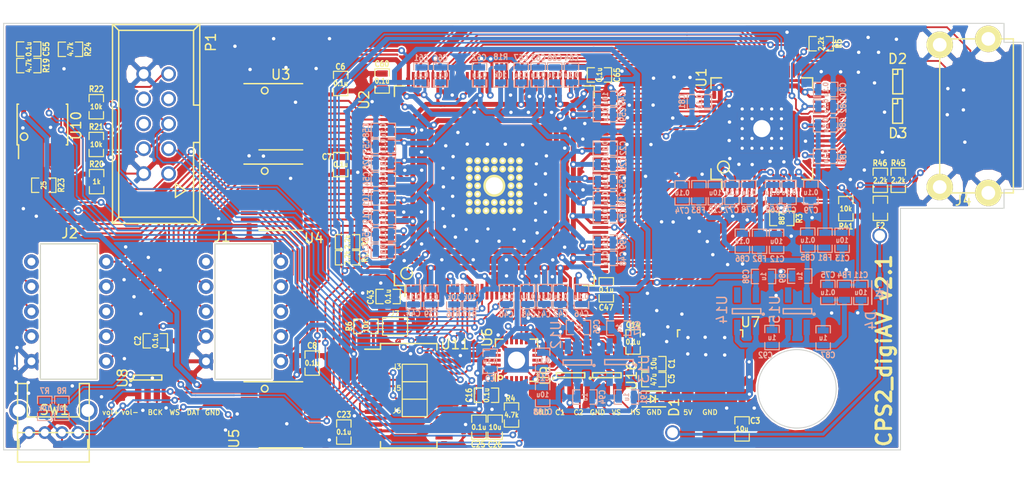
<source format=kicad_pcb>
(kicad_pcb (version 20171130) (host pcbnew 5.0.1+dfsg1-3)
  (layers (0 F.Cu signal) (31 B.Cu signal) (34 B.Paste user) (35 F.Paste user) (36 B.SilkS user) (37 F.SilkS user) (38 B.Mask user) (39 F.Mask user) (44 Edge.Cuts user))
  (net 0 "")
  (net 1 /fpga1/ASDO)
  (net 2 /fpga1/DATA0)
  (net 3 /fpga1/DCLK)
  (net 4 /fpga1/HDMITX_HSYNC)
  (net 5 /fpga1/HDMITX_INT_N)
  (net 6 /fpga1/HDMITX_PCLK)
  (net 7 /fpga1/HDMITX_R0)
  (net 8 /fpga1/HDMITX_R1)
  (net 9 /fpga1/HDMITX_R2)
  (net 10 /fpga1/HDMITX_R3)
  (net 11 /fpga1/HDMITX_R4)
  (net 12 /fpga1/HDMITX_R5)
  (net 13 /fpga1/HDMITX_R6)
  (net 14 /fpga1/HDMITX_R7)
  (net 15 /fpga1/HDMITX_VSYNC)
  (net 16 /fpga1/SCL)
  (net 17 /fpga1/SDA)
  (net 18 /fpga1/TCK)
  (net 19 /fpga1/TDI)
  (net 20 /fpga1/TDO)
  (net 21 /fpga1/TMS)
  (net 22 /fpga1/VCCA)
  (net 23 /fpga1/VCCD_PLL)
  (net 24 /fpga1/VCCINT)
  (net 25 /fpga1/nCSO)
  (net 26 /hdmitx1/B0)
  (net 27 /hdmitx1/B1)
  (net 28 /hdmitx1/B2)
  (net 29 /hdmitx1/B3)
  (net 30 /hdmitx1/B4)
  (net 31 /hdmitx1/B5)
  (net 32 /hdmitx1/B6)
  (net 33 /hdmitx1/B7)
  (net 34 /hdmitx1/DE)
  (net 35 /hdmitx1/G0)
  (net 36 /hdmitx1/G1)
  (net 37 /hdmitx1/G2)
  (net 38 /hdmitx1/G3)
  (net 39 /hdmitx1/G4)
  (net 40 /hdmitx1/G5)
  (net 41 /hdmitx1/G6)
  (net 42 /hdmitx1/G7)
  (net 43 /hdmitx1/HPD)
  (net 44 GND)
  (net 45 "Net-(R16-Pad2)")
  (net 46 "Net-(R24-Pad1)")
  (net 47 "Net-(R17-Pad1)")
  (net 48 "Net-(R18-Pad2)")
  (net 49 "Net-(R19-Pad1)")
  (net 50 "Net-(R23-Pad2)")
  (net 51 /hdmitx1/5V_FUSED)
  (net 52 /fpga1/I2S_WS)
  (net 53 /fpga1/I2S_DATA)
  (net 54 /fpga1/I2S_BCK)
  (net 55 /5V)
  (net 56 /fpga1/HDMITX_I2S_BCK)
  (net 57 /fpga1/HDMITX_I2S_WS)
  (net 58 /fpga1/HDMITX_I2S_DATA)
  (net 59 /hdmitx1/TX2+)
  (net 60 /hdmitx1/TX2-)
  (net 61 /hdmitx1/TX1+)
  (net 62 /hdmitx1/TX1-)
  (net 63 /hdmitx1/TX0+)
  (net 64 /hdmitx1/TX0-)
  (net 65 /hdmitx1/TXC+)
  (net 66 /hdmitx1/TXC-)
  (net 67 /hdmitx1/DDCSCL)
  (net 68 /hdmitx1/DDCSDA)
  (net 69 "Net-(R3-Pad1)")
  (net 70 /hdmitx1/DVDD3V3)
  (net 71 /hdmitx1/DVDD1V8)
  (net 72 /input1/R0_O)
  (net 73 /input1/R1_O)
  (net 74 /input1/R2_O)
  (net 75 /input1/R3_O)
  (net 76 /input1/G0_O)
  (net 77 /input1/G1_O)
  (net 78 /input1/G2_O)
  (net 79 /input1/G3_O)
  (net 80 /input1/VSYNC_O)
  (net 81 /input1/HSYNC_O)
  (net 82 /input1/VOL+_O)
  (net 83 /input1/VOL-_O)
  (net 84 /input1/B0_O)
  (net 85 /input1/B1_O)
  (net 86 /input1/B2_O)
  (net 87 /input1/B3_O)
  (net 88 /input1/F0_O)
  (net 89 /input1/F1_O)
  (net 90 /input1/F2_O)
  (net 91 /input1/F3_O)
  (net 92 "Net-(U5-Pad4)")
  (net 93 "Net-(U9-Pad1)")
  (net 94 "Net-(U9-Pad3)")
  (net 95 "Net-(R4-Pad2)")
  (net 96 "Net-(J1-Pad1)")
  (net 97 "Net-(J2-Pad1)")
  (net 98 "Net-(J4-Pad13)")
  (net 99 "Net-(J4-Pad14)")
  (net 100 "Net-(P1-Pad6)")
  (net 101 "Net-(P1-Pad7)")
  (net 102 "Net-(P1-Pad8)")
  (net 103 "Net-(U1-Pad30)")
  (net 104 "Net-(U2-Pad80)")
  (net 105 "Net-(U5-Pad11)")
  (net 106 "Net-(U5-Pad12)")
  (net 107 "Net-(U6-Pad1)")
  (net 108 "Net-(U6-Pad2)")
  (net 109 "Net-(U6-Pad8)")
  (net 110 "Net-(U6-Pad9)")
  (net 111 "Net-(U6-Pad15)")
  (net 112 "Net-(U6-Pad17)")
  (net 113 "Net-(U6-Pad19)")
  (net 114 "Net-(U12-Pad4)")
  (net 115 "Net-(U13-Pad4)")
  (net 116 "Net-(U14-Pad4)")
  (net 117 "Net-(U15-Pad4)")
  (net 118 "Net-(U2-Pad7)")
  (net 119 "Net-(U2-Pad105)")
  (net 120 "Net-(U2-Pad119)")
  (net 121 "Net-(U2-Pad136)")
  (net 122 /fpga1/BCKO)
  (net 123 /fpga1/LRCKO)
  (net 124 /fpga1/SDOUT)
  (net 125 "Net-(U11-Pad3)")
  (net 126 "Net-(U11-Pad15)")
  (net 127 /input1/B3)
  (net 128 /input1/B0)
  (net 129 /input1/G0)
  (net 130 /input1/B1)
  (net 131 /input1/G1)
  (net 132 /input1/B2)
  (net 133 /input1/G2)
  (net 134 /input1/G3)
  (net 135 /input1/R3)
  (net 136 /input1/R0)
  (net 137 /input1/F0)
  (net 138 /input1/R1)
  (net 139 /input1/F1)
  (net 140 /input1/R2)
  (net 141 /input1/F2)
  (net 142 /input1/F3)
  (net 143 /hdmitx1/DVDD1V8_FILT_DVDD)
  (net 144 /hdmitx1/DVDD3V3_FILT_DVDD_3V)
  (net 145 /hdmitx1/DVDD1V8_FILT_PVDD)
  (net 146 /hdmitx1/DVDD1V8_FILT_AVDD)
  (net 147 "Net-(D4-Pad1)")
  (net 148 "Net-(U5-Pad7)")
  (net 149 "Net-(U5-Pad14)")
  (net 150 "Net-(U5-Pad15)")
  (net 151 /fpga1/MCLK_SI)
  (net 152 /fpga1/PCLK_SI)
  (net 153 /input1/PCLK)
  (net 154 "Net-(U8-Pad3)")
  (net 155 "Net-(U8-Pad6)")
  (net 156 "Net-(U6-Pad6)")
  (net 157 "Net-(U16-Pad1)")
  (net 158 "Net-(U16-Pad3)")
  (net 159 "Net-(U6-Pad13)")
  (net 160 "Net-(R7-Pad2)")
  (net 161 "Net-(R8-Pad2)")
  (net 162 /fpga1/LGRP)
  (module custom_components:QFN-20-1EP_4x4mm_Pitch0.5mm_Handsoldering (layer F.Cu) (at 92.848 63.119 90)
    (fp_text reference U6 (at 2.339 -2.998 90) (layer F.SilkS))
    (fp_text value SI5351C-B)
    (pad EP thru_hole circle (at 0 0 180) (size 2.25 2.25) (drill 1.75) (layers *.Cu *.Mask) (net 44 GND))
    (pad EP smd rect (at 0 0 90) (size 2.5 2.5) (layers B.Cu B.Mask) (net 44 GND))
    (pad 20 smd rect (at -1 -2.115 180) (size 1 0.3) (layers F.Cu F.Paste F.Mask) (net 70 /hdmitx1/DVDD3V3))
    (pad 19 smd rect (at -0.5 -2.115 180) (size 1 0.3) (layers F.Cu F.Paste F.Mask) (net 113 "Net-(U6-Pad19)"))
    (pad 18 smd rect (at 0 -2.115 180) (size 1 0.3) (layers F.Cu F.Paste F.Mask) (net 70 /hdmitx1/DVDD3V3))
    (pad 17 smd rect (at 0.5 -2.115 180) (size 1 0.3) (layers F.Cu F.Paste F.Mask) (net 112 "Net-(U6-Pad17)"))
    (pad 16 smd rect (at 1 -2.115 180) (size 1 0.3) (layers F.Cu F.Paste F.Mask) (net 151 /fpga1/MCLK_SI))
    (pad 15 smd rect (at 2.115 -1 90) (size 1 0.3) (layers F.Cu F.Paste F.Mask) (net 111 "Net-(U6-Pad15)"))
    (pad 14 smd rect (at 2.115 -0.5 90) (size 1 0.3) (layers F.Cu F.Paste F.Mask) (net 70 /hdmitx1/DVDD3V3))
    (pad 13 smd rect (at 2.115 0 90) (size 1 0.3) (layers F.Cu F.Paste F.Mask) (net 159 "Net-(U6-Pad13)"))
    (pad 12 smd rect (at 2.115 0.5 90) (size 1 0.3) (layers F.Cu F.Paste F.Mask) (net 152 /fpga1/PCLK_SI))
    (pad 11 smd rect (at 2.115 1 90) (size 1 0.3) (layers F.Cu F.Paste F.Mask) (net 70 /hdmitx1/DVDD3V3))
    (pad 10 smd rect (at 1 2.115 180) (size 1 0.3) (layers F.Cu F.Paste F.Mask) (net 70 /hdmitx1/DVDD3V3))
    (pad 9 smd rect (at 0.5 2.115 180) (size 1 0.3) (layers F.Cu F.Paste F.Mask) (net 110 "Net-(U6-Pad9)"))
    (pad 8 smd rect (at 0 2.115 180) (size 1 0.3) (layers F.Cu F.Paste F.Mask) (net 109 "Net-(U6-Pad8)"))
    (pad 7 smd rect (at -0.5 2.115 180) (size 1 0.3) (layers F.Cu F.Paste F.Mask) (net 44 GND))
    (pad 6 smd rect (at -1 2.115 180) (size 1 0.3) (layers F.Cu F.Paste F.Mask) (net 156 "Net-(U6-Pad6)"))
    (pad 5 smd rect (at -2.115 1 90) (size 1 0.3) (layers F.Cu F.Paste F.Mask) (net 17 /fpga1/SDA))
    (pad 4 smd rect (at -2.115 0.5 90) (size 1 0.3) (layers F.Cu F.Paste F.Mask) (net 16 /fpga1/SCL))
    (pad 3 smd rect (at -2.115 0 90) (size 1 0.3) (layers F.Cu F.Paste F.Mask) (net 95 "Net-(R4-Pad2)"))
    (pad 2 smd rect (at -2.115 -0.5 90) (size 1 0.3) (layers F.Cu F.Paste F.Mask) (net 108 "Net-(U6-Pad2)"))
    (pad 1 smd rect (at -2.115 -1 90) (size 1 0.3) (layers F.Cu F.Paste F.Mask) (net 107 "Net-(U6-Pad1)"))
    (pad EP smd rect (at 0 0 90) (size 2.5 2.5) (layers F.Cu F.Paste F.Mask) (net 44 GND))
  )
  (module custom_components:LQFP-64-1EP_10x10mm_Pitch0.5mm_Handsoldering (layer F.Cu) (at 117.8306 39.5092 90)
    (fp_text reference U1 (at 5.1992 -6.1506 90) (layer F.SilkS))
    (fp_text value ADV7513)
    (pad 65 smd rect (at 0 0 90) (size 5 5) (layers F.Cu F.Paste F.Mask) (net 44 GND))
    (pad 1 smd rect (at -5.8 -3.75 90) (size 1.2 0.25) (layers F.Cu F.Paste F.Mask) (net 143 /hdmitx1/DVDD1V8_FILT_DVDD))
    (pad 2 smd rect (at -5.8 -3.25 90) (size 1.2 0.25) (layers F.Cu F.Paste F.Mask) (net 15 /fpga1/HDMITX_VSYNC))
    (pad 3 smd rect (at -5.8 -2.75 90) (size 1.2 0.25) (layers F.Cu F.Paste F.Mask) (net 44 GND))
    (pad 4 smd rect (at -5.8 -2.25 90) (size 1.2 0.25) (layers F.Cu F.Paste F.Mask) (net 44 GND))
    (pad 5 smd rect (at -5.8 -1.75 90) (size 1.2 0.25) (layers F.Cu F.Paste F.Mask) (net 58 /fpga1/HDMITX_I2S_DATA))
    (pad 6 smd rect (at -5.8 -1.25 90) (size 1.2 0.25) (layers F.Cu F.Paste F.Mask) (net 44 GND))
    (pad 7 smd rect (at -5.8 -0.75 90) (size 1.2 0.25) (layers F.Cu F.Paste F.Mask) (net 44 GND))
    (pad 8 smd rect (at -5.8 -0.25 90) (size 1.2 0.25) (layers F.Cu F.Paste F.Mask) (net 44 GND))
    (pad 9 smd rect (at -5.8 0.25 90) (size 1.2 0.25) (layers F.Cu F.Paste F.Mask) (net 56 /fpga1/HDMITX_I2S_BCK))
    (pad 10 smd rect (at -5.8 0.75 90) (size 1.2 0.25) (layers F.Cu F.Paste F.Mask) (net 57 /fpga1/HDMITX_I2S_WS))
    (pad 11 smd rect (at -5.8 1.25 90) (size 1.2 0.25) (layers F.Cu F.Paste F.Mask) (net 143 /hdmitx1/DVDD1V8_FILT_DVDD))
    (pad 12 smd rect (at -5.8 1.75 90) (size 1.2 0.25) (layers F.Cu F.Paste F.Mask) (net 145 /hdmitx1/DVDD1V8_FILT_PVDD))
    (pad 13 smd rect (at -5.8 2.25 90) (size 1.2 0.25) (layers F.Cu F.Paste F.Mask) (net 145 /hdmitx1/DVDD1V8_FILT_PVDD))
    (pad 14 smd rect (at -5.8 2.75 90) (size 1.2 0.25) (layers F.Cu F.Paste F.Mask) (net 69 "Net-(R3-Pad1)"))
    (pad 15 smd rect (at -5.8 3.25 90) (size 1.2 0.25) (layers F.Cu F.Paste F.Mask) (net 146 /hdmitx1/DVDD1V8_FILT_AVDD))
    (pad 16 smd rect (at -5.8 3.75 90) (size 1.2 0.25) (layers F.Cu F.Paste F.Mask) (net 43 /hdmitx1/HPD))
    (pad 17 smd rect (at -3.75 5.8 180) (size 1.2 0.25) (layers F.Cu F.Paste F.Mask) (net 66 /hdmitx1/TXC-))
    (pad 18 smd rect (at -3.25 5.8 180) (size 1.2 0.25) (layers F.Cu F.Paste F.Mask) (net 65 /hdmitx1/TXC+))
    (pad 19 smd rect (at -2.75 5.8 180) (size 1.2 0.25) (layers F.Cu F.Paste F.Mask) (net 146 /hdmitx1/DVDD1V8_FILT_AVDD))
    (pad 20 smd rect (at -2.25 5.8 180) (size 1.2 0.25) (layers F.Cu F.Paste F.Mask) (net 64 /hdmitx1/TX0-))
    (pad 21 smd rect (at -1.75 5.8 180) (size 1.2 0.25) (layers F.Cu F.Paste F.Mask) (net 63 /hdmitx1/TX0+))
    (pad 22 smd rect (at -1.25 5.8 180) (size 1.2 0.25) (layers F.Cu F.Paste F.Mask) (net 44 GND))
    (pad 23 smd rect (at -0.75 5.8 180) (size 1.2 0.25) (layers F.Cu F.Paste F.Mask) (net 62 /hdmitx1/TX1-))
    (pad 24 smd rect (at -0.25 5.8 180) (size 1.2 0.25) (layers F.Cu F.Paste F.Mask) (net 61 /hdmitx1/TX1+))
    (pad 25 smd rect (at 0.25 5.8 180) (size 1.2 0.25) (layers F.Cu F.Paste F.Mask) (net 146 /hdmitx1/DVDD1V8_FILT_AVDD))
    (pad 26 smd rect (at 0.75 5.8 180) (size 1.2 0.25) (layers F.Cu F.Paste F.Mask) (net 60 /hdmitx1/TX2-))
    (pad 27 smd rect (at 1.25 5.8 180) (size 1.2 0.25) (layers F.Cu F.Paste F.Mask) (net 59 /hdmitx1/TX2+))
    (pad 28 smd rect (at 1.75 5.8 180) (size 1.2 0.25) (layers F.Cu F.Paste F.Mask) (net 5 /fpga1/HDMITX_INT_N))
    (pad 29 smd rect (at 2.25 5.8 180) (size 1.2 0.25) (layers F.Cu F.Paste F.Mask) (net 144 /hdmitx1/DVDD3V3_FILT_DVDD_3V))
    (pad 30 smd rect (at 2.75 5.8 180) (size 1.2 0.25) (layers F.Cu F.Paste F.Mask) (net 103 "Net-(U1-Pad30)"))
    (pad 31 smd rect (at 3.25 5.8 180) (size 1.2 0.25) (layers F.Cu F.Paste F.Mask) (net 143 /hdmitx1/DVDD1V8_FILT_DVDD))
    (pad 32 smd rect (at 3.75 5.8 180) (size 1.2 0.25) (layers F.Cu F.Paste F.Mask) (net 44 GND))
    (pad 33 smd rect (at 5.8 3.75 90) (size 1.2 0.25) (layers F.Cu F.Paste F.Mask) (net 67 /hdmitx1/DDCSCL))
    (pad 34 smd rect (at 5.8 3.25 90) (size 1.2 0.25) (layers F.Cu F.Paste F.Mask) (net 68 /hdmitx1/DDCSDA))
    (pad 35 smd rect (at 5.8 2.75 90) (size 1.2 0.25) (layers F.Cu F.Paste F.Mask) (net 16 /fpga1/SCL))
    (pad 36 smd rect (at 5.8 2.25 90) (size 1.2 0.25) (layers F.Cu F.Paste F.Mask) (net 17 /fpga1/SDA))
    (pad 37 smd rect (at 5.8 1.75 90) (size 1.2 0.25) (layers F.Cu F.Paste F.Mask) (net 14 /fpga1/HDMITX_R7))
    (pad 38 smd rect (at 5.8 1.25 90) (size 1.2 0.25) (layers F.Cu F.Paste F.Mask) (net 13 /fpga1/HDMITX_R6))
    (pad 39 smd rect (at 5.8 0.75 90) (size 1.2 0.25) (layers F.Cu F.Paste F.Mask) (net 12 /fpga1/HDMITX_R5))
    (pad 40 smd rect (at 5.8 0.25 90) (size 1.2 0.25) (layers F.Cu F.Paste F.Mask) (net 11 /fpga1/HDMITX_R4))
    (pad 41 smd rect (at 5.8 -0.25 90) (size 1.2 0.25) (layers F.Cu F.Paste F.Mask) (net 10 /fpga1/HDMITX_R3))
    (pad 42 smd rect (at 5.8 -0.75 90) (size 1.2 0.25) (layers F.Cu F.Paste F.Mask) (net 9 /fpga1/HDMITX_R2))
    (pad 43 smd rect (at 5.8 -1.25 90) (size 1.2 0.25) (layers F.Cu F.Paste F.Mask) (net 8 /fpga1/HDMITX_R1))
    (pad 44 smd rect (at 5.8 -1.75 90) (size 1.2 0.25) (layers F.Cu F.Paste F.Mask) (net 7 /fpga1/HDMITX_R0))
    (pad 45 smd rect (at 5.8 -2.25 90) (size 1.2 0.25) (layers F.Cu F.Paste F.Mask) (net 42 /hdmitx1/G7))
    (pad 46 smd rect (at 5.8 -2.75 90) (size 1.2 0.25) (layers F.Cu F.Paste F.Mask) (net 41 /hdmitx1/G6))
    (pad 47 smd rect (at 5.8 -3.25 90) (size 1.2 0.25) (layers F.Cu F.Paste F.Mask) (net 40 /hdmitx1/G5))
    (pad 48 smd rect (at 5.8 -3.75 90) (size 1.2 0.25) (layers F.Cu F.Paste F.Mask) (net 39 /hdmitx1/G4))
    (pad 49 smd rect (at 3.75 -5.8 180) (size 1.2 0.25) (layers F.Cu F.Paste F.Mask) (net 38 /hdmitx1/G3))
    (pad 50 smd rect (at 3.25 -5.8 180) (size 1.2 0.25) (layers F.Cu F.Paste F.Mask) (net 37 /hdmitx1/G2))
    (pad 51 smd rect (at 2.75 -5.8 180) (size 1.2 0.25) (layers F.Cu F.Paste F.Mask) (net 143 /hdmitx1/DVDD1V8_FILT_DVDD))
    (pad 52 smd rect (at 2.25 -5.8 180) (size 1.2 0.25) (layers F.Cu F.Paste F.Mask) (net 36 /hdmitx1/G1))
    (pad 53 smd rect (at 1.75 -5.8 180) (size 1.2 0.25) (layers F.Cu F.Paste F.Mask) (net 6 /fpga1/HDMITX_PCLK))
    (pad 54 smd rect (at 1.25 -5.8 180) (size 1.2 0.25) (layers F.Cu F.Paste F.Mask) (net 35 /hdmitx1/G0))
    (pad 55 smd rect (at 0.75 -5.8 180) (size 1.2 0.25) (layers F.Cu F.Paste F.Mask) (net 33 /hdmitx1/B7))
    (pad 56 smd rect (at 0.25 -5.8 180) (size 1.2 0.25) (layers F.Cu F.Paste F.Mask) (net 32 /hdmitx1/B6))
    (pad 57 smd rect (at -0.25 -5.8 180) (size 1.2 0.25) (layers F.Cu F.Paste F.Mask) (net 31 /hdmitx1/B5))
    (pad 58 smd rect (at -0.75 -5.8 180) (size 1.2 0.25) (layers F.Cu F.Paste F.Mask) (net 30 /hdmitx1/B4))
    (pad 59 smd rect (at -1.25 -5.8 180) (size 1.2 0.25) (layers F.Cu F.Paste F.Mask) (net 29 /hdmitx1/B3))
    (pad 60 smd rect (at -1.75 -5.8 180) (size 1.2 0.25) (layers F.Cu F.Paste F.Mask) (net 28 /hdmitx1/B2))
    (pad 61 smd rect (at -2.25 -5.8 180) (size 1.2 0.25) (layers F.Cu F.Paste F.Mask) (net 27 /hdmitx1/B1))
    (pad 62 smd rect (at -2.75 -5.8 180) (size 1.2 0.25) (layers F.Cu F.Paste F.Mask) (net 26 /hdmitx1/B0))
    (pad 63 smd rect (at -3.25 -5.8 180) (size 1.2 0.25) (layers F.Cu F.Paste F.Mask) (net 34 /hdmitx1/DE))
    (pad 64 smd rect (at -3.75 -5.8 180) (size 1.2 0.25) (layers F.Cu F.Paste F.Mask) (net 4 /fpga1/HDMITX_HSYNC))
    (pad 65 smd rect (at 0 0 90) (size 5 5) (layers B.Cu B.Mask) (net 44 GND))
    (pad 65 thru_hole circle (at 0 0 90) (size 2.25 2.25) (drill 1.75) (layers *.Cu *.Mask) (net 44 GND))
    (pad 65 thru_hole circle (at -2 -2 90) (size 0.7 0.7) (drill 0.33) (layers *.Cu *.Mask) (net 44 GND))
    (pad 65 thru_hole circle (at -1 -2 90) (size 0.7 0.7) (drill 0.33) (layers *.Cu *.Mask) (net 44 GND))
    (pad 65 thru_hole circle (at 0 -2 90) (size 0.7 0.7) (drill 0.33) (layers *.Cu *.Mask) (net 44 GND))
    (pad 65 thru_hole circle (at 1 -2 90) (size 0.7 0.7) (drill 0.33) (layers *.Cu *.Mask) (net 44 GND))
    (pad 65 thru_hole circle (at 2 -2 90) (size 0.7 0.7) (drill 0.33) (layers *.Cu *.Mask) (net 44 GND))
    (pad 65 thru_hole circle (at -2 -1 90) (size 0.7 0.7) (drill 0.33) (layers *.Cu *.Mask) (net 44 GND))
    (pad 65 thru_hole circle (at -1 -1 90) (size 0.7 0.7) (drill 0.33) (layers *.Cu *.Mask) (net 44 GND))
    (pad 65 thru_hole circle (at 1 -1 90) (size 0.7 0.7) (drill 0.33) (layers *.Cu *.Mask) (net 44 GND))
    (pad 65 thru_hole circle (at 2 -1 90) (size 0.7 0.7) (drill 0.33) (layers *.Cu *.Mask) (net 44 GND))
    (pad 65 thru_hole circle (at -2 0 90) (size 0.7 0.7) (drill 0.33) (layers *.Cu *.Mask) (net 44 GND))
    (pad 65 thru_hole circle (at 2 0 90) (size 0.7 0.7) (drill 0.33) (layers *.Cu *.Mask) (net 44 GND))
    (pad 65 thru_hole circle (at -2 1 90) (size 0.7 0.7) (drill 0.33) (layers *.Cu *.Mask) (net 44 GND))
    (pad 65 thru_hole circle (at -1 1 90) (size 0.7 0.7) (drill 0.33) (layers *.Cu *.Mask) (net 44 GND))
    (pad 65 thru_hole circle (at 1 1 90) (size 0.7 0.7) (drill 0.33) (layers *.Cu *.Mask) (net 44 GND))
    (pad 65 thru_hole circle (at 2 1 90) (size 0.7 0.7) (drill 0.33) (layers *.Cu *.Mask) (net 44 GND))
    (pad 65 thru_hole circle (at -2 2 90) (size 0.7 0.7) (drill 0.33) (layers *.Cu *.Mask) (net 44 GND))
    (pad 65 thru_hole circle (at -1 2 90) (size 0.7 0.7) (drill 0.33) (layers *.Cu *.Mask) (net 44 GND))
    (pad 65 thru_hole circle (at 0 2 90) (size 0.7 0.7) (drill 0.33) (layers *.Cu *.Mask) (net 44 GND))
    (pad 65 thru_hole circle (at 1 2 90) (size 0.7 0.7) (drill 0.33) (layers *.Cu *.Mask) (net 44 GND))
    (pad 65 thru_hole circle (at 2 2 90) (size 0.7 0.7) (drill 0.33) (layers *.Cu *.Mask) (net 44 GND))
  )
  (module custom_components:SM0603_Resistor_libcms (layer B.Cu) (at 46.54 68.02 270)
    (fp_text reference R8 (at -1.778 0 180) (layer B.SilkS) (effects (font (size 0.5842 0.508) (thickness 0.127)) (justify mirror)))
    (fp_text value 10k (at 0 0 180) (layer B.SilkS) (effects (font (size 0.508 0.4572) (thickness 0.1143)) (justify mirror)))
    (pad 2 smd rect (at 0.762 0 270) (size 0.635 1.143) (layers B.Cu B.Paste B.Mask) (net 161 "Net-(R8-Pad2)"))
    (pad 1 smd rect (at -0.762 0 270) (size 0.635 1.143) (layers B.Cu B.Paste B.Mask) (net 70 /hdmitx1/DVDD3V3))
  )
  (module custom_components:SM0603_Resistor_libcms (layer B.Cu) (at 44.8 68.03 270)
    (fp_text reference R7 (at -1.778 0 180) (layer B.SilkS) (effects (font (size 0.5842 0.508) (thickness 0.127)) (justify mirror)))
    (fp_text value 10k (at 0 0 180) (layer B.SilkS) (effects (font (size 0.508 0.4572) (thickness 0.1143)) (justify mirror)))
    (pad 1 smd rect (at -0.762 0 270) (size 0.635 1.143) (layers B.Cu B.Paste B.Mask) (net 70 /hdmitx1/DVDD3V3))
    (pad 2 smd rect (at 0.762 0 270) (size 0.635 1.143) (layers B.Cu B.Paste B.Mask) (net 160 "Net-(R7-Pad2)"))
  )
  (module custom_components:TL2243 (layer F.Cu) (at 45.68 70.5)
    (fp_text reference SW1 (at 0.10922 -2.31394) (layer F.SilkS))
    (fp_text value TL2243)
    (pad "" thru_hole circle (at 3.5 -2.26) (size 2 2) (drill 1.3) (layers *.Cu *.Mask))
    (pad "" thru_hole circle (at -3.5 -2.26) (size 2 2) (drill 1.3) (layers *.Cu *.Mask))
    (pad 4 thru_hole circle (at 2.5 0) (size 1.3 1.3) (drill 0.8) (layers *.Cu *.Mask) (net 161 "Net-(R8-Pad2)"))
    (pad 3 thru_hole circle (at 0.875 0) (size 1.3 1.3) (drill 0.8) (layers *.Cu *.Mask) (net 160 "Net-(R7-Pad2)"))
    (pad 2 thru_hole circle (at -0.875 0) (size 1.3 1.3) (drill 0.8) (layers *.Cu *.Mask) (net 44 GND))
    (pad 1 thru_hole circle (at -2.5 0) (size 1.3 1.3) (drill 0.8) (layers *.Cu *.Mask) (net 44 GND))
  )
  (module custom_components:SMD_PAD (layer F.Cu) (at 61.87 70.49 90)
    (fp_text reference W14 hide)
    (fp_text value GND (at 2.03 0.02 180) (layer F.SilkS) (effects (font (size 0.508 0.508) (thickness 0.1))))
    (pad 1 smd rect (at 0 0 90) (size 3 1.5) (layers F.Cu F.Mask) (net 44 GND))
  )
  (module custom_components:SMD_PAD (layer F.Cu) (at 97.27 70.45 90)
    (fp_text reference W15 hide)
    (fp_text value C1 (at 2 0.01 180) (layer F.SilkS) (effects (font (size 0.508 0.508) (thickness 0.1))))
    (pad 1 smd rect (at 0 0 90) (size 3 1.5) (layers F.Cu F.Mask) (net 93 "Net-(U9-Pad1)"))
  )
  (module custom_components:SM0603_Capa_libcms (layer F.Cu) (at 56.06 61.14)
    (fp_text reference C2 (at -1.778 0 90) (layer F.SilkS) (effects (font (size 0.5842 0.508) (thickness 0.127))))
    (fp_text value 0.1u (at 0 0 90) (layer F.SilkS) (effects (font (size 0.508 0.4572) (thickness 0.1143))))
    (pad 1 smd rect (at -0.762 0) (size 0.635 1.143) (layers F.Cu F.Paste F.Mask) (net 70 /hdmitx1/DVDD3V3))
    (pad 2 smd rect (at 0.762 0) (size 0.635 1.143) (layers F.Cu F.Paste F.Mask) (net 44 GND))
  )
  (module custom_components:SOT-23-6_Handsoldering (layer F.Cu) (at 102.05 64.65)
    (fp_text reference U16 (at 2.54 0.07 90) (layer F.SilkS))
    (fp_text value SN74LVC2G17)
    (pad 5 smd rect (at 0 -1.65 90) (size 1.56 0.65) (layers F.Cu F.Paste F.Mask) (net 70 /hdmitx1/DVDD3V3))
    (pad 1 smd rect (at -0.95 1.65 90) (size 1.56 0.65) (layers F.Cu F.Paste F.Mask) (net 157 "Net-(U16-Pad1)"))
    (pad 2 smd rect (at 0 1.65 90) (size 1.56 0.65) (layers F.Cu F.Paste F.Mask) (net 44 GND))
    (pad 3 smd rect (at 0.95 1.65 90) (size 1.56 0.65) (layers F.Cu F.Paste F.Mask) (net 158 "Net-(U16-Pad3)"))
    (pad 4 smd rect (at 0.95 -1.65 90) (size 1.56 0.65) (layers F.Cu F.Paste F.Mask) (net 81 /input1/HSYNC_O))
    (pad 6 smd rect (at -0.95 -1.65 90) (size 1.56 0.65) (layers F.Cu F.Paste F.Mask) (net 80 /input1/VSYNC_O))
  )
  (module custom_components:SOT-23-6_Handsoldering (layer F.Cu) (at 98.35 64.65)
    (fp_text reference U9 (at -2.55 0.05 90) (layer F.SilkS))
    (fp_text value SN74LVC2G17)
    (pad 6 smd rect (at -0.95 -1.65 90) (size 1.56 0.65) (layers F.Cu F.Paste F.Mask) (net 156 "Net-(U6-Pad6)"))
    (pad 4 smd rect (at 0.95 -1.65 90) (size 1.56 0.65) (layers F.Cu F.Paste F.Mask) (net 153 /input1/PCLK))
    (pad 3 smd rect (at 0.95 1.65 90) (size 1.56 0.65) (layers F.Cu F.Paste F.Mask) (net 94 "Net-(U9-Pad3)"))
    (pad 2 smd rect (at 0 1.65 90) (size 1.56 0.65) (layers F.Cu F.Paste F.Mask) (net 44 GND))
    (pad 1 smd rect (at -0.95 1.65 90) (size 1.56 0.65) (layers F.Cu F.Paste F.Mask) (net 93 "Net-(U9-Pad1)"))
    (pad 5 smd rect (at 0 -1.65 90) (size 1.56 0.65) (layers F.Cu F.Paste F.Mask) (net 70 /hdmitx1/DVDD3V3))
  )
  (module custom_components:SOT-23-6_Handsoldering (layer F.Cu) (at 55.27 64.89)
    (fp_text reference U8 (at -2.55 0.05 90) (layer F.SilkS))
    (fp_text value SN74LVC2G17)
    (pad 5 smd rect (at 0 -1.65 90) (size 1.56 0.65) (layers F.Cu F.Paste F.Mask) (net 70 /hdmitx1/DVDD3V3))
    (pad 1 smd rect (at -0.95 1.65 90) (size 1.56 0.65) (layers F.Cu F.Paste F.Mask) (net 44 GND))
    (pad 2 smd rect (at 0 1.65 90) (size 1.56 0.65) (layers F.Cu F.Paste F.Mask) (net 44 GND))
    (pad 3 smd rect (at 0.95 1.65 90) (size 1.56 0.65) (layers F.Cu F.Paste F.Mask) (net 154 "Net-(U8-Pad3)"))
    (pad 4 smd rect (at 0.95 -1.65 90) (size 1.56 0.65) (layers F.Cu F.Paste F.Mask) (net 54 /fpga1/I2S_BCK))
    (pad 6 smd rect (at -0.95 -1.65 90) (size 1.56 0.65) (layers F.Cu F.Paste F.Mask) (net 155 "Net-(U8-Pad6)"))
  )
  (module custom_components:SOD-323_Handsoldering (layer B.Cu) (at 129.83 56.32 270)
    (fp_text reference D4 (at 2.75 0.89 270) (layer B.SilkS) (effects (justify mirror)))
    (fp_text value ZHCS400TA)
    (pad 1 smd rect (at -1.4 0 270) (size 1.4 0.45) (layers B.Cu B.Paste B.Mask) (net 147 "Net-(D4-Pad1)"))
    (pad 2 smd rect (at 1.4 0 270) (size 1.4 0.45) (layers B.Cu B.Paste B.Mask) (net 55 /5V))
  )
  (module custom_components:SMD_PAD (layer F.Cu) (at 99.18 70.3865 90)
    (fp_text reference W13 hide)
    (fp_text value C2 (at 1.94 -0.02 180) (layer F.SilkS) (effects (font (size 0.508 0.508) (thickness 0.1))))
    (pad 1 smd rect (at -0.0635 0 90) (size 3 1.5) (layers F.Cu F.Mask) (net 94 "Net-(U9-Pad3)"))
  )
  (module custom_components:SMD_PAD (layer F.Cu) (at 103.02 70.45 90)
    (fp_text reference W12 hide)
    (fp_text value VS (at 2 0 180) (layer F.SilkS) (effects (font (size 0.508 0.508) (thickness 0.1))))
    (pad 1 smd rect (at 0 0 90) (size 3 1.5) (layers F.Cu F.Mask) (net 157 "Net-(U16-Pad1)"))
  )
  (module custom_components:SMD_PAD (layer F.Cu) (at 104.95 70.45 90)
    (fp_text reference W11 hide)
    (fp_text value HS (at 2.03 0.01 180) (layer F.SilkS) (effects (font (size 0.508 0.508) (thickness 0.1))))
    (pad 1 smd rect (at 0 0 90) (size 3 1.5) (layers F.Cu F.Mask) (net 158 "Net-(U16-Pad3)"))
  )
  (module custom_components:SMD_PAD (layer F.Cu) (at 101.1 70.3865 90)
    (fp_text reference W10 hide)
    (fp_text value GND (at 1.9465 -0.004 180) (layer F.SilkS) (effects (font (size 0.508 0.508) (thickness 0.1))))
    (pad 1 smd rect (at -0.0635 0 90) (size 3 1.5) (layers F.Cu F.Mask) (net 44 GND))
  )
  (module custom_components:SMD_PAD (layer F.Cu) (at 112.55 70.404 90)
    (fp_text reference W9 hide)
    (fp_text value GND (at 1.9748 0.0003 180) (layer F.SilkS) (effects (font (size 0.508 0.508) (thickness 0.1))))
    (pad 1 smd rect (at -0.0762 0 90) (size 3 1.5) (layers F.Cu F.Mask) (net 44 GND))
  )
  (module custom_components:SMD_PAD (layer F.Cu) (at 106.88 70.3865 90)
    (fp_text reference W8 hide)
    (fp_text value GND (at 1.9615 -0.02 180) (layer F.SilkS) (effects (font (size 0.508 0.508) (thickness 0.1))))
    (pad 1 smd rect (at -0.0635 0 90) (size 3 1.5) (layers F.Cu F.Mask) (net 44 GND))
  )
  (module custom_components:SMD_PAD (layer F.Cu) (at 95.37 70.45 90)
    (fp_text reference W7 hide)
    (fp_text value GND (at 2.02 0.01 180) (layer F.SilkS) (effects (font (size 0.508 0.508) (thickness 0.1))))
    (pad 1 smd rect (at 0 0 90) (size 3 1.5) (layers F.Cu F.Mask) (net 44 GND))
  )
  (module custom_components:SMD_PAD (layer F.Cu) (at 53.45 70.42 90)
    (fp_text reference W6 hide)
    (fp_text value vol- (at 2 0.03 180) (layer F.SilkS) (effects (font (size 0.508 0.508) (thickness 0.1))))
    (pad 1 smd rect (at -0.065 0 90) (size 3 1.5) (layers F.Cu F.Mask) (net 161 "Net-(R8-Pad2)"))
  )
  (module custom_components:SMD_PAD (layer F.Cu) (at 51.53 70.42 90)
    (fp_text reference W5 hide)
    (fp_text value vol+ (at 1.98 0 180) (layer F.SilkS) (effects (font (size 0.508 0.508) (thickness 0.1))))
    (pad 1 smd rect (at -0.065 0 90) (size 3 1.5) (layers F.Cu F.Mask) (net 160 "Net-(R7-Pad2)"))
  )
  (module custom_components:SMD_PAD (layer F.Cu) (at 59.94 70.3591 90)
    (fp_text reference W4 hide)
    (fp_text value DAT (at 1.9091 -0.01 180) (layer F.SilkS) (effects (font (size 0.508 0.508) (thickness 0.1))))
    (pad 1 smd rect (at -0.1309 0 90) (size 3 1.5) (layers F.Cu F.Mask) (net 92 "Net-(U5-Pad4)"))
  )
  (module custom_components:SMD_PAD (layer F.Cu) (at 57.99 70.375 90)
    (fp_text reference W3 hide)
    (fp_text value WS (at 1.935 0.04 180) (layer F.SilkS) (effects (font (size 0.508 0.508) (thickness 0.1))))
    (pad 1 smd rect (at -0.125 0 90) (size 3 1.5) (layers F.Cu F.Mask) (net 148 "Net-(U5-Pad7)"))
  )
  (module custom_components:SMD_PAD (layer F.Cu) (at 110.2682 70.4088 90)
    (fp_text reference W1 hide)
    (fp_text value 5V (at 1.9648 0.0318 180) (layer F.SilkS) (effects (font (size 0.508 0.508) (thickness 0.1))))
    (pad 1 smd rect (at -0.0762 0 90) (size 3 1.5) (layers F.Cu F.Mask) (net 55 /5V))
  )
  (module custom_components:SMD_PAD (layer F.Cu) (at 56.04 70.385 90)
    (fp_text reference W2 hide)
    (fp_text value BCK (at 1.945 0.02 180) (layer F.SilkS) (effects (font (size 0.508 0.508) (thickness 0.1))))
    (pad 1 smd rect (at -0.125 0 90) (size 3 1.5) (layers F.Cu F.Mask) (net 154 "Net-(U8-Pad3)"))
  )
  (module Connect:VASCH5x2 (layer F.Cu) (at 56.145 39.014 90)
    (fp_text reference P1 (at 8.31 5.575 270) (layer F.SilkS))
    (fp_text value JTAG_CONN)
    (pad 1 thru_hole circle (at -5.08 1.27 90) (size 1.50622 1.50622) (drill 0.99822) (layers *.Cu *.Mask) (net 18 /fpga1/TCK))
    (pad 2 thru_hole circle (at -5.08 -1.27 90) (size 1.50622 1.50622) (drill 0.99822) (layers *.Cu *.Mask) (net 44 GND))
    (pad 3 thru_hole circle (at -2.54 1.27 90) (size 1.50622 1.50622) (drill 0.99822) (layers *.Cu *.Mask) (net 20 /fpga1/TDO))
    (pad 4 thru_hole circle (at -2.54 -1.27 90) (size 1.50622 1.50622) (drill 0.99822) (layers *.Cu *.Mask) (net 22 /fpga1/VCCA))
    (pad 5 thru_hole circle (at 0 1.27 90) (size 1.50622 1.50622) (drill 0.99822) (layers *.Cu *.Mask) (net 21 /fpga1/TMS))
    (pad 6 thru_hole circle (at 0 -1.27 90) (size 1.50622 1.50622) (drill 0.99822) (layers *.Cu *.Mask) (net 100 "Net-(P1-Pad6)"))
    (pad 7 thru_hole circle (at 2.54 1.27 90) (size 1.50622 1.50622) (drill 0.99822) (layers *.Cu *.Mask) (net 101 "Net-(P1-Pad7)"))
    (pad 8 thru_hole circle (at 2.54 -1.27 90) (size 1.50622 1.50622) (drill 0.99822) (layers *.Cu *.Mask) (net 102 "Net-(P1-Pad8)"))
    (pad 9 thru_hole circle (at 5.08 1.27 90) (size 1.50622 1.50622) (drill 0.99822) (layers *.Cu *.Mask) (net 19 /fpga1/TDI))
    (pad 10 thru_hole circle (at 5.08 -1.27 90) (size 1.50622 1.50622) (drill 0.99822) (layers *.Cu *.Mask) (net 44 GND))
  )
  (module custom_components:SOT-23-5_Handsoldering (layer B.Cu) (at 121.46 58.124 180)
    (fp_text reference U15 (at 2.3 0.184 270) (layer B.SilkS) (effects (justify mirror)))
    (fp_text value TLV70018)
    (pad 1 smd rect (at -0.95 -1.65 90) (size 1.56 0.65) (layers B.Cu B.Paste B.Mask) (net 70 /hdmitx1/DVDD3V3))
    (pad 2 smd rect (at 0 -1.65 90) (size 1.56 0.65) (layers B.Cu B.Paste B.Mask) (net 44 GND))
    (pad 3 smd rect (at 0.95 -1.65 90) (size 1.56 0.65) (layers B.Cu B.Paste B.Mask) (net 70 /hdmitx1/DVDD3V3))
    (pad 4 smd rect (at 0.95 1.65 90) (size 1.56 0.65) (layers B.Cu B.Paste B.Mask) (net 117 "Net-(U15-Pad4)"))
    (pad 5 smd rect (at -0.95 1.65 90) (size 1.56 0.65) (layers B.Cu B.Paste B.Mask) (net 71 /hdmitx1/DVDD1V8))
  )
  (module custom_components:SOT-23-5_Handsoldering (layer B.Cu) (at 99.04 63.354 180)
    (fp_text reference U12 (at 2.17 2.82 270) (layer B.SilkS) (effects (justify mirror)))
    (fp_text value TLV70012)
    (pad 1 smd rect (at -0.95 -1.65 90) (size 1.56 0.65) (layers B.Cu B.Paste B.Mask) (net 70 /hdmitx1/DVDD3V3))
    (pad 2 smd rect (at 0 -1.65 90) (size 1.56 0.65) (layers B.Cu B.Paste B.Mask) (net 44 GND))
    (pad 3 smd rect (at 0.95 -1.65 90) (size 1.56 0.65) (layers B.Cu B.Paste B.Mask) (net 70 /hdmitx1/DVDD3V3))
    (pad 4 smd rect (at 0.95 1.65 90) (size 1.56 0.65) (layers B.Cu B.Paste B.Mask) (net 114 "Net-(U12-Pad4)"))
    (pad 5 smd rect (at -0.95 1.65 90) (size 1.56 0.65) (layers B.Cu B.Paste B.Mask) (net 24 /fpga1/VCCINT))
  )
  (module custom_components:SOT-23-5_Handsoldering (layer B.Cu) (at 103.28 63.314 180)
    (fp_text reference U13 (at -2.55 -0.7004 270) (layer B.SilkS) (effects (justify mirror)))
    (fp_text value TLV70025)
    (pad 1 smd rect (at -0.95 -1.65 90) (size 1.56 0.65) (layers B.Cu B.Paste B.Mask) (net 70 /hdmitx1/DVDD3V3))
    (pad 2 smd rect (at 0 -1.65 90) (size 1.56 0.65) (layers B.Cu B.Paste B.Mask) (net 44 GND))
    (pad 3 smd rect (at 0.95 -1.65 90) (size 1.56 0.65) (layers B.Cu B.Paste B.Mask) (net 70 /hdmitx1/DVDD3V3))
    (pad 4 smd rect (at 0.95 1.65 90) (size 1.56 0.65) (layers B.Cu B.Paste B.Mask) (net 115 "Net-(U13-Pad4)"))
    (pad 5 smd rect (at -0.95 1.65 90) (size 1.56 0.65) (layers B.Cu B.Paste B.Mask) (net 22 /fpga1/VCCA))
  )
  (module custom_components:SOT-23-5_Handsoldering (layer B.Cu) (at 116.28 58.124 180)
    (fp_text reference U14 (at 2.5 0.164 270) (layer B.SilkS) (effects (justify mirror)))
    (fp_text value TLV70012)
    (pad 1 smd rect (at -0.95 -1.65 90) (size 1.56 0.65) (layers B.Cu B.Paste B.Mask) (net 70 /hdmitx1/DVDD3V3))
    (pad 2 smd rect (at 0 -1.65 90) (size 1.56 0.65) (layers B.Cu B.Paste B.Mask) (net 44 GND))
    (pad 3 smd rect (at 0.95 -1.65 90) (size 1.56 0.65) (layers B.Cu B.Paste B.Mask) (net 70 /hdmitx1/DVDD3V3))
    (pad 4 smd rect (at 0.95 1.65 90) (size 1.56 0.65) (layers B.Cu B.Paste B.Mask) (net 116 "Net-(U14-Pad4)"))
    (pad 5 smd rect (at -0.95 1.65 90) (size 1.56 0.65) (layers B.Cu B.Paste B.Mask) (net 23 /fpga1/VCCD_PLL))
  )
  (module custom_components:HDMI_CONN-10029449-111RLF (layer F.Cu) (at 135.951 38.211 90)
    (fp_text reference J4 (at -8.633 2.399 180) (layer F.SilkS))
    (fp_text value HDMI_CONN)
    (pad 17 thru_hole circle (at 7.25 0 90) (size 2.7 2.7) (drill 1.4) (layers *.Cu *.Mask F.SilkS) (net 44 GND))
    (pad 17 thru_hole circle (at -7.25 0 90) (size 2.7 2.7) (drill 1.4) (layers *.Cu *.Mask F.SilkS) (net 44 GND))
    (pad 17 thru_hole circle (at -7.85 4.95 90) (size 2.7 2.7) (drill 1.4) (layers *.Cu *.Mask F.SilkS) (net 44 GND))
    (pad 17 thru_hole circle (at 7.85 4.95 90) (size 2.7 2.7) (drill 1.4) (layers *.Cu *.Mask F.SilkS) (net 44 GND))
    (pad 1 smd rect (at 4.75 -1.1 90) (size 0.3 2.2) (layers F.Cu F.Paste F.Mask) (net 59 /hdmitx1/TX2+))
    (pad 2 smd rect (at 4.25 -1.1 90) (size 0.3 2.2) (layers F.Cu F.Paste F.Mask) (net 44 GND))
    (pad 3 smd rect (at 3.75 -1.1 90) (size 0.3 2.2) (layers F.Cu F.Paste F.Mask) (net 60 /hdmitx1/TX2-))
    (pad 4 smd rect (at 3.25 -1.1 90) (size 0.3 2.2) (layers F.Cu F.Paste F.Mask) (net 61 /hdmitx1/TX1+))
    (pad 5 smd rect (at 2.75 -1.1 90) (size 0.3 2.2) (layers F.Cu F.Paste F.Mask) (net 44 GND))
    (pad 6 smd rect (at 2.25 -1.1 90) (size 0.3 2.2) (layers F.Cu F.Paste F.Mask) (net 62 /hdmitx1/TX1-))
    (pad 7 smd rect (at 1.75 -1.1 90) (size 0.3 2.2) (layers F.Cu F.Paste F.Mask) (net 63 /hdmitx1/TX0+))
    (pad 8 smd rect (at 1.25 -1.1 90) (size 0.3 2.2) (layers F.Cu F.Paste F.Mask) (net 44 GND))
    (pad 9 smd rect (at 0.75 -1.1 90) (size 0.3 2.2) (layers F.Cu F.Paste F.Mask) (net 64 /hdmitx1/TX0-))
    (pad 10 smd rect (at 0.25 -1.1 90) (size 0.3 2.2) (layers F.Cu F.Paste F.Mask) (net 65 /hdmitx1/TXC+))
    (pad 11 smd rect (at -0.25 -1.1 90) (size 0.3 2.2) (layers F.Cu F.Paste F.Mask) (net 44 GND))
    (pad 12 smd rect (at -0.75 -1.1 90) (size 0.3 2.2) (layers F.Cu F.Paste F.Mask) (net 66 /hdmitx1/TXC-))
    (pad 13 smd rect (at -1.25 -1.1 90) (size 0.3 2.2) (layers F.Cu F.Paste F.Mask) (net 98 "Net-(J4-Pad13)"))
    (pad 14 smd rect (at -1.75 -1.1 90) (size 0.3 2.2) (layers F.Cu F.Paste F.Mask) (net 99 "Net-(J4-Pad14)"))
    (pad 15 smd rect (at -2.25 -1.1 90) (size 0.3 2.2) (layers F.Cu F.Paste F.Mask) (net 67 /hdmitx1/DDCSCL))
    (pad 16 smd rect (at -2.75 -1.1 90) (size 0.3 2.2) (layers F.Cu F.Paste F.Mask) (net 68 /hdmitx1/DDCSDA))
    (pad 17 smd rect (at -3.25 -1.1 90) (size 0.3 2.2) (layers F.Cu F.Paste F.Mask) (net 44 GND))
    (pad 18 smd rect (at -3.75 -1.1 90) (size 0.3 2.2) (layers F.Cu F.Paste F.Mask) (net 51 /hdmitx1/5V_FUSED))
    (pad 19 smd rect (at -4.25 -1.1 90) (size 0.3 2.2) (layers F.Cu F.Paste F.Mask) (net 43 /hdmitx1/HPD))
  )
  (module custom_components:SM0603_Resistor_libcms (layer F.Cu) (at 129.9 44.78 90)
    (fp_text reference R46 (at 1.757 -0.03 180) (layer F.SilkS) (effects (font (size 0.5842 0.508) (thickness 0.127))))
    (fp_text value 2.2k (at 0 0 180) (layer F.SilkS) (effects (font (size 0.508 0.4572) (thickness 0.1143))))
    (pad 1 smd rect (at -0.762 0 90) (size 0.635 1.143) (layers F.Cu F.Paste F.Mask) (net 51 /hdmitx1/5V_FUSED))
    (pad 2 smd rect (at 0.762 0 90) (size 0.635 1.143) (layers F.Cu F.Paste F.Mask) (net 67 /hdmitx1/DDCSCL))
  )
  (module custom_components:SM0603_Resistor_libcms (layer F.Cu) (at 131.73 44.774 90)
    (fp_text reference R45 (at 1.757 -0.007 180) (layer F.SilkS) (effects (font (size 0.5842 0.508) (thickness 0.127))))
    (fp_text value 2.2k (at 0 0 180) (layer F.SilkS) (effects (font (size 0.508 0.4572) (thickness 0.1143))))
    (pad 1 smd rect (at -0.762 0 90) (size 0.635 1.143) (layers F.Cu F.Paste F.Mask) (net 51 /hdmitx1/5V_FUSED))
    (pad 2 smd rect (at 0.762 0 90) (size 0.635 1.143) (layers F.Cu F.Paste F.Mask) (net 68 /hdmitx1/DDCSDA))
  )
  (module custom_components:SM0603_Resistor_libcms (layer F.Cu) (at 129.91 47.63 90)
    (fp_text reference F2 (at -1.778 0 180) (layer F.SilkS) (effects (font (size 0.5842 0.508) (thickness 0.127))))
    (fp_text value MF-FSMF020X-2 hide)
    (pad 1 smd rect (at -0.762 0 90) (size 0.635 1.143) (layers F.Cu F.Paste F.Mask) (net 147 "Net-(D4-Pad1)"))
    (pad 2 smd rect (at 0.762 0 90) (size 0.635 1.143) (layers F.Cu F.Paste F.Mask) (net 51 /hdmitx1/5V_FUSED))
  )
  (module custom_components:SM0603_Resistor_libcms (layer F.Cu) (at 126.39 47.67 270)
    (fp_text reference R41 (at 1.809 -0.012) (layer F.SilkS) (effects (font (size 0.5842 0.508) (thickness 0.127))))
    (fp_text value 10k (at 0 0) (layer F.SilkS) (effects (font (size 0.508 0.4572) (thickness 0.1143))))
    (pad 1 smd rect (at -0.762 0 270) (size 0.635 1.143) (layers F.Cu F.Paste F.Mask) (net 43 /hdmitx1/HPD))
    (pad 2 smd rect (at 0.762 0 270) (size 0.635 1.143) (layers F.Cu F.Paste F.Mask) (net 44 GND))
  )
  (module custom_components:SM0603_Resistor_libcms (layer B.Cu) (at 126.24 56.21 270)
    (fp_text reference FB4 (at -1.778 0 180) (layer B.SilkS) (effects (font (size 0.5842 0.508) (thickness 0.127)) (justify mirror)))
    (fp_text value MPZ1608S221A hide)
    (pad 1 smd rect (at -0.762 0 270) (size 0.635 1.143) (layers B.Cu B.Paste B.Mask) (net 144 /hdmitx1/DVDD3V3_FILT_DVDD_3V))
    (pad 2 smd rect (at 0.762 0 270) (size 0.635 1.143) (layers B.Cu B.Paste B.Mask) (net 70 /hdmitx1/DVDD3V3))
  )
  (module custom_components:SM0603_Resistor_libcms (layer B.Cu) (at 117.6 51 90)
    (fp_text reference FB2 (at -1.778 0) (layer B.SilkS) (effects (font (size 0.5842 0.508) (thickness 0.127)) (justify mirror)))
    (fp_text value MPZ1608S221A hide)
    (pad 1 smd rect (at -0.762 0 90) (size 0.635 1.143) (layers B.Cu B.Paste B.Mask) (net 71 /hdmitx1/DVDD1V8))
    (pad 2 smd rect (at 0.762 0 90) (size 0.635 1.143) (layers B.Cu B.Paste B.Mask) (net 145 /hdmitx1/DVDD1V8_FILT_PVDD))
  )
  (module custom_components:SM0603_Resistor_libcms (layer B.Cu) (at 124.26 50.89 90)
    (fp_text reference FB1 (at -1.778 0) (layer B.SilkS) (effects (font (size 0.5842 0.508) (thickness 0.127)) (justify mirror)))
    (fp_text value MPZ1608S221A hide)
    (pad 1 smd rect (at -0.762 0 90) (size 0.635 1.143) (layers B.Cu B.Paste B.Mask) (net 71 /hdmitx1/DVDD1V8))
    (pad 2 smd rect (at 0.762 0 90) (size 0.635 1.143) (layers B.Cu B.Paste B.Mask) (net 146 /hdmitx1/DVDD1V8_FILT_AVDD))
  )
  (module custom_components:SM0603_Resistor_libcms (layer F.Cu) (at 47.42 31.42 180)
    (fp_text reference R24 (at -1.778 0 270) (layer F.SilkS) (effects (font (size 0.5842 0.508) (thickness 0.127))))
    (fp_text value 4.7k (at 0 0 270) (layer F.SilkS) (effects (font (size 0.508 0.4572) (thickness 0.1143))))
    (pad 1 smd rect (at -0.762 0 180) (size 0.635 1.143) (layers F.Cu F.Paste F.Mask) (net 46 "Net-(R24-Pad1)"))
    (pad 2 smd rect (at 0.762 0 180) (size 0.635 1.143) (layers F.Cu F.Paste F.Mask) (net 70 /hdmitx1/DVDD3V3))
  )
  (module custom_components:SM0603_Resistor_libcms (layer F.Cu) (at 44.7 45.28 180)
    (fp_text reference R23 (at -1.778 0 270) (layer F.SilkS) (effects (font (size 0.5842 0.508) (thickness 0.127))))
    (fp_text value 25 (at 0 0 270) (layer F.SilkS) (effects (font (size 0.508 0.4572) (thickness 0.1143))))
    (pad 1 smd rect (at -0.762 0 180) (size 0.635 1.143) (layers F.Cu F.Paste F.Mask) (net 2 /fpga1/DATA0))
    (pad 2 smd rect (at 0.762 0 180) (size 0.635 1.143) (layers F.Cu F.Paste F.Mask) (net 50 "Net-(R23-Pad2)"))
  )
  (module custom_components:SM0603_Resistor_libcms (layer F.Cu) (at 50.05 37.274 90)
    (fp_text reference R22 (at 1.8 0 180) (layer F.SilkS) (effects (font (size 0.5842 0.508) (thickness 0.127))))
    (fp_text value 10k (at 0 0 180) (layer F.SilkS) (effects (font (size 0.508 0.4572) (thickness 0.1143))))
    (pad 1 smd rect (at -0.762 0 90) (size 0.635 1.143) (layers F.Cu F.Paste F.Mask) (net 22 /fpga1/VCCA))
    (pad 2 smd rect (at 0.762 0 90) (size 0.635 1.143) (layers F.Cu F.Paste F.Mask) (net 19 /fpga1/TDI))
  )
  (module custom_components:SM0603_Resistor_libcms (layer F.Cu) (at 50.05 41.124 90)
    (fp_text reference R21 (at 1.79 0 180) (layer F.SilkS) (effects (font (size 0.5842 0.508) (thickness 0.127))))
    (fp_text value 10k (at 0 0 180) (layer F.SilkS) (effects (font (size 0.508 0.4572) (thickness 0.1143))))
    (pad 1 smd rect (at -0.762 0 90) (size 0.635 1.143) (layers F.Cu F.Paste F.Mask) (net 22 /fpga1/VCCA))
    (pad 2 smd rect (at 0.762 0 90) (size 0.635 1.143) (layers F.Cu F.Paste F.Mask) (net 21 /fpga1/TMS))
  )
  (module custom_components:SM0603_Resistor_libcms (layer F.Cu) (at 50.08 44.914 270)
    (fp_text reference R20 (at -1.778 0) (layer F.SilkS) (effects (font (size 0.5842 0.508) (thickness 0.127))))
    (fp_text value 1k (at 0 0) (layer F.SilkS) (effects (font (size 0.508 0.4572) (thickness 0.1143))))
    (pad 1 smd rect (at -0.762 0 270) (size 0.635 1.143) (layers F.Cu F.Paste F.Mask) (net 44 GND))
    (pad 2 smd rect (at 0.762 0 270) (size 0.635 1.143) (layers F.Cu F.Paste F.Mask) (net 18 /fpga1/TCK))
  )
  (module custom_components:SM0603_Resistor_libcms (layer F.Cu) (at 43.18 33.08 180)
    (fp_text reference R19 (at -1.778 0 270) (layer F.SilkS) (effects (font (size 0.5842 0.508) (thickness 0.127))))
    (fp_text value 4.7k (at 0 0 270) (layer F.SilkS) (effects (font (size 0.508 0.4572) (thickness 0.1143))))
    (pad 1 smd rect (at -0.762 0 180) (size 0.635 1.143) (layers F.Cu F.Paste F.Mask) (net 49 "Net-(R19-Pad1)"))
    (pad 2 smd rect (at 0.762 0 180) (size 0.635 1.143) (layers F.Cu F.Paste F.Mask) (net 70 /hdmitx1/DVDD3V3))
  )
  (module custom_components:SM0603_Resistor_libcms (layer B.Cu) (at 91.23 34.034 90)
    (fp_text reference R18 (at 1.83 0.01) (layer B.SilkS) (effects (font (size 0.5842 0.508) (thickness 0.127)) (justify mirror)))
    (fp_text value 10k (at 0 0) (layer B.SilkS) (effects (font (size 0.508 0.4572) (thickness 0.1143)) (justify mirror)))
    (pad 1 smd rect (at -0.762 0 90) (size 0.635 1.143) (layers B.Cu B.Paste B.Mask) (net 70 /hdmitx1/DVDD3V3))
    (pad 2 smd rect (at 0.762 0 90) (size 0.635 1.143) (layers B.Cu B.Paste B.Mask) (net 48 "Net-(R18-Pad2)"))
  )
  (module custom_components:SM0603_Resistor_libcms (layer B.Cu) (at 88.11 56.67 270)
    (fp_text reference R17 (at 1.81 0.04 180) (layer B.SilkS) (effects (font (size 0.5842 0.508) (thickness 0.127)) (justify mirror)))
    (fp_text value 10k (at 0 0 180) (layer B.SilkS) (effects (font (size 0.508 0.4572) (thickness 0.1143)) (justify mirror)))
    (pad 1 smd rect (at -0.762 0 270) (size 0.635 1.143) (layers B.Cu B.Paste B.Mask) (net 47 "Net-(R17-Pad1)"))
    (pad 2 smd rect (at 0.762 0 270) (size 0.635 1.143) (layers B.Cu B.Paste B.Mask) (net 70 /hdmitx1/DVDD3V3))
  )
  (module custom_components:SM0603_Resistor_libcms (layer B.Cu) (at 86.46 56.67 90)
    (fp_text reference R16 (at -1.77 -0.03) (layer B.SilkS) (effects (font (size 0.5842 0.508) (thickness 0.127)) (justify mirror)))
    (fp_text value 10k (at 0 0) (layer B.SilkS) (effects (font (size 0.508 0.4572) (thickness 0.1143)) (justify mirror)))
    (pad 1 smd rect (at -0.762 0 90) (size 0.635 1.143) (layers B.Cu B.Paste B.Mask) (net 70 /hdmitx1/DVDD3V3))
    (pad 2 smd rect (at 0.762 0 90) (size 0.635 1.143) (layers B.Cu B.Paste B.Mask) (net 45 "Net-(R16-Pad2)"))
  )
  (module custom_components:SM0603_Capa_libcms (layer B.Cu) (at 95.51 66.63 90)
    (fp_text reference C108 (at -1.76 0.02) (layer B.SilkS) (effects (font (size 0.5842 0.508) (thickness 0.127)) (justify mirror)))
    (fp_text value 10u (at 0 0) (layer B.SilkS) (effects (font (size 0.508 0.4572) (thickness 0.1143)) (justify mirror)))
    (pad 1 smd rect (at -0.762 0 90) (size 0.635 1.143) (layers B.Cu B.Paste B.Mask) (net 70 /hdmitx1/DVDD3V3))
    (pad 2 smd rect (at 0.762 0 90) (size 0.635 1.143) (layers B.Cu B.Paste B.Mask) (net 44 GND))
  )
  (module custom_components:SM0603_Capa_libcms (layer B.Cu) (at 101.9 36.43)
    (fp_text reference C49 (at 1.74 0.06 270) (layer B.SilkS) (effects (font (size 0.5842 0.508) (thickness 0.127)) (justify mirror)))
    (fp_text value 10u (at 0 0 270) (layer B.SilkS) (effects (font (size 0.508 0.4572) (thickness 0.1143)) (justify mirror)))
    (pad 1 smd rect (at -0.762 0) (size 0.635 1.143) (layers B.Cu B.Paste B.Mask) (net 24 /fpga1/VCCINT))
    (pad 2 smd rect (at 0.762 0) (size 0.635 1.143) (layers B.Cu B.Paste B.Mask) (net 44 GND))
  )
  (module custom_components:SM0603_Capa_libcms (layer B.Cu) (at 79.29 46.574 180)
    (fp_text reference C101 (at 1.77 0.07 90) (layer B.SilkS) (effects (font (size 0.5842 0.508) (thickness 0.127)) (justify mirror)))
    (fp_text value 0.1u (at 0 0 90) (layer B.SilkS) (effects (font (size 0.508 0.4572) (thickness 0.1143)) (justify mirror)))
    (pad 1 smd rect (at -0.762 0 180) (size 0.635 1.143) (layers B.Cu B.Paste B.Mask) (net 70 /hdmitx1/DVDD3V3))
    (pad 2 smd rect (at 0.762 0 180) (size 0.635 1.143) (layers B.Cu B.Paste B.Mask) (net 44 GND))
  )
  (module custom_components:SM0603_Capa_libcms (layer B.Cu) (at 101.89 51.074)
    (fp_text reference C99 (at 1.81 0 270) (layer B.SilkS) (effects (font (size 0.5842 0.508) (thickness 0.127)) (justify mirror)))
    (fp_text value 0.1u (at 0 0 270) (layer B.SilkS) (effects (font (size 0.508 0.4572) (thickness 0.1143)) (justify mirror)))
    (pad 1 smd rect (at -0.762 0) (size 0.635 1.143) (layers B.Cu B.Paste B.Mask) (net 70 /hdmitx1/DVDD3V3))
    (pad 2 smd rect (at 0.762 0) (size 0.635 1.143) (layers B.Cu B.Paste B.Mask) (net 44 GND))
  )
  (module custom_components:SM0603_Capa_libcms (layer B.Cu) (at 118 54.58)
    (fp_text reference C98 (at -1.778 0 270) (layer B.SilkS) (effects (font (size 0.5842 0.508) (thickness 0.127)) (justify mirror)))
    (fp_text value 1u (at 0 0 270) (layer B.SilkS) (effects (font (size 0.508 0.4572) (thickness 0.1143)) (justify mirror)))
    (pad 1 smd rect (at -0.762 0) (size 0.635 1.143) (layers B.Cu B.Paste B.Mask) (net 23 /fpga1/VCCD_PLL))
    (pad 2 smd rect (at 0.762 0) (size 0.635 1.143) (layers B.Cu B.Paste B.Mask) (net 44 GND))
  )
  (module custom_components:SM0603_Capa_libcms (layer B.Cu) (at 103.27 59.844 180)
    (fp_text reference C97 (at -1.9 0.01 90) (layer B.SilkS) (effects (font (size 0.5842 0.508) (thickness 0.127)) (justify mirror)))
    (fp_text value 1u (at 0 0 90) (layer B.SilkS) (effects (font (size 0.508 0.4572) (thickness 0.1143)) (justify mirror)))
    (pad 1 smd rect (at -0.762 0 180) (size 0.635 1.143) (layers B.Cu B.Paste B.Mask) (net 22 /fpga1/VCCA))
    (pad 2 smd rect (at 0.762 0 180) (size 0.635 1.143) (layers B.Cu B.Paste B.Mask) (net 44 GND))
  )
  (module custom_components:SM0603_Capa_libcms (layer B.Cu) (at 99.16 59.784 180)
    (fp_text reference C96 (at -1.87 0.09 90) (layer B.SilkS) (effects (font (size 0.5842 0.508) (thickness 0.127)) (justify mirror)))
    (fp_text value 1u (at 0 0 90) (layer B.SilkS) (effects (font (size 0.508 0.4572) (thickness 0.1143)) (justify mirror)))
    (pad 1 smd rect (at -0.762 0 180) (size 0.635 1.143) (layers B.Cu B.Paste B.Mask) (net 24 /fpga1/VCCINT))
    (pad 2 smd rect (at 0.762 0 180) (size 0.635 1.143) (layers B.Cu B.Paste B.Mask) (net 44 GND))
  )
  (module custom_components:SM0603_Capa_libcms (layer B.Cu) (at 99.81 66.874 180)
    (fp_text reference C94 (at -1.778 0 90) (layer B.SilkS) (effects (font (size 0.5842 0.508) (thickness 0.127)) (justify mirror)))
    (fp_text value 1u (at 0 0 90) (layer B.SilkS) (effects (font (size 0.508 0.4572) (thickness 0.1143)) (justify mirror)))
    (pad 1 smd rect (at -0.762 0 180) (size 0.635 1.143) (layers B.Cu B.Paste B.Mask) (net 70 /hdmitx1/DVDD3V3))
    (pad 2 smd rect (at 0.762 0 180) (size 0.635 1.143) (layers B.Cu B.Paste B.Mask) (net 44 GND))
  )
  (module custom_components:SM0603_Capa_libcms (layer B.Cu) (at 118.87 60.81 90)
    (fp_text reference C92 (at -1.8 -0.67) (layer B.SilkS) (effects (font (size 0.5842 0.508) (thickness 0.127)) (justify mirror)))
    (fp_text value 1u (at 0 0) (layer B.SilkS) (effects (font (size 0.508 0.4572) (thickness 0.1143)) (justify mirror)))
    (pad 1 smd rect (at -0.762 0 90) (size 0.635 1.143) (layers B.Cu B.Paste B.Mask) (net 70 /hdmitx1/DVDD3V3))
    (pad 2 smd rect (at 0.762 0 90) (size 0.635 1.143) (layers B.Cu B.Paste B.Mask) (net 44 GND))
  )
  (module custom_components:SM0603_Capa_libcms (layer B.Cu) (at 104.04 66.874 180)
    (fp_text reference C91 (at -1.778 0 90) (layer B.SilkS) (effects (font (size 0.5842 0.508) (thickness 0.127)) (justify mirror)))
    (fp_text value 1u (at 0 0 90) (layer B.SilkS) (effects (font (size 0.508 0.4572) (thickness 0.1143)) (justify mirror)))
    (pad 1 smd rect (at -0.762 0 180) (size 0.635 1.143) (layers B.Cu B.Paste B.Mask) (net 70 /hdmitx1/DVDD3V3))
    (pad 2 smd rect (at 0.762 0 180) (size 0.635 1.143) (layers B.Cu B.Paste B.Mask) (net 44 GND))
  )
  (module custom_components:SM0603_Capa_libcms (layer B.Cu) (at 121.69 54.544 180)
    (fp_text reference C89 (at 1.75 0.034 90) (layer B.SilkS) (effects (font (size 0.5842 0.508) (thickness 0.127)) (justify mirror)))
    (fp_text value 1u (at 0 0 90) (layer B.SilkS) (effects (font (size 0.508 0.4572) (thickness 0.1143)) (justify mirror)))
    (pad 1 smd rect (at -0.762 0 180) (size 0.635 1.143) (layers B.Cu B.Paste B.Mask) (net 71 /hdmitx1/DVDD1V8))
    (pad 2 smd rect (at 0.762 0 180) (size 0.635 1.143) (layers B.Cu B.Paste B.Mask) (net 44 GND))
  )
  (module custom_components:SM0603_Capa_libcms (layer B.Cu) (at 124.08 60.84 90)
    (fp_text reference C87 (at -1.76 0.5) (layer B.SilkS) (effects (font (size 0.5842 0.508) (thickness 0.127)) (justify mirror)))
    (fp_text value 1u (at 0 0) (layer B.SilkS) (effects (font (size 0.508 0.4572) (thickness 0.1143)) (justify mirror)))
    (pad 1 smd rect (at -0.762 0 90) (size 0.635 1.143) (layers B.Cu B.Paste B.Mask) (net 70 /hdmitx1/DVDD3V3))
    (pad 2 smd rect (at 0.762 0 90) (size 0.635 1.143) (layers B.Cu B.Paste B.Mask) (net 44 GND))
  )
  (module custom_components:SM0603_Capa_libcms (layer B.Cu) (at 115.85 50.99 90)
    (fp_text reference C86 (at -1.79 0.02) (layer B.SilkS) (effects (font (size 0.5842 0.508) (thickness 0.127)) (justify mirror)))
    (fp_text value 0.1u (at 0 0) (layer B.SilkS) (effects (font (size 0.508 0.4572) (thickness 0.1143)) (justify mirror)))
    (pad 1 smd rect (at -0.762 0 90) (size 0.635 1.143) (layers B.Cu B.Paste B.Mask) (net 71 /hdmitx1/DVDD1V8))
    (pad 2 smd rect (at 0.762 0 90) (size 0.635 1.143) (layers B.Cu B.Paste B.Mask) (net 44 GND))
  )
  (module custom_components:SM0603_Capa_libcms (layer B.Cu) (at 122.51 50.88 90)
    (fp_text reference C85 (at -1.778 0) (layer B.SilkS) (effects (font (size 0.5842 0.508) (thickness 0.127)) (justify mirror)))
    (fp_text value 0.1u (at 0 0) (layer B.SilkS) (effects (font (size 0.508 0.4572) (thickness 0.1143)) (justify mirror)))
    (pad 1 smd rect (at -0.762 0 90) (size 0.635 1.143) (layers B.Cu B.Paste B.Mask) (net 71 /hdmitx1/DVDD1V8))
    (pad 2 smd rect (at 0.762 0 90) (size 0.635 1.143) (layers B.Cu B.Paste B.Mask) (net 44 GND))
  )
  (module custom_components:SM0603_Capa_libcms (layer B.Cu) (at 124.33 39.124)
    (fp_text reference C84 (at 1.75 0 270) (layer B.SilkS) (effects (font (size 0.5842 0.508) (thickness 0.127)) (justify mirror)))
    (fp_text value 0.1u (at 0 0 270) (layer B.SilkS) (effects (font (size 0.508 0.4572) (thickness 0.1143)) (justify mirror)))
    (pad 1 smd rect (at -0.762 0) (size 0.635 1.143) (layers B.Cu B.Paste B.Mask) (net 146 /hdmitx1/DVDD1V8_FILT_AVDD))
    (pad 2 smd rect (at 0.762 0) (size 0.635 1.143) (layers B.Cu B.Paste B.Mask) (net 44 GND))
  )
  (module custom_components:SM0603_Capa_libcms (layer B.Cu) (at 124.32 42.334)
    (fp_text reference C83 (at 1.811 0.027 270) (layer B.SilkS) (effects (font (size 0.5842 0.508) (thickness 0.127)) (justify mirror)))
    (fp_text value 0.1u (at 0 0 270) (layer B.SilkS) (effects (font (size 0.508 0.4572) (thickness 0.1143)) (justify mirror)))
    (pad 1 smd rect (at -0.762 0) (size 0.635 1.143) (layers B.Cu B.Paste B.Mask) (net 146 /hdmitx1/DVDD1V8_FILT_AVDD))
    (pad 2 smd rect (at 0.762 0) (size 0.635 1.143) (layers B.Cu B.Paste B.Mask) (net 44 GND))
  )
  (module custom_components:SM0603_Capa_libcms (layer B.Cu) (at 124.34 37.224)
    (fp_text reference C82 (at 1.79 -0.03 270) (layer B.SilkS) (effects (font (size 0.5842 0.508) (thickness 0.127)) (justify mirror)))
    (fp_text value 0.1u (at 0 0 270) (layer B.SilkS) (effects (font (size 0.508 0.4572) (thickness 0.1143)) (justify mirror)))
    (pad 1 smd rect (at -0.762 0) (size 0.635 1.143) (layers B.Cu B.Paste B.Mask) (net 144 /hdmitx1/DVDD3V3_FILT_DVDD_3V))
    (pad 2 smd rect (at 0.762 0) (size 0.635 1.143) (layers B.Cu B.Paste B.Mask) (net 44 GND))
  )
  (module custom_components:SM0603_Capa_libcms (layer B.Cu) (at 111.48 36.77 180)
    (fp_text reference C81 (at 1.77 0.02 90) (layer B.SilkS) (effects (font (size 0.5842 0.508) (thickness 0.127)) (justify mirror)))
    (fp_text value 0.1u (at 0 0 90) (layer B.SilkS) (effects (font (size 0.508 0.4572) (thickness 0.1143)) (justify mirror)))
    (pad 1 smd rect (at -0.762 0 180) (size 0.635 1.143) (layers B.Cu B.Paste B.Mask) (net 143 /hdmitx1/DVDD1V8_FILT_DVDD))
    (pad 2 smd rect (at 0.762 0 180) (size 0.635 1.143) (layers B.Cu B.Paste B.Mask) (net 44 GND))
  )
  (module custom_components:SM0603_Capa_libcms (layer B.Cu) (at 124.34 35.524)
    (fp_text reference C80 (at 1.76 0.016 270) (layer B.SilkS) (effects (font (size 0.5842 0.508) (thickness 0.127)) (justify mirror)))
    (fp_text value 0.1u (at 0 0 270) (layer B.SilkS) (effects (font (size 0.508 0.4572) (thickness 0.1143)) (justify mirror)))
    (pad 1 smd rect (at -0.762 0) (size 0.635 1.143) (layers B.Cu B.Paste B.Mask) (net 143 /hdmitx1/DVDD1V8_FILT_DVDD))
    (pad 2 smd rect (at 0.762 0) (size 0.635 1.143) (layers B.Cu B.Paste B.Mask) (net 44 GND))
  )
  (module custom_components:SM0603_Capa_libcms (layer B.Cu) (at 122.83 46.01 270)
    (fp_text reference C79 (at 1.83 -0.02 180) (layer B.SilkS) (effects (font (size 0.5842 0.508) (thickness 0.127)) (justify mirror)))
    (fp_text value 0.1u (at 0 0 180) (layer B.SilkS) (effects (font (size 0.508 0.4572) (thickness 0.1143)) (justify mirror)))
    (pad 1 smd rect (at -0.762 0 270) (size 0.635 1.143) (layers B.Cu B.Paste B.Mask) (net 146 /hdmitx1/DVDD1V8_FILT_AVDD))
    (pad 2 smd rect (at 0.762 0 270) (size 0.635 1.143) (layers B.Cu B.Paste B.Mask) (net 44 GND))
  )
  (module custom_components:SM0603_Capa_libcms (layer B.Cu) (at 116.51 46.02 270)
    (fp_text reference C78 (at 1.75 0.03 180) (layer B.SilkS) (effects (font (size 0.5842 0.508) (thickness 0.127)) (justify mirror)))
    (fp_text value 0.1u (at 0 0 180) (layer B.SilkS) (effects (font (size 0.508 0.4572) (thickness 0.1143)) (justify mirror)))
    (pad 1 smd rect (at -0.762 0 270) (size 0.635 1.143) (layers B.Cu B.Paste B.Mask) (net 143 /hdmitx1/DVDD1V8_FILT_DVDD))
    (pad 2 smd rect (at 0.762 0 270) (size 0.635 1.143) (layers B.Cu B.Paste B.Mask) (net 44 GND))
  )
  (module custom_components:SM0603_Capa_libcms (layer B.Cu) (at 114.79 46.02 270)
    (fp_text reference C77 (at 1.79 0.02 180) (layer B.SilkS) (effects (font (size 0.5842 0.508) (thickness 0.127)) (justify mirror)))
    (fp_text value 0.1u (at 0 0 180) (layer B.SilkS) (effects (font (size 0.508 0.4572) (thickness 0.1143)) (justify mirror)))
    (pad 1 smd rect (at -0.762 0 270) (size 0.635 1.143) (layers B.Cu B.Paste B.Mask) (net 143 /hdmitx1/DVDD1V8_FILT_DVDD))
    (pad 2 smd rect (at 0.762 0 270) (size 0.635 1.143) (layers B.Cu B.Paste B.Mask) (net 44 GND))
  )
  (module custom_components:SM0603_Capa_libcms (layer B.Cu) (at 124.56 56.21 90)
    (fp_text reference C75 (at 1.79 0.01) (layer B.SilkS) (effects (font (size 0.5842 0.508) (thickness 0.127)) (justify mirror)))
    (fp_text value 0.1u (at 0 0) (layer B.SilkS) (effects (font (size 0.508 0.4572) (thickness 0.1143)) (justify mirror)))
    (pad 1 smd rect (at -0.762 0 90) (size 0.635 1.143) (layers B.Cu B.Paste B.Mask) (net 70 /hdmitx1/DVDD3V3))
    (pad 2 smd rect (at 0.762 0 90) (size 0.635 1.143) (layers B.Cu B.Paste B.Mask) (net 44 GND))
  )
  (module custom_components:SM0603_Capa_libcms (layer B.Cu) (at 109.72 46.06 90)
    (fp_text reference C74 (at -1.82 0) (layer B.SilkS) (effects (font (size 0.5842 0.508) (thickness 0.127)) (justify mirror)))
    (fp_text value 0.1u (at 0 0) (layer B.SilkS) (effects (font (size 0.508 0.4572) (thickness 0.1143)) (justify mirror)))
    (pad 1 smd rect (at -0.762 0 90) (size 0.635 1.143) (layers B.Cu B.Paste B.Mask) (net 71 /hdmitx1/DVDD1V8))
    (pad 2 smd rect (at 0.762 0 90) (size 0.635 1.143) (layers B.Cu B.Paste B.Mask) (net 44 GND))
  )
  (module custom_components:SM0603_Capa_libcms (layer B.Cu) (at 120.6 46.01 270)
    (fp_text reference C73 (at 1.82 -0.02 180) (layer B.SilkS) (effects (font (size 0.5842 0.508) (thickness 0.127)) (justify mirror)))
    (fp_text value 0.1u (at 0 0 180) (layer B.SilkS) (effects (font (size 0.508 0.4572) (thickness 0.1143)) (justify mirror)))
    (pad 1 smd rect (at -0.762 0 270) (size 0.635 1.143) (layers B.Cu B.Paste B.Mask) (net 145 /hdmitx1/DVDD1V8_FILT_PVDD))
    (pad 2 smd rect (at 0.762 0 270) (size 0.635 1.143) (layers B.Cu B.Paste B.Mask) (net 44 GND))
  )
  (module custom_components:SM0603_Capa_libcms (layer B.Cu) (at 118.94 46.01 270)
    (fp_text reference C69 (at 1.77 -0.01 180) (layer B.SilkS) (effects (font (size 0.5842 0.508) (thickness 0.127)) (justify mirror)))
    (fp_text value 0.1u (at 0 0 180) (layer B.SilkS) (effects (font (size 0.508 0.4572) (thickness 0.1143)) (justify mirror)))
    (pad 1 smd rect (at -0.762 0 270) (size 0.635 1.143) (layers B.Cu B.Paste B.Mask) (net 145 /hdmitx1/DVDD1V8_FILT_PVDD))
    (pad 2 smd rect (at 0.762 0 270) (size 0.635 1.143) (layers B.Cu B.Paste B.Mask) (net 44 GND))
  )
  (module custom_components:SM0603_Capa_libcms (layer B.Cu) (at 96.74 34.034 90)
    (fp_text reference C68 (at 1.75 0) (layer B.SilkS) (effects (font (size 0.5842 0.508) (thickness 0.127)) (justify mirror)))
    (fp_text value 0.1u (at 0 0) (layer B.SilkS) (effects (font (size 0.508 0.4572) (thickness 0.1143)) (justify mirror)))
    (pad 1 smd rect (at -0.762 0 90) (size 0.635 1.143) (layers B.Cu B.Paste B.Mask) (net 24 /fpga1/VCCINT))
    (pad 2 smd rect (at 0.762 0 90) (size 0.635 1.143) (layers B.Cu B.Paste B.Mask) (net 44 GND))
  )
  (module custom_components:SM0603_Capa_libcms (layer B.Cu) (at 93.32 34.044 90)
    (fp_text reference C67 (at 1.77 -0.02) (layer B.SilkS) (effects (font (size 0.5842 0.508) (thickness 0.127)) (justify mirror)))
    (fp_text value 0.1u (at 0 0) (layer B.SilkS) (effects (font (size 0.508 0.4572) (thickness 0.1143)) (justify mirror)))
    (pad 1 smd rect (at -0.762 0 90) (size 0.635 1.143) (layers B.Cu B.Paste B.Mask) (net 24 /fpga1/VCCINT))
    (pad 2 smd rect (at 0.762 0 90) (size 0.635 1.143) (layers B.Cu B.Paste B.Mask) (net 44 GND))
  )
  (module custom_components:SM0603_Capa_libcms (layer B.Cu) (at 85.13 34.034 90)
    (fp_text reference C66 (at 1.73 -0.03) (layer B.SilkS) (effects (font (size 0.5842 0.508) (thickness 0.127)) (justify mirror)))
    (fp_text value 0.1u (at 0 0) (layer B.SilkS) (effects (font (size 0.508 0.4572) (thickness 0.1143)) (justify mirror)))
    (pad 1 smd rect (at -0.762 0 90) (size 0.635 1.143) (layers B.Cu B.Paste B.Mask) (net 24 /fpga1/VCCINT))
    (pad 2 smd rect (at 0.762 0 90) (size 0.635 1.143) (layers B.Cu B.Paste B.Mask) (net 44 GND))
  )
  (module custom_components:SM0603_Capa_libcms (layer F.Cu) (at 101.29 34.034)
    (fp_text reference C65 (at 1.797 0.009 90) (layer F.SilkS) (effects (font (size 0.5842 0.508) (thickness 0.127))))
    (fp_text value 0.1u (at 0 0 90) (layer F.SilkS) (effects (font (size 0.508 0.4572) (thickness 0.1143))))
    (pad 1 smd rect (at -0.762 0) (size 0.635 1.143) (layers F.Cu F.Paste F.Mask) (net 23 /fpga1/VCCD_PLL))
    (pad 2 smd rect (at 0.762 0) (size 0.635 1.143) (layers F.Cu F.Paste F.Mask) (net 44 GND))
  )
  (module custom_components:SM0603_Capa_libcms (layer B.Cu) (at 98.44 34.034 90)
    (fp_text reference C64 (at 1.745 0.018) (layer B.SilkS) (effects (font (size 0.5842 0.508) (thickness 0.127)) (justify mirror)))
    (fp_text value 0.1u (at 0 0) (layer B.SilkS) (effects (font (size 0.508 0.4572) (thickness 0.1143)) (justify mirror)))
    (pad 1 smd rect (at -0.762 0 90) (size 0.635 1.143) (layers B.Cu B.Paste B.Mask) (net 22 /fpga1/VCCA))
    (pad 2 smd rect (at 0.762 0 90) (size 0.635 1.143) (layers B.Cu B.Paste B.Mask) (net 44 GND))
  )
  (module custom_components:SM0603_Capa_libcms (layer B.Cu) (at 95.05 34.034 90)
    (fp_text reference C63 (at 1.76 0.03) (layer B.SilkS) (effects (font (size 0.5842 0.508) (thickness 0.127)) (justify mirror)))
    (fp_text value 0.1u (at 0 0) (layer B.SilkS) (effects (font (size 0.508 0.4572) (thickness 0.1143)) (justify mirror)))
    (pad 1 smd rect (at -0.762 0 90) (size 0.635 1.143) (layers B.Cu B.Paste B.Mask) (net 70 /hdmitx1/DVDD3V3))
    (pad 2 smd rect (at 0.762 0 90) (size 0.635 1.143) (layers B.Cu B.Paste B.Mask) (net 44 GND))
  )
  (module custom_components:SM0603_Capa_libcms (layer B.Cu) (at 89.08 34.034 90)
    (fp_text reference C62 (at 1.77 -0.02) (layer B.SilkS) (effects (font (size 0.5842 0.508) (thickness 0.127)) (justify mirror)))
    (fp_text value 0.1u (at 0 0) (layer B.SilkS) (effects (font (size 0.508 0.4572) (thickness 0.1143)) (justify mirror)))
    (pad 1 smd rect (at -0.762 0 90) (size 0.635 1.143) (layers B.Cu B.Paste B.Mask) (net 70 /hdmitx1/DVDD3V3))
    (pad 2 smd rect (at 0.762 0 90) (size 0.635 1.143) (layers B.Cu B.Paste B.Mask) (net 44 GND))
  )
  (module custom_components:SM0603_Capa_libcms (layer B.Cu) (at 83.12 34.034 90)
    (fp_text reference C61 (at 1.74 0.03) (layer B.SilkS) (effects (font (size 0.5842 0.508) (thickness 0.127)) (justify mirror)))
    (fp_text value 0.1u (at 0 0) (layer B.SilkS) (effects (font (size 0.508 0.4572) (thickness 0.1143)) (justify mirror)))
    (pad 1 smd rect (at -0.762 0 90) (size 0.635 1.143) (layers B.Cu B.Paste B.Mask) (net 22 /fpga1/VCCA))
    (pad 2 smd rect (at 0.762 0 90) (size 0.635 1.143) (layers B.Cu B.Paste B.Mask) (net 44 GND))
  )
  (module custom_components:SM0603_Capa_libcms (layer F.Cu) (at 79.16 34.654 90)
    (fp_text reference C60 (at 1.74 -0.02 180) (layer F.SilkS) (effects (font (size 0.5842 0.508) (thickness 0.127))))
    (fp_text value 0.1u (at 0 0 180) (layer F.SilkS) (effects (font (size 0.508 0.4572) (thickness 0.1143))))
    (pad 1 smd rect (at -0.762 0 90) (size 0.635 1.143) (layers F.Cu F.Paste F.Mask) (net 23 /fpga1/VCCD_PLL))
    (pad 2 smd rect (at 0.762 0 90) (size 0.635 1.143) (layers F.Cu F.Paste F.Mask) (net 44 GND))
  )
  (module custom_components:SM0603_Capa_libcms (layer B.Cu) (at 101.9 38.074)
    (fp_text reference C59 (at 1.79 -0.01 270) (layer B.SilkS) (effects (font (size 0.5842 0.508) (thickness 0.127)) (justify mirror)))
    (fp_text value 0.1u (at 0 0 270) (layer B.SilkS) (effects (font (size 0.508 0.4572) (thickness 0.1143)) (justify mirror)))
    (pad 1 smd rect (at -0.762 0) (size 0.635 1.143) (layers B.Cu B.Paste B.Mask) (net 24 /fpga1/VCCINT))
    (pad 2 smd rect (at 0.762 0) (size 0.635 1.143) (layers B.Cu B.Paste B.Mask) (net 44 GND))
  )
  (module custom_components:SM0603_Capa_libcms (layer B.Cu) (at 79.28 39.694 180)
    (fp_text reference C58 (at 1.75 0.01 90) (layer B.SilkS) (effects (font (size 0.5842 0.508) (thickness 0.127)) (justify mirror)))
    (fp_text value 0.1u (at 0 0 90) (layer B.SilkS) (effects (font (size 0.508 0.4572) (thickness 0.1143)) (justify mirror)))
    (pad 1 smd rect (at -0.762 0 180) (size 0.635 1.143) (layers B.Cu B.Paste B.Mask) (net 24 /fpga1/VCCINT))
    (pad 2 smd rect (at 0.762 0 180) (size 0.635 1.143) (layers B.Cu B.Paste B.Mask) (net 44 GND))
  )
  (module custom_components:SM0603_Capa_libcms (layer B.Cu) (at 79.28 41.314 180)
    (fp_text reference C57 (at 1.72 0.01 90) (layer B.SilkS) (effects (font (size 0.5842 0.508) (thickness 0.127)) (justify mirror)))
    (fp_text value 0.1u (at 0 0 90) (layer B.SilkS) (effects (font (size 0.508 0.4572) (thickness 0.1143)) (justify mirror)))
    (pad 1 smd rect (at -0.762 0 180) (size 0.635 1.143) (layers B.Cu B.Paste B.Mask) (net 70 /hdmitx1/DVDD3V3))
    (pad 2 smd rect (at 0.762 0 180) (size 0.635 1.143) (layers B.Cu B.Paste B.Mask) (net 44 GND))
  )
  (module custom_components:SM0603_Capa_libcms (layer F.Cu) (at 43.17 31.4 180)
    (fp_text reference C55 (at -1.778 0 270) (layer F.SilkS) (effects (font (size 0.5842 0.508) (thickness 0.127))))
    (fp_text value 0.1u (at 0 0 270) (layer F.SilkS) (effects (font (size 0.508 0.4572) (thickness 0.1143))))
    (pad 1 smd rect (at -0.762 0 180) (size 0.635 1.143) (layers F.Cu F.Paste F.Mask) (net 44 GND))
    (pad 2 smd rect (at 0.762 0 180) (size 0.635 1.143) (layers F.Cu F.Paste F.Mask) (net 70 /hdmitx1/DVDD3V3))
  )
  (module custom_components:SM0603_Capa_libcms (layer B.Cu) (at 79.28 44.684 180)
    (fp_text reference C54 (at 1.71 0.06 90) (layer B.SilkS) (effects (font (size 0.5842 0.508) (thickness 0.127)) (justify mirror)))
    (fp_text value 0.1u (at 0 0 90) (layer B.SilkS) (effects (font (size 0.508 0.4572) (thickness 0.1143)) (justify mirror)))
    (pad 1 smd rect (at -0.762 0 180) (size 0.635 1.143) (layers B.Cu B.Paste B.Mask) (net 24 /fpga1/VCCINT))
    (pad 2 smd rect (at 0.762 0 180) (size 0.635 1.143) (layers B.Cu B.Paste B.Mask) (net 44 GND))
  )
  (module custom_components:SM0603_Capa_libcms (layer B.Cu) (at 101.9 44.894)
    (fp_text reference C53 (at 1.771 -0.029 270) (layer B.SilkS) (effects (font (size 0.5842 0.508) (thickness 0.127)) (justify mirror)))
    (fp_text value 0.1u (at 0 0 270) (layer B.SilkS) (effects (font (size 0.508 0.4572) (thickness 0.1143)) (justify mirror)))
    (pad 1 smd rect (at -0.762 0) (size 0.635 1.143) (layers B.Cu B.Paste B.Mask) (net 70 /hdmitx1/DVDD3V3))
    (pad 2 smd rect (at 0.762 0) (size 0.635 1.143) (layers B.Cu B.Paste B.Mask) (net 44 GND))
  )
  (module custom_components:SM0603_Capa_libcms (layer B.Cu) (at 101.9 48.414)
    (fp_text reference C51 (at 1.81 0.01 270) (layer B.SilkS) (effects (font (size 0.5842 0.508) (thickness 0.127)) (justify mirror)))
    (fp_text value 0.1u (at 0 0 270) (layer B.SilkS) (effects (font (size 0.508 0.4572) (thickness 0.1143)) (justify mirror)))
    (pad 1 smd rect (at -0.762 0) (size 0.635 1.143) (layers B.Cu B.Paste B.Mask) (net 24 /fpga1/VCCINT))
    (pad 2 smd rect (at 0.762 0) (size 0.635 1.143) (layers B.Cu B.Paste B.Mask) (net 44 GND))
  )
  (module custom_components:SM0603_Capa_libcms (layer B.Cu) (at 79.29 50.334 180)
    (fp_text reference C50 (at 1.78 0.05 90) (layer B.SilkS) (effects (font (size 0.5842 0.508) (thickness 0.127)) (justify mirror)))
    (fp_text value 0.1u (at 0 0 90) (layer B.SilkS) (effects (font (size 0.508 0.4572) (thickness 0.1143)) (justify mirror)))
    (pad 1 smd rect (at -0.762 0 180) (size 0.635 1.143) (layers B.Cu B.Paste B.Mask) (net 24 /fpga1/VCCINT))
    (pad 2 smd rect (at 0.762 0 180) (size 0.635 1.143) (layers B.Cu B.Paste B.Mask) (net 44 GND))
  )
  (module custom_components:SM0603_Capa_libcms (layer B.Cu) (at 101.89 52.734)
    (fp_text reference C48 (at 1.81 0.03 270) (layer B.SilkS) (effects (font (size 0.5842 0.508) (thickness 0.127)) (justify mirror)))
    (fp_text value 0.1u (at 0 0 270) (layer B.SilkS) (effects (font (size 0.508 0.4572) (thickness 0.1143)) (justify mirror)))
    (pad 1 smd rect (at -0.762 0) (size 0.635 1.143) (layers B.Cu B.Paste B.Mask) (net 24 /fpga1/VCCINT))
    (pad 2 smd rect (at 0.762 0) (size 0.635 1.143) (layers B.Cu B.Paste B.Mask) (net 44 GND))
  )
  (module custom_components:SM0603_Capa_libcms (layer F.Cu) (at 101.99 55.944 270)
    (fp_text reference C47 (at 1.815 0.015) (layer F.SilkS) (effects (font (size 0.5842 0.508) (thickness 0.127))))
    (fp_text value 0.1u (at 0 0) (layer F.SilkS) (effects (font (size 0.508 0.4572) (thickness 0.1143))))
    (pad 1 smd rect (at -0.762 0 270) (size 0.635 1.143) (layers F.Cu F.Paste F.Mask) (net 23 /fpga1/VCCD_PLL))
    (pad 2 smd rect (at 0.762 0 270) (size 0.635 1.143) (layers F.Cu F.Paste F.Mask) (net 44 GND))
  )
  (module custom_components:SM0603_Capa_libcms (layer B.Cu) (at 99.46 56.63 270)
    (fp_text reference C46 (at 1.76 -0.01 180) (layer B.SilkS) (effects (font (size 0.5842 0.508) (thickness 0.127)) (justify mirror)))
    (fp_text value 0.1u (at 0 0 180) (layer B.SilkS) (effects (font (size 0.508 0.4572) (thickness 0.1143)) (justify mirror)))
    (pad 1 smd rect (at -0.762 0 270) (size 0.635 1.143) (layers B.Cu B.Paste B.Mask) (net 22 /fpga1/VCCA))
    (pad 2 smd rect (at 0.762 0 270) (size 0.635 1.143) (layers B.Cu B.Paste B.Mask) (net 44 GND))
  )
  (module custom_components:SM0603_Capa_libcms (layer B.Cu) (at 93.99 56.63 270)
    (fp_text reference C45 (at 1.82 -0.1 180) (layer B.SilkS) (effects (font (size 0.5842 0.508) (thickness 0.127)) (justify mirror)))
    (fp_text value 0.1u (at 0 0 180) (layer B.SilkS) (effects (font (size 0.508 0.4572) (thickness 0.1143)) (justify mirror)))
    (pad 1 smd rect (at -0.762 0 270) (size 0.635 1.143) (layers B.Cu B.Paste B.Mask) (net 70 /hdmitx1/DVDD3V3))
    (pad 2 smd rect (at 0.762 0 270) (size 0.635 1.143) (layers B.Cu B.Paste B.Mask) (net 44 GND))
  )
  (module custom_components:SM0603_Capa_libcms (layer B.Cu) (at 82.36 56.674 270)
    (fp_text reference C44 (at 1.69 0.02 180) (layer B.SilkS) (effects (font (size 0.5842 0.508) (thickness 0.127)) (justify mirror)))
    (fp_text value 0.1u (at 0 0 180) (layer B.SilkS) (effects (font (size 0.508 0.4572) (thickness 0.1143)) (justify mirror)))
    (pad 1 smd rect (at -0.762 0 270) (size 0.635 1.143) (layers B.Cu B.Paste B.Mask) (net 22 /fpga1/VCCA))
    (pad 2 smd rect (at 0.762 0 270) (size 0.635 1.143) (layers B.Cu B.Paste B.Mask) (net 44 GND))
  )
  (module custom_components:SM0603_Capa_libcms (layer F.Cu) (at 79.77 56.624 180)
    (fp_text reference C43 (at 1.78 -0.07 270) (layer F.SilkS) (effects (font (size 0.5842 0.508) (thickness 0.127))))
    (fp_text value 0.1u (at 0 0 270) (layer F.SilkS) (effects (font (size 0.508 0.4572) (thickness 0.1143))))
    (pad 1 smd rect (at -0.762 0 180) (size 0.635 1.143) (layers F.Cu F.Paste F.Mask) (net 23 /fpga1/VCCD_PLL))
    (pad 2 smd rect (at 0.762 0 180) (size 0.635 1.143) (layers F.Cu F.Paste F.Mask) (net 44 GND))
  )
  (module custom_components:SM0603_Capa_libcms (layer B.Cu) (at 97.31 56.624 270)
    (fp_text reference C42 (at 1.79 -0.02 180) (layer B.SilkS) (effects (font (size 0.5842 0.508) (thickness 0.127)) (justify mirror)))
    (fp_text value 0.1u (at 0 0 180) (layer B.SilkS) (effects (font (size 0.508 0.4572) (thickness 0.1143)) (justify mirror)))
    (pad 1 smd rect (at -0.762 0 270) (size 0.635 1.143) (layers B.Cu B.Paste B.Mask) (net 24 /fpga1/VCCINT))
    (pad 2 smd rect (at 0.762 0 270) (size 0.635 1.143) (layers B.Cu B.Paste B.Mask) (net 44 GND))
  )
  (module custom_components:SM0603_Capa_libcms (layer B.Cu) (at 95.69 56.624 270)
    (fp_text reference C41 (at 1.82 0.08 180) (layer B.SilkS) (effects (font (size 0.5842 0.508) (thickness 0.127)) (justify mirror)))
    (fp_text value 0.1u (at 0 0 180) (layer B.SilkS) (effects (font (size 0.508 0.4572) (thickness 0.1143)) (justify mirror)))
    (pad 1 smd rect (at -0.762 0 270) (size 0.635 1.143) (layers B.Cu B.Paste B.Mask) (net 24 /fpga1/VCCINT))
    (pad 2 smd rect (at 0.762 0 270) (size 0.635 1.143) (layers B.Cu B.Paste B.Mask) (net 44 GND))
  )
  (module custom_components:SM0603_Capa_libcms (layer B.Cu) (at 91.85 56.64 270)
    (fp_text reference C40 (at 1.81 0.04 180) (layer B.SilkS) (effects (font (size 0.5842 0.508) (thickness 0.127)) (justify mirror)))
    (fp_text value 0.1u (at 0 0 180) (layer B.SilkS) (effects (font (size 0.508 0.4572) (thickness 0.1143)) (justify mirror)))
    (pad 1 smd rect (at -0.762 0 270) (size 0.635 1.143) (layers B.Cu B.Paste B.Mask) (net 70 /hdmitx1/DVDD3V3))
    (pad 2 smd rect (at 0.762 0 270) (size 0.635 1.143) (layers B.Cu B.Paste B.Mask) (net 44 GND))
  )
  (module custom_components:SM0603_Capa_libcms (layer B.Cu) (at 84.13 56.674 270)
    (fp_text reference C39 (at 1.75 -0.04 180) (layer B.SilkS) (effects (font (size 0.5842 0.508) (thickness 0.127)) (justify mirror)))
    (fp_text value 0.1u (at 0 0 180) (layer B.SilkS) (effects (font (size 0.508 0.4572) (thickness 0.1143)) (justify mirror)))
    (pad 1 smd rect (at -0.762 0 270) (size 0.635 1.143) (layers B.Cu B.Paste B.Mask) (net 24 /fpga1/VCCINT))
    (pad 2 smd rect (at 0.762 0 270) (size 0.635 1.143) (layers B.Cu B.Paste B.Mask) (net 44 GND))
  )
  (module custom_components:SOIC-8_3.9x4.9mm_Pitch1.27mm_Handsoldering (layer F.Cu) (at 44.56 39.09 90)
    (fp_text reference U10 (at -0.1127 3.4348 90) (layer F.SilkS))
    (fp_text value IS25LP016D-JBLE)
    (pad 1 smd rect (at -3.1 -1.905 90) (size 2.35 0.6) (layers F.Cu F.Paste F.Mask) (net 25 /fpga1/nCSO))
    (pad 2 smd rect (at -3.1 -0.635 90) (size 2.35 0.6) (layers F.Cu F.Paste F.Mask) (net 50 "Net-(R23-Pad2)"))
    (pad 3 smd rect (at -3.1 0.635 90) (size 2.35 0.6) (layers F.Cu F.Paste F.Mask) (net 46 "Net-(R24-Pad1)"))
    (pad 4 smd rect (at -3.1 1.905 90) (size 2.35 0.6) (layers F.Cu F.Paste F.Mask) (net 44 GND))
    (pad 5 smd rect (at 3.1 1.905 90) (size 2.35 0.6) (layers F.Cu F.Paste F.Mask) (net 1 /fpga1/ASDO))
    (pad 6 smd rect (at 3.1 0.635 90) (size 2.35 0.6) (layers F.Cu F.Paste F.Mask) (net 3 /fpga1/DCLK))
    (pad 7 smd rect (at 3.1 -0.635 90) (size 2.35 0.6) (layers F.Cu F.Paste F.Mask) (net 49 "Net-(R19-Pad1)"))
    (pad 8 smd rect (at 3.1 -1.905 90) (size 2.35 0.6) (layers F.Cu F.Paste F.Mask) (net 70 /hdmitx1/DVDD3V3))
  )
  (module custom_components:SM0603_Capa_libcms (layer F.Cu) (at 106.83 63.474 180)
    (fp_text reference C1 (at -1.83 0.004 270) (layer F.SilkS) (effects (font (size 0.5842 0.508) (thickness 0.127))))
    (fp_text value 10u (at 0 0 270) (layer F.SilkS) (effects (font (size 0.508 0.4572) (thickness 0.1143))))
    (pad 1 smd rect (at -0.762 0 180) (size 0.635 1.143) (layers F.Cu F.Paste F.Mask) (net 55 /5V))
    (pad 2 smd rect (at 0.762 0 180) (size 0.635 1.143) (layers F.Cu F.Paste F.Mask) (net 44 GND))
  )
  (module custom_components:SM0603_Capa_libcms (layer F.Cu) (at 115.82 70.124 270)
    (fp_text reference C3 (at -0.834 -1.338) (layer F.SilkS) (effects (font (size 0.5842 0.508) (thickness 0.127))))
    (fp_text value 10u (at 0 0) (layer F.SilkS) (effects (font (size 0.508 0.4572) (thickness 0.1143))))
    (pad 1 smd rect (at -0.762 0 270) (size 0.635 1.143) (layers F.Cu F.Paste F.Mask) (net 70 /hdmitx1/DVDD3V3))
    (pad 2 smd rect (at 0.762 0 270) (size 0.635 1.143) (layers F.Cu F.Paste F.Mask) (net 44 GND))
  )
  (module custom_components:SM0603_Capa_libcms (layer F.Cu) (at 106.83 65.094 180)
    (fp_text reference C5 (at -1.81 0.074 270) (layer F.SilkS) (effects (font (size 0.5842 0.508) (thickness 0.127))))
    (fp_text value 47u (at 0 0 270) (layer F.SilkS) (effects (font (size 0.508 0.4572) (thickness 0.1143))))
    (pad 1 smd rect (at -0.762 0 180) (size 0.635 1.143) (layers F.Cu F.Paste F.Mask) (net 55 /5V))
    (pad 2 smd rect (at 0.762 0 180) (size 0.635 1.143) (layers F.Cu F.Paste F.Mask) (net 44 GND))
  )
  (module custom_components:SM0603_Capa_libcms (layer F.Cu) (at 74.94 34.904 90)
    (fp_text reference C6 (at 1.71 -0.03 180) (layer F.SilkS) (effects (font (size 0.5842 0.508) (thickness 0.127))))
    (fp_text value 0.1u (at 0 0 180) (layer F.SilkS) (effects (font (size 0.508 0.4572) (thickness 0.1143))))
    (pad 1 smd rect (at -0.762 0 90) (size 0.635 1.143) (layers F.Cu F.Paste F.Mask) (net 44 GND))
    (pad 2 smd rect (at 0.762 0 90) (size 0.635 1.143) (layers F.Cu F.Paste F.Mask) (net 70 /hdmitx1/DVDD3V3))
  )
  (module custom_components:SM0603_Capa_libcms (layer F.Cu) (at 74.94 43.174 90)
    (fp_text reference C7 (at 0.79 -1.41 180) (layer F.SilkS) (effects (font (size 0.5842 0.508) (thickness 0.127))))
    (fp_text value 0.1u (at 0 0 180) (layer F.SilkS) (effects (font (size 0.508 0.4572) (thickness 0.1143))))
    (pad 1 smd rect (at -0.762 0 90) (size 0.635 1.143) (layers F.Cu F.Paste F.Mask) (net 44 GND))
    (pad 2 smd rect (at 0.762 0 90) (size 0.635 1.143) (layers F.Cu F.Paste F.Mask) (net 70 /hdmitx1/DVDD3V3))
  )
  (module custom_components:SM0603_Capa_libcms (layer F.Cu) (at 72.04 63.414 270)
    (fp_text reference C8 (at -1.778 0) (layer F.SilkS) (effects (font (size 0.5842 0.508) (thickness 0.127))))
    (fp_text value 0.1u (at 0 0) (layer F.SilkS) (effects (font (size 0.508 0.4572) (thickness 0.1143))))
    (pad 1 smd rect (at -0.762 0 270) (size 0.635 1.143) (layers F.Cu F.Paste F.Mask) (net 44 GND))
    (pad 2 smd rect (at 0.762 0 270) (size 0.635 1.143) (layers F.Cu F.Paste F.Mask) (net 70 /hdmitx1/DVDD3V3))
  )
  (module custom_components:SM0603_Resistor_libcms (layer F.Cu) (at 75.64 52.67 180)
    (fp_text reference R1 (at -1.778 0 270) (layer F.SilkS) (effects (font (size 0.5842 0.508) (thickness 0.127))))
    (fp_text value 2.2k (at 0 0 270) (layer F.SilkS) (effects (font (size 0.508 0.4572) (thickness 0.1143))))
    (pad 1 smd rect (at -0.762 0 180) (size 0.635 1.143) (layers F.Cu F.Paste F.Mask) (net 70 /hdmitx1/DVDD3V3))
    (pad 2 smd rect (at 0.762 0 180) (size 0.635 1.143) (layers F.Cu F.Paste F.Mask) (net 16 /fpga1/SCL))
  )
  (module custom_components:SM0603_Resistor_libcms (layer F.Cu) (at 75.64 51.05 180)
    (fp_text reference R2 (at -1.778 0 270) (layer F.SilkS) (effects (font (size 0.5842 0.508) (thickness 0.127))))
    (fp_text value 2.2k (at 0 0 270) (layer F.SilkS) (effects (font (size 0.508 0.4572) (thickness 0.1143))))
    (pad 1 smd rect (at -0.762 0 180) (size 0.635 1.143) (layers F.Cu F.Paste F.Mask) (net 70 /hdmitx1/DVDD3V3))
    (pad 2 smd rect (at 0.762 0 180) (size 0.635 1.143) (layers F.Cu F.Paste F.Mask) (net 17 /fpga1/SDA))
  )
  (module custom_components:SM0603_Capa_libcms (layer B.Cu) (at 90.17 63.22 90)
    (fp_text reference C9 (at -1.778 0) (layer B.SilkS) (effects (font (size 0.5842 0.508) (thickness 0.127)) (justify mirror)))
    (fp_text value 0.1u (at 0 0) (layer B.SilkS) (effects (font (size 0.508 0.4572) (thickness 0.1143)) (justify mirror)))
    (pad 1 smd rect (at -0.762 0 90) (size 0.635 1.143) (layers B.Cu B.Paste B.Mask) (net 44 GND))
    (pad 2 smd rect (at 0.762 0 90) (size 0.635 1.143) (layers B.Cu B.Paste B.Mask) (net 70 /hdmitx1/DVDD3V3))
  )
  (module custom_components:SOD-323_Handsoldering (layer F.Cu) (at 106.74 67.074 180)
    (fp_text reference D1 (at -2.15 -0.846 270) (layer F.SilkS))
    (fp_text value SD05-7)
    (pad 1 smd rect (at -1.4 0 180) (size 1.4 0.45) (layers F.Cu F.Paste F.Mask) (net 55 /5V))
    (pad 2 smd rect (at 1.4 0 180) (size 1.4 0.45) (layers F.Cu F.Paste F.Mask) (net 44 GND))
  )
  (module custom_components:SM0603_Capa_libcms (layer B.Cu) (at 113.1 46.05 270)
    (fp_text reference C10 (at 1.73 -0.02 180) (layer B.SilkS) (effects (font (size 0.5842 0.508) (thickness 0.127)) (justify mirror)))
    (fp_text value 10u (at 0 0 180) (layer B.SilkS) (effects (font (size 0.508 0.4572) (thickness 0.1143)) (justify mirror)))
    (pad 1 smd rect (at -0.762 0 270) (size 0.635 1.143) (layers B.Cu B.Paste B.Mask) (net 143 /hdmitx1/DVDD1V8_FILT_DVDD))
    (pad 2 smd rect (at 0.762 0 270) (size 0.635 1.143) (layers B.Cu B.Paste B.Mask) (net 44 GND))
  )
  (module custom_components:SM0603_Capa_libcms (layer B.Cu) (at 127.92 56.21 270)
    (fp_text reference C11 (at -1.778 0 180) (layer B.SilkS) (effects (font (size 0.5842 0.508) (thickness 0.127)) (justify mirror)))
    (fp_text value 10u (at 0 0 180) (layer B.SilkS) (effects (font (size 0.508 0.4572) (thickness 0.1143)) (justify mirror)))
    (pad 1 smd rect (at -0.762 0 270) (size 0.635 1.143) (layers B.Cu B.Paste B.Mask) (net 144 /hdmitx1/DVDD3V3_FILT_DVDD_3V))
    (pad 2 smd rect (at 0.762 0 270) (size 0.635 1.143) (layers B.Cu B.Paste B.Mask) (net 44 GND))
  )
  (module custom_components:SM0603_Capa_libcms (layer B.Cu) (at 119.33 51 270)
    (fp_text reference C12 (at 1.8 -0.07 180) (layer B.SilkS) (effects (font (size 0.5842 0.508) (thickness 0.127)) (justify mirror)))
    (fp_text value 10u (at 0 0 180) (layer B.SilkS) (effects (font (size 0.508 0.4572) (thickness 0.1143)) (justify mirror)))
    (pad 1 smd rect (at -0.762 0 270) (size 0.635 1.143) (layers B.Cu B.Paste B.Mask) (net 145 /hdmitx1/DVDD1V8_FILT_PVDD))
    (pad 2 smd rect (at 0.762 0 270) (size 0.635 1.143) (layers B.Cu B.Paste B.Mask) (net 44 GND))
  )
  (module custom_components:SM0603_Capa_libcms (layer B.Cu) (at 126.01 50.89 270)
    (fp_text reference C13 (at 1.83 -0.03 180) (layer B.SilkS) (effects (font (size 0.5842 0.508) (thickness 0.127)) (justify mirror)))
    (fp_text value 10u (at 0 0 180) (layer B.SilkS) (effects (font (size 0.508 0.4572) (thickness 0.1143)) (justify mirror)))
    (pad 1 smd rect (at -0.762 0 270) (size 0.635 1.143) (layers B.Cu B.Paste B.Mask) (net 146 /hdmitx1/DVDD1V8_FILT_AVDD))
    (pad 2 smd rect (at 0.762 0 270) (size 0.635 1.143) (layers B.Cu B.Paste B.Mask) (net 44 GND))
  )
  (module custom_components:SM0603_Resistor_libcms (layer B.Cu) (at 111.42 46.05 270)
    (fp_text reference FB3 (at 1.77 0.05 180) (layer B.SilkS) (effects (font (size 0.5842 0.508) (thickness 0.127)) (justify mirror)))
    (fp_text value MPZ1608S221A hide)
    (pad 1 smd rect (at -0.762 0 270) (size 0.635 1.143) (layers B.Cu B.Paste B.Mask) (net 143 /hdmitx1/DVDD1V8_FILT_DVDD))
    (pad 2 smd rect (at 0.762 0 270) (size 0.635 1.143) (layers B.Cu B.Paste B.Mask) (net 71 /hdmitx1/DVDD1V8))
  )
  (module custom_components:SM0603_Resistor_libcms (layer F.Cu) (at 119.87 48.664 180)
    (fp_text reference R3 (at -1.778 0 270) (layer F.SilkS) (effects (font (size 0.5842 0.508) (thickness 0.127))))
    (fp_text value 887 (at 0 0 270) (layer F.SilkS) (effects (font (size 0.508 0.4572) (thickness 0.1143))))
    (pad 1 smd rect (at -0.762 0 180) (size 0.635 1.143) (layers F.Cu F.Paste F.Mask) (net 69 "Net-(R3-Pad1)"))
    (pad 2 smd rect (at 0.762 0 180) (size 0.635 1.143) (layers F.Cu F.Paste F.Mask) (net 44 GND))
  )
  (module custom_components:SM0603_Capa_libcms (layer F.Cu) (at 104.72 61.26 90)
    (fp_text reference C14 (at 1.73 0 180) (layer F.SilkS) (effects (font (size 0.5842 0.508) (thickness 0.127))))
    (fp_text value 0.1u (at 0 0 180) (layer F.SilkS) (effects (font (size 0.508 0.4572) (thickness 0.1143))))
    (pad 1 smd rect (at -0.762 0 90) (size 0.635 1.143) (layers F.Cu F.Paste F.Mask) (net 70 /hdmitx1/DVDD3V3))
    (pad 2 smd rect (at 0.762 0 90) (size 0.635 1.143) (layers F.Cu F.Paste F.Mask) (net 44 GND))
  )
  (module custom_components:SM0603_Capa_libcms (layer B.Cu) (at 95.51 63.124 90)
    (fp_text reference C15 (at -1.778 0) (layer B.SilkS) (effects (font (size 0.5842 0.508) (thickness 0.127)) (justify mirror)))
    (fp_text value 0.1u (at 0 0) (layer B.SilkS) (effects (font (size 0.508 0.4572) (thickness 0.1143)) (justify mirror)))
    (pad 1 smd rect (at -0.762 0 90) (size 0.635 1.143) (layers B.Cu B.Paste B.Mask) (net 44 GND))
    (pad 2 smd rect (at 0.762 0 90) (size 0.635 1.143) (layers B.Cu B.Paste B.Mask) (net 70 /hdmitx1/DVDD3V3))
  )
  (module custom_components:TSSOP-20_4.4x6.5mm_Pitch0.65mm_Handsoldering (layer F.Cu) (at 68.84 38.3)
    (fp_text reference U3 (at 0 -4.3) (layer F.SilkS))
    (fp_text value 74LVC245)
    (pad 1 smd rect (at -3.22 -2.925) (size 1.7 0.4) (layers F.Cu F.Paste F.Mask) (net 70 /hdmitx1/DVDD3V3))
    (pad 2 smd rect (at -3.22 -2.275) (size 1.7 0.4) (layers F.Cu F.Paste F.Mask) (net 140 /input1/R2))
    (pad 3 smd rect (at -3.22 -1.625) (size 1.7 0.4) (layers F.Cu F.Paste F.Mask) (net 138 /input1/R1))
    (pad 4 smd rect (at -3.22 -0.975) (size 1.7 0.4) (layers F.Cu F.Paste F.Mask) (net 136 /input1/R0))
    (pad 5 smd rect (at -3.22 -0.325) (size 1.7 0.4) (layers F.Cu F.Paste F.Mask) (net 142 /input1/F3))
    (pad 6 smd rect (at -3.22 0.325) (size 1.7 0.4) (layers F.Cu F.Paste F.Mask) (net 141 /input1/F2))
    (pad 7 smd rect (at -3.22 0.975) (size 1.7 0.4) (layers F.Cu F.Paste F.Mask) (net 139 /input1/F1))
    (pad 8 smd rect (at -3.22 1.625) (size 1.7 0.4) (layers F.Cu F.Paste F.Mask) (net 137 /input1/F0))
    (pad 9 smd rect (at -3.22 2.275) (size 1.7 0.4) (layers F.Cu F.Paste F.Mask) (net 135 /input1/R3))
    (pad 10 smd rect (at -3.22 2.925) (size 1.7 0.4) (layers F.Cu F.Paste F.Mask) (net 44 GND))
    (pad 11 smd rect (at 3.22 2.925) (size 1.7 0.4) (layers F.Cu F.Paste F.Mask) (net 75 /input1/R3_O))
    (pad 12 smd rect (at 3.22 2.275) (size 1.7 0.4) (layers F.Cu F.Paste F.Mask) (net 88 /input1/F0_O))
    (pad 13 smd rect (at 3.22 1.625) (size 1.7 0.4) (layers F.Cu F.Paste F.Mask) (net 89 /input1/F1_O))
    (pad 14 smd rect (at 3.22 0.975) (size 1.7 0.4) (layers F.Cu F.Paste F.Mask) (net 90 /input1/F2_O))
    (pad 15 smd rect (at 3.22 0.325) (size 1.7 0.4) (layers F.Cu F.Paste F.Mask) (net 91 /input1/F3_O))
    (pad 16 smd rect (at 3.22 -0.325) (size 1.7 0.4) (layers F.Cu F.Paste F.Mask) (net 72 /input1/R0_O))
    (pad 17 smd rect (at 3.22 -0.975) (size 1.7 0.4) (layers F.Cu F.Paste F.Mask) (net 73 /input1/R1_O))
    (pad 18 smd rect (at 3.22 -1.625) (size 1.7 0.4) (layers F.Cu F.Paste F.Mask) (net 74 /input1/R2_O))
    (pad 19 smd rect (at 3.22 -2.275) (size 1.7 0.4) (layers F.Cu F.Paste F.Mask) (net 44 GND))
    (pad 20 smd rect (at 3.22 -2.925) (size 1.7 0.4) (layers F.Cu F.Paste F.Mask) (net 70 /hdmitx1/DVDD3V3))
  )
  (module custom_components:TSSOP-20_4.4x6.5mm_Pitch0.65mm_Handsoldering (layer F.Cu) (at 68.84 46.5)
    (fp_text reference U4 (at 3.37 4.18) (layer F.SilkS))
    (fp_text value 74LVC245)
    (pad 1 smd rect (at -3.22 -2.925) (size 1.7 0.4) (layers F.Cu F.Paste F.Mask) (net 70 /hdmitx1/DVDD3V3))
    (pad 2 smd rect (at -3.22 -2.275) (size 1.7 0.4) (layers F.Cu F.Paste F.Mask) (net 132 /input1/B2))
    (pad 3 smd rect (at -3.22 -1.625) (size 1.7 0.4) (layers F.Cu F.Paste F.Mask) (net 130 /input1/B1))
    (pad 4 smd rect (at -3.22 -0.975) (size 1.7 0.4) (layers F.Cu F.Paste F.Mask) (net 128 /input1/B0))
    (pad 5 smd rect (at -3.22 -0.325) (size 1.7 0.4) (layers F.Cu F.Paste F.Mask) (net 127 /input1/B3))
    (pad 6 smd rect (at -3.22 0.325) (size 1.7 0.4) (layers F.Cu F.Paste F.Mask) (net 129 /input1/G0))
    (pad 7 smd rect (at -3.22 0.975) (size 1.7 0.4) (layers F.Cu F.Paste F.Mask) (net 131 /input1/G1))
    (pad 8 smd rect (at -3.22 1.625) (size 1.7 0.4) (layers F.Cu F.Paste F.Mask) (net 133 /input1/G2))
    (pad 9 smd rect (at -3.22 2.275) (size 1.7 0.4) (layers F.Cu F.Paste F.Mask) (net 134 /input1/G3))
    (pad 10 smd rect (at -3.22 2.925) (size 1.7 0.4) (layers F.Cu F.Paste F.Mask) (net 44 GND))
    (pad 11 smd rect (at 3.22 2.925) (size 1.7 0.4) (layers F.Cu F.Paste F.Mask) (net 79 /input1/G3_O))
    (pad 12 smd rect (at 3.22 2.275) (size 1.7 0.4) (layers F.Cu F.Paste F.Mask) (net 78 /input1/G2_O))
    (pad 13 smd rect (at 3.22 1.625) (size 1.7 0.4) (layers F.Cu F.Paste F.Mask) (net 77 /input1/G1_O))
    (pad 14 smd rect (at 3.22 0.975) (size 1.7 0.4) (layers F.Cu F.Paste F.Mask) (net 76 /input1/G0_O))
    (pad 15 smd rect (at 3.22 0.325) (size 1.7 0.4) (layers F.Cu F.Paste F.Mask) (net 87 /input1/B3_O))
    (pad 16 smd rect (at 3.22 -0.325) (size 1.7 0.4) (layers F.Cu F.Paste F.Mask) (net 84 /input1/B0_O))
    (pad 17 smd rect (at 3.22 -0.975) (size 1.7 0.4) (layers F.Cu F.Paste F.Mask) (net 85 /input1/B1_O))
    (pad 18 smd rect (at 3.22 -1.625) (size 1.7 0.4) (layers F.Cu F.Paste F.Mask) (net 86 /input1/B2_O))
    (pad 19 smd rect (at 3.22 -2.275) (size 1.7 0.4) (layers F.Cu F.Paste F.Mask) (net 44 GND))
    (pad 20 smd rect (at 3.22 -2.925) (size 1.7 0.4) (layers F.Cu F.Paste F.Mask) (net 70 /hdmitx1/DVDD3V3))
  )
  (module custom_components:TSSOP-20_4.4x6.5mm_Pitch0.65mm_Handsoldering (layer F.Cu) (at 68.84 68.69)
    (fp_text reference U5 (at -4.76 2.42 90) (layer F.SilkS))
    (fp_text value 74LVC245)
    (pad 20 smd rect (at 3.22 -2.925) (size 1.7 0.4) (layers F.Cu F.Paste F.Mask) (net 70 /hdmitx1/DVDD3V3))
    (pad 19 smd rect (at 3.22 -2.275) (size 1.7 0.4) (layers F.Cu F.Paste F.Mask) (net 44 GND))
    (pad 18 smd rect (at 3.22 -1.625) (size 1.7 0.4) (layers F.Cu F.Paste F.Mask) (net 82 /input1/VOL+_O))
    (pad 17 smd rect (at 3.22 -0.975) (size 1.7 0.4) (layers F.Cu F.Paste F.Mask) (net 83 /input1/VOL-_O))
    (pad 16 smd rect (at 3.22 -0.325) (size 1.7 0.4) (layers F.Cu F.Paste F.Mask) (net 53 /fpga1/I2S_DATA))
    (pad 15 smd rect (at 3.22 0.325) (size 1.7 0.4) (layers F.Cu F.Paste F.Mask) (net 150 "Net-(U5-Pad15)"))
    (pad 14 smd rect (at 3.22 0.975) (size 1.7 0.4) (layers F.Cu F.Paste F.Mask) (net 149 "Net-(U5-Pad14)"))
    (pad 13 smd rect (at 3.22 1.625) (size 1.7 0.4) (layers F.Cu F.Paste F.Mask) (net 52 /fpga1/I2S_WS))
    (pad 12 smd rect (at 3.22 2.275) (size 1.7 0.4) (layers F.Cu F.Paste F.Mask) (net 106 "Net-(U5-Pad12)"))
    (pad 11 smd rect (at 3.22 2.925) (size 1.7 0.4) (layers F.Cu F.Paste F.Mask) (net 105 "Net-(U5-Pad11)"))
    (pad 10 smd rect (at -3.22 2.925) (size 1.7 0.4) (layers F.Cu F.Paste F.Mask) (net 44 GND))
    (pad 9 smd rect (at -3.22 2.275) (size 1.7 0.4) (layers F.Cu F.Paste F.Mask) (net 44 GND))
    (pad 8 smd rect (at -3.22 1.625) (size 1.7 0.4) (layers F.Cu F.Paste F.Mask) (net 44 GND))
    (pad 7 smd rect (at -3.22 0.975) (size 1.7 0.4) (layers F.Cu F.Paste F.Mask) (net 148 "Net-(U5-Pad7)"))
    (pad 6 smd rect (at -3.22 0.325) (size 1.7 0.4) (layers F.Cu F.Paste F.Mask) (net 44 GND))
    (pad 5 smd rect (at -3.22 -0.325) (size 1.7 0.4) (layers F.Cu F.Paste F.Mask) (net 44 GND))
    (pad 4 smd rect (at -3.22 -0.975) (size 1.7 0.4) (layers F.Cu F.Paste F.Mask) (net 92 "Net-(U5-Pad4)"))
    (pad 3 smd rect (at -3.22 -1.625) (size 1.7 0.4) (layers F.Cu F.Paste F.Mask) (net 161 "Net-(R8-Pad2)"))
    (pad 2 smd rect (at -3.22 -2.275) (size 1.7 0.4) (layers F.Cu F.Paste F.Mask) (net 160 "Net-(R7-Pad2)"))
    (pad 1 smd rect (at -3.22 -2.925) (size 1.7 0.4) (layers F.Cu F.Paste F.Mask) (net 70 /hdmitx1/DVDD3V3))
  )
  (module custom_components:SM0603_Resistor_libcms (layer F.Cu) (at 92.34 68.704 270)
    (fp_text reference R4 (at -1.684 0.11) (layer F.SilkS) (effects (font (size 0.5842 0.508) (thickness 0.127))))
    (fp_text value 4.7k (at 0 0) (layer F.SilkS) (effects (font (size 0.508 0.4572) (thickness 0.1143))))
    (pad 1 smd rect (at -0.762 0 270) (size 0.635 1.143) (layers F.Cu F.Paste F.Mask) (net 70 /hdmitx1/DVDD3V3))
    (pad 2 smd rect (at 0.762 0 270) (size 0.635 1.143) (layers F.Cu F.Paste F.Mask) (net 95 "Net-(R4-Pad2)"))
  )
  (module custom_components:SLP2510P8 (layer F.Cu) (at 131.6735 34.7104 270)
    (fp_text reference D2 (at -2.3164 0.0135) (layer F.SilkS))
    (fp_text value RClamp0524P)
    (pad 3 smd rect (at 0 0 270) (size 0.4 1.6) (layers F.Cu F.Paste F.Mask) (net 44 GND))
    (pad 6 smd rect (at 1 -0.4497 270) (size 0.2 0.7) (layers F.Cu F.Paste F.Mask) (net 62 /hdmitx1/TX1-))
    (pad 7 smd rect (at 0.5 -0.4497 270) (size 0.2 0.7) (layers F.Cu F.Paste F.Mask) (net 61 /hdmitx1/TX1+))
    (pad 9 smd rect (at -0.5 -0.4497 270) (size 0.2 0.7) (layers F.Cu F.Paste F.Mask) (net 60 /hdmitx1/TX2-))
    (pad 10 smd rect (at -1 -0.4497 270) (size 0.2 0.7) (layers F.Cu F.Paste F.Mask) (net 59 /hdmitx1/TX2+))
    (pad 5 smd rect (at 1 0.4497 270) (size 0.2 0.7) (layers F.Cu F.Paste F.Mask) (net 62 /hdmitx1/TX1-))
    (pad 4 smd rect (at 0.5 0.4497 270) (size 0.2 0.7) (layers F.Cu F.Paste F.Mask) (net 61 /hdmitx1/TX1+))
    (pad 1 smd rect (at -1 0.4497 270) (size 0.2 0.7) (layers F.Cu F.Paste F.Mask) (net 59 /hdmitx1/TX2+))
    (pad 2 smd rect (at -0.5 0.4497 270) (size 0.2 0.7) (layers F.Cu F.Paste F.Mask) (net 60 /hdmitx1/TX2-))
    (pad 8 smd rect (at 0 0 270) (size 0.4 1.6) (layers F.Cu F.Paste F.Mask) (net 44 GND))
  )
  (module custom_components:SLP2510P8 (layer F.Cu) (at 131.6608 37.7103 270)
    (fp_text reference D3 (at 2.26822 -0.03048) (layer F.SilkS))
    (fp_text value RClamp0524P)
    (pad 3 smd rect (at 0 0 270) (size 0.4 1.6) (layers F.Cu F.Paste F.Mask) (net 44 GND))
    (pad 6 smd rect (at 1 -0.4497 270) (size 0.2 0.7) (layers F.Cu F.Paste F.Mask) (net 66 /hdmitx1/TXC-))
    (pad 7 smd rect (at 0.5 -0.4497 270) (size 0.2 0.7) (layers F.Cu F.Paste F.Mask) (net 65 /hdmitx1/TXC+))
    (pad 9 smd rect (at -0.5 -0.4497 270) (size 0.2 0.7) (layers F.Cu F.Paste F.Mask) (net 64 /hdmitx1/TX0-))
    (pad 10 smd rect (at -1 -0.4497 270) (size 0.2 0.7) (layers F.Cu F.Paste F.Mask) (net 63 /hdmitx1/TX0+))
    (pad 5 smd rect (at 1 0.4497 270) (size 0.2 0.7) (layers F.Cu F.Paste F.Mask) (net 66 /hdmitx1/TXC-))
    (pad 4 smd rect (at 0.5 0.4497 270) (size 0.2 0.7) (layers F.Cu F.Paste F.Mask) (net 65 /hdmitx1/TXC+))
    (pad 1 smd rect (at -1 0.4497 270) (size 0.2 0.7) (layers F.Cu F.Paste F.Mask) (net 63 /hdmitx1/TX0+))
    (pad 2 smd rect (at -0.5 0.4497 270) (size 0.2 0.7) (layers F.Cu F.Paste F.Mask) (net 64 /hdmitx1/TX0-))
    (pad 8 smd rect (at 0 0 270) (size 0.4 1.6) (layers F.Cu F.Paste F.Mask) (net 44 GND))
  )
  (module custom_components:SM0603_Capa_libcms (layer F.Cu) (at 89.79 66.694)
    (fp_text reference C16 (at -1.778 0 90) (layer F.SilkS) (effects (font (size 0.5842 0.508) (thickness 0.127))))
    (fp_text value 0.1u (at 0 0 90) (layer F.SilkS) (effects (font (size 0.508 0.4572) (thickness 0.1143))))
    (pad 1 smd rect (at -0.762 0) (size 0.635 1.143) (layers F.Cu F.Paste F.Mask) (net 44 GND))
    (pad 2 smd rect (at 0.762 0) (size 0.635 1.143) (layers F.Cu F.Paste F.Mask) (net 70 /hdmitx1/DVDD3V3))
  )
  (module custom_components:SM0603_Capa_libcms (layer B.Cu) (at 79.28 52.004 180)
    (fp_text reference C17 (at 1.78 -0.02 90) (layer B.SilkS) (effects (font (size 0.5842 0.508) (thickness 0.127)) (justify mirror)))
    (fp_text value 0.1u (at 0 0 90) (layer B.SilkS) (effects (font (size 0.508 0.4572) (thickness 0.1143)) (justify mirror)))
    (pad 1 smd rect (at -0.762 0 180) (size 0.635 1.143) (layers B.Cu B.Paste B.Mask) (net 70 /hdmitx1/DVDD3V3))
    (pad 2 smd rect (at 0.762 0 180) (size 0.635 1.143) (layers B.Cu B.Paste B.Mask) (net 44 GND))
  )
  (module custom_components:SM0603_Capa_libcms (layer B.Cu) (at 101.9 46.654)
    (fp_text reference C18 (at 1.74 0.03 270) (layer B.SilkS) (effects (font (size 0.5842 0.508) (thickness 0.127)) (justify mirror)))
    (fp_text value 0.1u (at 0 0 270) (layer B.SilkS) (effects (font (size 0.508 0.4572) (thickness 0.1143)) (justify mirror)))
    (pad 1 smd rect (at -0.762 0) (size 0.635 1.143) (layers B.Cu B.Paste B.Mask) (net 70 /hdmitx1/DVDD3V3))
    (pad 2 smd rect (at 0.762 0) (size 0.635 1.143) (layers B.Cu B.Paste B.Mask) (net 44 GND))
  )
  (module custom_components:SM0603_Capa_libcms (layer B.Cu) (at 79.29 48.574 180)
    (fp_text reference C19 (at 1.75 0.09 90) (layer B.SilkS) (effects (font (size 0.5842 0.508) (thickness 0.127)) (justify mirror)))
    (fp_text value 0.1u (at 0 0 90) (layer B.SilkS) (effects (font (size 0.508 0.4572) (thickness 0.1143)) (justify mirror)))
    (pad 1 smd rect (at -0.762 0 180) (size 0.635 1.143) (layers B.Cu B.Paste B.Mask) (net 24 /fpga1/VCCINT))
    (pad 2 smd rect (at 0.762 0 180) (size 0.635 1.143) (layers B.Cu B.Paste B.Mask) (net 44 GND))
  )
  (module custom_components:SM0603_Capa_libcms (layer B.Cu) (at 79.28 43.024 180)
    (fp_text reference C20 (at 1.73 0.06 90) (layer B.SilkS) (effects (font (size 0.5842 0.508) (thickness 0.127)) (justify mirror)))
    (fp_text value 0.1u (at 0 0 90) (layer B.SilkS) (effects (font (size 0.508 0.4572) (thickness 0.1143)) (justify mirror)))
    (pad 1 smd rect (at -0.762 0 180) (size 0.635 1.143) (layers B.Cu B.Paste B.Mask) (net 70 /hdmitx1/DVDD3V3))
    (pad 2 smd rect (at 0.762 0 180) (size 0.635 1.143) (layers B.Cu B.Paste B.Mask) (net 44 GND))
  )
  (module custom_components:SM0603_Capa_libcms (layer B.Cu) (at 101.9 43.154)
    (fp_text reference C21 (at 1.82 -0.01 270) (layer B.SilkS) (effects (font (size 0.5842 0.508) (thickness 0.127)) (justify mirror)))
    (fp_text value 0.1u (at 0 0 270) (layer B.SilkS) (effects (font (size 0.508 0.4572) (thickness 0.1143)) (justify mirror)))
    (pad 1 smd rect (at -0.762 0) (size 0.635 1.143) (layers B.Cu B.Paste B.Mask) (net 24 /fpga1/VCCINT))
    (pad 2 smd rect (at 0.762 0) (size 0.635 1.143) (layers B.Cu B.Paste B.Mask) (net 44 GND))
  )
  (module custom_components:SM0603_Capa_libcms (layer B.Cu) (at 101.89 41.504)
    (fp_text reference C22 (at 1.82 -0.01 270) (layer B.SilkS) (effects (font (size 0.5842 0.508) (thickness 0.127)) (justify mirror)))
    (fp_text value 0.1u (at 0 0 270) (layer B.SilkS) (effects (font (size 0.508 0.4572) (thickness 0.1143)) (justify mirror)))
    (pad 1 smd rect (at -0.762 0) (size 0.635 1.143) (layers B.Cu B.Paste B.Mask) (net 70 /hdmitx1/DVDD3V3))
    (pad 2 smd rect (at 0.762 0) (size 0.635 1.143) (layers B.Cu B.Paste B.Mask) (net 44 GND))
  )
  (module custom_components:SM0603_Resistor_libcms (layer F.Cu) (at 123.88 30.85 180)
    (fp_text reference R5 (at -1.778 0 270) (layer F.SilkS) (effects (font (size 0.5842 0.508) (thickness 0.127))))
    (fp_text value 2.2k (at 0 0 270) (layer F.SilkS) (effects (font (size 0.508 0.4572) (thickness 0.1143))))
    (pad 1 smd rect (at -0.762 0 180) (size 0.635 1.143) (layers F.Cu F.Paste F.Mask) (net 144 /hdmitx1/DVDD3V3_FILT_DVDD_3V))
    (pad 2 smd rect (at 0.762 0 180) (size 0.635 1.143) (layers F.Cu F.Paste F.Mask) (net 5 /fpga1/HDMITX_INT_N))
  )
  (module custom_components:SM0603_Capa_libcms (layer F.Cu) (at 75.26 70.444 270)
    (fp_text reference C23 (at -1.778 0) (layer F.SilkS) (effects (font (size 0.5842 0.508) (thickness 0.127))))
    (fp_text value 0.1u (at 0 0) (layer F.SilkS) (effects (font (size 0.508 0.4572) (thickness 0.1143))))
    (pad 1 smd rect (at -0.762 0 270) (size 0.635 1.143) (layers F.Cu F.Paste F.Mask) (net 70 /hdmitx1/DVDD3V3))
    (pad 2 smd rect (at 0.762 0 270) (size 0.635 1.143) (layers F.Cu F.Paste F.Mask) (net 44 GND))
  )
  (module custom_components:SM0603_Capa_libcms (layer F.Cu) (at 89.02 69.954 270)
    (fp_text reference C25 (at 1.75 0.08) (layer F.SilkS) (effects (font (size 0.5842 0.508) (thickness 0.127))))
    (fp_text value 0.1u (at 0 0) (layer F.SilkS) (effects (font (size 0.508 0.4572) (thickness 0.1143))))
    (pad 1 smd rect (at -0.762 0 270) (size 0.635 1.143) (layers F.Cu F.Paste F.Mask) (net 70 /hdmitx1/DVDD3V3))
    (pad 2 smd rect (at 0.762 0 270) (size 0.635 1.143) (layers F.Cu F.Paste F.Mask) (net 44 GND))
  )
  (module custom_components:SM0603_Capa_libcms (layer F.Cu) (at 90.67 69.954 270)
    (fp_text reference C26 (at 1.77 0.01) (layer F.SilkS) (effects (font (size 0.5842 0.508) (thickness 0.127))))
    (fp_text value 10u (at 0 0) (layer F.SilkS) (effects (font (size 0.508 0.4572) (thickness 0.1143))))
    (pad 1 smd rect (at -0.762 0 270) (size 0.635 1.143) (layers F.Cu F.Paste F.Mask) (net 70 /hdmitx1/DVDD3V3))
    (pad 2 smd rect (at 0.762 0 270) (size 0.635 1.143) (layers F.Cu F.Paste F.Mask) (net 44 GND))
  )
  (module Connectors:GS2 (layer F.Cu) (at 82.48 64.42 90)
    (fp_text reference J3 (at 0.65 -1.81 180) (layer F.SilkS) (effects (font (size 0.508 0.508) (thickness 0.1))))
    (fp_text value GS2)
    (pad 1 smd rect (at 0 -0.64 90) (size 1.27 0.97) (layers F.Cu F.Paste F.Mask) (net 54 /fpga1/I2S_BCK))
    (pad 2 smd rect (at 0 0.64 90) (size 1.27 0.97) (layers F.Cu F.Paste F.Mask) (net 122 /fpga1/BCKO))
  )
  (module Connectors:GS2 (layer F.Cu) (at 82.48 66.2 90)
    (fp_text reference J5 (at 0.23 -1.81 180) (layer F.SilkS) (effects (font (size 0.508 0.508) (thickness 0.1))))
    (fp_text value GS2)
    (pad 1 smd rect (at 0 -0.64 90) (size 1.27 0.97) (layers F.Cu F.Paste F.Mask) (net 52 /fpga1/I2S_WS))
    (pad 2 smd rect (at 0 0.64 90) (size 1.27 0.97) (layers F.Cu F.Paste F.Mask) (net 123 /fpga1/LRCKO))
  )
  (module Connectors:GS2 (layer F.Cu) (at 82.48 67.98 90)
    (fp_text reference J6 (at -0.29 -1.82 180) (layer F.SilkS) (effects (font (size 0.508 0.508) (thickness 0.1))))
    (fp_text value GS2)
    (pad 1 smd rect (at 0 -0.64 90) (size 1.27 0.97) (layers F.Cu F.Paste F.Mask) (net 53 /fpga1/I2S_DATA))
    (pad 2 smd rect (at 0 0.64 90) (size 1.27 0.97) (layers F.Cu F.Paste F.Mask) (net 124 /fpga1/SDOUT))
  )
  (module Housings_SSOP:SSOP-28_5.3x10.2mm_Pitch0.65mm (layer F.Cu) (at 81.87 66.75)
    (fp_text reference U11 (at 4.71 -5.256) (layer F.SilkS))
    (fp_text value SRC4190)
    (pad 1 smd rect (at -3.6 -4.225) (size 1.75 0.45) (layers F.Cu F.Paste F.Mask) (net 162 /fpga1/LGRP))
    (pad 2 smd rect (at -3.6 -3.575) (size 1.75 0.45) (layers F.Cu F.Paste F.Mask) (net 151 /fpga1/MCLK_SI))
    (pad 3 smd rect (at -3.6 -2.925) (size 1.75 0.45) (layers F.Cu F.Paste F.Mask) (net 125 "Net-(U11-Pad3)"))
    (pad 4 smd rect (at -3.6 -2.275) (size 1.75 0.45) (layers F.Cu F.Paste F.Mask) (net 53 /fpga1/I2S_DATA))
    (pad 5 smd rect (at -3.6 -1.625) (size 1.75 0.45) (layers F.Cu F.Paste F.Mask) (net 54 /fpga1/I2S_BCK))
    (pad 6 smd rect (at -3.6 -0.975) (size 1.75 0.45) (layers F.Cu F.Paste F.Mask) (net 52 /fpga1/I2S_WS))
    (pad 7 smd rect (at -3.6 -0.325) (size 1.75 0.45) (layers F.Cu F.Paste F.Mask) (net 70 /hdmitx1/DVDD3V3))
    (pad 8 smd rect (at -3.6 0.325) (size 1.75 0.45) (layers F.Cu F.Paste F.Mask) (net 44 GND))
    (pad 9 smd rect (at -3.6 0.975) (size 1.75 0.45) (layers F.Cu F.Paste F.Mask) (net 44 GND))
    (pad 10 smd rect (at -3.6 1.625) (size 1.75 0.45) (layers F.Cu F.Paste F.Mask) (net 44 GND))
    (pad 11 smd rect (at -3.6 2.275) (size 1.75 0.45) (layers F.Cu F.Paste F.Mask) (net 44 GND))
    (pad 12 smd rect (at -3.6 2.925) (size 1.75 0.45) (layers F.Cu F.Paste F.Mask) (net 70 /hdmitx1/DVDD3V3))
    (pad 13 smd rect (at -3.6 3.575) (size 1.75 0.45) (layers F.Cu F.Paste F.Mask) (net 70 /hdmitx1/DVDD3V3))
    (pad 14 smd rect (at -3.6 4.225) (size 1.75 0.45) (layers F.Cu F.Paste F.Mask) (net 44 GND))
    (pad 15 smd rect (at 3.6 4.225) (size 1.75 0.45) (layers F.Cu F.Paste F.Mask) (net 126 "Net-(U11-Pad15)"))
    (pad 16 smd rect (at 3.6 3.575) (size 1.75 0.45) (layers F.Cu F.Paste F.Mask) (net 44 GND))
    (pad 17 smd rect (at 3.6 2.925) (size 1.75 0.45) (layers F.Cu F.Paste F.Mask) (net 44 GND))
    (pad 18 smd rect (at 3.6 2.275) (size 1.75 0.45) (layers F.Cu F.Paste F.Mask) (net 44 GND))
    (pad 19 smd rect (at 3.6 1.625) (size 1.75 0.45) (layers F.Cu F.Paste F.Mask) (net 70 /hdmitx1/DVDD3V3))
    (pad 20 smd rect (at 3.6 0.975) (size 1.75 0.45) (layers F.Cu F.Paste F.Mask) (net 44 GND))
    (pad 21 smd rect (at 3.6 0.325) (size 1.75 0.45) (layers F.Cu F.Paste F.Mask) (net 44 GND))
    (pad 22 smd rect (at 3.6 -0.325) (size 1.75 0.45) (layers F.Cu F.Paste F.Mask) (net 70 /hdmitx1/DVDD3V3))
    (pad 23 smd rect (at 3.6 -0.975) (size 1.75 0.45) (layers F.Cu F.Paste F.Mask) (net 124 /fpga1/SDOUT))
    (pad 24 smd rect (at 3.6 -1.625) (size 1.75 0.45) (layers F.Cu F.Paste F.Mask) (net 123 /fpga1/LRCKO))
    (pad 25 smd rect (at 3.6 -2.275) (size 1.75 0.45) (layers F.Cu F.Paste F.Mask) (net 122 /fpga1/BCKO))
    (pad 26 smd rect (at 3.6 -2.925) (size 1.75 0.45) (layers F.Cu F.Paste F.Mask) (net 70 /hdmitx1/DVDD3V3))
    (pad 27 smd rect (at 3.6 -3.575) (size 1.75 0.45) (layers F.Cu F.Paste F.Mask) (net 70 /hdmitx1/DVDD3V3))
    (pad 28 smd rect (at 3.6 -4.225) (size 1.75 0.45) (layers F.Cu F.Paste F.Mask) (net 44 GND))
  )
  (module Connectors:GS2 (layer F.Cu) (at 80.48 59.67 90)
    (fp_text reference J7 (at 1.32 -0.02 180) (layer F.SilkS) (effects (font (size 0.508 0.508) (thickness 0.1))))
    (fp_text value GS2)
    (pad 1 smd rect (at 0 -0.64 90) (size 1.27 0.97) (layers F.Cu F.Paste F.Mask) (net 162 /fpga1/LGRP))
    (pad 2 smd rect (at 0 0.64 90) (size 1.27 0.97) (layers F.Cu F.Paste F.Mask) (net 44 GND))
  )
  (module custom_components:SM0603_Resistor_libcms (layer F.Cu) (at 77.51 59.67 180)
    (fp_text reference R6 (at 1.72 0.01 270) (layer F.SilkS) (effects (font (size 0.5842 0.508) (thickness 0.127))))
    (fp_text value 10k (at 0 0 270) (layer F.SilkS) (effects (font (size 0.508 0.4572) (thickness 0.1143))))
    (pad 1 smd rect (at -0.762 0 180) (size 0.635 1.143) (layers F.Cu F.Paste F.Mask) (net 162 /fpga1/LGRP))
    (pad 2 smd rect (at 0.762 0 180) (size 0.635 1.143) (layers F.Cu F.Paste F.Mask) (net 70 /hdmitx1/DVDD3V3))
  )
  (module custom_components:HLE-105-02-G-DV-PE (layer F.Cu) (at 61.225 53.074)
    (fp_text reference J1 (at 1.645 -2.534) (layer F.SilkS))
    (fp_text value Conn_02x05)
    (pad 1 thru_hole circle (at 0 0) (size 1.5 1.5) (drill 0.8) (layers *.Cu *.Mask) (net 96 "Net-(J1-Pad1)"))
    (pad 6 thru_hole circle (at 7.62 10.16) (size 1.5 1.5) (drill 0.8) (layers *.Cu *.Mask) (net 127 /input1/B3))
    (pad 2 thru_hole circle (at 0 2.54) (size 1.5 1.5) (drill 0.8) (layers *.Cu *.Mask) (net 128 /input1/B0))
    (pad 7 thru_hole circle (at 7.62 7.62) (size 1.5 1.5) (drill 0.8) (layers *.Cu *.Mask) (net 129 /input1/G0))
    (pad 3 thru_hole circle (at 0 5.08) (size 1.5 1.5) (drill 0.8) (layers *.Cu *.Mask) (net 130 /input1/B1))
    (pad 8 thru_hole circle (at 7.62 5.08) (size 1.5 1.5) (drill 0.8) (layers *.Cu *.Mask) (net 131 /input1/G1))
    (pad 4 thru_hole circle (at 0 7.62) (size 1.5 1.5) (drill 0.8) (layers *.Cu *.Mask) (net 132 /input1/B2))
    (pad 9 thru_hole circle (at 7.62 2.54) (size 1.5 1.5) (drill 0.8) (layers *.Cu *.Mask) (net 133 /input1/G2))
    (pad 5 thru_hole circle (at 0 10.16) (size 1.5 1.5) (drill 0.8) (layers *.Cu *.Mask) (net 44 GND))
    (pad 10 thru_hole circle (at 7.62 0) (size 1.5 1.5) (drill 0.8) (layers *.Cu *.Mask) (net 134 /input1/G3))
  )
  (module custom_components:HLE-105-02-G-DV-PE (layer F.Cu) (at 43.445 53.074)
    (fp_text reference J2 (at 3.89636 -2.88798) (layer F.SilkS))
    (fp_text value Conn_02x05)
    (pad 1 thru_hole circle (at 0 0) (size 1.5 1.5) (drill 0.8) (layers *.Cu *.Mask) (net 97 "Net-(J2-Pad1)"))
    (pad 6 thru_hole circle (at 7.62 10.16) (size 1.5 1.5) (drill 0.8) (layers *.Cu *.Mask) (net 135 /input1/R3))
    (pad 2 thru_hole circle (at 0 2.54) (size 1.5 1.5) (drill 0.8) (layers *.Cu *.Mask) (net 136 /input1/R0))
    (pad 7 thru_hole circle (at 7.62 7.62) (size 1.5 1.5) (drill 0.8) (layers *.Cu *.Mask) (net 137 /input1/F0))
    (pad 3 thru_hole circle (at 0 5.08) (size 1.5 1.5) (drill 0.8) (layers *.Cu *.Mask) (net 138 /input1/R1))
    (pad 8 thru_hole circle (at 7.62 5.08) (size 1.5 1.5) (drill 0.8) (layers *.Cu *.Mask) (net 139 /input1/F1))
    (pad 4 thru_hole circle (at 0 7.62) (size 1.5 1.5) (drill 0.8) (layers *.Cu *.Mask) (net 140 /input1/R2))
    (pad 9 thru_hole circle (at 7.62 2.54) (size 1.5 1.5) (drill 0.8) (layers *.Cu *.Mask) (net 141 /input1/F2))
    (pad 5 thru_hole circle (at 0 10.16) (size 1.5 1.5) (drill 0.8) (layers *.Cu *.Mask) (net 44 GND))
    (pad 10 thru_hole circle (at 7.62 0) (size 1.5 1.5) (drill 0.8) (layers *.Cu *.Mask) (net 142 /input1/F3))
  )
  (module custom_components:TQFP-144_thermal (layer F.Cu) (at 90.587 45.335 90)
    (fp_text reference U2 (at 8.755 -13.257 90) (layer F.SilkS))
    (fp_text value 10CL025YE144C8N)
    (pad 41 smd rect (at 0 0 90) (size 6.7 6.7) (layers F.Cu F.Paste F.Mask) (net 44 GND))
    (pad 1 smd rect (at -10.8 -8.75 90) (size 1.6 0.3) (layers F.Cu F.Paste F.Mask) (net 23 /fpga1/VCCD_PLL))
    (pad 2 smd rect (at -10.8 -8.25 90) (size 1.6 0.3) (layers F.Cu F.Paste F.Mask) (net 44 GND))
    (pad 3 smd rect (at -10.8 -7.75 90) (size 1.6 0.3) (layers F.Cu F.Paste F.Mask) (net 22 /fpga1/VCCA))
    (pad 4 smd rect (at -10.8 -7.25 90) (size 1.6 0.3) (layers F.Cu F.Paste F.Mask) (net 44 GND))
    (pad 5 smd rect (at -10.8 -6.75 90) (size 1.6 0.3) (layers F.Cu F.Paste F.Mask) (net 24 /fpga1/VCCINT))
    (pad 6 smd rect (at -10.8 -6.25 90) (size 1.6 0.3) (layers F.Cu F.Paste F.Mask) (net 1 /fpga1/ASDO))
    (pad 7 smd rect (at -10.8 -5.75 90) (size 1.6 0.3) (layers F.Cu F.Paste F.Mask) (net 118 "Net-(U2-Pad7)"))
    (pad 8 smd rect (at -10.8 -5.25 90) (size 1.6 0.3) (layers F.Cu F.Paste F.Mask) (net 25 /fpga1/nCSO))
    (pad 9 smd rect (at -10.8 -4.75 90) (size 1.6 0.3) (layers F.Cu F.Paste F.Mask) (net 45 "Net-(R16-Pad2)"))
    (pad 10 smd rect (at -10.8 -4.25 90) (size 1.6 0.3) (layers F.Cu F.Paste F.Mask) (net 123 /fpga1/LRCKO))
    (pad 11 smd rect (at -10.8 -3.75 90) (size 1.6 0.3) (layers F.Cu F.Paste F.Mask) (net 124 /fpga1/SDOUT))
    (pad 12 smd rect (at -10.8 -3.25 90) (size 1.6 0.3) (layers F.Cu F.Paste F.Mask) (net 3 /fpga1/DCLK))
    (pad 13 smd rect (at -10.8 -2.75 90) (size 1.6 0.3) (layers F.Cu F.Paste F.Mask) (net 2 /fpga1/DATA0))
    (pad 14 smd rect (at -10.8 -2.25 90) (size 1.6 0.3) (layers F.Cu F.Paste F.Mask) (net 47 "Net-(R17-Pad1)"))
    (pad 15 smd rect (at -10.8 -1.75 90) (size 1.6 0.3) (layers F.Cu F.Paste F.Mask) (net 19 /fpga1/TDI))
    (pad 16 smd rect (at -10.8 -1.25 90) (size 1.6 0.3) (layers F.Cu F.Paste F.Mask) (net 18 /fpga1/TCK))
    (pad 17 smd rect (at -10.8 -0.75 90) (size 1.6 0.3) (layers F.Cu F.Paste F.Mask) (net 70 /hdmitx1/DVDD3V3))
    (pad 18 smd rect (at -10.8 -0.25 90) (size 1.6 0.3) (layers F.Cu F.Paste F.Mask) (net 21 /fpga1/TMS))
    (pad 19 smd rect (at -10.8 0.25 90) (size 1.6 0.3) (layers F.Cu F.Paste F.Mask) (net 44 GND))
    (pad 20 smd rect (at -10.8 0.75 90) (size 1.6 0.3) (layers F.Cu F.Paste F.Mask) (net 20 /fpga1/TDO))
    (pad 21 smd rect (at -10.8 1.25 90) (size 1.6 0.3) (layers F.Cu F.Paste F.Mask) (net 44 GND))
    (pad 22 smd rect (at -10.8 1.75 90) (size 1.6 0.3) (layers F.Cu F.Paste F.Mask) (net 122 /fpga1/BCKO))
    (pad 23 smd rect (at -10.8 2.25 90) (size 1.6 0.3) (layers F.Cu F.Paste F.Mask) (net 151 /fpga1/MCLK_SI))
    (pad 24 smd rect (at -10.8 2.75 90) (size 1.6 0.3) (layers F.Cu F.Paste F.Mask) (net 152 /fpga1/PCLK_SI))
    (pad 25 smd rect (at -10.8 3.25 90) (size 1.6 0.3) (layers F.Cu F.Paste F.Mask) (net 153 /input1/PCLK))
    (pad 26 smd rect (at -10.8 3.75 90) (size 1.6 0.3) (layers F.Cu F.Paste F.Mask) (net 70 /hdmitx1/DVDD3V3))
    (pad 27 smd rect (at -10.8 4.25 90) (size 1.6 0.3) (layers F.Cu F.Paste F.Mask) (net 44 GND))
    (pad 28 smd rect (at -10.8 4.75 90) (size 1.6 0.3) (layers F.Cu F.Paste F.Mask) (net 80 /input1/VSYNC_O))
    (pad 29 smd rect (at -10.8 5.25 90) (size 1.6 0.3) (layers F.Cu F.Paste F.Mask) (net 24 /fpga1/VCCINT))
    (pad 30 smd rect (at -10.8 5.75 90) (size 1.6 0.3) (layers F.Cu F.Paste F.Mask) (net 44 GND))
    (pad 31 smd rect (at -10.8 6.25 90) (size 1.6 0.3) (layers F.Cu F.Paste F.Mask) (net 81 /input1/HSYNC_O))
    (pad 32 smd rect (at -10.8 6.75 90) (size 1.6 0.3) (layers F.Cu F.Paste F.Mask) (net 57 /fpga1/HDMITX_I2S_WS))
    (pad 33 smd rect (at -10.8 7.25 90) (size 1.6 0.3) (layers F.Cu F.Paste F.Mask) (net 56 /fpga1/HDMITX_I2S_BCK))
    (pad 34 smd rect (at -10.8 7.75 90) (size 1.6 0.3) (layers F.Cu F.Paste F.Mask) (net 24 /fpga1/VCCINT))
    (pad 35 smd rect (at -10.8 8.25 90) (size 1.6 0.3) (layers F.Cu F.Paste F.Mask) (net 22 /fpga1/VCCA))
    (pad 36 smd rect (at -10.8 8.75 90) (size 1.6 0.3) (layers F.Cu F.Paste F.Mask) (net 44 GND))
    (pad 37 smd rect (at -8.75 10.8 180) (size 1.6 0.3) (layers F.Cu F.Paste F.Mask) (net 23 /fpga1/VCCD_PLL))
    (pad 38 smd rect (at -8.25 10.8 180) (size 1.6 0.3) (layers F.Cu F.Paste F.Mask) (net 24 /fpga1/VCCINT))
    (pad 39 smd rect (at -7.75 10.8 180) (size 1.6 0.3) (layers F.Cu F.Paste F.Mask) (net 15 /fpga1/HDMITX_VSYNC))
    (pad 40 smd rect (at -7.25 10.8 180) (size 1.6 0.3) (layers F.Cu F.Paste F.Mask) (net 70 /hdmitx1/DVDD3V3))
    (pad 41 smd rect (at -6.75 10.8 180) (size 1.6 0.3) (layers F.Cu F.Paste F.Mask) (net 44 GND))
    (pad 42 smd rect (at -6.25 10.8 180) (size 1.6 0.3) (layers F.Cu F.Paste F.Mask) (net 4 /fpga1/HDMITX_HSYNC))
    (pad 43 smd rect (at -5.75 10.8 180) (size 1.6 0.3) (layers F.Cu F.Paste F.Mask) (net 34 /hdmitx1/DE))
    (pad 44 smd rect (at -5.25 10.8 180) (size 1.6 0.3) (layers F.Cu F.Paste F.Mask) (net 26 /hdmitx1/B0))
    (pad 45 smd rect (at -4.75 10.8 180) (size 1.6 0.3) (layers F.Cu F.Paste F.Mask) (net 24 /fpga1/VCCINT))
    (pad 46 smd rect (at -4.25 10.8 180) (size 1.6 0.3) (layers F.Cu F.Paste F.Mask) (net 58 /fpga1/HDMITX_I2S_DATA))
    (pad 47 smd rect (at -3.75 10.8 180) (size 1.6 0.3) (layers F.Cu F.Paste F.Mask) (net 70 /hdmitx1/DVDD3V3))
    (pad 48 smd rect (at -3.25 10.8 180) (size 1.6 0.3) (layers F.Cu F.Paste F.Mask) (net 44 GND))
    (pad 49 smd rect (at -2.75 10.8 180) (size 1.6 0.3) (layers F.Cu F.Paste F.Mask) (net 27 /hdmitx1/B1))
    (pad 50 smd rect (at -2.25 10.8 180) (size 1.6 0.3) (layers F.Cu F.Paste F.Mask) (net 28 /hdmitx1/B2))
    (pad 51 smd rect (at -1.75 10.8 180) (size 1.6 0.3) (layers F.Cu F.Paste F.Mask) (net 29 /hdmitx1/B3))
    (pad 52 smd rect (at -1.25 10.8 180) (size 1.6 0.3) (layers F.Cu F.Paste F.Mask) (net 44 GND))
    (pad 53 smd rect (at -0.75 10.8 180) (size 1.6 0.3) (layers F.Cu F.Paste F.Mask) (net 44 GND))
    (pad 54 smd rect (at -0.25 10.8 180) (size 1.6 0.3) (layers F.Cu F.Paste F.Mask) (net 44 GND))
    (pad 55 smd rect (at 0.25 10.8 180) (size 1.6 0.3) (layers F.Cu F.Paste F.Mask) (net 44 GND))
    (pad 56 smd rect (at 0.75 10.8 180) (size 1.6 0.3) (layers F.Cu F.Paste F.Mask) (net 70 /hdmitx1/DVDD3V3))
    (pad 57 smd rect (at 1.25 10.8 180) (size 1.6 0.3) (layers F.Cu F.Paste F.Mask) (net 44 GND))
    (pad 58 smd rect (at 1.75 10.8 180) (size 1.6 0.3) (layers F.Cu F.Paste F.Mask) (net 30 /hdmitx1/B4))
    (pad 59 smd rect (at 2.25 10.8 180) (size 1.6 0.3) (layers F.Cu F.Paste F.Mask) (net 31 /hdmitx1/B5))
    (pad 60 smd rect (at 2.75 10.8 180) (size 1.6 0.3) (layers F.Cu F.Paste F.Mask) (net 32 /hdmitx1/B6))
    (pad 61 smd rect (at 3.25 10.8 180) (size 1.6 0.3) (layers F.Cu F.Paste F.Mask) (net 24 /fpga1/VCCINT))
    (pad 62 smd rect (at 3.75 10.8 180) (size 1.6 0.3) (layers F.Cu F.Paste F.Mask) (net 70 /hdmitx1/DVDD3V3))
    (pad 63 smd rect (at 4.25 10.8 180) (size 1.6 0.3) (layers F.Cu F.Paste F.Mask) (net 44 GND))
    (pad 64 smd rect (at 4.75 10.8 180) (size 1.6 0.3) (layers F.Cu F.Paste F.Mask) (net 44 GND))
    (pad 65 smd rect (at 5.25 10.8 180) (size 1.6 0.3) (layers F.Cu F.Paste F.Mask) (net 5 /fpga1/HDMITX_INT_N))
    (pad 66 smd rect (at 5.75 10.8 180) (size 1.6 0.3) (layers F.Cu F.Paste F.Mask) (net 33 /hdmitx1/B7))
    (pad 67 smd rect (at 6.25 10.8 180) (size 1.6 0.3) (layers F.Cu F.Paste F.Mask) (net 35 /hdmitx1/G0))
    (pad 68 smd rect (at 6.75 10.8 180) (size 1.6 0.3) (layers F.Cu F.Paste F.Mask) (net 6 /fpga1/HDMITX_PCLK))
    (pad 69 smd rect (at 7.25 10.8 180) (size 1.6 0.3) (layers F.Cu F.Paste F.Mask) (net 36 /hdmitx1/G1))
    (pad 70 smd rect (at 7.75 10.8 180) (size 1.6 0.3) (layers F.Cu F.Paste F.Mask) (net 24 /fpga1/VCCINT))
    (pad 71 smd rect (at 8.25 10.8 180) (size 1.6 0.3) (layers F.Cu F.Paste F.Mask) (net 37 /hdmitx1/G2))
    (pad 72 smd rect (at 8.75 10.8 180) (size 1.6 0.3) (layers F.Cu F.Paste F.Mask) (net 38 /hdmitx1/G3))
    (pad 73 smd rect (at 10.8 8.75 90) (size 1.6 0.3) (layers F.Cu F.Paste F.Mask) (net 23 /fpga1/VCCD_PLL))
    (pad 74 smd rect (at 10.8 8.25 90) (size 1.6 0.3) (layers F.Cu F.Paste F.Mask) (net 44 GND))
    (pad 75 smd rect (at 10.8 7.75 90) (size 1.6 0.3) (layers F.Cu F.Paste F.Mask) (net 22 /fpga1/VCCA))
    (pad 76 smd rect (at 10.8 7.25 90) (size 1.6 0.3) (layers F.Cu F.Paste F.Mask) (net 39 /hdmitx1/G4))
    (pad 77 smd rect (at 10.8 6.75 90) (size 1.6 0.3) (layers F.Cu F.Paste F.Mask) (net 40 /hdmitx1/G5))
    (pad 78 smd rect (at 10.8 6.25 90) (size 1.6 0.3) (layers F.Cu F.Paste F.Mask) (net 24 /fpga1/VCCINT))
    (pad 79 smd rect (at 10.8 5.75 90) (size 1.6 0.3) (layers F.Cu F.Paste F.Mask) (net 44 GND))
    (pad 80 smd rect (at 10.8 5.25 90) (size 1.6 0.3) (layers F.Cu F.Paste F.Mask) (net 104 "Net-(U2-Pad80)"))
    (pad 81 smd rect (at 10.8 4.75 90) (size 1.6 0.3) (layers F.Cu F.Paste F.Mask) (net 70 /hdmitx1/DVDD3V3))
    (pad 82 smd rect (at 10.8 4.25 90) (size 1.6 0.3) (layers F.Cu F.Paste F.Mask) (net 44 GND))
    (pad 83 smd rect (at 10.8 3.75 90) (size 1.6 0.3) (layers F.Cu F.Paste F.Mask) (net 41 /hdmitx1/G6))
    (pad 84 smd rect (at 10.8 3.25 90) (size 1.6 0.3) (layers F.Cu F.Paste F.Mask) (net 24 /fpga1/VCCINT))
    (pad 85 smd rect (at 10.8 2.75 90) (size 1.6 0.3) (layers F.Cu F.Paste F.Mask) (net 42 /hdmitx1/G7))
    (pad 86 smd rect (at 10.8 2.25 90) (size 1.6 0.3) (layers F.Cu F.Paste F.Mask) (net 7 /fpga1/HDMITX_R0))
    (pad 87 smd rect (at 10.8 1.75 90) (size 1.6 0.3) (layers F.Cu F.Paste F.Mask) (net 8 /fpga1/HDMITX_R1))
    (pad 88 smd rect (at 10.8 1.25 90) (size 1.6 0.3) (layers F.Cu F.Paste F.Mask) (net 44 GND))
    (pad 89 smd rect (at 10.8 0.75 90) (size 1.6 0.3) (layers F.Cu F.Paste F.Mask) (net 44 GND))
    (pad 90 smd rect (at 10.8 0.25 90) (size 1.6 0.3) (layers F.Cu F.Paste F.Mask) (net 44 GND))
    (pad 91 smd rect (at 10.8 -0.25 90) (size 1.6 0.3) (layers F.Cu F.Paste F.Mask) (net 44 GND))
    (pad 92 smd rect (at 10.8 -0.75 90) (size 1.6 0.3) (layers F.Cu F.Paste F.Mask) (net 48 "Net-(R18-Pad2)"))
    (pad 93 smd rect (at 10.8 -1.25 90) (size 1.6 0.3) (layers F.Cu F.Paste F.Mask) (net 70 /hdmitx1/DVDD3V3))
    (pad 94 smd rect (at 10.8 -1.75 90) (size 1.6 0.3) (layers F.Cu F.Paste F.Mask) (net 44 GND))
    (pad 95 smd rect (at 10.8 -2.25 90) (size 1.6 0.3) (layers F.Cu F.Paste F.Mask) (net 44 GND))
    (pad 96 smd rect (at 10.8 -2.75 90) (size 1.6 0.3) (layers F.Cu F.Paste F.Mask) (net 22 /fpga1/VCCA))
    (pad 97 smd rect (at 10.8 -3.25 90) (size 1.6 0.3) (layers F.Cu F.Paste F.Mask) (net 44 GND))
    (pad 98 smd rect (at 10.8 -3.75 90) (size 1.6 0.3) (layers F.Cu F.Paste F.Mask) (net 9 /fpga1/HDMITX_R2))
    (pad 99 smd rect (at 10.8 -4.25 90) (size 1.6 0.3) (layers F.Cu F.Paste F.Mask) (net 10 /fpga1/HDMITX_R3))
    (pad 100 smd rect (at 10.8 -4.75 90) (size 1.6 0.3) (layers F.Cu F.Paste F.Mask) (net 11 /fpga1/HDMITX_R4))
    (pad 101 smd rect (at 10.8 -5.25 90) (size 1.6 0.3) (layers F.Cu F.Paste F.Mask) (net 12 /fpga1/HDMITX_R5))
    (pad 102 smd rect (at 10.8 -5.75 90) (size 1.6 0.3) (layers F.Cu F.Paste F.Mask) (net 24 /fpga1/VCCINT))
    (pad 103 smd rect (at 10.8 -6.25 90) (size 1.6 0.3) (layers F.Cu F.Paste F.Mask) (net 13 /fpga1/HDMITX_R6))
    (pad 104 smd rect (at 10.8 -6.75 90) (size 1.6 0.3) (layers F.Cu F.Paste F.Mask) (net 44 GND))
    (pad 105 smd rect (at 10.8 -7.25 90) (size 1.6 0.3) (layers F.Cu F.Paste F.Mask) (net 119 "Net-(U2-Pad105)"))
    (pad 106 smd rect (at 10.8 -7.75 90) (size 1.6 0.3) (layers F.Cu F.Paste F.Mask) (net 14 /fpga1/HDMITX_R7))
    (pad 107 smd rect (at 10.8 -8.25 90) (size 1.6 0.3) (layers F.Cu F.Paste F.Mask) (net 22 /fpga1/VCCA))
    (pad 108 smd rect (at 10.8 -8.75 90) (size 1.6 0.3) (layers F.Cu F.Paste F.Mask) (net 44 GND))
    (pad 109 smd rect (at 8.75 -10.8 180) (size 1.6 0.3) (layers F.Cu F.Paste F.Mask) (net 23 /fpga1/VCCD_PLL))
    (pad 110 smd rect (at 8.25 -10.8 180) (size 1.6 0.3) (layers F.Cu F.Paste F.Mask) (net 44 GND))
    (pad 111 smd rect (at 7.75 -10.8 180) (size 1.6 0.3) (layers F.Cu F.Paste F.Mask) (net 74 /input1/R2_O))
    (pad 112 smd rect (at 7.25 -10.8 180) (size 1.6 0.3) (layers F.Cu F.Paste F.Mask) (net 73 /input1/R1_O))
    (pad 113 smd rect (at 6.75 -10.8 180) (size 1.6 0.3) (layers F.Cu F.Paste F.Mask) (net 72 /input1/R0_O))
    (pad 114 smd rect (at 6.25 -10.8 180) (size 1.6 0.3) (layers F.Cu F.Paste F.Mask) (net 91 /input1/F3_O))
    (pad 115 smd rect (at 5.75 -10.8 180) (size 1.6 0.3) (layers F.Cu F.Paste F.Mask) (net 90 /input1/F2_O))
    (pad 116 smd rect (at 5.25 -10.8 180) (size 1.6 0.3) (layers F.Cu F.Paste F.Mask) (net 24 /fpga1/VCCINT))
    (pad 117 smd rect (at 4.75 -10.8 180) (size 1.6 0.3) (layers F.Cu F.Paste F.Mask) (net 70 /hdmitx1/DVDD3V3))
    (pad 118 smd rect (at 4.25 -10.8 180) (size 1.6 0.3) (layers F.Cu F.Paste F.Mask) (net 44 GND))
    (pad 119 smd rect (at 3.75 -10.8 180) (size 1.6 0.3) (layers F.Cu F.Paste F.Mask) (net 120 "Net-(U2-Pad119)"))
    (pad 120 smd rect (at 3.25 -10.8 180) (size 1.6 0.3) (layers F.Cu F.Paste F.Mask) (net 89 /input1/F1_O))
    (pad 121 smd rect (at 2.75 -10.8 180) (size 1.6 0.3) (layers F.Cu F.Paste F.Mask) (net 88 /input1/F0_O))
    (pad 122 smd rect (at 2.25 -10.8 180) (size 1.6 0.3) (layers F.Cu F.Paste F.Mask) (net 70 /hdmitx1/DVDD3V3))
    (pad 123 smd rect (at 1.75 -10.8 180) (size 1.6 0.3) (layers F.Cu F.Paste F.Mask) (net 44 GND))
    (pad 124 smd rect (at 1.25 -10.8 180) (size 1.6 0.3) (layers F.Cu F.Paste F.Mask) (net 24 /fpga1/VCCINT))
    (pad 125 smd rect (at 0.75 -10.8 180) (size 1.6 0.3) (layers F.Cu F.Paste F.Mask) (net 75 /input1/R3_O))
    (pad 126 smd rect (at 0.25 -10.8 180) (size 1.6 0.3) (layers F.Cu F.Paste F.Mask) (net 86 /input1/B2_O))
    (pad 127 smd rect (at -0.25 -10.8 180) (size 1.6 0.3) (layers F.Cu F.Paste F.Mask) (net 85 /input1/B1_O))
    (pad 128 smd rect (at -0.75 -10.8 180) (size 1.6 0.3) (layers F.Cu F.Paste F.Mask) (net 84 /input1/B0_O))
    (pad 129 smd rect (at -1.25 -10.8 180) (size 1.6 0.3) (layers F.Cu F.Paste F.Mask) (net 87 /input1/B3_O))
    (pad 130 smd rect (at -1.75 -10.8 180) (size 1.6 0.3) (layers F.Cu F.Paste F.Mask) (net 70 /hdmitx1/DVDD3V3))
    (pad 131 smd rect (at -2.25 -10.8 180) (size 1.6 0.3) (layers F.Cu F.Paste F.Mask) (net 44 GND))
    (pad 132 smd rect (at -2.75 -10.8 180) (size 1.6 0.3) (layers F.Cu F.Paste F.Mask) (net 76 /input1/G0_O))
    (pad 133 smd rect (at -3.25 -10.8 180) (size 1.6 0.3) (layers F.Cu F.Paste F.Mask) (net 77 /input1/G1_O))
    (pad 134 smd rect (at -3.75 -10.8 180) (size 1.6 0.3) (layers F.Cu F.Paste F.Mask) (net 24 /fpga1/VCCINT))
    (pad 135 smd rect (at -4.25 -10.8 180) (size 1.6 0.3) (layers F.Cu F.Paste F.Mask) (net 78 /input1/G2_O))
    (pad 136 smd rect (at -4.75 -10.8 180) (size 1.6 0.3) (layers F.Cu F.Paste F.Mask) (net 121 "Net-(U2-Pad136)"))
    (pad 137 smd rect (at -5.25 -10.8 180) (size 1.6 0.3) (layers F.Cu F.Paste F.Mask) (net 79 /input1/G3_O))
    (pad 138 smd rect (at -5.75 -10.8 180) (size 1.6 0.3) (layers F.Cu F.Paste F.Mask) (net 24 /fpga1/VCCINT))
    (pad 139 smd rect (at -6.25 -10.8 180) (size 1.6 0.3) (layers F.Cu F.Paste F.Mask) (net 70 /hdmitx1/DVDD3V3))
    (pad 140 smd rect (at -6.75 -10.8 180) (size 1.6 0.3) (layers F.Cu F.Paste F.Mask) (net 44 GND))
    (pad 141 smd rect (at -7.25 -10.8 180) (size 1.6 0.3) (layers F.Cu F.Paste F.Mask) (net 17 /fpga1/SDA))
    (pad 142 smd rect (at -7.75 -10.8 180) (size 1.6 0.3) (layers F.Cu F.Paste F.Mask) (net 16 /fpga1/SCL))
    (pad 143 smd rect (at -8.25 -10.8 180) (size 1.6 0.3) (layers F.Cu F.Paste F.Mask) (net 82 /input1/VOL+_O))
    (pad 144 smd rect (at -8.75 -10.8 180) (size 1.6 0.3) (layers F.Cu F.Paste F.Mask) (net 83 /input1/VOL-_O))
    (pad 41 smd rect (at 0 0 90) (size 6.7 6.7) (layers B.Cu B.Mask) (net 44 GND))
    (pad 41 thru_hole circle (at -2.55 -2.55 90) (size 0.69 0.69) (drill 0.33) (layers *.Cu *.Mask F.SilkS) (net 44 GND))
    (pad 41 thru_hole circle (at -1.7 -2.55 90) (size 0.69 0.69) (drill 0.33) (layers *.Cu *.Mask F.SilkS) (net 44 GND))
    (pad 41 thru_hole circle (at -0.85 -2.55 90) (size 0.69 0.69) (drill 0.33) (layers *.Cu *.Mask F.SilkS) (net 44 GND))
    (pad 41 thru_hole circle (at 0 -2.55 90) (size 0.69 0.69) (drill 0.33) (layers *.Cu *.Mask F.SilkS) (net 44 GND))
    (pad 41 thru_hole circle (at 0.85 -2.55 90) (size 0.69 0.69) (drill 0.33) (layers *.Cu *.Mask F.SilkS) (net 44 GND))
    (pad 41 thru_hole circle (at 1.7 -2.55 90) (size 0.69 0.69) (drill 0.33) (layers *.Cu *.Mask F.SilkS) (net 44 GND))
    (pad 41 thru_hole circle (at 2.55 -2.55 90) (size 0.69 0.69) (drill 0.33) (layers *.Cu *.Mask F.SilkS) (net 44 GND))
    (pad 41 thru_hole circle (at -2.55 -1.7 90) (size 0.69 0.69) (drill 0.33) (layers *.Cu *.Mask F.SilkS) (net 44 GND))
    (pad 41 thru_hole circle (at -1.7 -1.7 90) (size 0.69 0.69) (drill 0.33) (layers *.Cu *.Mask F.SilkS) (net 44 GND))
    (pad 41 thru_hole circle (at -0.85 -1.7 90) (size 0.69 0.69) (drill 0.33) (layers *.Cu *.Mask F.SilkS) (net 44 GND))
    (pad 41 thru_hole circle (at 0 -1.7 90) (size 0.69 0.69) (drill 0.33) (layers *.Cu *.Mask F.SilkS) (net 44 GND))
    (pad 41 thru_hole circle (at 0.85 -1.7 90) (size 0.69 0.69) (drill 0.33) (layers *.Cu *.Mask F.SilkS) (net 44 GND))
    (pad 41 thru_hole circle (at 1.7 -1.7 90) (size 0.69 0.69) (drill 0.33) (layers *.Cu *.Mask F.SilkS) (net 44 GND))
    (pad 41 thru_hole circle (at 2.55 -1.7 90) (size 0.69 0.69) (drill 0.33) (layers *.Cu *.Mask F.SilkS) (net 44 GND))
    (pad 41 thru_hole circle (at -2.55 -0.85 90) (size 0.69 0.69) (drill 0.33) (layers *.Cu *.Mask F.SilkS) (net 44 GND))
    (pad 41 thru_hole circle (at -1.7 -0.85 90) (size 0.69 0.69) (drill 0.33) (layers *.Cu *.Mask F.SilkS) (net 44 GND))
    (pad 41 thru_hole circle (at 1.7 -0.85 90) (size 0.69 0.69) (drill 0.33) (layers *.Cu *.Mask F.SilkS) (net 44 GND))
    (pad 41 thru_hole circle (at 2.55 -0.85 90) (size 0.69 0.69) (drill 0.33) (layers *.Cu *.Mask F.SilkS) (net 44 GND))
    (pad 41 thru_hole circle (at -2.55 0 90) (size 0.69 0.69) (drill 0.33) (layers *.Cu *.Mask F.SilkS) (net 44 GND))
    (pad 41 thru_hole circle (at -1.7 0 90) (size 0.69 0.69) (drill 0.33) (layers *.Cu *.Mask F.SilkS) (net 44 GND))
    (pad 41 thru_hole circle (at 1.7 0 90) (size 0.69 0.69) (drill 0.33) (layers *.Cu *.Mask F.SilkS) (net 44 GND))
    (pad 41 thru_hole circle (at 2.55 0 90) (size 0.69 0.69) (drill 0.33) (layers *.Cu *.Mask F.SilkS) (net 44 GND))
    (pad 41 thru_hole circle (at -2.55 0.85 90) (size 0.69 0.69) (drill 0.33) (layers *.Cu *.Mask F.SilkS) (net 44 GND))
    (pad 41 thru_hole circle (at -1.7 0.85 90) (size 0.69 0.69) (drill 0.33) (layers *.Cu *.Mask F.SilkS) (net 44 GND))
    (pad 41 thru_hole circle (at 1.7 0.85 90) (size 0.69 0.69) (drill 0.33) (layers *.Cu *.Mask F.SilkS) (net 44 GND))
    (pad 41 thru_hole circle (at 2.55 0.85 90) (size 0.69 0.69) (drill 0.33) (layers *.Cu *.Mask F.SilkS) (net 44 GND))
    (pad 41 thru_hole circle (at -2.55 1.7 90) (size 0.69 0.69) (drill 0.33) (layers *.Cu *.Mask F.SilkS) (net 44 GND))
    (pad 41 thru_hole circle (at -1.7 1.7 90) (size 0.69 0.69) (drill 0.33) (layers *.Cu *.Mask F.SilkS) (net 44 GND))
    (pad 41 thru_hole circle (at -0.85 1.7 90) (size 0.69 0.69) (drill 0.33) (layers *.Cu *.Mask F.SilkS) (net 44 GND))
    (pad 41 thru_hole circle (at 0 1.7 90) (size 0.69 0.69) (drill 0.33) (layers *.Cu *.Mask F.SilkS) (net 44 GND))
    (pad 41 thru_hole circle (at 0.85 1.7 90) (size 0.69 0.69) (drill 0.33) (layers *.Cu *.Mask F.SilkS) (net 44 GND))
    (pad 41 thru_hole circle (at 1.7 1.7 90) (size 0.69 0.69) (drill 0.33) (layers *.Cu *.Mask F.SilkS) (net 44 GND))
    (pad 41 thru_hole circle (at 2.55 1.7 90) (size 0.69 0.69) (drill 0.33) (layers *.Cu *.Mask F.SilkS) (net 44 GND))
    (pad 41 thru_hole circle (at -2.55 2.55 90) (size 0.69 0.69) (drill 0.33) (layers *.Cu *.Mask F.SilkS) (net 44 GND))
    (pad 41 thru_hole circle (at -1.7 2.55 90) (size 0.69 0.69) (drill 0.33) (layers *.Cu *.Mask F.SilkS) (net 44 GND))
    (pad 41 thru_hole circle (at -0.85 2.55 90) (size 0.69 0.69) (drill 0.33) (layers *.Cu *.Mask F.SilkS) (net 44 GND))
    (pad 41 thru_hole circle (at 0 2.55 90) (size 0.69 0.69) (drill 0.33) (layers *.Cu *.Mask F.SilkS) (net 44 GND))
    (pad 41 thru_hole circle (at 0.85 2.55 90) (size 0.69 0.69) (drill 0.33) (layers *.Cu *.Mask F.SilkS) (net 44 GND))
    (pad 41 thru_hole circle (at 1.7 2.55 90) (size 0.69 0.69) (drill 0.33) (layers *.Cu *.Mask F.SilkS) (net 44 GND))
    (pad 41 thru_hole circle (at 2.55 2.55 90) (size 0.69 0.69) (drill 0.33) (layers *.Cu *.Mask F.SilkS) (net 44 GND))
    (pad 41 thru_hole circle (at 0 0 90) (size 2.25 2.25) (drill 1.75) (layers *.Cu *.Mask F.SilkS) (net 44 GND))
  )
  (module custom_components:SOT-223_Handsoldering (layer F.Cu) (at 112.57 61.864)
    (fp_text reference U7 (at 4.0894 -2.62636) (layer F.SilkS))
    (fp_text value AP7361)
    (pad 2 smd rect (at 0 3.6) (size 1.2 2.4) (layers F.Cu F.Paste F.Mask) (net 44 GND))
    (pad 1 smd rect (at -2.3 3.6) (size 1.2 2.4) (layers F.Cu F.Paste F.Mask) (net 55 /5V))
    (pad 3 smd rect (at 2.3 3.6) (size 1.2 2.4) (layers F.Cu F.Paste F.Mask) (net 70 /hdmitx1/DVDD3V3))
    (pad 2 smd rect (at 0 -3.6) (size 3.3 2.4) (layers F.Cu F.Paste F.Mask) (net 44 GND))
  )
  (gr_line (start 142.5 45.711) (end 144.5 45.711) (layer Edge.Cuts) (width 0.1))
  (gr_line (start 142.5 47.633) (end 142.5 45.711) (layer Edge.Cuts) (width 0.1))
  (gr_line (start 142.5 30.711) (end 144.5 30.711) (layer Edge.Cuts) (width 0.1))
  (gr_line (start 142.5 28.778) (end 142.5 30.711) (layer Edge.Cuts) (width 0.1))
  (gr_line (start 44.36 65.05) (end 44.36 51.26) (angle 90) (layer Edge.Cuts) (width 0.1))
  (gr_line (start 50.15 65.05) (end 44.36 65.05) (angle 90) (layer Edge.Cuts) (width 0.1))
  (gr_line (start 50.15 51.26) (end 50.15 65.05) (angle 90) (layer Edge.Cuts) (width 0.1))
  (gr_line (start 44.36 51.26) (end 50.15 51.26) (angle 90) (layer Edge.Cuts) (width 0.1))
  (gr_line (start 67.93 65.05) (end 62.14 65.05) (angle 90) (layer Edge.Cuts) (width 0.1))
  (gr_line (start 67.93 51.26) (end 67.93 65.05) (angle 90) (layer Edge.Cuts) (width 0.1))
  (gr_line (start 62.14 51.26) (end 62.14 65.05) (angle 90) (layer Edge.Cuts) (width 0.1))
  (gr_line (start 67.93 51.26) (end 62.14 51.26) (angle 90) (layer Edge.Cuts) (width 0.1))
  (gr_line (start 131.953 72.263) (end 40.616 72.263) (angle 90) (layer Edge.Cuts) (width 0.1))
  (gr_line (start 40.616 28.778) (end 40.616 72.263) (angle 90) (layer Edge.Cuts) (width 0.1))
  (gr_circle (center 121.412 66.04) (end 125.412 66.04) (layer Edge.Cuts) (width 0.1))
  (gr_line (start 131.953 47.633) (end 131.953 72.263) (angle 90) (layer Edge.Cuts) (width 0.1))
  (gr_line (start 142.5 47.633) (end 131.953 47.633) (angle 90) (layer Edge.Cuts) (width 0.1))
  (gr_line (start 144.5 30.711) (end 144.5 45.711) (angle 90) (layer Edge.Cuts) (width 0.1))
  (gr_text "CPS2_digiAV v2.1" (at 130.28 62.14 90) (layer F.SilkS) (effects (font (size 1.5 1.5) (thickness 0.3))))
  (gr_line (start 40.616 28.778) (end 142.5 28.778) (angle 90) (layer Edge.Cuts) (width 0.1))
  (segment (start 80.34 60.84) (end 81.85 60.84) (width 0.18) (layer B.Cu) (net 1))
  (segment (start 84.337 59.263) (end 82.53 61.07) (width 0.18) (layer F.Cu) (net 1))
  (segment (start 84.337 59.263) (end 84.337 56.135) (width 0.18) (layer F.Cu) (net 1))
  (segment (start 82.2 61.07) (end 82.53 61.07) (width 0.18) (layer F.Cu) (net 1))
  (segment (start 82.14 61.13) (end 82.2 61.07) (width 0.18) (layer F.Cu) (net 1))
  (via (at 82.14 61.13) (size 0.686) (drill 0.33) (layers F.Cu B.Cu) (net 1))
  (segment (start 81.85 60.84) (end 82.14 61.13) (width 0.18) (layer B.Cu) (net 1))
  (segment (start 46.465 35.99) (end 46.465 39.625) (width 0.18) (layer F.Cu) (net 1))
  (segment (start 76.58 60.84) (end 70.76 55.02) (width 0.18) (layer B.Cu) (net 1))
  (segment (start 70.76 55.02) (end 70.76 51.83) (width 0.18) (layer B.Cu) (net 1))
  (segment (start 70.76 51.83) (end 69.28 50.35) (width 0.18) (layer B.Cu) (net 1))
  (segment (start 69.28 50.35) (end 52.04 50.35) (width 0.18) (layer B.Cu) (net 1))
  (segment (start 52.04 50.35) (end 49.41 47.72) (width 0.18) (layer B.Cu) (net 1))
  (segment (start 80.35 60.84) (end 80.34 60.84) (width 0.18) (layer B.Cu) (net 1))
  (segment (start 80.34 60.84) (end 76.97 60.84) (width 0.18) (layer B.Cu) (net 1))
  (segment (start 76.97 60.84) (end 76.58 60.84) (width 0.18) (layer B.Cu) (net 1))
  (segment (start 48.05 46.36) (end 49.41 47.72) (width 0.18) (layer B.Cu) (net 1))
  (segment (start 48.05 41.21) (end 48.05 46.36) (width 0.18) (layer B.Cu) (net 1))
  (segment (start 46.47 39.63) (end 48.05 41.21) (width 0.18) (layer B.Cu) (net 1))
  (via (at 46.47 39.63) (size 0.686) (drill 0.33) (layers F.Cu B.Cu) (net 1))
  (segment (start 46.465 39.625) (end 46.47 39.63) (width 0.18) (layer F.Cu) (net 1))
  (segment (start 50.54 47.03) (end 50.65 47.03) (width 0.18) (layer B.Cu) (net 2))
  (segment (start 77.1 60.02) (end 79.72 60.02) (width 0.18) (layer B.Cu) (net 2))
  (segment (start 53.07 49.45) (end 51.23 47.61) (width 0.18) (layer B.Cu) (net 2))
  (segment (start 69.67 49.45) (end 53.07 49.45) (width 0.18) (layer B.Cu) (net 2))
  (segment (start 71.68 51.46) (end 69.67 49.45) (width 0.18) (layer B.Cu) (net 2))
  (segment (start 71.68 54.6) (end 71.68 51.46) (width 0.18) (layer B.Cu) (net 2))
  (segment (start 77.1 60.02) (end 71.68 54.6) (width 0.18) (layer B.Cu) (net 2))
  (segment (start 50.65 47.03) (end 51.23 47.61) (width 0.18) (layer B.Cu) (net 2))
  (segment (start 45.462 45.28) (end 45.48 45.28) (width 0.18) (layer F.Cu) (net 2))
  (segment (start 45.48 45.28) (end 47.23 47.03) (width 0.18) (layer F.Cu) (net 2))
  (segment (start 47.23 47.03) (end 50.54 47.03) (width 0.18) (layer F.Cu) (net 2))
  (via (at 50.54 47.03) (size 0.686) (drill 0.33) (layers F.Cu B.Cu) (net 2))
  (segment (start 50.54 47.03) (end 50.54 47.04) (width 0.18) (layer B.Cu) (net 2))
  (segment (start 87.837 56.135) (end 87.837 60.55) (width 0.18) (layer F.Cu) (net 2))
  (segment (start 79.72 60.02) (end 79.67 60.02) (width 0.18) (layer B.Cu) (net 2))
  (via (at 88.11 60.67) (size 0.686) (drill 0.33) (layers F.Cu B.Cu) (net 2))
  (segment (start 87.46 60.02) (end 87.767001 60.327001) (width 0.18) (layer B.Cu) (net 2))
  (segment (start 87.767001 60.327001) (end 88.11 60.67) (width 0.18) (layer B.Cu) (net 2))
  (segment (start 79.72 60.02) (end 87.46 60.02) (width 0.18) (layer B.Cu) (net 2))
  (segment (start 87.337 60.02) (end 87.337 60.023) (width 0.18) (layer F.Cu) (net 3))
  (segment (start 87.337 60.023) (end 86.46 60.9) (width 0.18) (layer F.Cu) (net 3))
  (segment (start 85.61 60.41) (end 80.09 60.41) (width 0.18) (layer B.Cu) (net 3))
  (segment (start 85.97 60.41) (end 85.61 60.41) (width 0.18) (layer B.Cu) (net 3))
  (segment (start 86.46 60.9) (end 85.97 60.41) (width 0.18) (layer B.Cu) (net 3))
  (via (at 86.46 60.9) (size 0.686) (drill 0.33) (layers F.Cu B.Cu) (net 3))
  (segment (start 45.195 35.99) (end 45.195 37.885) (width 0.18) (layer F.Cu) (net 3))
  (segment (start 76.81 60.41) (end 71.22 54.82) (width 0.18) (layer B.Cu) (net 3))
  (segment (start 71.22 54.82) (end 71.22 51.61) (width 0.18) (layer B.Cu) (net 3))
  (segment (start 71.22 51.61) (end 69.5 49.89) (width 0.18) (layer B.Cu) (net 3))
  (segment (start 69.5 49.89) (end 52.23 49.89) (width 0.18) (layer B.Cu) (net 3))
  (segment (start 52.23 49.89) (end 49.87 47.53) (width 0.18) (layer B.Cu) (net 3))
  (segment (start 76.81 60.41) (end 80.09 60.41) (width 0.18) (layer B.Cu) (net 3))
  (segment (start 48.69 46.35) (end 49.87 47.53) (width 0.18) (layer B.Cu) (net 3))
  (segment (start 48.69 40.58) (end 48.69 46.35) (width 0.18) (layer B.Cu) (net 3))
  (segment (start 46.8 38.69) (end 48.69 40.58) (width 0.18) (layer B.Cu) (net 3))
  (segment (start 46 38.69) (end 46.8 38.69) (width 0.18) (layer B.Cu) (net 3))
  (segment (start 45.23 37.92) (end 46 38.69) (width 0.18) (layer B.Cu) (net 3))
  (via (at 45.23 37.92) (size 0.686) (drill 0.33) (layers F.Cu B.Cu) (net 3))
  (segment (start 45.195 37.885) (end 45.23 37.92) (width 0.18) (layer F.Cu) (net 3))
  (segment (start 87.337 56.135) (end 87.337 60.02) (width 0.18) (layer F.Cu) (net 3))
  (segment (start 80.09 60.41) (end 79.96 60.41) (width 0.18) (layer B.Cu) (net 3))
  (segment (start 101.387 51.585) (end 103.075 51.585) (width 0.18) (layer F.Cu) (net 4))
  (segment (start 111.4008 43.2592) (end 103.075 51.585) (width 0.18) (layer F.Cu) (net 4))
  (segment (start 111.4008 43.2592) (end 112.0306 43.2592) (width 0.18) (layer F.Cu) (net 4))
  (segment (start 123.118 30.85) (end 122.93 30.85) (width 0.2) (layer F.Cu) (net 5))
  (segment (start 122.93 30.85) (end 122.1 31.68) (width 0.2) (layer F.Cu) (net 5))
  (via (at 122.1 31.68) (size 0.686) (drill 0.33) (layers F.Cu B.Cu) (net 5))
  (segment (start 122.1 31.68) (end 120.9 32.88) (width 0.2) (layer B.Cu) (net 5))
  (segment (start 120.9 32.88) (end 120.9 36.16) (width 0.2) (layer B.Cu) (net 5))
  (via (at 120.9 36.16) (size 0.686) (drill 0.33) (layers F.Cu B.Cu) (net 5))
  (segment (start 120.9 36.16) (end 120.905 36.155) (width 0.2) (layer F.Cu) (net 5))
  (segment (start 120.905 36.155) (end 120.9 36.16) (width 0.2) (layer F.Cu) (net 5))
  (segment (start 120.9 36.16) (end 120.9 36.15) (width 0.2) (layer F.Cu) (net 5))
  (segment (start 101.387 40.085) (end 107.885 40.085) (width 0.18) (layer F.Cu) (net 5))
  (segment (start 122.7808 37.7592) (end 123.6306 37.7592) (width 0.18) (layer F.Cu) (net 5))
  (segment (start 122.54 38) (end 122.7808 37.7592) (width 0.18) (layer F.Cu) (net 5))
  (segment (start 121.85 38) (end 122.54 38) (width 0.18) (layer F.Cu) (net 5))
  (segment (start 121.31 37.46) (end 121.85 38) (width 0.18) (layer F.Cu) (net 5))
  (segment (start 121.31 36.56) (end 121.31 37.46) (width 0.18) (layer F.Cu) (net 5))
  (segment (start 120.49 35.74) (end 120.9 36.15) (width 0.18) (layer F.Cu) (net 5))
  (segment (start 120.9 36.15) (end 121.31 36.56) (width 0.18) (layer F.Cu) (net 5))
  (segment (start 114.71 35.74) (end 120.49 35.74) (width 0.18) (layer F.Cu) (net 5))
  (segment (start 114.45 36) (end 114.71 35.74) (width 0.18) (layer F.Cu) (net 5))
  (via (at 114.45 36) (size 0.686) (drill 0.33) (layers F.Cu B.Cu) (net 5))
  (segment (start 111.03 39.42) (end 114.45 36) (width 0.18) (layer B.Cu) (net 5))
  (segment (start 108.94 39.42) (end 111.03 39.42) (width 0.18) (layer B.Cu) (net 5))
  (segment (start 108.08 40.28) (end 108.94 39.42) (width 0.18) (layer B.Cu) (net 5))
  (via (at 108.08 40.28) (size 0.686) (drill 0.33) (layers F.Cu B.Cu) (net 5))
  (segment (start 107.885 40.085) (end 108.08 40.28) (width 0.18) (layer F.Cu) (net 5))
  (segment (start 112.0306 37.7592) (end 103.7508 37.7592) (width 0.18) (layer F.Cu) (net 6))
  (segment (start 102.925 38.585) (end 101.387 38.585) (width 0.18) (layer F.Cu) (net 6))
  (segment (start 103.7508 37.7592) (end 102.925 38.585) (width 0.18) (layer F.Cu) (net 6))
  (segment (start 114.649992 31.639992) (end 110.41 31.639992) (width 0.18) (layer F.Cu) (net 7))
  (segment (start 116.0806 33.7092) (end 116.0806 33.0706) (width 0.18) (layer F.Cu) (net 7))
  (segment (start 116.0806 33.0706) (end 114.649992 31.639992) (width 0.18) (layer F.Cu) (net 7))
  (segment (start 110.41 31.639992) (end 94.700008 31.639992) (width 0.18) (layer F.Cu) (net 7))
  (segment (start 94.700008 31.639992) (end 92.837 33.503) (width 0.18) (layer F.Cu) (net 7))
  (segment (start 92.837 33.503) (end 92.837 34.535) (width 0.18) (layer F.Cu) (net 7))
  (segment (start 114.84999 31.29999) (end 110.36 31.29999) (width 0.18) (layer F.Cu) (net 8))
  (segment (start 116.5806 33.7092) (end 116.5806 33.0306) (width 0.18) (layer F.Cu) (net 8))
  (segment (start 116.5806 33.0306) (end 114.84999 31.29999) (width 0.18) (layer F.Cu) (net 8))
  (segment (start 110.36 31.29999) (end 94.42001 31.29999) (width 0.18) (layer F.Cu) (net 8))
  (segment (start 94.42001 31.29999) (end 92.337 33.383) (width 0.18) (layer F.Cu) (net 8))
  (segment (start 92.337 33.383) (end 92.337 34.535) (width 0.18) (layer F.Cu) (net 8))
  (segment (start 115.009988 30.959988) (end 110.32 30.959988) (width 0.18) (layer F.Cu) (net 9))
  (segment (start 117.0806 33.7092) (end 117.0806 33.0306) (width 0.18) (layer F.Cu) (net 9))
  (segment (start 117.0806 33.0306) (end 115.009988 30.959988) (width 0.18) (layer F.Cu) (net 9))
  (segment (start 110.32 30.959988) (end 89.430012 30.959988) (width 0.18) (layer F.Cu) (net 9))
  (segment (start 89.430012 30.959988) (end 86.837 33.553) (width 0.18) (layer F.Cu) (net 9))
  (segment (start 86.837 33.553) (end 86.837 34.535) (width 0.18) (layer F.Cu) (net 9))
  (segment (start 115.189986 30.619986) (end 110.32 30.619986) (width 0.18) (layer F.Cu) (net 10))
  (segment (start 86.337 34.535) (end 86.337 33.503) (width 0.18) (layer F.Cu) (net 10))
  (segment (start 89.220014 30.619986) (end 86.337 33.503) (width 0.18) (layer F.Cu) (net 10))
  (segment (start 110.32 30.619986) (end 89.220014 30.619986) (width 0.18) (layer F.Cu) (net 10))
  (segment (start 117.5806 33.0106) (end 115.189986 30.619986) (width 0.18) (layer F.Cu) (net 10))
  (segment (start 117.5806 33.0106) (end 117.5806 33.7092) (width 0.18) (layer F.Cu) (net 10))
  (segment (start 110.24 30.279984) (end 115.389984 30.279984) (width 0.18) (layer F.Cu) (net 11))
  (segment (start 118.0806 32.9706) (end 115.389984 30.279984) (width 0.18) (layer F.Cu) (net 11))
  (segment (start 118.0806 32.9706) (end 118.0806 33.7092) (width 0.18) (layer F.Cu) (net 11))
  (segment (start 110.3 30.279984) (end 110.24 30.279984) (width 0.18) (layer F.Cu) (net 11))
  (segment (start 110.24 30.279984) (end 89.060016 30.279984) (width 0.18) (layer F.Cu) (net 11))
  (segment (start 89.060016 30.279984) (end 85.837 33.503) (width 0.18) (layer F.Cu) (net 11))
  (segment (start 85.837 33.503) (end 85.837 34.535) (width 0.18) (layer F.Cu) (net 11))
  (segment (start 110.2 29.939982) (end 115.559982 29.939982) (width 0.18) (layer F.Cu) (net 12))
  (segment (start 118.5806 32.9606) (end 115.559982 29.939982) (width 0.18) (layer F.Cu) (net 12))
  (segment (start 118.5806 32.9606) (end 118.5806 33.7092) (width 0.18) (layer F.Cu) (net 12))
  (segment (start 110.24 29.939982) (end 110.2 29.939982) (width 0.18) (layer F.Cu) (net 12))
  (segment (start 110.2 29.939982) (end 88.900018 29.939982) (width 0.18) (layer F.Cu) (net 12))
  (segment (start 88.900018 29.939982) (end 85.337 33.503) (width 0.18) (layer F.Cu) (net 12))
  (segment (start 85.337 33.503) (end 85.337 34.535) (width 0.18) (layer F.Cu) (net 12))
  (segment (start 115.74998 29.59998) (end 110.2 29.59998) (width 0.18) (layer F.Cu) (net 13))
  (segment (start 84.337 34.535) (end 84.337 33.583) (width 0.18) (layer F.Cu) (net 13))
  (segment (start 88.32002 29.59998) (end 84.337 33.583) (width 0.18) (layer F.Cu) (net 13))
  (segment (start 110.2 29.59998) (end 88.32002 29.59998) (width 0.18) (layer F.Cu) (net 13))
  (segment (start 119.0806 32.9306) (end 115.74998 29.59998) (width 0.18) (layer F.Cu) (net 13))
  (segment (start 119.0806 32.9306) (end 119.0806 33.7092) (width 0.18) (layer F.Cu) (net 13))
  (segment (start 115.919978 29.259978) (end 110.22 29.259978) (width 0.18) (layer F.Cu) (net 14))
  (segment (start 82.837 34.535) (end 82.837 33.173) (width 0.18) (layer F.Cu) (net 14))
  (segment (start 86.750022 29.259978) (end 82.837 33.173) (width 0.18) (layer F.Cu) (net 14))
  (segment (start 110.22 29.259978) (end 86.750022 29.259978) (width 0.18) (layer F.Cu) (net 14))
  (segment (start 119.5806 32.9206) (end 115.919978 29.259978) (width 0.18) (layer F.Cu) (net 14))
  (segment (start 119.5806 32.9206) (end 119.5806 33.7092) (width 0.18) (layer F.Cu) (net 14))
  (segment (start 101.387 53.085) (end 107.465 53.085) (width 0.18) (layer F.Cu) (net 15))
  (segment (start 107.465 53.085) (end 114.5806 45.9694) (width 0.18) (layer F.Cu) (net 15))
  (segment (start 114.5806 45.9694) (end 114.5806 45.3092) (width 0.18) (layer F.Cu) (net 15))
  (segment (start 74.75 44.71) (end 74.75 36.01) (width 0.18) (layer B.Cu) (net 16))
  (segment (start 120.5806 31.4706) (end 120.5806 33.7092) (width 0.18) (layer F.Cu) (net 16))
  (segment (start 120.09 30.98) (end 120.5806 31.4706) (width 0.18) (layer F.Cu) (net 16))
  (segment (start 118.74 30.98) (end 120.09 30.98) (width 0.18) (layer F.Cu) (net 16))
  (segment (start 118.72 30.96) (end 118.74 30.98) (width 0.18) (layer F.Cu) (net 16))
  (via (at 118.72 30.96) (size 0.686) (drill 0.33) (layers F.Cu B.Cu) (net 16))
  (segment (start 118.51 30.75) (end 118.72 30.96) (width 0.18) (layer B.Cu) (net 16))
  (segment (start 80.01 30.75) (end 118.51 30.75) (width 0.18) (layer B.Cu) (net 16))
  (segment (start 74.75 36.01) (end 80.01 30.75) (width 0.18) (layer B.Cu) (net 16))
  (via (at 92.475 70.735) (size 0.686) (drill 0.33) (layers F.Cu B.Cu) (net 16))
  (segment (start 92.49 70.68) (end 92.49 70.72) (width 0.18) (layer F.Cu) (net 16))
  (segment (start 92.49 70.72) (end 92.475 70.735) (width 0.18) (layer F.Cu) (net 16))
  (segment (start 93.348 65.234) (end 93.348 66.948) (width 0.18) (layer F.Cu) (net 16))
  (segment (start 75.13 55.22) (end 73.38 56.97) (width 0.18) (layer F.Cu) (net 16))
  (segment (start 92.4 70.81) (end 80.44 70.81) (width 0.18) (layer B.Cu) (net 16))
  (segment (start 80.44 70.81) (end 73.38 63.75) (width 0.18) (layer B.Cu) (net 16))
  (segment (start 73.38 63.75) (end 73.38 61.35) (width 0.18) (layer B.Cu) (net 16))
  (via (at 73.38 61.35) (size 0.686) (drill 0.33) (layers F.Cu B.Cu) (net 16))
  (segment (start 73.38 61.35) (end 73.38 61.33) (width 0.18) (layer F.Cu) (net 16))
  (segment (start 73.38 61.33) (end 73.38 61.34) (width 0.18) (layer F.Cu) (net 16))
  (segment (start 75.13 55.22) (end 75.13 53.76) (width 0.18) (layer F.Cu) (net 16))
  (segment (start 73.38 56.97) (end 73.38 61.34) (width 0.18) (layer F.Cu) (net 16))
  (segment (start 92.72 70.49) (end 92.475 70.735) (width 0.18) (layer B.Cu) (net 16))
  (segment (start 92.475 70.735) (end 92.4 70.81) (width 0.18) (layer B.Cu) (net 16))
  (segment (start 93.7 69.5) (end 92.69 70.51) (width 0.18) (layer F.Cu) (net 16))
  (segment (start 93.7 67.3) (end 93.7 69.5) (width 0.18) (layer F.Cu) (net 16))
  (segment (start 93.348 66.948) (end 93.7 67.3) (width 0.18) (layer F.Cu) (net 16))
  (segment (start 75.13 53.76) (end 75.36 53.99) (width 0.18) (layer F.Cu) (net 16))
  (segment (start 74.75 48.61) (end 74.75 44.71) (width 0.18) (layer B.Cu) (net 16))
  (segment (start 74.75 44.71) (end 74.75 44.7) (width 0.18) (layer B.Cu) (net 16))
  (segment (start 75.16 49.02) (end 74.75 48.61) (width 0.18) (layer B.Cu) (net 16))
  (segment (start 75.16 53.79) (end 75.16 49.02) (width 0.18) (layer B.Cu) (net 16))
  (segment (start 75.36 53.99) (end 75.16 53.79) (width 0.18) (layer B.Cu) (net 16))
  (via (at 75.36 53.99) (size 0.686) (drill 0.33) (layers F.Cu B.Cu) (net 16))
  (segment (start 75.13 53.72) (end 75.13 53.76) (width 0.18) (layer F.Cu) (net 16))
  (segment (start 79.787 53.085) (end 77.555 53.085) (width 0.18) (layer F.Cu) (net 16))
  (segment (start 74.878 53.468) (end 74.878 52.67) (width 0.18) (layer F.Cu) (net 16))
  (segment (start 75.13 53.72) (end 74.878 53.468) (width 0.18) (layer F.Cu) (net 16))
  (segment (start 76.92 53.72) (end 75.13 53.72) (width 0.18) (layer F.Cu) (net 16))
  (segment (start 77.555 53.085) (end 76.92 53.72) (width 0.18) (layer F.Cu) (net 16))
  (segment (start 120.0806 33.7092) (end 120.0806 32.1006) (width 0.18) (layer F.Cu) (net 17))
  (via (at 119.82 31.84) (size 0.686) (drill 0.33) (layers F.Cu B.Cu) (net 17))
  (segment (start 120.0806 32.1006) (end 119.82 31.84) (width 0.18) (layer F.Cu) (net 17))
  (segment (start 73.93 46.35) (end 73.93 35.36) (width 0.18) (layer B.Cu) (net 17))
  (segment (start 119.82 30.36) (end 119.82 31.84) (width 0.18) (layer B.Cu) (net 17))
  (segment (start 119.82 31.84) (end 119.82 31.95) (width 0.18) (layer B.Cu) (net 17))
  (segment (start 119.36 29.9) (end 119.82 30.36) (width 0.18) (layer B.Cu) (net 17))
  (segment (start 79.39 29.9) (end 119.36 29.9) (width 0.18) (layer B.Cu) (net 17))
  (segment (start 73.93 35.36) (end 79.39 29.9) (width 0.18) (layer B.Cu) (net 17))
  (segment (start 93.848 65.234) (end 93.848 66.828) (width 0.18) (layer F.Cu) (net 17))
  (segment (start 74.24 51.05) (end 73.69 51.6) (width 0.18) (layer F.Cu) (net 17))
  (segment (start 73.69 51.6) (end 73.69 54.98) (width 0.18) (layer F.Cu) (net 17))
  (segment (start 73.69 54.98) (end 72.57 56.1) (width 0.18) (layer F.Cu) (net 17))
  (segment (start 72.57 56.1) (end 72.57 60.62) (width 0.18) (layer F.Cu) (net 17))
  (segment (start 74.24 51.05) (end 74.878 51.05) (width 0.18) (layer F.Cu) (net 17))
  (segment (start 72.57 60.6) (end 72.57 60.62) (width 0.18) (layer F.Cu) (net 17))
  (via (at 72.57 60.6) (size 0.686) (drill 0.33) (layers F.Cu B.Cu) (net 17))
  (segment (start 72.57 64.02) (end 72.57 60.6) (width 0.18) (layer B.Cu) (net 17))
  (segment (start 80.06 71.51) (end 72.57 64.02) (width 0.18) (layer B.Cu) (net 17))
  (segment (start 93.04 71.51) (end 80.06 71.51) (width 0.18) (layer B.Cu) (net 17))
  (segment (start 93.12 71.59) (end 93.04 71.51) (width 0.18) (layer B.Cu) (net 17))
  (via (at 93.12 71.59) (size 0.686) (drill 0.33) (layers F.Cu B.Cu) (net 17))
  (segment (start 94.18 70.53) (end 93.12 71.59) (width 0.18) (layer F.Cu) (net 17))
  (segment (start 94.18 67.16) (end 94.18 70.53) (width 0.18) (layer F.Cu) (net 17))
  (segment (start 93.848 66.828) (end 94.18 67.16) (width 0.18) (layer F.Cu) (net 17))
  (segment (start 74.878 51.05) (end 74.878 50.798) (width 0.18) (layer F.Cu) (net 17))
  (segment (start 74.878 50.798) (end 74.2 50.12) (width 0.18) (layer F.Cu) (net 17))
  (segment (start 73.93 49.85) (end 73.93 46.35) (width 0.18) (layer B.Cu) (net 17))
  (segment (start 73.93 46.35) (end 73.93 46.33) (width 0.18) (layer B.Cu) (net 17))
  (segment (start 74.2 50.12) (end 73.93 49.85) (width 0.18) (layer B.Cu) (net 17))
  (via (at 74.2 50.12) (size 0.686) (drill 0.33) (layers F.Cu B.Cu) (net 17))
  (segment (start 79.787 52.585) (end 78.845 52.585) (width 0.18) (layer F.Cu) (net 17))
  (segment (start 74.878 50.312) (end 74.878 51.05) (width 0.18) (layer F.Cu) (net 17))
  (segment (start 75.07 50.12) (end 74.878 50.312) (width 0.18) (layer F.Cu) (net 17))
  (segment (start 77.02 50.12) (end 75.07 50.12) (width 0.18) (layer F.Cu) (net 17))
  (segment (start 77.3 50.4) (end 77.02 50.12) (width 0.18) (layer F.Cu) (net 17))
  (segment (start 77.3 51.04) (end 77.3 50.4) (width 0.18) (layer F.Cu) (net 17))
  (segment (start 78.845 52.585) (end 77.3 51.04) (width 0.18) (layer F.Cu) (net 17))
  (segment (start 78.56 58.14) (end 78.03 58.14) (width 0.18) (layer B.Cu) (net 18))
  (segment (start 68.44 45.5) (end 65.76 45.5) (width 0.18) (layer B.Cu) (net 18))
  (segment (start 73.64 50.7) (end 68.44 45.5) (width 0.18) (layer B.Cu) (net 18))
  (segment (start 73.64 53.75) (end 73.64 50.7) (width 0.18) (layer B.Cu) (net 18))
  (segment (start 78.03 58.14) (end 73.64 53.75) (width 0.18) (layer B.Cu) (net 18))
  (segment (start 57.415 44.094) (end 57.466 44.094) (width 0.22) (layer F.Cu) (net 18))
  (segment (start 57.466 44.094) (end 59.71 41.85) (width 0.18) (layer F.Cu) (net 18))
  (segment (start 63.36 45.5) (end 65.76 45.5) (width 0.18) (layer B.Cu) (net 18))
  (segment (start 59.71 41.85) (end 63.36 45.5) (width 0.18) (layer B.Cu) (net 18))
  (via (at 59.71 41.85) (size 0.686) (drill 0.33) (layers F.Cu B.Cu) (net 18))
  (segment (start 65.76 45.5) (end 65.9 45.5) (width 0.18) (layer B.Cu) (net 18))
  (segment (start 88.95 58.14) (end 78.56 58.14) (width 0.18) (layer B.Cu) (net 18))
  (segment (start 78.56 58.14) (end 78.54 58.14) (width 0.18) (layer B.Cu) (net 18))
  (segment (start 89.337 56.135) (end 89.337 57.837) (width 0.18) (layer F.Cu) (net 18))
  (segment (start 89.04 58.14) (end 88.99 58.14) (width 0.18) (layer B.Cu) (net 18))
  (segment (start 89.34 57.84) (end 89.04 58.14) (width 0.18) (layer B.Cu) (net 18))
  (via (at 89.34 57.84) (size 0.686) (drill 0.33) (layers F.Cu B.Cu) (net 18))
  (segment (start 89.337 57.837) (end 89.34 57.84) (width 0.18) (layer F.Cu) (net 18))
  (segment (start 50.08 45.676) (end 55.833 45.676) (width 0.2) (layer F.Cu) (net 18))
  (segment (start 55.833 45.676) (end 57.415 44.094) (width 0.2) (layer F.Cu) (net 18))
  (segment (start 89.36 56.158) (end 89.337 56.135) (width 0.18) (layer F.Cu) (net 18))
  (segment (start 89.36 56.158) (end 89.337 56.135) (width 0.22) (layer F.Cu) (net 18))
  (segment (start 78.65 59.6) (end 77.37 59.6) (width 0.18) (layer B.Cu) (net 19))
  (segment (start 51.252 36.512) (end 50.05 36.512) (width 0.18) (layer F.Cu) (net 19))
  (segment (start 51.8 37.06) (end 51.252 36.512) (width 0.18) (layer F.Cu) (net 19))
  (via (at 51.8 37.06) (size 0.686) (drill 0.33) (layers F.Cu B.Cu) (net 19))
  (segment (start 52.38 37.64) (end 51.8 37.06) (width 0.18) (layer B.Cu) (net 19))
  (segment (start 52.38 43.71) (end 52.38 37.64) (width 0.18) (layer B.Cu) (net 19))
  (segment (start 54.34 45.67) (end 52.38 43.71) (width 0.18) (layer B.Cu) (net 19))
  (segment (start 60.78 45.67) (end 54.34 45.67) (width 0.18) (layer B.Cu) (net 19))
  (segment (start 64.11 49) (end 60.78 45.67) (width 0.18) (layer B.Cu) (net 19))
  (segment (start 69.89 49) (end 64.11 49) (width 0.18) (layer B.Cu) (net 19))
  (segment (start 72.17 51.28) (end 69.89 49) (width 0.18) (layer B.Cu) (net 19))
  (segment (start 72.17 54.4) (end 72.17 51.28) (width 0.18) (layer B.Cu) (net 19))
  (segment (start 77.37 59.6) (end 72.17 54.4) (width 0.18) (layer B.Cu) (net 19))
  (segment (start 88.837 56.135) (end 88.837 57.073) (width 0.18) (layer F.Cu) (net 19))
  (segment (start 88.4 59.6) (end 80.2 59.6) (width 0.18) (layer B.Cu) (net 19))
  (segment (start 80.2 59.6) (end 78.65 59.6) (width 0.18) (layer B.Cu) (net 19))
  (segment (start 78.65 59.6) (end 78.63 59.6) (width 0.18) (layer B.Cu) (net 19))
  (segment (start 88.57 59.77) (end 88.4 59.6) (width 0.18) (layer B.Cu) (net 19))
  (via (at 88.57 59.77) (size 0.686) (drill 0.33) (layers F.Cu B.Cu) (net 19))
  (segment (start 88.57 57.34) (end 88.57 59.77) (width 0.18) (layer F.Cu) (net 19))
  (segment (start 88.837 57.073) (end 88.57 57.34) (width 0.18) (layer F.Cu) (net 19))
  (segment (start 57.415 33.934) (end 56.84 33.934) (width 0.2) (layer F.Cu) (net 19))
  (segment (start 56.84 33.934) (end 55.52 35.254) (width 0.2) (layer F.Cu) (net 19))
  (segment (start 52.482 36.512) (end 50.05 36.512) (width 0.2) (layer F.Cu) (net 19))
  (segment (start 53.74 35.254) (end 52.482 36.512) (width 0.2) (layer F.Cu) (net 19))
  (segment (start 55.52 35.254) (end 53.74 35.254) (width 0.2) (layer F.Cu) (net 19))
  (segment (start 77.89 58.72) (end 88.55 58.72) (width 0.18) (layer B.Cu) (net 20))
  (segment (start 91.337 57.053) (end 91.337 56.135) (width 0.18) (layer F.Cu) (net 20))
  (segment (start 88.74 58.53) (end 88.65 58.62) (width 0.18) (layer B.Cu) (net 20))
  (segment (start 89.86 58.53) (end 88.74 58.53) (width 0.18) (layer B.Cu) (net 20))
  (segment (start 90.71 57.68) (end 89.86 58.53) (width 0.18) (layer B.Cu) (net 20))
  (via (at 90.71 57.68) (size 0.686) (drill 0.33) (layers F.Cu B.Cu) (net 20))
  (segment (start 91.337 57.053) (end 90.71 57.68) (width 0.18) (layer F.Cu) (net 20))
  (segment (start 88.55 58.72) (end 88.65 58.62) (width 0.18) (layer B.Cu) (net 20))
  (segment (start 64.56 48.11) (end 58.004 41.554) (width 0.18) (layer B.Cu) (net 20))
  (segment (start 70.34 48.11) (end 64.56 48.11) (width 0.18) (layer B.Cu) (net 20))
  (segment (start 73.13 50.9) (end 70.34 48.11) (width 0.18) (layer B.Cu) (net 20))
  (segment (start 73.13 53.96) (end 73.13 50.9) (width 0.18) (layer B.Cu) (net 20))
  (segment (start 77.87 58.7) (end 77.89 58.72) (width 0.18) (layer B.Cu) (net 20))
  (segment (start 77.89 58.72) (end 73.13 53.96) (width 0.18) (layer B.Cu) (net 20))
  (segment (start 58.004 41.554) (end 57.415 41.554) (width 0.18) (layer B.Cu) (net 20))
  (segment (start 57.415 39.014) (end 57.224 39.014) (width 0.2) (layer F.Cu) (net 21))
  (segment (start 57.224 39.014) (end 55.97 37.76) (width 0.2) (layer F.Cu) (net 21))
  (segment (start 51.408 40.362) (end 50.05 40.362) (width 0.2) (layer F.Cu) (net 21))
  (segment (start 54.01 37.76) (end 51.408 40.362) (width 0.2) (layer F.Cu) (net 21))
  (segment (start 55.97 37.76) (end 54.01 37.76) (width 0.2) (layer F.Cu) (net 21))
  (segment (start 78.6 59.13) (end 77.6 59.13) (width 0.18) (layer B.Cu) (net 21))
  (segment (start 58.24 42.96) (end 56.84 42.96) (width 0.18) (layer B.Cu) (net 21))
  (segment (start 56.84 42.96) (end 56.24 42.36) (width 0.18) (layer B.Cu) (net 21))
  (segment (start 56.24 42.36) (end 56.24 40.189) (width 0.18) (layer B.Cu) (net 21))
  (segment (start 56.24 40.189) (end 57.415 39.014) (width 0.18) (layer B.Cu) (net 21))
  (segment (start 58.72 42.96) (end 58.24 42.96) (width 0.18) (layer B.Cu) (net 21))
  (segment (start 64.31 48.55) (end 58.72 42.96) (width 0.18) (layer B.Cu) (net 21))
  (segment (start 70.12 48.55) (end 64.31 48.55) (width 0.18) (layer B.Cu) (net 21))
  (segment (start 72.66 51.09) (end 70.12 48.55) (width 0.18) (layer B.Cu) (net 21))
  (segment (start 72.66 54.19) (end 72.66 51.09) (width 0.18) (layer B.Cu) (net 21))
  (segment (start 77.6 59.13) (end 72.66 54.19) (width 0.18) (layer B.Cu) (net 21))
  (segment (start 90.337 56.135) (end 90.337 57.073) (width 0.18) (layer F.Cu) (net 21))
  (segment (start 89.19 59.13) (end 78.6 59.13) (width 0.18) (layer B.Cu) (net 21))
  (segment (start 78.6 59.13) (end 78.52 59.13) (width 0.18) (layer B.Cu) (net 21))
  (segment (start 89.24 59.18) (end 89.19 59.13) (width 0.18) (layer B.Cu) (net 21))
  (via (at 89.24 59.18) (size 0.686) (drill 0.33) (layers F.Cu B.Cu) (net 21))
  (segment (start 90 58.42) (end 89.24 59.18) (width 0.18) (layer F.Cu) (net 21))
  (segment (start 90 57.41) (end 90 58.42) (width 0.18) (layer F.Cu) (net 21))
  (segment (start 90.337 57.073) (end 90 57.41) (width 0.18) (layer F.Cu) (net 21))
  (segment (start 57.415 39.014) (end 57.38 39.014) (width 0.2) (layer F.Cu) (net 21))
  (segment (start 50.128 40.284) (end 50.05 40.362) (width 0.2) (layer F.Cu) (net 21))
  (segment (start 99.984 34.796) (end 101.754 34.796) (width 0.5) (layer B.Cu) (net 22))
  (segment (start 98.44 34.796) (end 99.984 34.796) (width 0.5) (layer B.Cu) (net 22))
  (segment (start 104.74 34.49) (end 105.18 34.05) (width 0.5) (layer B.Cu) (net 22))
  (segment (start 102.06 34.49) (end 104.74 34.49) (width 0.5) (layer B.Cu) (net 22))
  (segment (start 101.754 34.796) (end 102.06 34.49) (width 0.5) (layer B.Cu) (net 22))
  (segment (start 50.05 38.036) (end 50.05 38.13) (width 0.3) (layer F.Cu) (net 22))
  (segment (start 50.05 38.13) (end 51.19 39.27) (width 0.3) (layer F.Cu) (net 22))
  (segment (start 51.19 39.27) (end 51.28 39.27) (width 0.3) (layer F.Cu) (net 22))
  (via (at 51.28 39.27) (size 0.686) (drill 0.35) (layers F.Cu B.Cu) (net 22))
  (segment (start 51.28 39.27) (end 51.53 39.52) (width 0.3) (layer B.Cu) (net 22))
  (segment (start 51.53 39.52) (end 51.53 42.44) (width 0.3) (layer B.Cu) (net 22))
  (via (at 51.53 42.44) (size 0.686) (drill 0.35) (layers F.Cu B.Cu) (net 22))
  (segment (start 51.53 42.44) (end 50.976 41.886) (width 0.3) (layer F.Cu) (net 22))
  (segment (start 50.976 41.886) (end 50.05 41.886) (width 0.3) (layer F.Cu) (net 22))
  (segment (start 54.875 41.554) (end 55.356 41.554) (width 0.3) (layer F.Cu) (net 22))
  (segment (start 55.356 41.554) (end 56.64 40.27) (width 0.3) (layer F.Cu) (net 22))
  (segment (start 81.815 32.225) (end 81.865 32.225) (width 0.3) (layer B.Cu) (net 22))
  (segment (start 81.14 31.55) (end 81.815 32.225) (width 0.3) (layer B.Cu) (net 22))
  (via (at 81.14 31.55) (size 0.686) (drill 0.35) (layers F.Cu B.Cu) (net 22))
  (segment (start 81.13 31.54) (end 81.14 31.55) (width 0.3) (layer F.Cu) (net 22))
  (segment (start 65.43 31.54) (end 81.13 31.54) (width 0.3) (layer F.Cu) (net 22))
  (segment (start 59.64 37.33) (end 65.43 31.54) (width 0.3) (layer F.Cu) (net 22))
  (segment (start 59.64 38.85) (end 59.64 37.33) (width 0.3) (layer F.Cu) (net 22))
  (segment (start 58.22 40.27) (end 59.64 38.85) (width 0.3) (layer F.Cu) (net 22))
  (segment (start 56.64 40.27) (end 58.22 40.27) (width 0.3) (layer F.Cu) (net 22))
  (segment (start 75.35 37.74) (end 75.65 38.04) (width 0.3) (layer B.Cu) (net 22))
  (segment (start 84.39 36.94) (end 84.31 36.94) (width 0.3) (layer B.Cu) (net 22))
  (segment (start 84.31 36.94) (end 83.43 36.06) (width 0.3) (layer B.Cu) (net 22))
  (segment (start 82.337 34.535) (end 82.337 35.617) (width 0.3) (layer F.Cu) (net 22))
  (segment (start 82.337 35.617) (end 82.78 36.06) (width 0.3) (layer F.Cu) (net 22))
  (segment (start 82.78 36.06) (end 83.43 36.06) (width 0.3) (layer F.Cu) (net 22))
  (via (at 83.43 36.06) (size 0.686) (drill 0.35) (layers F.Cu B.Cu) (net 22))
  (segment (start 83.51 35.186) (end 83.12 34.796) (width 0.3) (layer B.Cu) (net 22))
  (segment (start 83.43 36.06) (end 83.51 35.98) (width 0.3) (layer B.Cu) (net 22))
  (segment (start 83.51 35.98) (end 83.51 35.186) (width 0.3) (layer B.Cu) (net 22))
  (segment (start 54.875 41.554) (end 54.875 41.505) (width 0.3) (layer B.Cu) (net 22))
  (segment (start 75.65 48.51) (end 75.65 38.04) (width 0.5) (layer B.Cu) (net 22))
  (segment (start 77.64 54.08) (end 77.12 54.08) (width 0.5) (layer B.Cu) (net 22))
  (segment (start 77.12 54.08) (end 76.01 52.97) (width 0.5) (layer B.Cu) (net 22))
  (segment (start 76.01 52.97) (end 76.01 48.87) (width 0.5) (layer B.Cu) (net 22))
  (segment (start 76.01 48.87) (end 75.65 48.51) (width 0.5) (layer B.Cu) (net 22))
  (segment (start 75.65 38.04) (end 75.65 37.71) (width 0.5) (layer B.Cu) (net 22))
  (segment (start 78.564 34.796) (end 80.42 34.796) (width 0.5) (layer B.Cu) (net 22))
  (segment (start 75.65 37.71) (end 78.564 34.796) (width 0.5) (layer B.Cu) (net 22))
  (segment (start 77.64 54.08) (end 77.65 54.08) (width 0.5) (layer B.Cu) (net 22))
  (segment (start 104.032 59.844) (end 104.032 56.722) (width 0.5) (layer B.Cu) (net 22))
  (segment (start 104.032 56.722) (end 103.178 55.868) (width 0.5) (layer B.Cu) (net 22))
  (segment (start 104.032 59.844) (end 104.032 61.466) (width 0.5) (layer B.Cu) (net 22))
  (segment (start 104.032 61.466) (end 104.23 61.664) (width 0.5) (layer B.Cu) (net 22))
  (segment (start 99.46 55.868) (end 103.178 55.868) (width 0.5) (layer B.Cu) (net 22))
  (segment (start 103.178 55.868) (end 105.112 55.868) (width 0.5) (layer B.Cu) (net 22))
  (segment (start 105.112 55.868) (end 105.118 55.862) (width 0.5) (layer B.Cu) (net 22))
  (segment (start 105.18 48.81) (end 105.18 46.56) (width 0.5) (layer B.Cu) (net 22))
  (segment (start 106.24 54.74) (end 105.118 55.862) (width 0.5) (layer B.Cu) (net 22))
  (segment (start 106.24 49.87) (end 106.24 54.74) (width 0.5) (layer B.Cu) (net 22))
  (segment (start 105.18 48.81) (end 106.24 49.87) (width 0.5) (layer B.Cu) (net 22))
  (segment (start 98.837 56.135) (end 98.837 54.807) (width 0.3) (layer F.Cu) (net 22))
  (segment (start 99.04 54.604) (end 99.04 55.862) (width 0.3) (layer B.Cu) (net 22))
  (segment (start 99.18 54.464) (end 99.04 54.604) (width 0.3) (layer B.Cu) (net 22))
  (via (at 99.18 54.464) (size 0.686) (drill 0.35) (layers F.Cu B.Cu) (net 22))
  (segment (start 98.837 54.807) (end 99.18 54.464) (width 0.3) (layer F.Cu) (net 22))
  (segment (start 100.68 31.42) (end 102.56 31.42) (width 0.5) (layer B.Cu) (net 22))
  (segment (start 102.96 31.82) (end 105.18 34.04) (width 0.5) (layer B.Cu) (net 22))
  (segment (start 105.18 34.04) (end 105.18 34.05) (width 0.5) (layer B.Cu) (net 22))
  (segment (start 102.56 31.42) (end 102.96 31.82) (width 0.5) (layer B.Cu) (net 22))
  (segment (start 105.18 34.05) (end 105.18 46.56) (width 0.5) (layer B.Cu) (net 22))
  (segment (start 105.18 46.56) (end 105.18 46.52) (width 0.5) (layer B.Cu) (net 22))
  (segment (start 80.42 34.796) (end 80.42 33.67) (width 0.5) (layer B.Cu) (net 22))
  (segment (start 82.67 31.42) (end 100.68 31.42) (width 0.5) (layer B.Cu) (net 22))
  (segment (start 80.42 33.67) (end 81.865 32.225) (width 0.5) (layer B.Cu) (net 22))
  (segment (start 81.865 32.225) (end 82.67 31.42) (width 0.5) (layer B.Cu) (net 22))
  (segment (start 100.68 31.42) (end 100.76 31.42) (width 0.5) (layer B.Cu) (net 22))
  (segment (start 77.76 54.08) (end 77.64 54.08) (width 0.5) (layer B.Cu) (net 22))
  (segment (start 80.42 34.796) (end 83.12 34.796) (width 0.5) (layer B.Cu) (net 22))
  (segment (start 82.36 55.912) (end 81.492 55.912) (width 0.5) (layer B.Cu) (net 22))
  (segment (start 79.66 54.08) (end 77.76 54.08) (width 0.5) (layer B.Cu) (net 22))
  (segment (start 77.76 54.08) (end 77.72 54.08) (width 0.5) (layer B.Cu) (net 22))
  (segment (start 81.492 55.912) (end 79.66 54.08) (width 0.5) (layer B.Cu) (net 22))
  (segment (start 87.837 35.783) (end 87.837 34.535) (width 0.3) (layer F.Cu) (net 22))
  (segment (start 87.41 36.21) (end 87.837 35.783) (width 0.3) (layer F.Cu) (net 22))
  (via (at 87.41 36.21) (size 0.686) (drill 0.35) (layers F.Cu B.Cu) (net 22))
  (segment (start 86.68 36.94) (end 87.41 36.21) (width 0.3) (layer B.Cu) (net 22))
  (segment (start 84.35 36.94) (end 84.39 36.94) (width 0.3) (layer B.Cu) (net 22))
  (segment (start 84.39 36.94) (end 86.68 36.94) (width 0.3) (layer B.Cu) (net 22))
  (segment (start 82.837 56.135) (end 82.837 54.533) (width 0.3) (layer F.Cu) (net 22))
  (segment (start 82.78 55.492) (end 82.36 55.912) (width 0.3) (layer B.Cu) (net 22))
  (segment (start 82.78 54.59) (end 82.78 55.492) (width 0.3) (layer B.Cu) (net 22))
  (segment (start 82.86 54.51) (end 82.78 54.59) (width 0.3) (layer B.Cu) (net 22))
  (via (at 82.86 54.51) (size 0.686) (drill 0.35) (layers F.Cu B.Cu) (net 22))
  (segment (start 82.837 54.533) (end 82.86 54.51) (width 0.3) (layer F.Cu) (net 22))
  (segment (start 98.337 34.535) (end 98.337 36.103) (width 0.3) (layer F.Cu) (net 22))
  (segment (start 98.44 36) (end 98.44 34.796) (width 0.3) (layer B.Cu) (net 22))
  (segment (start 98.33 36.11) (end 98.44 36) (width 0.3) (layer B.Cu) (net 22))
  (via (at 98.33 36.11) (size 0.686) (drill 0.35) (layers F.Cu B.Cu) (net 22))
  (segment (start 98.337 36.103) (end 98.33 36.11) (width 0.3) (layer F.Cu) (net 22))
  (segment (start 50.05 41.886) (end 54.543 41.886) (width 0.2) (layer F.Cu) (net 22))
  (segment (start 54.543 41.886) (end 54.875 41.554) (width 0.2) (layer F.Cu) (net 22))
  (segment (start 99.16 36.75) (end 99.67 36.24) (width 0.5) (layer B.Cu) (net 23))
  (segment (start 100.027 35.623) (end 100.027 34.535) (width 0.5) (layer F.Cu) (net 23))
  (segment (start 99.71 35.94) (end 100.027 35.623) (width 0.5) (layer F.Cu) (net 23))
  (via (at 99.71 35.94) (size 0.686) (drill 0.35) (layers F.Cu B.Cu) (net 23))
  (segment (start 99.67 35.98) (end 99.71 35.94) (width 0.5) (layer B.Cu) (net 23))
  (segment (start 99.67 36.24) (end 99.67 35.98) (width 0.5) (layer B.Cu) (net 23))
  (segment (start 101.387 54.085) (end 101.387 54.579) (width 0.3) (layer F.Cu) (net 23))
  (segment (start 101.387 54.579) (end 101.99 55.182) (width 0.3) (layer F.Cu) (net 23))
  (segment (start 99.57 53.61) (end 99.58 53.61) (width 0.5) (layer B.Cu) (net 23))
  (via (at 97.5 52.65) (size 0.686) (drill 0.35) (layers F.Cu B.Cu) (net 23))
  (segment (start 96.59 51.76) (end 96.61 51.76) (width 0.3) (layer F.Cu) (net 23))
  (segment (start 98.46 53.61) (end 97.5 52.65) (width 0.5) (layer B.Cu) (net 23))
  (segment (start 99.57 53.61) (end 98.46 53.61) (width 0.5) (layer B.Cu) (net 23))
  (segment (start 97.5 52.65) (end 96.61 51.76) (width 0.5) (layer F.Cu) (net 23))
  (segment (start 100.802 55.182) (end 101.99 55.182) (width 0.5) (layer F.Cu) (net 23))
  (segment (start 100.49 54.87) (end 100.802 55.182) (width 0.5) (layer F.Cu) (net 23))
  (via (at 100.49 54.87) (size 0.686) (drill 0.35) (layers F.Cu B.Cu) (net 23))
  (segment (start 100.25 54.63) (end 100.49 54.87) (width 0.5) (layer B.Cu) (net 23))
  (segment (start 100.25 54.28) (end 100.25 54.63) (width 0.5) (layer B.Cu) (net 23))
  (segment (start 99.58 53.61) (end 100.25 54.28) (width 0.5) (layer B.Cu) (net 23))
  (segment (start 117.238 54.58) (end 113.3 54.58) (width 0.5) (layer B.Cu) (net 23))
  (segment (start 113.3 54.58) (end 112.7 55.18) (width 0.5) (layer B.Cu) (net 23))
  (segment (start 107.142 55.182) (end 101.99 55.182) (width 0.5) (layer F.Cu) (net 23))
  (segment (start 107.142 55.182) (end 107.15 55.19) (width 0.5) (layer F.Cu) (net 23))
  (via (at 107.15 55.19) (size 0.686) (drill 0.35) (layers F.Cu B.Cu) (net 23))
  (segment (start 107.15 55.19) (end 107.16 55.18) (width 0.5) (layer B.Cu) (net 23))
  (segment (start 107.16 55.18) (end 112.7 55.18) (width 0.5) (layer B.Cu) (net 23))
  (segment (start 117.23 56.474) (end 117.23 54.588) (width 0.5) (layer B.Cu) (net 23))
  (segment (start 117.23 54.588) (end 117.238 54.58) (width 0.5) (layer B.Cu) (net 23))
  (segment (start 79.787 36.585) (end 80.775 36.585) (width 0.3) (layer F.Cu) (net 23))
  (segment (start 81.5 37.29) (end 81.49 37.3) (width 0.5) (layer B.Cu) (net 23))
  (via (at 81.49 37.3) (size 0.686) (drill 0.35) (layers F.Cu B.Cu) (net 23))
  (segment (start 81.5 37.29) (end 82.06 37.29) (width 0.5) (layer B.Cu) (net 23))
  (segment (start 80.775 36.585) (end 81.49 37.3) (width 0.3) (layer F.Cu) (net 23))
  (via (at 84.42 39.13) (size 0.686) (drill 0.35) (layers F.Cu B.Cu) (net 23))
  (segment (start 84.4 39.15) (end 84.42 39.13) (width 0.5) (layer B.Cu) (net 23))
  (segment (start 84.4 39.15) (end 83.92 39.15) (width 0.5) (layer B.Cu) (net 23))
  (segment (start 83.92 39.15) (end 83.44 38.67) (width 0.5) (layer B.Cu) (net 23))
  (segment (start 82.06 37.29) (end 83.44 38.67) (width 0.5) (layer B.Cu) (net 23))
  (segment (start 82.06 37.29) (end 82.06 37.29) (width 0.5) (layer B.Cu) (net 23))
  (segment (start 97.29 38.22) (end 98.37 37.14) (width 0.5) (layer B.Cu) (net 23))
  (segment (start 98.37 37.14) (end 98.77 37.14) (width 0.5) (layer B.Cu) (net 23))
  (segment (start 98.77 37.14) (end 99.16 36.75) (width 0.5) (layer B.Cu) (net 23))
  (segment (start 96.58 38.93) (end 97.29 38.22) (width 0.5) (layer F.Cu) (net 23))
  (segment (start 83.56 52.36) (end 83.56 52.38) (width 0.5) (layer B.Cu) (net 23))
  (segment (start 83.56 52.38) (end 82.14 53.8) (width 0.5) (layer B.Cu) (net 23))
  (segment (start 84.37 51.69) (end 84.23 51.69) (width 0.5) (layer F.Cu) (net 23))
  (segment (start 84.23 51.69) (end 83.56 52.36) (width 0.5) (layer F.Cu) (net 23))
  (segment (start 96.58 38.93) (end 96.53 38.93) (width 0.3) (layer F.Cu) (net 23))
  (via (at 97.29 38.22) (size 0.686) (drill 0.35) (layers F.Cu B.Cu) (net 23))
  (segment (start 98.77 37.14) (end 98.37 37.14) (width 0.3) (layer B.Cu) (net 23))
  (segment (start 99.16 36.75) (end 98.77 37.14) (width 0.3) (layer B.Cu) (net 23))
  (segment (start 84.13 39.36) (end 84.13 39.42) (width 0.3) (layer F.Cu) (net 23))
  (segment (start 86.28 38.69) (end 84.86 38.69) (width 0.5) (layer F.Cu) (net 23))
  (segment (start 84.86 38.69) (end 84.42 39.13) (width 0.5) (layer F.Cu) (net 23))
  (segment (start 84.42 39.13) (end 84.13 39.42) (width 0.5) (layer F.Cu) (net 23))
  (segment (start 96.29 38.69) (end 86.22 38.69) (width 0.5) (layer F.Cu) (net 23))
  (segment (start 96.53 38.93) (end 96.29 38.69) (width 0.5) (layer F.Cu) (net 23))
  (segment (start 96.9 39.3) (end 96.53 38.93) (width 0.5) (layer F.Cu) (net 23))
  (segment (start 96.9 51.45) (end 96.9 39.3) (width 0.5) (layer F.Cu) (net 23))
  (segment (start 96.59 51.76) (end 96.9 51.45) (width 0.5) (layer F.Cu) (net 23))
  (segment (start 84.22 51.54) (end 84.37 51.69) (width 0.5) (layer F.Cu) (net 23))
  (segment (start 84.37 51.69) (end 84.75 52.07) (width 0.5) (layer F.Cu) (net 23))
  (segment (start 96.28 52.07) (end 96.59 51.76) (width 0.5) (layer F.Cu) (net 23))
  (segment (start 84.75 52.07) (end 96.28 52.07) (width 0.5) (layer F.Cu) (net 23))
  (segment (start 84.13 51.45) (end 84.22 51.54) (width 0.5) (layer F.Cu) (net 23))
  (segment (start 84.13 39.42) (end 84.13 51.45) (width 0.5) (layer F.Cu) (net 23))
  (segment (start 81.837 56.135) (end 81.837 54.103) (width 0.3) (layer F.Cu) (net 23))
  (segment (start 81.837 54.103) (end 82.14 53.8) (width 0.3) (layer F.Cu) (net 23))
  (via (at 82.14 53.8) (size 0.686) (drill 0.35) (layers F.Cu B.Cu) (net 23))
  (segment (start 82.14 53.8) (end 83.56 52.38) (width 0.3) (layer B.Cu) (net 23))
  (via (at 83.56 52.36) (size 0.686) (drill 0.35) (layers F.Cu B.Cu) (net 23))
  (segment (start 84.22 51.7) (end 84.22 51.54) (width 0.3) (layer F.Cu) (net 23))
  (segment (start 83.56 52.36) (end 84.3 51.62) (width 0.3) (layer F.Cu) (net 23))
  (segment (start 84.3 51.62) (end 84.22 51.7) (width 0.3) (layer F.Cu) (net 23))
  (segment (start 79.787 36.585) (end 79.787 36.043) (width 0.3) (layer F.Cu) (net 23))
  (segment (start 79.787 36.043) (end 79.16 35.416) (width 0.3) (layer F.Cu) (net 23))
  (segment (start 81.837 56.135) (end 81.021 56.135) (width 0.3) (layer F.Cu) (net 23))
  (segment (start 81.021 56.135) (end 80.532 56.624) (width 0.3) (layer F.Cu) (net 23))
  (segment (start 99.337 34.535) (end 100.027 34.535) (width 0.3) (layer F.Cu) (net 23))
  (segment (start 100.027 34.535) (end 100.528 34.034) (width 0.3) (layer F.Cu) (net 23))
  (segment (start 101.387 37.585) (end 100.465 37.585) (width 0.3) (layer F.Cu) (net 24))
  (segment (start 99.986 38.064) (end 98.64 38.064) (width 0.3) (layer F.Cu) (net 24))
  (segment (start 100.465 37.585) (end 99.986 38.064) (width 0.3) (layer F.Cu) (net 24))
  (segment (start 80.052 50.334) (end 80.052 48.574) (width 0.5) (layer B.Cu) (net 24))
  (segment (start 101.387 53.585) (end 100.155 53.585) (width 0.3) (layer F.Cu) (net 24))
  (segment (start 99.284 52.714) (end 98.63 52.714) (width 0.3) (layer F.Cu) (net 24))
  (segment (start 100.155 53.585) (end 99.284 52.714) (width 0.3) (layer F.Cu) (net 24))
  (segment (start 101.138 38.074) (end 101.138 36.43) (width 0.5) (layer B.Cu) (net 24))
  (segment (start 85.13 34.796) (end 85.13 35.9) (width 0.3) (layer B.Cu) (net 24))
  (segment (start 84.85 36.18) (end 84.837 36.18) (width 0.3) (layer F.Cu) (net 24))
  (segment (start 84.86 36.17) (end 84.85 36.18) (width 0.3) (layer F.Cu) (net 24))
  (via (at 84.86 36.17) (size 0.686) (drill 0.35) (layers F.Cu B.Cu) (net 24))
  (segment (start 85.13 35.9) (end 84.86 36.17) (width 0.3) (layer B.Cu) (net 24))
  (segment (start 99.99 61.704) (end 99.99 59.852) (width 0.5) (layer B.Cu) (net 24))
  (segment (start 99.99 59.852) (end 99.922 59.784) (width 0.5) (layer B.Cu) (net 24))
  (segment (start 97.31 55.862) (end 98.162 55.862) (width 0.5) (layer B.Cu) (net 24))
  (segment (start 98.37 57.98) (end 99.922 59.532) (width 0.5) (layer B.Cu) (net 24))
  (segment (start 98.37 56.07) (end 98.37 57.98) (width 0.5) (layer B.Cu) (net 24))
  (segment (start 98.162 55.862) (end 98.37 56.07) (width 0.5) (layer B.Cu) (net 24))
  (segment (start 99.922 59.532) (end 99.922 59.784) (width 0.5) (layer B.Cu) (net 24))
  (segment (start 97.31 55.862) (end 95.69 55.862) (width 0.5) (layer B.Cu) (net 24))
  (segment (start 85.51 37.01) (end 85.51 37.034) (width 0.2) (layer F.Cu) (net 24))
  (segment (start 85.51 37.034) (end 85.51 37.01) (width 0.2) (layer F.Cu) (net 24))
  (segment (start 85.51 37.01) (end 85.51 37.034) (width 0.2) (layer F.Cu) (net 24))
  (segment (start 79.787 51.085) (end 80.795 51.085) (width 0.3) (layer F.Cu) (net 24))
  (segment (start 80.426 49.96) (end 80.052 50.334) (width 0.3) (layer B.Cu) (net 24))
  (segment (start 81.3 49.96) (end 80.426 49.96) (width 0.3) (layer B.Cu) (net 24))
  (segment (start 81.35 49.91) (end 81.3 49.96) (width 0.3) (layer B.Cu) (net 24))
  (via (at 81.35 49.91) (size 0.686) (drill 0.35) (layers F.Cu B.Cu) (net 24))
  (segment (start 81.35 50.53) (end 81.35 49.91) (width 0.3) (layer F.Cu) (net 24))
  (segment (start 80.795 51.085) (end 81.35 50.53) (width 0.3) (layer F.Cu) (net 24))
  (segment (start 101.387 42.085) (end 100.345 42.085) (width 0.3) (layer F.Cu) (net 24))
  (segment (start 99.276 43.154) (end 98.64 43.154) (width 0.3) (layer F.Cu) (net 24))
  (segment (start 100.345 42.085) (end 99.276 43.154) (width 0.3) (layer F.Cu) (net 24))
  (via (at 97.3 37.02) (size 0.686) (drill 0.35) (layers F.Cu B.Cu) (net 24))
  (segment (start 96.74 34.796) (end 97.21 35.266) (width 0.5) (layer B.Cu) (net 24))
  (segment (start 97.21 36.93) (end 97.21 35.266) (width 0.5) (layer B.Cu) (net 24))
  (segment (start 97.21 36.93) (end 97.3 37.02) (width 0.5) (layer B.Cu) (net 24))
  (segment (start 96.837 34.535) (end 96.837 35.667) (width 0.3) (layer F.Cu) (net 24))
  (segment (start 97.3 36.13) (end 97.3 37.02) (width 0.3) (layer F.Cu) (net 24))
  (segment (start 97.3 37.02) (end 97.3 37.034) (width 0.3) (layer F.Cu) (net 24))
  (segment (start 96.837 35.667) (end 97.3 36.13) (width 0.3) (layer F.Cu) (net 24))
  (segment (start 93.837 34.535) (end 93.837 35.483) (width 0.3) (layer F.Cu) (net 24))
  (segment (start 93.32 36) (end 93.32 37.054) (width 0.3) (layer F.Cu) (net 24))
  (segment (start 93.837 35.483) (end 93.32 36) (width 0.3) (layer F.Cu) (net 24))
  (segment (start 79.787 44.085) (end 80.775 44.085) (width 0.3) (layer F.Cu) (net 24))
  (segment (start 81.364 44.674) (end 82.29 44.674) (width 0.3) (layer F.Cu) (net 24))
  (segment (start 80.775 44.085) (end 81.364 44.674) (width 0.3) (layer F.Cu) (net 24))
  (via (at 82.29 48.95) (size 0.686) (drill 0.35) (layers F.Cu B.Cu) (net 24))
  (segment (start 80.348 48.87) (end 82.21 48.87) (width 0.5) (layer B.Cu) (net 24))
  (segment (start 82.21 48.87) (end 82.29 48.95) (width 0.5) (layer B.Cu) (net 24))
  (segment (start 80.348 48.87) (end 80.052 48.574) (width 0.5) (layer B.Cu) (net 24))
  (segment (start 84.837 34.535) (end 84.837 36.18) (width 0.3) (layer F.Cu) (net 24))
  (segment (start 84.837 36.18) (end 84.837 36.751) (width 0.3) (layer F.Cu) (net 24))
  (segment (start 84.837 36.751) (end 85.13 37.044) (width 0.3) (layer F.Cu) (net 24))
  (segment (start 79.787 40.085) (end 81.859 40.085) (width 0.3) (layer F.Cu) (net 24))
  (segment (start 81.859 40.085) (end 82.25 39.694) (width 0.3) (layer F.Cu) (net 24))
  (segment (start 79.787 49.085) (end 81.749 49.085) (width 0.3) (layer F.Cu) (net 24))
  (segment (start 81.749 49.085) (end 82.27 48.564) (width 0.3) (layer F.Cu) (net 24))
  (segment (start 82.28 50.334) (end 82.29 50.334) (width 0.5) (layer F.Cu) (net 24))
  (segment (start 82.29 50.334) (end 82.28 50.334) (width 0.5) (layer F.Cu) (net 24))
  (segment (start 82.28 50.334) (end 82.29 50.334) (width 0.5) (layer F.Cu) (net 24))
  (segment (start 83.837 56.135) (end 83.837 54.007) (width 0.3) (layer F.Cu) (net 24))
  (segment (start 83.837 54.007) (end 84.12 53.724) (width 0.3) (layer F.Cu) (net 24))
  (segment (start 95.837 56.135) (end 95.837 53.861) (width 0.3) (layer F.Cu) (net 24))
  (segment (start 95.837 53.861) (end 95.68 53.704) (width 0.3) (layer F.Cu) (net 24))
  (segment (start 98.337 56.135) (end 98.337 54.741) (width 0.3) (layer F.Cu) (net 24))
  (segment (start 98.337 54.741) (end 97.31 53.714) (width 0.3) (layer F.Cu) (net 24))
  (segment (start 101.387 50.085) (end 100.251 50.085) (width 0.3) (layer F.Cu) (net 24))
  (segment (start 100.251 50.085) (end 98.58 48.414) (width 0.3) (layer F.Cu) (net 24))
  (segment (start 96.74 37.024) (end 96.74 37.034) (width 0.5) (layer F.Cu) (net 24))
  (segment (start 96.74 37.034) (end 96.74 37.024) (width 0.5) (layer F.Cu) (net 24))
  (segment (start 96.74 37.024) (end 96.74 37.034) (width 0.5) (layer F.Cu) (net 24))
  (segment (start 93.32 34.806) (end 93.32 37.054) (width 0.5) (layer B.Cu) (net 24))
  (via (at 93.32 37.054) (size 0.686) (drill 0.35) (layers F.Cu B.Cu) (net 24))
  (segment (start 93.32 37.054) (end 93.32 37.034) (width 0.5) (layer F.Cu) (net 24))
  (segment (start 93.32 37.034) (end 93.32 37.054) (width 0.5) (layer F.Cu) (net 24))
  (segment (start 93.32 37.054) (end 93.32 37.034) (width 0.5) (layer F.Cu) (net 24))
  (segment (start 85.13 37.044) (end 85.13 37.034) (width 0.5) (layer F.Cu) (net 24))
  (segment (start 85.13 37.034) (end 85.13 37.044) (width 0.5) (layer F.Cu) (net 24))
  (segment (start 85.13 37.044) (end 85.13 37.034) (width 0.5) (layer F.Cu) (net 24))
  (segment (start 80.042 39.694) (end 82.25 39.694) (width 0.5) (layer B.Cu) (net 24))
  (via (at 82.25 39.694) (size 0.686) (drill 0.35) (layers F.Cu B.Cu) (net 24))
  (segment (start 82.25 39.694) (end 82.29 39.694) (width 0.5) (layer F.Cu) (net 24))
  (segment (start 82.29 39.694) (end 82.25 39.694) (width 0.5) (layer F.Cu) (net 24))
  (segment (start 82.25 39.694) (end 82.29 39.694) (width 0.5) (layer F.Cu) (net 24))
  (segment (start 80.042 44.684) (end 82.28 44.684) (width 0.5) (layer B.Cu) (net 24))
  (via (at 82.29 44.674) (size 0.686) (drill 0.35) (layers F.Cu B.Cu) (net 24))
  (segment (start 82.28 44.684) (end 82.29 44.674) (width 0.5) (layer B.Cu) (net 24))
  (segment (start 82.27 48.564) (end 82.29 48.564) (width 0.5) (layer F.Cu) (net 24))
  (segment (start 82.29 48.564) (end 82.27 48.564) (width 0.5) (layer F.Cu) (net 24))
  (segment (start 82.27 48.564) (end 82.29 48.564) (width 0.5) (layer F.Cu) (net 24))
  (segment (start 84.13 55.912) (end 84.13 53.734) (width 0.5) (layer B.Cu) (net 24))
  (via (at 84.12 53.724) (size 0.686) (drill 0.35) (layers F.Cu B.Cu) (net 24))
  (segment (start 84.13 53.734) (end 84.12 53.724) (width 0.5) (layer B.Cu) (net 24))
  (segment (start 84.12 53.724) (end 84.12 53.704) (width 0.5) (layer F.Cu) (net 24))
  (segment (start 84.12 53.704) (end 84.12 53.724) (width 0.5) (layer F.Cu) (net 24))
  (segment (start 84.12 53.724) (end 84.12 53.704) (width 0.5) (layer F.Cu) (net 24))
  (segment (start 95.69 55.862) (end 95.69 53.714) (width 0.5) (layer B.Cu) (net 24))
  (segment (start 95.69 53.714) (end 95.68 53.704) (width 0.5) (layer B.Cu) (net 24))
  (via (at 95.68 53.704) (size 0.686) (drill 0.35) (layers F.Cu B.Cu) (net 24))
  (segment (start 97.31 55.862) (end 97.31 53.714) (width 0.5) (layer B.Cu) (net 24))
  (via (at 97.31 53.714) (size 0.686) (drill 0.35) (layers F.Cu B.Cu) (net 24))
  (segment (start 97.31 53.714) (end 97.31 53.704) (width 0.5) (layer F.Cu) (net 24))
  (segment (start 97.31 53.704) (end 97.31 53.714) (width 0.5) (layer F.Cu) (net 24))
  (segment (start 97.31 53.714) (end 97.31 53.704) (width 0.5) (layer F.Cu) (net 24))
  (segment (start 101.128 52.734) (end 98.65 52.734) (width 0.5) (layer B.Cu) (net 24))
  (via (at 98.63 52.714) (size 0.686) (drill 0.35) (layers F.Cu B.Cu) (net 24))
  (segment (start 98.65 52.734) (end 98.63 52.714) (width 0.5) (layer B.Cu) (net 24))
  (segment (start 98.63 52.714) (end 98.64 52.714) (width 0.5) (layer F.Cu) (net 24))
  (segment (start 98.64 52.714) (end 98.63 52.714) (width 0.5) (layer F.Cu) (net 24))
  (segment (start 98.63 52.714) (end 98.64 52.714) (width 0.5) (layer F.Cu) (net 24))
  (segment (start 101.138 48.414) (end 98.58 48.414) (width 0.5) (layer B.Cu) (net 24))
  (via (at 98.58 48.414) (size 0.686) (drill 0.35) (layers F.Cu B.Cu) (net 24))
  (segment (start 98.58 48.414) (end 98.64 48.414) (width 0.5) (layer F.Cu) (net 24))
  (segment (start 98.64 48.414) (end 98.58 48.414) (width 0.5) (layer F.Cu) (net 24))
  (segment (start 98.58 48.414) (end 98.64 48.414) (width 0.5) (layer F.Cu) (net 24))
  (segment (start 101.138 43.154) (end 98.64 43.154) (width 0.5) (layer B.Cu) (net 24))
  (via (at 98.64 43.154) (size 0.686) (drill 0.35) (layers F.Cu B.Cu) (net 24))
  (segment (start 98.63 37.644) (end 98.63 38.064) (width 0.5) (layer F.Cu) (net 24))
  (segment (start 98.63 38.064) (end 98.63 42.044) (width 0.5) (layer F.Cu) (net 24))
  (segment (start 98.02 37.034) (end 98.63 37.644) (width 0.5) (layer F.Cu) (net 24))
  (segment (start 83.65 37.034) (end 85.13 37.034) (width 0.5) (layer F.Cu) (net 24))
  (segment (start 85.13 37.034) (end 85.51 37.034) (width 0.5) (layer F.Cu) (net 24))
  (segment (start 85.51 37.034) (end 93.32 37.034) (width 0.5) (layer F.Cu) (net 24))
  (segment (start 93.32 37.034) (end 96.74 37.034) (width 0.5) (layer F.Cu) (net 24))
  (segment (start 96.74 37.034) (end 97.3 37.034) (width 0.5) (layer F.Cu) (net 24))
  (segment (start 97.3 37.034) (end 98.02 37.034) (width 0.5) (layer F.Cu) (net 24))
  (segment (start 82.29 38.394) (end 83.65 37.034) (width 0.5) (layer F.Cu) (net 24))
  (segment (start 82.29 52.504) (end 82.29 50.334) (width 0.5) (layer F.Cu) (net 24))
  (segment (start 82.29 50.334) (end 82.29 48.95) (width 0.5) (layer F.Cu) (net 24))
  (segment (start 82.29 48.95) (end 82.29 48.564) (width 0.5) (layer F.Cu) (net 24))
  (segment (start 82.29 48.564) (end 82.29 44.674) (width 0.5) (layer F.Cu) (net 24))
  (segment (start 82.29 44.674) (end 82.29 39.694) (width 0.5) (layer F.Cu) (net 24))
  (segment (start 82.29 39.694) (end 82.29 38.394) (width 0.5) (layer F.Cu) (net 24))
  (segment (start 83.49 53.704) (end 82.29 52.504) (width 0.5) (layer F.Cu) (net 24))
  (segment (start 97.97 53.704) (end 97.31 53.704) (width 0.5) (layer F.Cu) (net 24))
  (segment (start 97.31 53.704) (end 95.68 53.704) (width 0.5) (layer F.Cu) (net 24))
  (segment (start 95.68 53.704) (end 84.12 53.704) (width 0.5) (layer F.Cu) (net 24))
  (segment (start 84.12 53.704) (end 83.49 53.704) (width 0.5) (layer F.Cu) (net 24))
  (segment (start 98.64 53.034) (end 97.97 53.704) (width 0.5) (layer F.Cu) (net 24))
  (segment (start 98.64 41.154) (end 98.64 43.154) (width 0.5) (layer F.Cu) (net 24))
  (segment (start 98.64 43.154) (end 98.64 48.414) (width 0.5) (layer F.Cu) (net 24))
  (segment (start 98.64 48.414) (end 98.64 52.714) (width 0.5) (layer F.Cu) (net 24))
  (segment (start 98.64 52.714) (end 98.64 53.034) (width 0.5) (layer F.Cu) (net 24))
  (segment (start 101.138 38.074) (end 98.65 38.074) (width 0.5) (layer B.Cu) (net 24))
  (via (at 98.64 38.064) (size 0.686) (drill 0.35) (layers F.Cu B.Cu) (net 24))
  (segment (start 98.65 38.074) (end 98.64 38.064) (width 0.5) (layer B.Cu) (net 24))
  (segment (start 98.64 38.064) (end 98.63 38.064) (width 0.5) (layer F.Cu) (net 24))
  (segment (start 98.63 38.064) (end 98.64 38.064) (width 0.5) (layer F.Cu) (net 24))
  (segment (start 98.64 38.064) (end 98.63 38.064) (width 0.5) (layer F.Cu) (net 24))
  (segment (start 81.65 61.78) (end 81.35 61.78) (width 0.18) (layer F.Cu) (net 25))
  (segment (start 80.05 61.4) (end 76.84 61.4) (width 0.18) (layer B.Cu) (net 25))
  (segment (start 80.97 61.4) (end 80.05 61.4) (width 0.18) (layer B.Cu) (net 25))
  (segment (start 81.35 61.78) (end 80.97 61.4) (width 0.18) (layer B.Cu) (net 25))
  (via (at 81.35 61.78) (size 0.686) (drill 0.33) (layers F.Cu B.Cu) (net 25))
  (segment (start 81.61 61.78) (end 81.65 61.78) (width 0.18) (layer F.Cu) (net 25))
  (segment (start 81.65 61.78) (end 82.44 61.78) (width 0.18) (layer F.Cu) (net 25))
  (segment (start 85.337 57.140002) (end 84.75 57.727002) (width 0.18) (layer F.Cu) (net 25))
  (segment (start 84.75 57.727002) (end 84.75 59.47) (width 0.18) (layer F.Cu) (net 25))
  (segment (start 84.75 59.47) (end 82.44 61.78) (width 0.18) (layer F.Cu) (net 25))
  (segment (start 85.337 56.135) (end 85.337 57.140002) (width 0.18) (layer F.Cu) (net 25))
  (segment (start 42.655 42.19) (end 42.655 46.035) (width 0.18) (layer F.Cu) (net 25))
  (segment (start 42.655 46.035) (end 44.47 47.85) (width 0.18) (layer F.Cu) (net 25))
  (segment (start 44.47 47.85) (end 48.22 47.85) (width 0.18) (layer F.Cu) (net 25))
  (via (at 48.22 47.85) (size 0.686) (drill 0.33) (layers F.Cu B.Cu) (net 25))
  (segment (start 48.22 47.85) (end 48.23 47.86) (width 0.18) (layer B.Cu) (net 25))
  (segment (start 48.23 47.86) (end 48.9 47.86) (width 0.18) (layer B.Cu) (net 25))
  (segment (start 76.48 61.4) (end 70.33 55.25) (width 0.18) (layer B.Cu) (net 25))
  (segment (start 70.33 55.25) (end 70.33 52.03) (width 0.18) (layer B.Cu) (net 25))
  (segment (start 70.33 52.03) (end 69.11 50.81) (width 0.18) (layer B.Cu) (net 25))
  (segment (start 69.11 50.81) (end 51.85 50.81) (width 0.18) (layer B.Cu) (net 25))
  (segment (start 51.85 50.81) (end 48.9 47.86) (width 0.18) (layer B.Cu) (net 25))
  (segment (start 76.48 61.4) (end 76.84 61.4) (width 0.18) (layer B.Cu) (net 25))
  (segment (start 76.84 61.4) (end 76.78 61.4) (width 0.18) (layer B.Cu) (net 25))
  (segment (start 101.387 50.585) (end 102.755 50.585) (width 0.18) (layer F.Cu) (net 26))
  (segment (start 111.0808 42.2592) (end 102.755 50.585) (width 0.18) (layer F.Cu) (net 26))
  (segment (start 111.0808 42.2592) (end 112.0306 42.2592) (width 0.18) (layer F.Cu) (net 26))
  (segment (start 101.387 48.085) (end 104.615 48.085) (width 0.18) (layer F.Cu) (net 27))
  (segment (start 110.9408 41.7592) (end 104.615 48.085) (width 0.18) (layer F.Cu) (net 27))
  (segment (start 110.9408 41.7592) (end 112.0306 41.7592) (width 0.18) (layer F.Cu) (net 27))
  (segment (start 101.387 47.585) (end 104.485 47.585) (width 0.18) (layer F.Cu) (net 28))
  (segment (start 110.8108 41.2592) (end 104.485 47.585) (width 0.18) (layer F.Cu) (net 28))
  (segment (start 110.8108 41.2592) (end 112.0306 41.2592) (width 0.18) (layer F.Cu) (net 28))
  (segment (start 101.387 47.085) (end 104.345 47.085) (width 0.18) (layer F.Cu) (net 29))
  (segment (start 110.6708 40.7592) (end 104.345 47.085) (width 0.18) (layer F.Cu) (net 29))
  (segment (start 110.6708 40.7592) (end 112.0306 40.7592) (width 0.18) (layer F.Cu) (net 29))
  (segment (start 101.387 43.585) (end 107.195 43.585) (width 0.18) (layer F.Cu) (net 30))
  (segment (start 110.5208 40.2592) (end 107.195 43.585) (width 0.18) (layer F.Cu) (net 30))
  (segment (start 110.5208 40.2592) (end 112.0306 40.2592) (width 0.18) (layer F.Cu) (net 30))
  (segment (start 101.387 43.085) (end 107.055 43.085) (width 0.18) (layer F.Cu) (net 31))
  (segment (start 110.3808 39.7592) (end 107.055 43.085) (width 0.18) (layer F.Cu) (net 31))
  (segment (start 110.3808 39.7592) (end 112.0306 39.7592) (width 0.18) (layer F.Cu) (net 31))
  (segment (start 101.387 42.585) (end 106.905 42.585) (width 0.18) (layer F.Cu) (net 32))
  (segment (start 110.2308 39.2592) (end 106.905 42.585) (width 0.18) (layer F.Cu) (net 32))
  (segment (start 110.2308 39.2592) (end 112.0306 39.2592) (width 0.18) (layer F.Cu) (net 32))
  (segment (start 101.387 39.585) (end 109.235 39.585) (width 0.18) (layer F.Cu) (net 33))
  (segment (start 110.0608 38.7592) (end 109.235 39.585) (width 0.18) (layer F.Cu) (net 33))
  (segment (start 110.0608 38.7592) (end 112.0306 38.7592) (width 0.18) (layer F.Cu) (net 33))
  (segment (start 101.387 51.085) (end 102.905 51.085) (width 0.18) (layer F.Cu) (net 34))
  (segment (start 111.2308 42.7592) (end 102.905 51.085) (width 0.18) (layer F.Cu) (net 34))
  (segment (start 111.2308 42.7592) (end 112.0306 42.7592) (width 0.18) (layer F.Cu) (net 34))
  (segment (start 101.483 51.181) (end 101.387 51.085) (width 0.18) (layer F.Cu) (net 34))
  (segment (start 101.387 39.085) (end 109.095 39.085) (width 0.18) (layer F.Cu) (net 35))
  (segment (start 109.9208 38.2592) (end 112.0306 38.2592) (width 0.18) (layer F.Cu) (net 35))
  (segment (start 109.095 39.085) (end 109.9208 38.2592) (width 0.18) (layer F.Cu) (net 35))
  (segment (start 101.387 38.085) (end 102.385 38.085) (width 0.18) (layer F.Cu) (net 36))
  (segment (start 111.1792 37.2592) (end 112.0306 37.2592) (width 0.18) (layer F.Cu) (net 36))
  (segment (start 110.37 36.45) (end 111.1792 37.2592) (width 0.18) (layer F.Cu) (net 36))
  (segment (start 104.02 36.45) (end 110.37 36.45) (width 0.18) (layer F.Cu) (net 36))
  (segment (start 102.385 38.085) (end 104.02 36.45) (width 0.18) (layer F.Cu) (net 36))
  (segment (start 101.387 37.085) (end 102.635 37.085) (width 0.18) (layer F.Cu) (net 37))
  (segment (start 111.0092 36.2592) (end 112.0306 36.2592) (width 0.18) (layer F.Cu) (net 37))
  (segment (start 110.69 35.94) (end 111.0092 36.2592) (width 0.18) (layer F.Cu) (net 37))
  (segment (start 103.78 35.94) (end 110.69 35.94) (width 0.18) (layer F.Cu) (net 37))
  (segment (start 102.635 37.085) (end 103.78 35.94) (width 0.18) (layer F.Cu) (net 37))
  (segment (start 112.0306 35.7592) (end 111.2092 35.7592) (width 0.18) (layer F.Cu) (net 38))
  (segment (start 102.405 36.585) (end 101.387 36.585) (width 0.18) (layer F.Cu) (net 38))
  (segment (start 103.54 35.45) (end 102.405 36.585) (width 0.18) (layer F.Cu) (net 38))
  (segment (start 110.9 35.45) (end 103.54 35.45) (width 0.18) (layer F.Cu) (net 38))
  (segment (start 111.2092 35.7592) (end 110.9 35.45) (width 0.18) (layer F.Cu) (net 38))
  (segment (start 109.94 33) (end 113.88 33) (width 0.18) (layer F.Cu) (net 39))
  (segment (start 97.837 34.535) (end 97.837 33.673) (width 0.18) (layer F.Cu) (net 39))
  (segment (start 98.51 33) (end 97.837 33.673) (width 0.18) (layer F.Cu) (net 39))
  (segment (start 109.94 33) (end 98.51 33) (width 0.18) (layer F.Cu) (net 39))
  (segment (start 113.88 33) (end 114.0806 33.2006) (width 0.18) (layer F.Cu) (net 39))
  (segment (start 114.0806 33.7092) (end 114.0806 33.2006) (width 0.18) (layer F.Cu) (net 39))
  (segment (start 110.04 32.659998) (end 114.129998 32.659998) (width 0.18) (layer F.Cu) (net 40))
  (segment (start 97.337 34.535) (end 97.337 33.583) (width 0.18) (layer F.Cu) (net 40))
  (segment (start 98.260002 32.659998) (end 97.337 33.583) (width 0.18) (layer F.Cu) (net 40))
  (segment (start 110.04 32.659998) (end 98.260002 32.659998) (width 0.18) (layer F.Cu) (net 40))
  (segment (start 114.129998 32.659998) (end 114.5806 33.1106) (width 0.18) (layer F.Cu) (net 40))
  (segment (start 114.5806 33.7092) (end 114.5806 33.1106) (width 0.18) (layer F.Cu) (net 40))
  (segment (start 114.319996 32.319996) (end 110.19 32.319996) (width 0.18) (layer F.Cu) (net 41))
  (segment (start 115.0806 33.0806) (end 114.319996 32.319996) (width 0.18) (layer F.Cu) (net 41))
  (segment (start 110.19 32.319996) (end 95.660004 32.319996) (width 0.18) (layer F.Cu) (net 41))
  (segment (start 95.660004 32.319996) (end 94.337 33.643) (width 0.18) (layer F.Cu) (net 41))
  (segment (start 94.337 34.535) (end 94.337 33.643) (width 0.18) (layer F.Cu) (net 41))
  (segment (start 115.0806 33.0806) (end 115.0806 33.7092) (width 0.18) (layer F.Cu) (net 41))
  (segment (start 114.469994 31.979994) (end 110.41 31.979994) (width 0.18) (layer F.Cu) (net 42))
  (segment (start 93.337 34.535) (end 93.337 33.633) (width 0.18) (layer F.Cu) (net 42))
  (segment (start 94.990006 31.979994) (end 93.337 33.633) (width 0.18) (layer F.Cu) (net 42))
  (segment (start 110.41 31.979994) (end 94.990006 31.979994) (width 0.18) (layer F.Cu) (net 42))
  (segment (start 115.5806 33.0906) (end 114.469994 31.979994) (width 0.18) (layer F.Cu) (net 42))
  (segment (start 115.5806 33.0906) (end 115.5806 33.7092) (width 0.18) (layer F.Cu) (net 42))
  (segment (start 126.39 46.908) (end 126.39 46.74) (width 0.18) (layer F.Cu) (net 43))
  (segment (start 126.39 46.74) (end 127.87 45.26) (width 0.18) (layer F.Cu) (net 43))
  (segment (start 121.5806 45.3092) (end 121.5806 46.4206) (width 0.18) (layer F.Cu) (net 43))
  (segment (start 122.068 46.908) (end 126.39 46.908) (width 0.18) (layer F.Cu) (net 43))
  (segment (start 121.5806 46.4206) (end 122.068 46.908) (width 0.18) (layer F.Cu) (net 43))
  (segment (start 134.851 42.461) (end 134.851 43.339) (width 0.2) (layer F.Cu) (net 43))
  (segment (start 127.87 45.26) (end 127.818 45.312) (width 0.2) (layer F.Cu) (net 43))
  (via (at 127.87 45.26) (size 0.686) (drill 0.33) (layers F.Cu B.Cu) (net 43))
  (segment (start 132.73 45.26) (end 127.87 45.26) (width 0.2) (layer B.Cu) (net 43))
  (segment (start 133.98 44.01) (end 132.73 45.26) (width 0.2) (layer B.Cu) (net 43))
  (via (at 133.98 44.01) (size 0.686) (drill 0.33) (layers F.Cu B.Cu) (net 43))
  (segment (start 134.18 44.01) (end 133.98 44.01) (width 0.2) (layer F.Cu) (net 43))
  (segment (start 134.851 43.339) (end 134.18 44.01) (width 0.2) (layer F.Cu) (net 43))
  (segment (start 125.082 42.334) (end 125.082 43.372) (width 0.5) (layer B.Cu) (net 44))
  (via (at 131.75 40.31) (size 0.686) (drill 0.35) (layers F.Cu B.Cu) (net 44))
  (segment (start 131.71 40.31) (end 131.75 40.31) (width 0.5) (layer F.Cu) (net 44))
  (segment (start 130.11 41.91) (end 131.71 40.31) (width 0.5) (layer F.Cu) (net 44))
  (via (at 130.11 41.91) (size 0.686) (drill 0.35) (layers F.Cu B.Cu) (net 44))
  (segment (start 130.09 41.91) (end 130.11 41.91) (width 0.5) (layer B.Cu) (net 44))
  (segment (start 128.27 43.73) (end 130.09 41.91) (width 0.5) (layer B.Cu) (net 44))
  (via (at 128.27 43.73) (size 0.686) (drill 0.35) (layers F.Cu B.Cu) (net 44))
  (segment (start 127.82 43.73) (end 128.27 43.73) (width 0.5) (layer F.Cu) (net 44))
  (segment (start 126.85 44.7) (end 127.82 43.73) (width 0.5) (layer F.Cu) (net 44))
  (via (at 126.85 44.7) (size 0.686) (drill 0.35) (layers F.Cu B.Cu) (net 44))
  (segment (start 126.41 44.7) (end 126.85 44.7) (width 0.5) (layer B.Cu) (net 44))
  (segment (start 125.082 43.372) (end 126.41 44.7) (width 0.5) (layer B.Cu) (net 44))
  (segment (start 121.071445 41.868555) (end 121.071445 37.928555) (width 0.5) (layer F.Cu) (net 44))
  (segment (start 120.08 42.86) (end 121.071445 41.868555) (width 0.5) (layer F.Cu) (net 44))
  (segment (start 120.08 42.9) (end 120.08 42.86) (width 0.5) (layer F.Cu) (net 44))
  (segment (start 117.2706 46.4094) (end 117.0806 46.4094) (width 0.18) (layer F.Cu) (net 44))
  (segment (start 117.5806 46.0994) (end 117.2706 46.4094) (width 0.18) (layer F.Cu) (net 44))
  (segment (start 117.5806 45.3092) (end 117.5806 46.0994) (width 0.18) (layer F.Cu) (net 44))
  (via (at 116.85 43.17) (size 0.686) (drill 0.35) (layers F.Cu B.Cu) (net 44))
  (segment (start 116.85 43.17) (end 117.17 42.85) (width 0.3) (layer B.Cu) (net 44))
  (segment (start 117.17 42.85) (end 118.67 42.85) (width 0.3) (layer B.Cu) (net 44))
  (via (at 118.67 42.85) (size 0.686) (drill 0.35) (layers F.Cu B.Cu) (net 44))
  (segment (start 118.67 42.85) (end 118.72 42.9) (width 0.3) (layer F.Cu) (net 44))
  (segment (start 118.72 42.9) (end 120.08 42.9) (width 0.3) (layer F.Cu) (net 44))
  (via (at 120.08 42.9) (size 0.686) (drill 0.35) (layers F.Cu B.Cu) (net 44))
  (segment (start 117.0806 45.3092) (end 117.0806 46.4094) (width 0.18) (layer F.Cu) (net 44))
  (segment (start 116.7806 46.7094) (end 116.5806 46.7094) (width 0.18) (layer F.Cu) (net 44))
  (segment (start 117.0806 46.4094) (end 116.7806 46.7094) (width 0.18) (layer F.Cu) (net 44))
  (segment (start 115.5806 45.3092) (end 115.5806 46.1294) (width 0.18) (layer F.Cu) (net 44))
  (segment (start 115.2806 46.4294) (end 115.0806 46.4294) (width 0.18) (layer F.Cu) (net 44))
  (segment (start 115.5806 46.1294) (end 115.2806 46.4294) (width 0.18) (layer F.Cu) (net 44))
  (segment (start 116.5806 45.3092) (end 116.5806 46.7094) (width 0.18) (layer F.Cu) (net 44))
  (via (at 114.86 48.43) (size 0.686) (drill 0.35) (layers F.Cu B.Cu) (net 44))
  (segment (start 116.5806 46.7094) (end 114.86 48.43) (width 0.18) (layer F.Cu) (net 44))
  (segment (start 115.0806 45.3092) (end 115.0806 46.4294) (width 0.18) (layer F.Cu) (net 44))
  (segment (start 115.0806 46.4294) (end 113.87 47.64) (width 0.18) (layer F.Cu) (net 44))
  (segment (start 112.28 51.02) (end 112.28 51.8) (width 0.5) (layer B.Cu) (net 44))
  (segment (start 111.47 50.21) (end 112.28 51.02) (width 0.5) (layer B.Cu) (net 44))
  (via (at 112.28 51.02) (size 0.686) (drill 0.35) (layers F.Cu B.Cu) (net 44))
  (segment (start 111.47 49.99) (end 111.47 50.21) (width 0.5) (layer B.Cu) (net 44))
  (via (at 112.84 52.36) (size 0.686) (drill 0.35) (layers F.Cu B.Cu) (net 44))
  (segment (start 112.28 51.8) (end 112.84 52.36) (width 0.5) (layer B.Cu) (net 44))
  (segment (start 115.85 50.228) (end 115.85 49.32) (width 0.5) (layer B.Cu) (net 44))
  (segment (start 115.85 49.32) (end 116.35 48.82) (width 0.5) (layer B.Cu) (net 44))
  (segment (start 114.86 48.43) (end 115.96 48.43) (width 0.5) (layer B.Cu) (net 44))
  (segment (start 115.96 48.43) (end 116.35 48.82) (width 0.5) (layer B.Cu) (net 44))
  (segment (start 114.01 47.58) (end 114.86 48.43) (width 0.5) (layer B.Cu) (net 44))
  (segment (start 113.93 47.58) (end 114.01 47.58) (width 0.5) (layer B.Cu) (net 44))
  (segment (start 116.35 48.82) (end 116.34 48.83) (width 0.5) (layer F.Cu) (net 44))
  (via (at 116.35 48.82) (size 0.686) (drill 0.35) (layers F.Cu B.Cu) (net 44))
  (segment (start 106.18 57.34) (end 106.18 57.42) (width 0.5) (layer B.Cu) (net 44))
  (via (at 107.13 58.06) (size 0.686) (drill 0.35) (layers F.Cu B.Cu) (net 44))
  (segment (start 106.82 58.06) (end 107.13 58.06) (width 0.5) (layer B.Cu) (net 44))
  (segment (start 106.18 57.42) (end 106.82 58.06) (width 0.5) (layer B.Cu) (net 44))
  (segment (start 110.31 60.81) (end 112.03 60.81) (width 0.25) (layer F.Cu) (net 44))
  (via (at 114.05 60.81) (size 0.686) (drill 0.35) (layers F.Cu B.Cu) (net 44))
  (segment (start 114.05 62.59) (end 114.05 60.81) (width 0.25) (layer B.Cu) (net 44))
  (via (at 114.05 62.59) (size 0.686) (drill 0.35) (layers F.Cu B.Cu) (net 44))
  (segment (start 112.15 62.59) (end 114.05 62.59) (width 0.25) (layer F.Cu) (net 44))
  (segment (start 112.12 62.56) (end 112.15 62.59) (width 0.25) (layer F.Cu) (net 44))
  (via (at 112.12 62.56) (size 0.686) (drill 0.35) (layers F.Cu B.Cu) (net 44))
  (segment (start 112.12 60.84) (end 112.12 62.56) (width 0.25) (layer B.Cu) (net 44))
  (segment (start 112.06 60.78) (end 112.12 60.84) (width 0.25) (layer B.Cu) (net 44))
  (via (at 112.06 60.78) (size 0.686) (drill 0.35) (layers F.Cu B.Cu) (net 44))
  (segment (start 112.03 60.81) (end 112.06 60.78) (width 0.25) (layer F.Cu) (net 44))
  (segment (start 112.57 58.264) (end 112.57 58.55) (width 0.25) (layer F.Cu) (net 44))
  (segment (start 112.57 58.55) (end 110.31 60.81) (width 0.25) (layer F.Cu) (net 44))
  (via (at 110.29 62.48) (size 0.686) (drill 0.35) (layers F.Cu B.Cu) (net 44))
  (segment (start 110.29 60.83) (end 110.29 62.48) (width 0.25) (layer B.Cu) (net 44))
  (segment (start 110.31 60.81) (end 110.29 60.83) (width 0.25) (layer B.Cu) (net 44))
  (via (at 110.31 60.81) (size 0.686) (drill 0.35) (layers F.Cu B.Cu) (net 44))
  (segment (start 118.762 56.52) (end 119.29 56.52) (width 0.25) (layer B.Cu) (net 44))
  (via (at 119.29 56.52) (size 0.686) (drill 0.35) (layers F.Cu B.Cu) (net 44))
  (segment (start 119.77 54.544) (end 119.77 54.09) (width 0.25) (layer B.Cu) (net 44))
  (via (at 119.78 54.08) (size 0.686) (drill 0.35) (layers F.Cu B.Cu) (net 44))
  (segment (start 119.77 54.09) (end 119.78 54.08) (width 0.25) (layer B.Cu) (net 44))
  (segment (start 123.6306 35.7592) (end 124.7208 35.7592) (width 0.25) (layer F.Cu) (net 44))
  (segment (start 125.86 34.62) (end 125.86 33.72) (width 0.25) (layer F.Cu) (net 44))
  (segment (start 124.7208 35.7592) (end 125.86 34.62) (width 0.25) (layer F.Cu) (net 44))
  (via (at 127.67 33.76) (size 0.686) (drill 0.35) (layers F.Cu B.Cu) (net 44))
  (segment (start 127.63 33.72) (end 127.67 33.76) (width 0.3) (layer F.Cu) (net 44))
  (segment (start 127.63 33.72) (end 125.86 33.72) (width 0.3) (layer F.Cu) (net 44))
  (via (at 125.86 33.72) (size 0.686) (drill 0.35) (layers F.Cu B.Cu) (net 44))
  (segment (start 125.86 33.72) (end 125.84 33.7) (width 0.3) (layer B.Cu) (net 44))
  (segment (start 125.84 33.7) (end 123.88 33.7) (width 0.3) (layer B.Cu) (net 44))
  (via (at 123.88 33.7) (size 0.686) (drill 0.35) (layers F.Cu B.Cu) (net 44))
  (segment (start 102.662 48.414) (end 102.662 46.654) (width 0.18) (layer B.Cu) (net 44))
  (segment (start 94.83 54.554) (end 94.83 57.08) (width 0.18) (layer B.Cu) (net 44))
  (segment (start 94.83 57.08) (end 95.146 57.396) (width 0.18) (layer B.Cu) (net 44))
  (segment (start 95.146 57.396) (end 95.69 57.386) (width 0.18) (layer B.Cu) (net 44))
  (segment (start 99.6 40.59) (end 99.98 40.59) (width 0.18) (layer B.Cu) (net 44))
  (segment (start 100.16 40.41) (end 102.662 40.41) (width 0.18) (layer B.Cu) (net 44))
  (segment (start 99.98 40.59) (end 100.16 40.41) (width 0.18) (layer B.Cu) (net 44))
  (via (at 77.18 56.27) (size 0.686) (drill 0.35) (layers F.Cu B.Cu) (net 44))
  (segment (start 78.2 55.25) (end 77.18 56.27) (width 0.3) (layer B.Cu) (net 44))
  (segment (start 79.02 55.25) (end 78.2 55.25) (width 0.3) (layer B.Cu) (net 44))
  (segment (start 93.32 33.282) (end 92.558 33.282) (width 0.3) (layer B.Cu) (net 44))
  (segment (start 92.24 33.6) (end 92.24 36.09) (width 0.3) (layer B.Cu) (net 44))
  (segment (start 92.558 33.282) (end 92.24 33.6) (width 0.3) (layer B.Cu) (net 44))
  (segment (start 128.66 30.21) (end 126.37 30.21) (width 0.25) (layer B.Cu) (net 44))
  (segment (start 127.67 31.76) (end 127.7 31.73) (width 0.3) (layer B.Cu) (net 44))
  (via (at 127.7 31.73) (size 0.686) (drill 0.35) (layers F.Cu B.Cu) (net 44))
  (segment (start 127.7 31.73) (end 129.72 31.73) (width 0.3) (layer F.Cu) (net 44))
  (via (at 129.72 31.73) (size 0.686) (drill 0.35) (layers F.Cu B.Cu) (net 44))
  (segment (start 129.72 31.73) (end 131.05 30.4) (width 0.3) (layer B.Cu) (net 44))
  (segment (start 131.05 30.4) (end 131.54 30.4) (width 0.3) (layer B.Cu) (net 44))
  (via (at 131.54 30.4) (size 0.686) (drill 0.35) (layers F.Cu B.Cu) (net 44))
  (segment (start 131.54 30.4) (end 131.35 30.21) (width 0.3) (layer F.Cu) (net 44))
  (segment (start 131.35 30.21) (end 128.66 30.21) (width 0.3) (layer F.Cu) (net 44))
  (via (at 128.66 30.21) (size 0.686) (drill 0.35) (layers F.Cu B.Cu) (net 44))
  (segment (start 127.67 33.76) (end 127.67 31.76) (width 0.3) (layer B.Cu) (net 44))
  (via (at 120.4 29.68) (size 0.686) (drill 0.35) (layers F.Cu B.Cu) (net 44))
  (segment (start 125.84 29.68) (end 120.4 29.68) (width 0.25) (layer B.Cu) (net 44))
  (segment (start 126.37 30.21) (end 125.84 29.68) (width 0.25) (layer B.Cu) (net 44))
  (segment (start 99.76 37.28) (end 99.76 37.02) (width 0.18) (layer F.Cu) (net 44))
  (segment (start 98.837 35.497) (end 99.02 35.68) (width 0.3) (layer F.Cu) (net 44))
  (segment (start 99.02 35.68) (end 99.02 36.54) (width 0.3) (layer F.Cu) (net 44))
  (segment (start 99.02 36.54) (end 99.76 37.28) (width 0.3) (layer F.Cu) (net 44))
  (via (at 99.76 37.28) (size 0.686) (drill 0.35) (layers F.Cu B.Cu) (net 44))
  (segment (start 98.837 34.535) (end 98.837 35.497) (width 0.3) (layer F.Cu) (net 44))
  (segment (start 101.22 35.35) (end 102.45 35.35) (width 0.18) (layer F.Cu) (net 44))
  (segment (start 100.28 36.29) (end 101.22 35.35) (width 0.18) (layer F.Cu) (net 44))
  (segment (start 100.28 36.5) (end 100.28 36.29) (width 0.18) (layer F.Cu) (net 44))
  (segment (start 99.76 37.02) (end 100.28 36.5) (width 0.18) (layer F.Cu) (net 44))
  (segment (start 91.85 58.02) (end 92.07 58.24) (width 0.18) (layer B.Cu) (net 44))
  (via (at 92.07 58.24) (size 0.686) (drill 0.35) (layers F.Cu B.Cu) (net 44))
  (segment (start 91.85 57.402) (end 91.85 58.02) (width 0.18) (layer B.Cu) (net 44))
  (segment (start 82.06 62.46) (end 82.35 62.46) (width 0.18) (layer F.Cu) (net 44))
  (segment (start 82.35 62.46) (end 82.69 62.8) (width 0.18) (layer F.Cu) (net 44))
  (segment (start 82.69 62.8) (end 83.39 62.8) (width 0.18) (layer F.Cu) (net 44))
  (segment (start 83.39 62.8) (end 83.78 62.41) (width 0.18) (layer F.Cu) (net 44))
  (segment (start 83.78 62.41) (end 83.78 62.04) (width 0.18) (layer F.Cu) (net 44))
  (segment (start 83.78 62.04) (end 84.4 61.42) (width 0.18) (layer F.Cu) (net 44))
  (segment (start 84.4 61.42) (end 84.57 61.42) (width 0.18) (layer F.Cu) (net 44))
  (segment (start 80.59 62.53) (end 81.99 62.53) (width 0.18) (layer F.Cu) (net 44))
  (via (at 82.06 62.46) (size 0.686) (drill 0.35) (layers F.Cu B.Cu) (net 44))
  (segment (start 81.99 62.53) (end 82.06 62.46) (width 0.18) (layer F.Cu) (net 44))
  (segment (start 82.382 59.858) (end 81.31 60.93) (width 0.18) (layer F.Cu) (net 44))
  (segment (start 80.59 61.15) (end 80.59 62.53) (width 0.18) (layer F.Cu) (net 44))
  (segment (start 80.81 60.93) (end 80.59 61.15) (width 0.18) (layer F.Cu) (net 44))
  (segment (start 81.31 60.93) (end 80.81 60.93) (width 0.18) (layer F.Cu) (net 44))
  (segment (start 84.57 61.42) (end 84.56 61.42) (width 0.18) (layer F.Cu) (net 44))
  (segment (start 82.382 59.744) (end 82.382 59.858) (width 0.18) (layer F.Cu) (net 44))
  (segment (start 102.662 36.43) (end 102.662 35.562) (width 0.5) (layer B.Cu) (net 44))
  (segment (start 102.052 34.952) (end 102.052 34.034) (width 0.5) (layer F.Cu) (net 44))
  (segment (start 102.45 35.35) (end 102.052 34.952) (width 0.5) (layer F.Cu) (net 44))
  (via (at 102.45 35.35) (size 0.686) (drill 0.35) (layers F.Cu B.Cu) (net 44))
  (segment (start 102.662 35.562) (end 102.45 35.35) (width 0.5) (layer B.Cu) (net 44))
  (segment (start 102.052 34.034) (end 103.206 34.034) (width 0.5) (layer F.Cu) (net 44))
  (segment (start 103.206 34.034) (end 103.59 33.65) (width 0.5) (layer F.Cu) (net 44))
  (via (at 103.59 33.65) (size 0.686) (drill 0.35) (layers F.Cu B.Cu) (net 44))
  (segment (start 103.59 33.65) (end 103.212 33.272) (width 0.5) (layer B.Cu) (net 44))
  (segment (start 103.212 33.272) (end 98.44 33.272) (width 0.5) (layer B.Cu) (net 44))
  (segment (start 55.35 52.64) (end 54.11 52.64) (width 0.25) (layer B.Cu) (net 44))
  (via (at 53.04 51.57) (size 0.686) (drill 0.35) (layers F.Cu B.Cu) (net 44))
  (segment (start 54.11 52.64) (end 53.04 51.57) (width 0.25) (layer B.Cu) (net 44))
  (segment (start 54.6 58.38) (end 54.6 57.36) (width 0.25) (layer B.Cu) (net 44))
  (via (at 54.6 58.38) (size 0.686) (drill 0.35) (layers F.Cu B.Cu) (net 44))
  (via (at 52.88 54.91) (size 0.686) (drill 0.35) (layers F.Cu B.Cu) (net 44))
  (segment (start 53.08 54.91) (end 52.88 54.91) (width 0.25) (layer F.Cu) (net 44))
  (segment (start 55.35 52.64) (end 53.08 54.91) (width 0.25) (layer F.Cu) (net 44))
  (via (at 55.35 52.64) (size 0.686) (drill 0.35) (layers F.Cu B.Cu) (net 44))
  (segment (start 55.35 52.73) (end 55.35 52.64) (width 0.25) (layer B.Cu) (net 44))
  (segment (start 56.54 53.92) (end 55.35 52.73) (width 0.25) (layer B.Cu) (net 44))
  (via (at 56.54 53.92) (size 0.686) (drill 0.35) (layers F.Cu B.Cu) (net 44))
  (segment (start 56.54 54) (end 56.54 53.92) (width 0.25) (layer F.Cu) (net 44))
  (segment (start 53.89 56.65) (end 56.54 54) (width 0.25) (layer F.Cu) (net 44))
  (via (at 53.89 56.65) (size 0.686) (drill 0.35) (layers F.Cu B.Cu) (net 44))
  (segment (start 54.6 57.36) (end 53.89 56.65) (width 0.25) (layer B.Cu) (net 44))
  (segment (start 83.837 34.535) (end 83.837 33.063) (width 0.18) (layer F.Cu) (net 44))
  (segment (start 85.13 32.91) (end 85.13 33.272) (width 0.18) (layer B.Cu) (net 44))
  (segment (start 84.56 32.34) (end 85.13 32.91) (width 0.18) (layer B.Cu) (net 44))
  (via (at 84.56 32.34) (size 0.686) (drill 0.35) (layers F.Cu B.Cu) (net 44))
  (segment (start 83.837 33.063) (end 84.56 32.34) (width 0.18) (layer F.Cu) (net 44))
  (segment (start 94.963 63.619) (end 95.741 63.619) (width 0.18) (layer F.Cu) (net 44))
  (segment (start 93.99 58.77) (end 94.05 58.83) (width 0.18) (layer B.Cu) (net 44))
  (via (at 94.05 58.83) (size 0.686) (drill 0.35) (layers F.Cu B.Cu) (net 44))
  (segment (start 93.99 58.77) (end 93.99 57.392) (width 0.18) (layer B.Cu) (net 44))
  (segment (start 94.35 58.83) (end 94.05 58.83) (width 0.18) (layer F.Cu) (net 44))
  (segment (start 95.92 60.4) (end 94.35 58.83) (width 0.18) (layer F.Cu) (net 44))
  (segment (start 95.92 63.44) (end 95.92 60.4) (width 0.18) (layer F.Cu) (net 44))
  (segment (start 95.741 63.619) (end 95.92 63.44) (width 0.18) (layer F.Cu) (net 44))
  (segment (start 134.851 41.461) (end 137.939 41.461) (width 0.18) (layer F.Cu) (net 44))
  (segment (start 136.72 38.09) (end 136.78 38.15) (width 0.18) (layer B.Cu) (net 44))
  (via (at 136.72 38.09) (size 0.686) (drill 0.35) (layers F.Cu B.Cu) (net 44))
  (segment (start 136.72 35.49) (end 136.72 38.09) (width 0.18) (layer F.Cu) (net 44))
  (segment (start 136.78 35.43) (end 136.72 35.49) (width 0.18) (layer F.Cu) (net 44))
  (via (at 136.78 35.43) (size 0.686) (drill 0.35) (layers F.Cu B.Cu) (net 44))
  (segment (start 138.24 35.43) (end 136.78 35.43) (width 0.18) (layer B.Cu) (net 44))
  (segment (start 138.38 35.57) (end 138.24 35.43) (width 0.18) (layer B.Cu) (net 44))
  (via (at 138.38 35.57) (size 0.686) (drill 0.35) (layers F.Cu B.Cu) (net 44))
  (segment (start 138.38 37.58) (end 138.38 35.57) (width 0.18) (layer F.Cu) (net 44))
  (segment (start 138.36 37.6) (end 138.38 37.58) (width 0.18) (layer F.Cu) (net 44))
  (via (at 138.36 37.6) (size 0.686) (drill 0.35) (layers F.Cu B.Cu) (net 44))
  (segment (start 138.36 40.74) (end 138.36 37.6) (width 0.18) (layer B.Cu) (net 44))
  (segment (start 138.51 40.89) (end 138.36 40.74) (width 0.18) (layer B.Cu) (net 44))
  (via (at 138.51 40.89) (size 0.686) (drill 0.35) (layers F.Cu B.Cu) (net 44))
  (segment (start 137.939 41.461) (end 138.51 40.89) (width 0.18) (layer F.Cu) (net 44))
  (segment (start 136.82 36.58) (end 136.82 37.99) (width 0.18) (layer F.Cu) (net 44))
  (segment (start 136.349 38.461) (end 134.851 38.461) (width 0.18) (layer F.Cu) (net 44))
  (segment (start 136.82 37.99) (end 136.349 38.461) (width 0.18) (layer F.Cu) (net 44))
  (segment (start 136.82 35.11) (end 136.82 36.58) (width 0.18) (layer F.Cu) (net 44))
  (segment (start 136.82 36.58) (end 136.82 36.63) (width 0.18) (layer F.Cu) (net 44))
  (segment (start 136.489 36.961) (end 134.851 36.961) (width 0.18) (layer F.Cu) (net 44))
  (segment (start 136.82 36.63) (end 136.489 36.961) (width 0.18) (layer F.Cu) (net 44))
  (segment (start 134.851 33.961) (end 136.311 33.961) (width 0.18) (layer F.Cu) (net 44))
  (segment (start 136.569 35.461) (end 134.851 35.461) (width 0.18) (layer F.Cu) (net 44))
  (segment (start 136.82 35.21) (end 136.569 35.461) (width 0.18) (layer F.Cu) (net 44))
  (segment (start 136.82 34.47) (end 136.82 35.11) (width 0.18) (layer F.Cu) (net 44))
  (segment (start 136.82 35.11) (end 136.82 35.21) (width 0.18) (layer F.Cu) (net 44))
  (segment (start 136.311 33.961) (end 136.82 34.47) (width 0.18) (layer F.Cu) (net 44))
  (segment (start 91.85 57.402) (end 91.85 58.46) (width 0.3) (layer B.Cu) (net 44))
  (segment (start 91.02 61.291) (end 92.848 63.119) (width 0.3) (layer F.Cu) (net 44))
  (segment (start 91.02 60.59) (end 91.02 61.291) (width 0.3) (layer F.Cu) (net 44))
  (segment (start 90.98 60.55) (end 91.02 60.59) (width 0.3) (layer F.Cu) (net 44))
  (via (at 90.98 60.55) (size 0.686) (drill 0.35) (layers F.Cu B.Cu) (net 44))
  (segment (start 90.98 59.33) (end 90.98 60.55) (width 0.3) (layer B.Cu) (net 44))
  (segment (start 91.85 58.46) (end 90.98 59.33) (width 0.3) (layer B.Cu) (net 44))
  (segment (start 129.35 34.81) (end 128.72 34.81) (width 0.3) (layer B.Cu) (net 44))
  (segment (start 128.72 34.81) (end 127.67 33.76) (width 0.3) (layer B.Cu) (net 44))
  (segment (start 114.78 36.91) (end 114.78 37.29) (width 0.7) (layer B.Cu) (net 44))
  (segment (start 114.52 37.55) (end 114.52 42.14) (width 0.7) (layer B.Cu) (net 44))
  (segment (start 114.78 37.29) (end 114.52 37.55) (width 0.7) (layer B.Cu) (net 44))
  (segment (start 114.57 42.56) (end 114.68 42.56) (width 0.7) (layer F.Cu) (net 44))
  (segment (start 115.01 42.89) (end 120.48 42.89) (width 0.7) (layer F.Cu) (net 44))
  (segment (start 114.68 42.56) (end 115.01 42.89) (width 0.7) (layer F.Cu) (net 44))
  (segment (start 114.57 42.56) (end 114.91 42.56) (width 0.7) (layer B.Cu) (net 44))
  (segment (start 115.17 42.82) (end 120.46 42.82) (width 0.7) (layer B.Cu) (net 44))
  (segment (start 114.91 42.56) (end 115.17 42.82) (width 0.7) (layer B.Cu) (net 44))
  (segment (start 114.41 37.28) (end 114.78 36.91) (width 0.7) (layer B.Cu) (net 44))
  (segment (start 114.78 36.91) (end 115.5 36.19) (width 0.7) (layer B.Cu) (net 44))
  (segment (start 119.9 36.19) (end 120.03 36.32) (width 0.7) (layer B.Cu) (net 44))
  (segment (start 115.5 36.19) (end 119.9 36.19) (width 0.7) (layer B.Cu) (net 44))
  (segment (start 114.5 41.8) (end 114.5 37.19) (width 0.7) (layer F.Cu) (net 44))
  (segment (start 115 42.3) (end 114.5 41.8) (width 0.7) (layer F.Cu) (net 44))
  (segment (start 115.85 42.3) (end 115 42.3) (width 0.7) (layer F.Cu) (net 44))
  (segment (start 115.85 42.3) (end 115.41 42.3) (width 0.7) (layer F.Cu) (net 44))
  (via (at 114.54 38.84) (size 0.686) (drill 0.35) (layers F.Cu B.Cu) (net 44))
  (segment (start 114.54 38.84) (end 114.55 38.85) (width 0.3) (layer B.Cu) (net 44))
  (segment (start 114.55 38.85) (end 114.55 40.68) (width 0.3) (layer B.Cu) (net 44))
  (segment (start 114.54 37.23) (end 114.54 38.84) (width 0.3) (layer F.Cu) (net 44))
  (segment (start 114.5 37.19) (end 114.54 37.23) (width 0.3) (layer F.Cu) (net 44))
  (segment (start 114.55 40.68) (end 114.51 40.72) (width 0.3) (layer B.Cu) (net 44))
  (via (at 114.57 42.56) (size 0.686) (drill 0.35) (layers F.Cu B.Cu) (net 44))
  (segment (start 114.57 40.78) (end 114.57 42.56) (width 0.3) (layer F.Cu) (net 44))
  (via (at 114.51 40.72) (size 0.686) (drill 0.35) (layers F.Cu B.Cu) (net 44))
  (segment (start 114.51 40.72) (end 114.57 40.78) (width 0.3) (layer F.Cu) (net 44))
  (segment (start 114.57 42.56) (end 115.16 43.15) (width 0.3) (layer B.Cu) (net 44))
  (segment (start 115.16 43.15) (end 115.5 43.15) (width 0.3) (layer B.Cu) (net 44))
  (via (at 115.5 43.15) (size 0.686) (drill 0.35) (layers F.Cu B.Cu) (net 44))
  (segment (start 115.3 36.39) (end 114.41 37.28) (width 0.3) (layer B.Cu) (net 44))
  (segment (start 114.41 37.28) (end 114.5 37.19) (width 0.3) (layer B.Cu) (net 44))
  (via (at 114.5 37.19) (size 0.686) (drill 0.35) (layers F.Cu B.Cu) (net 44))
  (segment (start 117.25 36.39) (end 115.3 36.39) (width 0.3) (layer B.Cu) (net 44))
  (segment (start 117.8306 39.5092) (end 117.5292 39.5092) (width 0.7) (layer B.Cu) (net 44))
  (segment (start 117.5292 39.5092) (end 115.12 37.1) (width 0.7) (layer B.Cu) (net 44))
  (segment (start 115 42.08) (end 115 36.94) (width 0.7) (layer B.Cu) (net 44))
  (segment (start 115.26 42.34) (end 115 42.08) (width 0.7) (layer B.Cu) (net 44))
  (segment (start 120.31 42.34) (end 115.26 42.34) (width 0.7) (layer B.Cu) (net 44))
  (segment (start 120.64 42.01) (end 120.31 42.34) (width 0.7) (layer B.Cu) (net 44))
  (segment (start 120.64 37.3) (end 120.64 42.01) (width 0.7) (layer B.Cu) (net 44))
  (segment (start 120.05 36.71) (end 120.64 37.3) (width 0.7) (layer B.Cu) (net 44))
  (segment (start 115.25 36.71) (end 120.05 36.71) (width 0.7) (layer B.Cu) (net 44))
  (segment (start 115.12 36.84) (end 115.25 36.71) (width 0.7) (layer B.Cu) (net 44))
  (segment (start 115.12 37.1) (end 115.12 36.84) (width 0.7) (layer B.Cu) (net 44))
  (segment (start 115.02 36.76) (end 114.98 36.72) (width 0.7) (layer F.Cu) (net 44))
  (segment (start 115.02 41.91) (end 115.02 36.76) (width 0.7) (layer F.Cu) (net 44))
  (segment (start 115.4298 41.91) (end 117.8306 39.5092) (width 0.7) (layer F.Cu) (net 44))
  (segment (start 115.02 41.91) (end 115.4298 41.91) (width 0.7) (layer F.Cu) (net 44))
  (segment (start 115.41 42.3) (end 115.02 41.91) (width 0.7) (layer F.Cu) (net 44))
  (segment (start 120.32 42.3) (end 115.85 42.3) (width 0.7) (layer F.Cu) (net 44))
  (segment (start 120.63 41.99) (end 120.32 42.3) (width 0.7) (layer F.Cu) (net 44))
  (segment (start 120.63 37.45) (end 120.63 41.99) (width 0.7) (layer F.Cu) (net 44))
  (segment (start 119.88 36.7) (end 120.63 37.45) (width 0.7) (layer F.Cu) (net 44))
  (segment (start 115.45 36.7) (end 119.88 36.7) (width 0.7) (layer F.Cu) (net 44))
  (segment (start 115.35 36.8) (end 115.45 36.7) (width 0.7) (layer F.Cu) (net 44))
  (segment (start 115.35 37.09) (end 115.35 36.8) (width 0.7) (layer F.Cu) (net 44))
  (segment (start 117.7692 39.5092) (end 115.35 37.09) (width 0.7) (layer F.Cu) (net 44))
  (segment (start 117.8306 39.5092) (end 117.7692 39.5092) (width 0.7) (layer F.Cu) (net 44))
  (segment (start 117.5806 43.9006) (end 116.85 43.17) (width 0.25) (layer F.Cu) (net 44))
  (segment (start 117.5806 45.3092) (end 117.5806 43.9006) (width 0.25) (layer F.Cu) (net 44))
  (segment (start 117.0806 43.4006) (end 116.85 43.17) (width 0.25) (layer F.Cu) (net 44))
  (segment (start 117.0806 45.3092) (end 117.0806 43.4006) (width 0.25) (layer F.Cu) (net 44))
  (segment (start 116.5806 45.3092) (end 116.5806 43.4394) (width 0.25) (layer F.Cu) (net 44))
  (segment (start 116.5806 43.4394) (end 116.85 43.17) (width 0.25) (layer F.Cu) (net 44))
  (segment (start 115.5806 45.3092) (end 115.5806 43.2306) (width 0.25) (layer F.Cu) (net 44))
  (segment (start 115.5806 43.2306) (end 115.5 43.15) (width 0.25) (layer F.Cu) (net 44))
  (segment (start 115.0806 45.3092) (end 115.0806 43.5694) (width 0.25) (layer F.Cu) (net 44))
  (segment (start 115.0806 43.5694) (end 115.5 43.15) (width 0.25) (layer F.Cu) (net 44))
  (segment (start 115.52 43.17) (end 116.85 43.17) (width 0.3) (layer F.Cu) (net 44))
  (segment (start 115.5 43.15) (end 115.52 43.17) (width 0.3) (layer F.Cu) (net 44))
  (segment (start 106.18 56.3) (end 106.18 57.34) (width 0.5) (layer B.Cu) (net 44))
  (segment (start 106.18 57.34) (end 106.18 57.31) (width 0.5) (layer B.Cu) (net 44))
  (segment (start 105.774 56.706) (end 106.18 56.3) (width 0.5) (layer F.Cu) (net 44))
  (via (at 106.18 56.3) (size 0.686) (drill 0.35) (layers F.Cu B.Cu) (net 44))
  (segment (start 101.99 56.706) (end 105.774 56.706) (width 0.5) (layer F.Cu) (net 44))
  (segment (start 110.43 48.62) (end 110.43 48.95) (width 0.5) (layer B.Cu) (net 44))
  (segment (start 113.87 47.64) (end 113.93 47.58) (width 0.5) (layer B.Cu) (net 44))
  (via (at 113.87 47.64) (size 0.686) (drill 0.35) (layers F.Cu B.Cu) (net 44))
  (segment (start 113.93 47.58) (end 114.728 46.782) (width 0.5) (layer B.Cu) (net 44))
  (segment (start 113.82 47.64) (end 113.87 47.64) (width 0.5) (layer F.Cu) (net 44))
  (via (at 111.47 49.99) (size 0.686) (drill 0.35) (layers F.Cu B.Cu) (net 44))
  (segment (start 111.47 49.99) (end 113.82 47.64) (width 0.5) (layer F.Cu) (net 44))
  (segment (start 110.43 48.95) (end 111.47 49.99) (width 0.5) (layer B.Cu) (net 44))
  (segment (start 114.728 46.782) (end 114.79 46.782) (width 0.5) (layer B.Cu) (net 44))
  (segment (start 112.57 58.264) (end 112.57 55.15) (width 0.5) (layer F.Cu) (net 44))
  (via (at 115.87 53.31) (size 0.686) (drill 0.35) (layers F.Cu B.Cu) (net 44))
  (segment (start 114.41 53.31) (end 115.87 53.31) (width 0.5) (layer B.Cu) (net 44))
  (segment (start 114.35 53.37) (end 114.41 53.31) (width 0.5) (layer B.Cu) (net 44))
  (via (at 114.35 53.37) (size 0.686) (drill 0.35) (layers F.Cu B.Cu) (net 44))
  (segment (start 112.57 55.15) (end 114.35 53.37) (width 0.5) (layer F.Cu) (net 44))
  (segment (start 112.57 65.464) (end 112.57 66.32) (width 0.5) (layer F.Cu) (net 44))
  (segment (start 112.57 66.32) (end 114.25 68) (width 0.5) (layer F.Cu) (net 44))
  (via (at 117.06 68) (size 0.686) (drill 0.35) (layers F.Cu B.Cu) (net 44))
  (segment (start 117.03 68.03) (end 117.06 68) (width 0.5) (layer B.Cu) (net 44))
  (segment (start 114.22 68.03) (end 117.03 68.03) (width 0.5) (layer B.Cu) (net 44))
  (segment (start 114.25 68) (end 114.22 68.03) (width 0.5) (layer B.Cu) (net 44))
  (via (at 114.25 68) (size 0.686) (drill 0.35) (layers F.Cu B.Cu) (net 44))
  (segment (start 112.57 58.264) (end 109.846 58.264) (width 0.5) (layer F.Cu) (net 44))
  (via (at 105.79 60.49) (size 0.686) (drill 0.35) (layers F.Cu B.Cu) (net 44))
  (segment (start 107.41 60.49) (end 105.79 60.49) (width 0.5) (layer B.Cu) (net 44))
  (segment (start 108.14 61.22) (end 107.41 60.49) (width 0.5) (layer B.Cu) (net 44))
  (via (at 108.14 61.22) (size 0.686) (drill 0.35) (layers F.Cu B.Cu) (net 44))
  (segment (start 108.14 59.84) (end 108.14 61.22) (width 0.5) (layer F.Cu) (net 44))
  (segment (start 108.26 59.72) (end 108.14 59.84) (width 0.5) (layer F.Cu) (net 44))
  (via (at 108.26 59.72) (size 0.686) (drill 0.35) (layers F.Cu B.Cu) (net 44))
  (segment (start 108.39 59.72) (end 108.26 59.72) (width 0.5) (layer B.Cu) (net 44))
  (segment (start 109.69 58.42) (end 108.39 59.72) (width 0.5) (layer B.Cu) (net 44))
  (via (at 109.69 58.42) (size 0.686) (drill 0.35) (layers F.Cu B.Cu) (net 44))
  (segment (start 109.846 58.264) (end 109.69 58.42) (width 0.5) (layer F.Cu) (net 44))
  (segment (start 111.75 44.16) (end 111.75 44.14) (width 0.5) (layer B.Cu) (net 44))
  (segment (start 109.72 44.68) (end 110.24 44.16) (width 0.5) (layer B.Cu) (net 44))
  (segment (start 110.24 44.16) (end 111.75 44.16) (width 0.5) (layer B.Cu) (net 44))
  (via (at 111.75 44.16) (size 0.686) (drill 0.35) (layers F.Cu B.Cu) (net 44))
  (segment (start 109.72 45.298) (end 109.72 44.68) (width 0.5) (layer B.Cu) (net 44))
  (segment (start 111.75 44.14) (end 116.3808 39.5092) (width 0.5) (layer B.Cu) (net 44))
  (segment (start 116.3808 39.5092) (end 117.8306 39.5092) (width 0.5) (layer B.Cu) (net 44))
  (segment (start 110.52 34.29) (end 115.15 34.29) (width 0.5) (layer B.Cu) (net 44))
  (segment (start 106.76 34.41) (end 106.8 34.37) (width 0.3) (layer B.Cu) (net 44))
  (via (at 106.8 34.37) (size 0.686) (drill 0.35) (layers F.Cu B.Cu) (net 44))
  (segment (start 106.8 34.37) (end 106.91 34.26) (width 0.3) (layer F.Cu) (net 44))
  (segment (start 106.91 34.26) (end 108.89 34.26) (width 0.3) (layer F.Cu) (net 44))
  (via (at 108.89 34.26) (size 0.686) (drill 0.35) (layers F.Cu B.Cu) (net 44))
  (segment (start 108.89 34.26) (end 108.92 34.29) (width 0.3) (layer B.Cu) (net 44))
  (segment (start 108.92 34.29) (end 110.52 34.29) (width 0.3) (layer B.Cu) (net 44))
  (via (at 110.52 34.29) (size 0.686) (drill 0.35) (layers F.Cu B.Cu) (net 44))
  (segment (start 106.76 37.11) (end 106.76 34.41) (width 0.3) (layer B.Cu) (net 44))
  (segment (start 117.8306 36.9706) (end 117.8306 39.5092) (width 0.5) (layer B.Cu) (net 44))
  (segment (start 115.15 34.29) (end 117.25 36.39) (width 0.5) (layer B.Cu) (net 44))
  (segment (start 117.25 36.39) (end 117.8306 36.9706) (width 0.5) (layer B.Cu) (net 44))
  (segment (start 105.99 44.37) (end 108.792 44.37) (width 0.7) (layer B.Cu) (net 44))
  (via (at 105.99 44.37) (size 0.686) (drill 0.35) (layers F.Cu B.Cu) (net 44))
  (segment (start 108.792 44.37) (end 109.72 45.298) (width 0.7) (layer B.Cu) (net 44))
  (segment (start 105.99 44.37) (end 105.99 47.38) (width 0.7) (layer B.Cu) (net 44))
  (segment (start 106.54 43.82) (end 105.99 44.37) (width 0.18) (layer B.Cu) (net 44))
  (segment (start 104.1 41.124) (end 106.534 41.124) (width 0.18) (layer F.Cu) (net 44))
  (via (at 106.54 41.13) (size 0.686) (drill 0.35) (layers F.Cu B.Cu) (net 44))
  (segment (start 106.534 41.124) (end 106.54 41.13) (width 0.18) (layer F.Cu) (net 44))
  (segment (start 106.54 41.13) (end 106.54 43.82) (width 0.18) (layer B.Cu) (net 44))
  (segment (start 110.43 48.62) (end 110.41 48.62) (width 0.7) (layer F.Cu) (net 44))
  (via (at 110.43 48.62) (size 0.686) (drill 0.35) (layers F.Cu B.Cu) (net 44))
  (segment (start 109.21 48.62) (end 110.43 48.62) (width 0.7) (layer B.Cu) (net 44))
  (segment (start 108.8 49.03) (end 109.21 48.62) (width 0.7) (layer B.Cu) (net 44))
  (via (at 108.8 49.03) (size 0.686) (drill 0.35) (layers F.Cu B.Cu) (net 44))
  (segment (start 107.64 49.03) (end 108.8 49.03) (width 0.7) (layer F.Cu) (net 44))
  (segment (start 107.62 49.01) (end 107.64 49.03) (width 0.7) (layer F.Cu) (net 44))
  (via (at 107.62 49.01) (size 0.686) (drill 0.35) (layers F.Cu B.Cu) (net 44))
  (segment (start 105.99 47.38) (end 107.62 49.01) (width 0.7) (layer B.Cu) (net 44))
  (segment (start 90.587 45.335) (end 90.575 45.335) (width 0.7) (layer B.Cu) (net 44))
  (segment (start 90.575 45.335) (end 87.04 41.8) (width 0.7) (layer B.Cu) (net 44))
  (segment (start 86.92 41.86) (end 87.05 41.73) (width 0.7) (layer B.Cu) (net 44))
  (segment (start 86.92 48.71) (end 86.92 41.86) (width 0.7) (layer B.Cu) (net 44))
  (segment (start 87.21 49) (end 86.92 48.71) (width 0.7) (layer B.Cu) (net 44))
  (segment (start 93.95 49) (end 87.21 49) (width 0.7) (layer B.Cu) (net 44))
  (segment (start 94.26 48.69) (end 93.95 49) (width 0.7) (layer B.Cu) (net 44))
  (segment (start 94.26 41.89) (end 94.26 48.69) (width 0.7) (layer B.Cu) (net 44))
  (segment (start 94.02 41.65) (end 94.26 41.89) (width 0.7) (layer B.Cu) (net 44))
  (segment (start 87.11 41.65) (end 94.02 41.65) (width 0.7) (layer B.Cu) (net 44))
  (segment (start 87.04 41.58) (end 87.11 41.65) (width 0.7) (layer B.Cu) (net 44))
  (segment (start 87.04 41.8) (end 87.04 41.58) (width 0.7) (layer B.Cu) (net 44))
  (segment (start 90.587 45.335) (end 90.587 45.257) (width 0.7) (layer F.Cu) (net 44))
  (segment (start 90.587 45.257) (end 86.98 41.65) (width 0.7) (layer F.Cu) (net 44))
  (segment (start 86.98 41.65) (end 93.87 41.65) (width 0.7) (layer F.Cu) (net 44))
  (segment (start 93.87 41.65) (end 94.2 41.98) (width 0.7) (layer F.Cu) (net 44))
  (segment (start 94.2 41.98) (end 94.2 48.79) (width 0.7) (layer F.Cu) (net 44))
  (segment (start 94.2 48.79) (end 93.97 49.02) (width 0.7) (layer F.Cu) (net 44))
  (segment (start 93.97 49.02) (end 87.28 49.02) (width 0.7) (layer F.Cu) (net 44))
  (segment (start 87.28 49.02) (end 86.91 48.65) (width 0.7) (layer F.Cu) (net 44))
  (segment (start 86.91 48.65) (end 86.91 42.06) (width 0.7) (layer F.Cu) (net 44))
  (segment (start 86.91 42.06) (end 87.2 41.77) (width 0.7) (layer F.Cu) (net 44))
  (segment (start 65.71 33.48) (end 65.71 32.65) (width 0.3) (layer B.Cu) (net 44))
  (segment (start 70.34 35.48) (end 72.44 33.38) (width 0.3) (layer B.Cu) (net 44))
  (via (at 72.44 33.38) (size 0.686) (drill 0.35) (layers F.Cu B.Cu) (net 44))
  (segment (start 72.44 33.38) (end 72.34 33.28) (width 0.3) (layer F.Cu) (net 44))
  (segment (start 72.34 33.28) (end 69.37 33.28) (width 0.3) (layer F.Cu) (net 44))
  (via (at 69.37 33.28) (size 0.686) (drill 0.35) (layers F.Cu B.Cu) (net 44))
  (segment (start 69.37 33.28) (end 69.17 33.48) (width 0.3) (layer B.Cu) (net 44))
  (segment (start 69.17 33.48) (end 65.71 33.48) (width 0.3) (layer B.Cu) (net 44))
  (via (at 65.71 33.48) (size 0.686) (drill 0.35) (layers F.Cu B.Cu) (net 44))
  (segment (start 70.34 36.82) (end 70.34 35.48) (width 0.3) (layer B.Cu) (net 44))
  (via (at 73.8 30.34) (size 0.686) (drill 0.35) (layers F.Cu B.Cu) (net 44))
  (segment (start 68.11 30.34) (end 73.8 30.34) (width 0.3) (layer B.Cu) (net 44))
  (via (at 68.11 30.34) (size 0.686) (drill 0.35) (layers F.Cu B.Cu) (net 44))
  (segment (start 64.94 30.34) (end 68.11 30.34) (width 0.3) (layer F.Cu) (net 44))
  (segment (start 64.17 31.11) (end 64.94 30.34) (width 0.3) (layer F.Cu) (net 44))
  (via (at 64.17 31.11) (size 0.686) (drill 0.35) (layers F.Cu B.Cu) (net 44))
  (segment (start 65.71 32.65) (end 64.17 31.11) (width 0.3) (layer B.Cu) (net 44))
  (segment (start 98.398 59.784) (end 97.746 59.784) (width 0.3) (layer B.Cu) (net 44))
  (via (at 97.32 60.21) (size 0.686) (drill 0.35) (layers F.Cu B.Cu) (net 44))
  (segment (start 97.746 59.784) (end 97.32 60.21) (width 0.3) (layer B.Cu) (net 44))
  (segment (start 85.47 62.525) (end 87.005 62.525) (width 0.18) (layer F.Cu) (net 44))
  (via (at 87.13 62.65) (size 0.686) (drill 0.35) (layers F.Cu B.Cu) (net 44))
  (segment (start 87.005 62.525) (end 87.13 62.65) (width 0.18) (layer F.Cu) (net 44))
  (segment (start 89.028 66.694) (end 89.028 66.978) (width 0.18) (layer F.Cu) (net 44))
  (segment (start 89.028 66.978) (end 90.18 68.13) (width 0.18) (layer F.Cu) (net 44))
  (via (at 90.35 68.13) (size 0.686) (drill 0.35) (layers F.Cu B.Cu) (net 44))
  (segment (start 90.18 68.13) (end 90.35 68.13) (width 0.18) (layer F.Cu) (net 44))
  (segment (start 90.17 63.982) (end 90.17 64.79) (width 0.18) (layer B.Cu) (net 44))
  (segment (start 89.96 65) (end 89.96 65.04) (width 0.18) (layer F.Cu) (net 44))
  (segment (start 89.97 64.99) (end 89.96 65) (width 0.18) (layer F.Cu) (net 44))
  (via (at 89.97 64.99) (size 0.686) (drill 0.35) (layers F.Cu B.Cu) (net 44))
  (segment (start 90.17 64.79) (end 89.97 64.99) (width 0.18) (layer B.Cu) (net 44))
  (segment (start 92.848 63.119) (end 92.381 63.119) (width 0.18) (layer B.Cu) (net 44))
  (segment (start 92.381 63.119) (end 91.518 63.982) (width 0.18) (layer B.Cu) (net 44))
  (segment (start 91.518 63.982) (end 90.17 63.982) (width 0.18) (layer B.Cu) (net 44))
  (segment (start 92.848 63.119) (end 92.774002 63.119) (width 0.18) (layer F.Cu) (net 44))
  (segment (start 92.774002 63.119) (end 91.35 64.543002) (width 0.18) (layer F.Cu) (net 44))
  (segment (start 90.17 65.08) (end 91.79 66.7) (width 0.3) (layer B.Cu) (net 44))
  (via (at 91.79 66.7) (size 0.686) (drill 0.35) (layers F.Cu B.Cu) (net 44))
  (segment (start 90.17 63.982) (end 90.17 65.08) (width 0.3) (layer B.Cu) (net 44))
  (segment (start 91.35 66.26) (end 91.79 66.7) (width 0.18) (layer F.Cu) (net 44))
  (segment (start 91.35 64.543002) (end 91.35 66.26) (width 0.18) (layer F.Cu) (net 44))
  (segment (start 94.77 65.08) (end 94.77 65.041) (width 0.18) (layer F.Cu) (net 44))
  (segment (start 94.77 65.041) (end 92.848 63.119) (width 0.18) (layer F.Cu) (net 44))
  (segment (start 92.848 63.119) (end 92.848 63.128) (width 0.18) (layer F.Cu) (net 44))
  (segment (start 92.848 63.128) (end 94.77 65.05) (width 0.18) (layer F.Cu) (net 44))
  (segment (start 94.77 65.05) (end 94.77 65.08) (width 0.18) (layer F.Cu) (net 44))
  (via (at 94.77 65.08) (size 0.686) (drill 0.35) (layers F.Cu B.Cu) (net 44))
  (segment (start 94.77 65.08) (end 95.51 65.82) (width 0.18) (layer B.Cu) (net 44))
  (segment (start 95.51 65.82) (end 95.51 65.868) (width 0.18) (layer B.Cu) (net 44))
  (segment (start 50.08 44.152) (end 50.08 43.84) (width 0.3) (layer F.Cu) (net 44))
  (segment (start 50.08 43.84) (end 50.76 43.16) (width 0.3) (layer F.Cu) (net 44))
  (segment (start 63.235 49.425) (end 62.51 48.7) (width 0.3) (layer F.Cu) (net 44))
  (via (at 62.51 48.7) (size 0.686) (drill 0.35) (layers F.Cu B.Cu) (net 44))
  (segment (start 65.62 49.425) (end 63.235 49.425) (width 0.3) (layer F.Cu) (net 44))
  (segment (start 61.21 48.7) (end 62.51 48.7) (width 0.3) (layer B.Cu) (net 44))
  (segment (start 59.7 47.19) (end 61.21 48.7) (width 0.3) (layer B.Cu) (net 44))
  (segment (start 53.05 47.19) (end 59.7 47.19) (width 0.3) (layer B.Cu) (net 44))
  (segment (start 51.4 45.54) (end 53.05 47.19) (width 0.3) (layer B.Cu) (net 44))
  (segment (start 51.4 43.8) (end 51.4 45.54) (width 0.3) (layer B.Cu) (net 44))
  (segment (start 50.76 43.16) (end 51.4 43.8) (width 0.3) (layer B.Cu) (net 44))
  (via (at 50.76 43.16) (size 0.686) (drill 0.35) (layers F.Cu B.Cu) (net 44))
  (segment (start 67.07 42.31) (end 67.57 42.31) (width 0.3) (layer B.Cu) (net 44))
  (via (at 67.07 42.31) (size 0.686) (drill 0.35) (layers F.Cu B.Cu) (net 44))
  (segment (start 70.195 44.225) (end 72.06 44.225) (width 0.3) (layer F.Cu) (net 44))
  (segment (start 69.84 44.58) (end 70.195 44.225) (width 0.3) (layer F.Cu) (net 44))
  (via (at 69.84 44.58) (size 0.686) (drill 0.35) (layers F.Cu B.Cu) (net 44))
  (segment (start 67.57 42.31) (end 69.84 44.58) (width 0.3) (layer B.Cu) (net 44))
  (segment (start 67.07 42.31) (end 67.07 40.09) (width 0.3) (layer B.Cu) (net 44))
  (segment (start 65.62 42.27) (end 65.61 42.28) (width 0.3) (layer F.Cu) (net 44))
  (via (at 65.61 42.28) (size 0.686) (drill 0.35) (layers F.Cu B.Cu) (net 44))
  (segment (start 65.61 42.28) (end 65.64 42.31) (width 0.3) (layer B.Cu) (net 44))
  (segment (start 65.64 42.31) (end 67.07 42.31) (width 0.3) (layer B.Cu) (net 44))
  (segment (start 65.62 41.225) (end 65.62 42.27) (width 0.3) (layer F.Cu) (net 44))
  (segment (start 70.865 36.025) (end 72.06 36.025) (width 0.3) (layer F.Cu) (net 44))
  (segment (start 70.63 36.26) (end 70.865 36.025) (width 0.3) (layer F.Cu) (net 44))
  (segment (start 70.63 36.53) (end 70.63 36.26) (width 0.3) (layer F.Cu) (net 44))
  (segment (start 70.34 36.82) (end 70.63 36.53) (width 0.3) (layer F.Cu) (net 44))
  (via (at 70.34 36.82) (size 0.686) (drill 0.35) (layers F.Cu B.Cu) (net 44))
  (segment (start 67.07 40.09) (end 70.34 36.82) (width 0.3) (layer B.Cu) (net 44))
  (segment (start 73.824 71.206) (end 75.26 71.206) (width 0.3) (layer F.Cu) (net 44))
  (segment (start 73.78 71.25) (end 73.824 71.206) (width 0.3) (layer F.Cu) (net 44))
  (via (at 73.78 71.25) (size 0.686) (drill 0.35) (layers F.Cu B.Cu) (net 44))
  (segment (start 71.1 71.25) (end 73.78 71.25) (width 0.3) (layer B.Cu) (net 44))
  (segment (start 69.45 69.6) (end 71.1 71.25) (width 0.3) (layer B.Cu) (net 44))
  (via (at 69.45 69.6) (size 0.686) (drill 0.35) (layers F.Cu B.Cu) (net 44))
  (segment (start 46.61 33.19) (end 46.61 33.26) (width 0.3) (layer F.Cu) (net 44))
  (via (at 43.94 48.44) (size 0.686) (drill 0.35) (layers F.Cu B.Cu) (net 44))
  (segment (start 43.39 48.44) (end 43.94 48.44) (width 0.3) (layer F.Cu) (net 44))
  (segment (start 42.62 47.67) (end 43.39 48.44) (width 0.3) (layer F.Cu) (net 44))
  (via (at 42.62 47.67) (size 0.686) (drill 0.35) (layers F.Cu B.Cu) (net 44))
  (segment (start 42.62 39.49) (end 42.62 47.67) (width 0.3) (layer B.Cu) (net 44))
  (segment (start 42.57 39.44) (end 42.62 39.49) (width 0.3) (layer B.Cu) (net 44))
  (via (at 42.57 39.44) (size 0.686) (drill 0.35) (layers F.Cu B.Cu) (net 44))
  (segment (start 45.33 39.44) (end 42.57 39.44) (width 0.3) (layer F.Cu) (net 44))
  (segment (start 45.39 39.38) (end 45.33 39.44) (width 0.3) (layer F.Cu) (net 44))
  (via (at 45.39 39.38) (size 0.686) (drill 0.35) (layers F.Cu B.Cu) (net 44))
  (segment (start 44.17 38.16) (end 45.39 39.38) (width 0.3) (layer B.Cu) (net 44))
  (segment (start 44.17 36) (end 44.17 38.16) (width 0.3) (layer B.Cu) (net 44))
  (segment (start 46.76 33.41) (end 44.17 36) (width 0.3) (layer B.Cu) (net 44))
  (via (at 46.76 33.41) (size 0.686) (drill 0.35) (layers F.Cu B.Cu) (net 44))
  (segment (start 46.61 33.26) (end 46.76 33.41) (width 0.3) (layer F.Cu) (net 44))
  (segment (start 90.587 45.335) (end 90.587 41.797) (width 0.5) (layer B.Cu) (net 44))
  (segment (start 90.587 41.797) (end 89.89 41.1) (width 0.5) (layer B.Cu) (net 44))
  (segment (start 117.8306 39.5092) (end 117.8306 39.8594) (width 0.5) (layer F.Cu) (net 44))
  (segment (start 130.33 37.83) (end 130.311794 37.83) (width 0.7) (layer F.Cu) (net 44))
  (segment (start 130.311794 37.83) (end 129.730897 38.410897) (width 0.7) (layer F.Cu) (net 44))
  (segment (start 131.6608 37.7103) (end 130.4497 37.7103) (width 0.3) (layer F.Cu) (net 44))
  (segment (start 129.724 37.224) (end 125.102 37.224) (width 0.3) (layer B.Cu) (net 44))
  (segment (start 130.33 37.83) (end 129.724 37.224) (width 0.3) (layer B.Cu) (net 44))
  (via (at 130.33 37.83) (size 0.686) (drill 0.35) (layers F.Cu B.Cu) (net 44))
  (segment (start 130.4497 37.7103) (end 130.33 37.83) (width 0.3) (layer F.Cu) (net 44))
  (segment (start 131.6735 34.7104) (end 129.4496 34.7104) (width 0.25) (layer F.Cu) (net 44))
  (segment (start 128.636 35.524) (end 125.102 35.524) (width 0.25) (layer B.Cu) (net 44))
  (segment (start 129.31 34.85) (end 129.35 34.81) (width 0.25) (layer B.Cu) (net 44))
  (segment (start 129.35 34.81) (end 128.636 35.524) (width 0.25) (layer B.Cu) (net 44))
  (via (at 129.31 34.85) (size 0.686) (drill 0.35) (layers F.Cu B.Cu) (net 44))
  (segment (start 129.4496 34.7104) (end 129.31 34.85) (width 0.25) (layer F.Cu) (net 44))
  (segment (start 102.662 38.074) (end 102.662 36.43) (width 0.5) (layer B.Cu) (net 44))
  (segment (start 95.51 65.868) (end 95.51 63.886) (width 0.5) (layer B.Cu) (net 44))
  (segment (start 123.6306 40.7592) (end 122.3108 40.7592) (width 0.18) (layer F.Cu) (net 44))
  (via (at 122.28 40.79) (size 0.686) (drill 0.35) (layers F.Cu B.Cu) (net 44))
  (segment (start 122.3108 40.7592) (end 122.28 40.79) (width 0.18) (layer F.Cu) (net 44))
  (segment (start 124.94 58.31) (end 127.58 58.31) (width 0.18) (layer F.Cu) (net 44))
  (segment (start 126.43 56.82) (end 124.94 58.31) (width 0.18) (layer F.Cu) (net 44))
  (via (at 124.94 58.31) (size 0.686) (drill 0.35) (layers F.Cu B.Cu) (net 44))
  (segment (start 126.43 53.88) (end 126.43 56.82) (width 0.18) (layer F.Cu) (net 44))
  (segment (start 127.92 57.97) (end 127.92 56.972) (width 0.18) (layer B.Cu) (net 44))
  (segment (start 127.6 58.29) (end 127.92 57.97) (width 0.18) (layer B.Cu) (net 44))
  (via (at 127.6 58.29) (size 0.686) (drill 0.35) (layers F.Cu B.Cu) (net 44))
  (segment (start 127.58 58.31) (end 127.6 58.29) (width 0.18) (layer F.Cu) (net 44))
  (segment (start 126.39 48.432) (end 126.39 53.84) (width 0.18) (layer F.Cu) (net 44))
  (segment (start 126.01 53.46) (end 126.01 51.652) (width 0.18) (layer B.Cu) (net 44))
  (segment (start 126.43 53.88) (end 126.01 53.46) (width 0.18) (layer B.Cu) (net 44))
  (via (at 126.43 53.88) (size 0.686) (drill 0.35) (layers F.Cu B.Cu) (net 44))
  (segment (start 126.39 53.84) (end 126.43 53.88) (width 0.18) (layer F.Cu) (net 44))
  (segment (start 126.39 48.432) (end 123.108 48.432) (width 0.18) (layer F.Cu) (net 44))
  (segment (start 122.83 48.47) (end 122.83 46.772) (width 0.18) (layer B.Cu) (net 44))
  (segment (start 122.95 48.59) (end 122.83 48.47) (width 0.18) (layer B.Cu) (net 44))
  (via (at 122.95 48.59) (size 0.686) (drill 0.35) (layers F.Cu B.Cu) (net 44))
  (segment (start 123.108 48.432) (end 122.95 48.59) (width 0.18) (layer F.Cu) (net 44))
  (segment (start 106.76 37.11) (end 107.44 37.11) (width 0.18) (layer B.Cu) (net 44))
  (via (at 108.76 38.43) (size 0.686) (drill 0.35) (layers F.Cu B.Cu) (net 44))
  (segment (start 107.44 37.11) (end 108.76 38.43) (width 0.18) (layer B.Cu) (net 44))
  (segment (start 104.33 37.12) (end 106.75 37.12) (width 0.18) (layer F.Cu) (net 44))
  (via (at 104.33 37.12) (size 0.686) (drill 0.35) (layers F.Cu B.Cu) (net 44))
  (segment (start 107.1 36.77) (end 110.718 36.77) (width 0.18) (layer B.Cu) (net 44))
  (segment (start 106.76 37.11) (end 107.1 36.77) (width 0.18) (layer B.Cu) (net 44))
  (via (at 106.76 37.11) (size 0.686) (drill 0.35) (layers F.Cu B.Cu) (net 44))
  (segment (start 106.75 37.12) (end 106.76 37.11) (width 0.18) (layer F.Cu) (net 44))
  (segment (start 102.662 38.074) (end 103.376 38.074) (width 0.18) (layer B.Cu) (net 44))
  (segment (start 104.15 37.3) (end 104.33 37.12) (width 0.18) (layer B.Cu) (net 44))
  (segment (start 104.15 37.3) (end 104.15 38.39) (width 0.18) (layer B.Cu) (net 44))
  (segment (start 103.376 38.074) (end 104.33 37.12) (width 0.18) (layer B.Cu) (net 44))
  (segment (start 104.11 41.114) (end 104.11 38.43) (width 0.18) (layer B.Cu) (net 44))
  (segment (start 104.11 38.43) (end 104.15 38.39) (width 0.18) (layer B.Cu) (net 44))
  (segment (start 104.15 38.39) (end 104.18 38.39) (width 0.18) (layer F.Cu) (net 44))
  (via (at 104.15 38.39) (size 0.686) (drill 0.35) (layers F.Cu B.Cu) (net 44))
  (segment (start 89.028 66.694) (end 88.716 66.694) (width 0.18) (layer F.Cu) (net 44))
  (segment (start 88.716 66.694) (end 88.18 67.23) (width 0.18) (layer F.Cu) (net 44))
  (via (at 88.18 67.23) (size 0.686) (drill 0.35) (layers F.Cu B.Cu) (net 44))
  (segment (start 124.52 55.448) (end 124.52 53.99) (width 0.5) (layer B.Cu) (net 44))
  (segment (start 124.52 53.99) (end 126.01 52.5) (width 0.5) (layer B.Cu) (net 44))
  (segment (start 126.01 52.5) (end 126.01 51.652) (width 0.5) (layer B.Cu) (net 44))
  (segment (start 124.08 60.078) (end 124.08 59) (width 0.5) (layer B.Cu) (net 44))
  (segment (start 123.24 58.16) (end 121.12 58.16) (width 0.5) (layer B.Cu) (net 44))
  (segment (start 124.08 59) (end 123.24 58.16) (width 0.5) (layer B.Cu) (net 44))
  (segment (start 95.51 63.886) (end 93.615 63.886) (width 0.3) (layer B.Cu) (net 44))
  (segment (start 93.615 63.886) (end 92.848 63.119) (width 0.3) (layer B.Cu) (net 44))
  (segment (start 115.82 70.886) (end 112.9558 70.886) (width 0.7) (layer F.Cu) (net 44))
  (segment (start 112.9558 70.886) (end 112.55 70.4802) (width 0.7) (layer F.Cu) (net 44))
  (segment (start 106.068 65.094) (end 106.068 66.346) (width 0.7) (layer F.Cu) (net 44))
  (segment (start 106.068 66.346) (end 105.34 67.074) (width 0.7) (layer F.Cu) (net 44))
  (segment (start 106.068 63.474) (end 106.068 65.094) (width 0.7) (layer F.Cu) (net 44))
  (segment (start 112.55 70.4802) (end 112.55 65.484) (width 0.7) (layer F.Cu) (net 44))
  (segment (start 112.55 65.484) (end 112.57 65.464) (width 0.7) (layer F.Cu) (net 44))
  (segment (start 120.928 54.544) (end 119.77 54.544) (width 0.5) (layer B.Cu) (net 44))
  (segment (start 119.77 54.544) (end 118.798 54.544) (width 0.5) (layer B.Cu) (net 44))
  (segment (start 118.798 54.544) (end 118.762 54.58) (width 0.5) (layer B.Cu) (net 44))
  (segment (start 118.762 54.58) (end 118.762 56.52) (width 0.5) (layer B.Cu) (net 44))
  (segment (start 118.762 56.52) (end 118.762 57.802) (width 0.5) (layer B.Cu) (net 44))
  (segment (start 118.762 57.802) (end 119.12 58.16) (width 0.5) (layer B.Cu) (net 44))
  (segment (start 121.46 59.774) (end 121.46 58.5) (width 0.5) (layer B.Cu) (net 44))
  (segment (start 119.12 58.16) (end 118.87 58.41) (width 0.5) (layer B.Cu) (net 44))
  (segment (start 121.12 58.16) (end 119.12 58.16) (width 0.5) (layer B.Cu) (net 44))
  (segment (start 121.46 58.5) (end 121.12 58.16) (width 0.5) (layer B.Cu) (net 44))
  (segment (start 116.28 59.774) (end 116.28 58.64) (width 0.5) (layer B.Cu) (net 44))
  (segment (start 118.87 58.41) (end 118.87 60.048) (width 0.5) (layer B.Cu) (net 44))
  (segment (start 118.6 58.14) (end 118.87 58.41) (width 0.5) (layer B.Cu) (net 44))
  (segment (start 116.78 58.14) (end 118.6 58.14) (width 0.5) (layer B.Cu) (net 44))
  (segment (start 116.28 58.64) (end 116.78 58.14) (width 0.5) (layer B.Cu) (net 44))
  (segment (start 120.6 46.772) (end 118.94 46.772) (width 0.5) (layer B.Cu) (net 44))
  (segment (start 118.94 46.772) (end 118.992 46.772) (width 0.2) (layer B.Cu) (net 44))
  (segment (start 118.992 46.772) (end 119.8 47.58) (width 0.2) (layer B.Cu) (net 44))
  (via (at 119.8 47.58) (size 0.686) (drill 0.35) (layers F.Cu B.Cu) (net 44))
  (segment (start 119.8 47.58) (end 119.108 48.272) (width 0.2) (layer F.Cu) (net 44))
  (segment (start 119.108 48.272) (end 119.108 48.664) (width 0.2) (layer F.Cu) (net 44))
  (segment (start 119.108 48.664) (end 119.108 49.108) (width 0.2) (layer F.Cu) (net 44))
  (segment (start 119.108 49.108) (end 120.47 50.47) (width 0.2) (layer F.Cu) (net 44))
  (segment (start 120.47 50.47) (end 120.83 50.47) (width 0.2) (layer F.Cu) (net 44))
  (via (at 120.83 50.47) (size 0.686) (drill 0.35) (layers F.Cu B.Cu) (net 44))
  (segment (start 120.83 50.47) (end 120.9 50.54) (width 0.2) (layer B.Cu) (net 44))
  (segment (start 120.9 50.54) (end 121.03 50.54) (width 0.2) (layer B.Cu) (net 44))
  (segment (start 84.25 37.83) (end 84.24 37.83) (width 0.5) (layer F.Cu) (net 44))
  (via (at 83.18 39.65) (size 0.686) (drill 0.35) (layers F.Cu B.Cu) (net 44))
  (segment (start 83.18 39.65) (end 83.18 41.89) (width 0.5) (layer F.Cu) (net 44))
  (segment (start 83.18 38.89) (end 83.18 39.65) (width 0.5) (layer F.Cu) (net 44))
  (segment (start 84.24 37.83) (end 83.18 38.89) (width 0.5) (layer F.Cu) (net 44))
  (segment (start 72.06 36.025) (end 74.581 36.025) (width 0.4) (layer F.Cu) (net 44))
  (segment (start 74.581 36.025) (end 74.94 35.666) (width 0.4) (layer F.Cu) (net 44))
  (segment (start 72.06 44.225) (end 74.075 44.225) (width 0.4) (layer F.Cu) (net 44))
  (segment (start 74.075 44.225) (end 74.364 43.936) (width 0.4) (layer F.Cu) (net 44))
  (segment (start 74.364 43.936) (end 74.94 43.936) (width 0.4) (layer F.Cu) (net 44))
  (segment (start 78.27 69.025) (end 79.895 69.025) (width 0.3) (layer F.Cu) (net 44))
  (via (at 80.67 68.25) (size 0.686) (drill 0.35) (layers F.Cu B.Cu) (net 44))
  (segment (start 79.895 69.025) (end 80.67 68.25) (width 0.3) (layer F.Cu) (net 44))
  (via (at 87.66 69.675) (size 0.686) (drill 0.35) (layers F.Cu B.Cu) (net 44))
  (segment (start 87.67 69.69) (end 87.67 69.685) (width 0.18) (layer B.Cu) (net 44))
  (segment (start 87.67 69.685) (end 87.66 69.675) (width 0.18) (layer B.Cu) (net 44))
  (segment (start 77.055 69.025) (end 76.575 69.025) (width 0.18) (layer F.Cu) (net 44))
  (via (at 76.34 68.79) (size 0.686) (drill 0.35) (layers F.Cu B.Cu) (net 44))
  (segment (start 76.575 69.025) (end 76.34 68.79) (width 0.18) (layer F.Cu) (net 44))
  (segment (start 78.27 69.025) (end 77.055 69.025) (width 0.18) (layer F.Cu) (net 44))
  (segment (start 76.92 68.89) (end 76.92 68.2) (width 0.18) (layer F.Cu) (net 44))
  (segment (start 77.055 69.025) (end 76.92 68.89) (width 0.18) (layer F.Cu) (net 44))
  (segment (start 78.27 67.075) (end 77.365 67.075) (width 0.18) (layer F.Cu) (net 44))
  (segment (start 77.095 68.375) (end 78.27 68.375) (width 0.18) (layer F.Cu) (net 44))
  (segment (start 76.89 68.17) (end 76.92 68.2) (width 0.18) (layer F.Cu) (net 44))
  (segment (start 76.92 68.2) (end 77.095 68.375) (width 0.18) (layer F.Cu) (net 44))
  (segment (start 76.89 67.55) (end 76.89 68.17) (width 0.18) (layer F.Cu) (net 44))
  (segment (start 77.365 67.075) (end 76.89 67.55) (width 0.18) (layer F.Cu) (net 44))
  (segment (start 65.62 71.615) (end 67.595 71.615) (width 0.3) (layer F.Cu) (net 44))
  (segment (start 67.96 70.19) (end 67.93 70.19) (width 0.3) (layer F.Cu) (net 44))
  (segment (start 67.96 71.25) (end 67.96 70.19) (width 0.3) (layer F.Cu) (net 44))
  (segment (start 67.595 71.615) (end 67.96 71.25) (width 0.3) (layer F.Cu) (net 44))
  (segment (start 65.62 70.965) (end 67.365 70.965) (width 0.3) (layer F.Cu) (net 44))
  (segment (start 67.93 70.4) (end 67.93 70.19) (width 0.3) (layer F.Cu) (net 44))
  (segment (start 67.93 70.19) (end 67.93 69.64) (width 0.3) (layer F.Cu) (net 44))
  (segment (start 67.365 70.965) (end 67.93 70.4) (width 0.3) (layer F.Cu) (net 44))
  (segment (start 65.62 70.315) (end 67.255 70.315) (width 0.3) (layer F.Cu) (net 44))
  (segment (start 67.255 70.315) (end 67.93 69.64) (width 0.3) (layer F.Cu) (net 44))
  (segment (start 70.075 66.415) (end 72.06 66.415) (width 0.3) (layer F.Cu) (net 44))
  (segment (start 72.06 66.415) (end 72.995 66.415) (width 0.3) (layer F.Cu) (net 44))
  (segment (start 73.012 62.652) (end 72.04 62.652) (width 0.3) (layer F.Cu) (net 44))
  (segment (start 73.51 63.15) (end 73.012 62.652) (width 0.3) (layer F.Cu) (net 44))
  (segment (start 73.51 65.9) (end 73.51 63.15) (width 0.3) (layer F.Cu) (net 44))
  (segment (start 72.995 66.415) (end 73.51 65.9) (width 0.3) (layer F.Cu) (net 44))
  (segment (start 78.27 70.975) (end 75.491 70.975) (width 0.3) (layer F.Cu) (net 44))
  (segment (start 75.491 70.975) (end 75.26 71.206) (width 0.3) (layer F.Cu) (net 44))
  (segment (start 85.47 69.675) (end 84.225 69.675) (width 0.3) (layer F.Cu) (net 44))
  (segment (start 83.915 69.985) (end 83.915 70.325) (width 0.3) (layer F.Cu) (net 44))
  (segment (start 84.225 69.675) (end 83.915 69.985) (width 0.3) (layer F.Cu) (net 44))
  (segment (start 78.27 70.975) (end 83.265 70.975) (width 0.3) (layer F.Cu) (net 44))
  (segment (start 83.265 70.975) (end 83.915 70.325) (width 0.3) (layer F.Cu) (net 44))
  (segment (start 83.915 70.325) (end 85.47 70.325) (width 0.3) (layer F.Cu) (net 44))
  (segment (start 85.47 70.325) (end 87.375 70.325) (width 0.3) (layer F.Cu) (net 44))
  (segment (start 87.375 70.325) (end 87.74 69.96) (width 0.3) (layer F.Cu) (net 44))
  (segment (start 85.47 69.675) (end 87.66 69.675) (width 0.3) (layer F.Cu) (net 44))
  (segment (start 87.66 69.675) (end 87.715 69.675) (width 0.3) (layer F.Cu) (net 44))
  (segment (start 87.715 69.675) (end 87.74 69.7) (width 0.3) (layer F.Cu) (net 44))
  (segment (start 89.02 70.716) (end 88.186 70.716) (width 0.3) (layer F.Cu) (net 44))
  (segment (start 87.065 69.025) (end 85.47 69.025) (width 0.3) (layer F.Cu) (net 44))
  (segment (start 87.74 69.7) (end 87.065 69.025) (width 0.3) (layer F.Cu) (net 44))
  (segment (start 87.74 70.27) (end 87.74 69.96) (width 0.3) (layer F.Cu) (net 44))
  (segment (start 87.74 69.96) (end 87.74 69.7) (width 0.3) (layer F.Cu) (net 44))
  (segment (start 88.186 70.716) (end 87.74 70.27) (width 0.3) (layer F.Cu) (net 44))
  (segment (start 85.47 67.725) (end 86.815 67.725) (width 0.2) (layer F.Cu) (net 44))
  (segment (start 86.815 67.725) (end 87.465 67.075) (width 0.2) (layer F.Cu) (net 44))
  (segment (start 85.47 67.075) (end 87.465 67.075) (width 0.2) (layer F.Cu) (net 44))
  (segment (start 87.465 67.075) (end 88.647 67.075) (width 0.2) (layer F.Cu) (net 44))
  (segment (start 88.647 67.075) (end 89.028 66.694) (width 0.2) (layer F.Cu) (net 44))
  (segment (start 89.02 70.716) (end 90.67 70.716) (width 0.5) (layer F.Cu) (net 44))
  (segment (start 46.465 42.19) (end 47.81 42.19) (width 0.18) (layer F.Cu) (net 44))
  (segment (start 44.82 31.4) (end 43.932 31.4) (width 0.18) (layer F.Cu) (net 44))
  (segment (start 47.78 34.36) (end 46.61 33.19) (width 0.18) (layer F.Cu) (net 44))
  (segment (start 46.61 33.19) (end 44.82 31.4) (width 0.18) (layer F.Cu) (net 44))
  (segment (start 47.78 42.16) (end 47.78 34.36) (width 0.18) (layer F.Cu) (net 44))
  (segment (start 47.81 42.19) (end 47.78 42.16) (width 0.18) (layer F.Cu) (net 44))
  (segment (start 81.41 52.97) (end 81.48 52.97) (width 0.5) (layer B.Cu) (net 44))
  (segment (start 81.48 52.97) (end 83.18 51.27) (width 0.5) (layer B.Cu) (net 44))
  (segment (start 79.787 52.085) (end 80.805 52.085) (width 0.3) (layer F.Cu) (net 44))
  (segment (start 80.805 52.085) (end 81.41 52.69) (width 0.3) (layer F.Cu) (net 44))
  (segment (start 81.41 52.69) (end 81.41 52.97) (width 0.3) (layer F.Cu) (net 44))
  (via (at 81.41 52.97) (size 0.686) (drill 0.35) (layers F.Cu B.Cu) (net 44))
  (segment (start 81.41 52.97) (end 81.31 53.07) (width 0.3) (layer B.Cu) (net 44))
  (segment (start 99.46 57.392) (end 100.056 57.392) (width 0.5) (layer B.Cu) (net 44))
  (segment (start 100.056 57.392) (end 102.508 59.844) (width 0.5) (layer B.Cu) (net 44))
  (segment (start 103.28 64.964) (end 103.28 60.616) (width 0.5) (layer B.Cu) (net 44))
  (segment (start 103.28 60.616) (end 102.508 59.844) (width 0.5) (layer B.Cu) (net 44))
  (segment (start 103.278 66.874) (end 103.278 64.966) (width 0.5) (layer B.Cu) (net 44))
  (segment (start 103.278 64.966) (end 103.28 64.964) (width 0.5) (layer B.Cu) (net 44))
  (segment (start 98.398 59.784) (end 98.398 60.188) (width 0.5) (layer B.Cu) (net 44))
  (segment (start 98.398 60.188) (end 99.04 60.83) (width 0.5) (layer B.Cu) (net 44))
  (segment (start 99.04 60.83) (end 99.04 65.004) (width 0.5) (layer B.Cu) (net 44))
  (segment (start 99.048 66.874) (end 99.048 65.012) (width 0.5) (layer B.Cu) (net 44))
  (segment (start 99.048 65.012) (end 99.04 65.004) (width 0.5) (layer B.Cu) (net 44))
  (segment (start 98.398 59.784) (end 98.398 59.618) (width 0.5) (layer B.Cu) (net 44))
  (segment (start 98.398 59.618) (end 97.31 58.53) (width 0.5) (layer B.Cu) (net 44))
  (segment (start 97.31 58.53) (end 97.31 57.386) (width 0.5) (layer B.Cu) (net 44))
  (segment (start 93.844 57.402) (end 93.85 57.396) (width 0.5) (layer B.Cu) (net 44))
  (segment (start 79.008 56.624) (end 79.008 55.262) (width 0.5) (layer F.Cu) (net 44))
  (segment (start 81.206 57.436) (end 82.36 57.436) (width 0.5) (layer B.Cu) (net 44))
  (segment (start 79.02 55.25) (end 81.206 57.436) (width 0.5) (layer B.Cu) (net 44))
  (via (at 79.02 55.25) (size 0.686) (drill 0.35) (layers F.Cu B.Cu) (net 44))
  (segment (start 79.008 55.262) (end 79.02 55.25) (width 0.5) (layer F.Cu) (net 44))
  (segment (start 81.964 57.436) (end 82.36 57.436) (width 0.3) (layer B.Cu) (net 44))
  (segment (start 81.275 58.125) (end 81.27 58.12) (width 0.3) (layer F.Cu) (net 44))
  (segment (start 82.382 59.744) (end 82.382 59.232) (width 0.3) (layer F.Cu) (net 44))
  (segment (start 82.382 59.232) (end 81.275 58.125) (width 0.3) (layer F.Cu) (net 44))
  (segment (start 79.008 57.658) (end 79.008 56.624) (width 0.3) (layer F.Cu) (net 44))
  (segment (start 79.47 58.12) (end 79.008 57.658) (width 0.3) (layer F.Cu) (net 44))
  (segment (start 81.27 58.12) (end 79.47 58.12) (width 0.3) (layer F.Cu) (net 44))
  (segment (start 119.33 51.762) (end 120.458 51.762) (width 0.5) (layer B.Cu) (net 44))
  (segment (start 121.452 50.118) (end 122.51 50.118) (width 0.5) (layer B.Cu) (net 44))
  (segment (start 121.01 50.56) (end 121.03 50.54) (width 0.5) (layer B.Cu) (net 44))
  (segment (start 121.03 50.54) (end 121.452 50.118) (width 0.5) (layer B.Cu) (net 44))
  (segment (start 121.01 51.21) (end 121.01 50.56) (width 0.5) (layer B.Cu) (net 44))
  (segment (start 120.458 51.762) (end 121.01 51.21) (width 0.5) (layer B.Cu) (net 44))
  (segment (start 114.79 46.782) (end 116.51 46.782) (width 0.5) (layer B.Cu) (net 44))
  (segment (start 116.51 46.782) (end 116.48 46.812) (width 0.5) (layer B.Cu) (net 44))
  (segment (start 116.48 46.812) (end 113.1 46.812) (width 0.5) (layer B.Cu) (net 44))
  (segment (start 90.23 32.36) (end 92.398 32.36) (width 0.3) (layer B.Cu) (net 44))
  (segment (start 92.398 32.36) (end 93.32 33.282) (width 0.3) (layer B.Cu) (net 44))
  (segment (start 91.837 34.535) (end 91.837 35.687) (width 0.3) (layer F.Cu) (net 44))
  (segment (start 91.837 35.687) (end 92.24 36.09) (width 0.3) (layer F.Cu) (net 44))
  (via (at 92.24 36.09) (size 0.686) (drill 0.35) (layers F.Cu B.Cu) (net 44))
  (segment (start 92.24 37.81) (end 92.28 37.85) (width 0.5) (layer B.Cu) (net 44))
  (via (at 92.28 37.85) (size 0.686) (drill 0.35) (layers F.Cu B.Cu) (net 44))
  (segment (start 92.24 36.09) (end 92.24 37.81) (width 0.5) (layer B.Cu) (net 44))
  (segment (start 85.13 33.272) (end 86.102 33.272) (width 0.5) (layer B.Cu) (net 44))
  (via (at 86.3 36.09) (size 0.686) (drill 0.35) (layers F.Cu B.Cu) (net 44))
  (segment (start 86.3 33.47) (end 86.3 36.09) (width 0.5) (layer B.Cu) (net 44))
  (segment (start 86.102 33.272) (end 86.3 33.47) (width 0.5) (layer B.Cu) (net 44))
  (segment (start 89.08 33.272) (end 85.13 33.272) (width 0.5) (layer B.Cu) (net 44))
  (segment (start 87.337 34.535) (end 87.337 33.663) (width 0.2) (layer F.Cu) (net 44))
  (segment (start 87.697 33.303) (end 88.337 33.303) (width 0.2) (layer F.Cu) (net 44))
  (segment (start 87.337 33.663) (end 87.697 33.303) (width 0.2) (layer F.Cu) (net 44))
  (segment (start 85.56 41.22) (end 85.56 43.34) (width 0.5) (layer F.Cu) (net 44))
  (segment (start 85.525 49.495) (end 85.47 49.55) (width 0.5) (layer F.Cu) (net 44))
  (via (at 85.525 49.495) (size 0.686) (drill 0.35) (layers F.Cu B.Cu) (net 44))
  (segment (start 85.525 47.825) (end 85.525 49.495) (width 0.5) (layer B.Cu) (net 44))
  (segment (start 85.36 47.66) (end 85.525 47.825) (width 0.5) (layer B.Cu) (net 44))
  (via (at 85.36 47.66) (size 0.686) (drill 0.35) (layers F.Cu B.Cu) (net 44))
  (segment (start 85.36 45.49) (end 85.36 47.66) (width 0.5) (layer F.Cu) (net 44))
  (segment (start 85.4 45.45) (end 85.36 45.49) (width 0.5) (layer F.Cu) (net 44))
  (via (at 85.4 45.45) (size 0.686) (drill 0.35) (layers F.Cu B.Cu) (net 44))
  (segment (start 85.4 43.58) (end 85.4 45.45) (width 0.5) (layer B.Cu) (net 44))
  (segment (start 85.36 43.54) (end 85.4 43.58) (width 0.5) (layer B.Cu) (net 44))
  (via (at 85.36 43.54) (size 0.686) (drill 0.35) (layers F.Cu B.Cu) (net 44))
  (segment (start 85.56 43.34) (end 85.36 43.54) (width 0.5) (layer F.Cu) (net 44))
  (segment (start 102.662 39.41) (end 100.22 39.41) (width 0.5) (layer B.Cu) (net 44))
  (via (at 99.8 38.99) (size 0.686) (drill 0.35) (layers F.Cu B.Cu) (net 44))
  (segment (start 100.22 39.41) (end 99.8 38.99) (width 0.5) (layer B.Cu) (net 44))
  (segment (start 102.662 38.074) (end 102.662 39.41) (width 0.5) (layer B.Cu) (net 44))
  (segment (start 102.662 39.41) (end 102.662 40.41) (width 0.5) (layer B.Cu) (net 44))
  (segment (start 102.662 40.41) (end 102.662 41.494) (width 0.5) (layer B.Cu) (net 44))
  (segment (start 102.662 41.494) (end 102.652 41.504) (width 0.5) (layer B.Cu) (net 44))
  (segment (start 101.387 46.085) (end 99.955 46.085) (width 0.3) (layer F.Cu) (net 44))
  (segment (start 99.955 46.085) (end 99.62 45.75) (width 0.3) (layer F.Cu) (net 44))
  (via (at 99.62 45.75) (size 0.686) (drill 0.35) (layers F.Cu B.Cu) (net 44))
  (segment (start 84.13 57.436) (end 82.36 57.436) (width 0.5) (layer B.Cu) (net 44))
  (segment (start 86.4 48.39) (end 86.4 49.31) (width 0.5) (layer B.Cu) (net 44))
  (segment (start 91.08 50.98) (end 93.6 50.98) (width 0.5) (layer B.Cu) (net 44))
  (via (at 93.6 50.98) (size 0.686) (drill 0.35) (layers F.Cu B.Cu) (net 44))
  (segment (start 93.6 50.98) (end 94.44 50.14) (width 0.5) (layer F.Cu) (net 44))
  (segment (start 94.44 50.14) (end 94.95 50.14) (width 0.5) (layer F.Cu) (net 44))
  (via (at 94.95 50.14) (size 0.686) (drill 0.35) (layers F.Cu B.Cu) (net 44))
  (segment (start 94.95 50.14) (end 95.79 49.3) (width 0.5) (layer B.Cu) (net 44))
  (segment (start 95.79 49.3) (end 95.79 48.01) (width 0.5) (layer B.Cu) (net 44))
  (via (at 95.79 48.01) (size 0.686) (drill 0.35) (layers F.Cu B.Cu) (net 44))
  (segment (start 95.79 48.01) (end 95.79 46.25) (width 0.5) (layer F.Cu) (net 44))
  (via (at 95.79 46.25) (size 0.686) (drill 0.35) (layers F.Cu B.Cu) (net 44))
  (segment (start 95.79 46.25) (end 95.79 44.11) (width 0.5) (layer B.Cu) (net 44))
  (via (at 95.79 44.11) (size 0.686) (drill 0.35) (layers F.Cu B.Cu) (net 44))
  (segment (start 95.79 44.11) (end 95.89 44.01) (width 0.5) (layer F.Cu) (net 44))
  (segment (start 95.89 44.01) (end 95.89 42.29) (width 0.5) (layer F.Cu) (net 44))
  (via (at 95.89 42.29) (size 0.686) (drill 0.35) (layers F.Cu B.Cu) (net 44))
  (segment (start 95.89 42.29) (end 95.255 41.655) (width 0.5) (layer B.Cu) (net 44))
  (segment (start 91.07 50.99) (end 91.08 50.98) (width 0.5) (layer B.Cu) (net 44))
  (via (at 88.82 50.98) (size 0.686) (drill 0.35) (layers F.Cu B.Cu) (net 44))
  (segment (start 88.82 50.98) (end 88.83 50.99) (width 0.5) (layer F.Cu) (net 44))
  (segment (start 88.83 50.99) (end 91.07 50.99) (width 0.5) (layer F.Cu) (net 44))
  (via (at 91.07 50.99) (size 0.686) (drill 0.35) (layers F.Cu B.Cu) (net 44))
  (segment (start 88.46 50.98) (end 88.82 50.98) (width 0.5) (layer B.Cu) (net 44))
  (segment (start 95.255 41.655) (end 94.848308 42.061692) (width 0.5) (layer B.Cu) (net 44))
  (segment (start 87.71 49.79) (end 87.76 49.74) (width 0.5) (layer B.Cu) (net 44))
  (segment (start 94.728308 42.061692) (end 94.848308 42.061692) (width 0.5) (layer B.Cu) (net 44))
  (segment (start 87.76 49.74) (end 89.94 49.74) (width 0.5) (layer B.Cu) (net 44))
  (via (at 89.94 49.74) (size 0.686) (drill 0.33) (layers F.Cu B.Cu) (net 44))
  (segment (start 89.94 49.74) (end 89.98 49.78) (width 0.5) (layer F.Cu) (net 44))
  (segment (start 89.98 49.78) (end 92.61 49.78) (width 0.5) (layer F.Cu) (net 44))
  (via (at 92.61 49.78) (size 0.686) (drill 0.33) (layers F.Cu B.Cu) (net 44))
  (segment (start 92.61 49.78) (end 92.68 49.71) (width 0.5) (layer B.Cu) (net 44))
  (segment (start 92.68 49.71) (end 93.94 49.71) (width 0.5) (layer B.Cu) (net 44))
  (segment (start 93.94 49.71) (end 94.79 48.86) (width 0.5) (layer B.Cu) (net 44))
  (via (at 94.79 48.86) (size 0.686) (drill 0.33) (layers F.Cu B.Cu) (net 44))
  (segment (start 94.79 48.86) (end 94.79 47.13) (width 0.5) (layer F.Cu) (net 44))
  (via (at 94.79 47.13) (size 0.686) (drill 0.33) (layers F.Cu B.Cu) (net 44))
  (segment (start 94.79 47.13) (end 94.81 47.11) (width 0.5) (layer B.Cu) (net 44))
  (segment (start 94.81 47.11) (end 94.81 45.17) (width 0.5) (layer B.Cu) (net 44))
  (via (at 94.81 45.17) (size 0.686) (drill 0.33) (layers F.Cu B.Cu) (net 44))
  (segment (start 94.81 45.17) (end 94.87 45.11) (width 0.5) (layer F.Cu) (net 44))
  (segment (start 94.87 45.11) (end 94.87 43.1) (width 0.5) (layer F.Cu) (net 44))
  (via (at 94.87 43.1) (size 0.686) (drill 0.33) (layers F.Cu B.Cu) (net 44))
  (segment (start 94.87 43.1) (end 94.728308 42.958308) (width 0.5) (layer B.Cu) (net 44))
  (segment (start 94.728308 42.061692) (end 94.728308 42.958308) (width 0.5) (layer B.Cu) (net 44))
  (via (at 87.71 49.79) (size 0.686) (drill 0.33) (layers F.Cu B.Cu) (net 44))
  (segment (start 95.255 41.655) (end 94.75 41.15) (width 0.5) (layer B.Cu) (net 44))
  (segment (start 94.75 41.15) (end 94.75 40.8) (width 0.5) (layer B.Cu) (net 44))
  (via (at 86.88 39.9) (size 0.686) (drill 0.35) (layers F.Cu B.Cu) (net 44))
  (segment (start 86.88 39.9) (end 85.56 41.22) (width 0.5) (layer F.Cu) (net 44))
  (segment (start 85.56 41.22) (end 85.64 41.14) (width 0.5) (layer F.Cu) (net 44))
  (segment (start 85.64 41.14) (end 85.64 41.26) (width 0.5) (layer F.Cu) (net 44))
  (via (at 85.64 41.26) (size 0.686) (drill 0.35) (layers F.Cu B.Cu) (net 44))
  (via (at 86.4 48.39) (size 0.686) (drill 0.35) (layers F.Cu B.Cu) (net 44))
  (segment (start 86.4 48.39) (end 86.34 48.33) (width 0.5) (layer F.Cu) (net 44))
  (segment (start 86.34 48.33) (end 86.34 46.41) (width 0.5) (layer F.Cu) (net 44))
  (via (at 86.34 46.41) (size 0.686) (drill 0.35) (layers F.Cu B.Cu) (net 44))
  (segment (start 86.34 46.41) (end 86.36 46.39) (width 0.5) (layer B.Cu) (net 44))
  (segment (start 86.36 46.39) (end 86.36 44.54) (width 0.5) (layer B.Cu) (net 44))
  (via (at 86.36 44.54) (size 0.686) (drill 0.35) (layers F.Cu B.Cu) (net 44))
  (segment (start 86.36 44.54) (end 86.39 44.51) (width 0.5) (layer F.Cu) (net 44))
  (segment (start 86.39 44.51) (end 86.39 42.36) (width 0.5) (layer F.Cu) (net 44))
  (via (at 86.39 42.36) (size 0.686) (drill 0.35) (layers F.Cu B.Cu) (net 44))
  (segment (start 86.39 42.36) (end 85.64 41.61) (width 0.5) (layer B.Cu) (net 44))
  (segment (start 85.64 41.61) (end 85.64 41.26) (width 0.5) (layer B.Cu) (net 44))
  (segment (start 86.88 40.14) (end 87.83 41.09) (width 0.5) (layer B.Cu) (net 44))
  (via (at 87.83 41.09) (size 0.686) (drill 0.35) (layers F.Cu B.Cu) (net 44))
  (segment (start 87.83 41.09) (end 87.84 41.1) (width 0.5) (layer F.Cu) (net 44))
  (segment (start 87.84 41.1) (end 89.89 41.1) (width 0.5) (layer F.Cu) (net 44))
  (via (at 89.89 41.1) (size 0.686) (drill 0.35) (layers F.Cu B.Cu) (net 44))
  (segment (start 89.89 41.1) (end 91.71 41.1) (width 0.5) (layer B.Cu) (net 44))
  (via (at 91.71 41.1) (size 0.686) (drill 0.35) (layers F.Cu B.Cu) (net 44))
  (segment (start 91.71 41.1) (end 91.76 41.15) (width 0.5) (layer F.Cu) (net 44))
  (segment (start 91.76 41.15) (end 93.47 41.15) (width 0.5) (layer F.Cu) (net 44))
  (via (at 93.47 41.15) (size 0.686) (drill 0.35) (layers F.Cu B.Cu) (net 44))
  (segment (start 93.47 41.15) (end 93.82 40.8) (width 0.5) (layer B.Cu) (net 44))
  (segment (start 93.82 40.8) (end 94.75 40.8) (width 0.5) (layer B.Cu) (net 44))
  (segment (start 86.88 39.9) (end 86.88 40.14) (width 0.5) (layer B.Cu) (net 44))
  (segment (start 86.88 49.79) (end 87.71 49.79) (width 0.5) (layer B.Cu) (net 44))
  (segment (start 86.4 49.31) (end 86.88 49.79) (width 0.5) (layer B.Cu) (net 44))
  (segment (start 85.35 49.32) (end 86.605 50.575) (width 0.5) (layer B.Cu) (net 44))
  (segment (start 85.35 49.32) (end 85.47 49.32) (width 0.5) (layer B.Cu) (net 44))
  (via (at 86.625 50.575) (size 0.686) (drill 0.35) (layers F.Cu B.Cu) (net 44))
  (segment (start 86.625 50.575) (end 86.69 50.51) (width 0.5) (layer F.Cu) (net 44))
  (segment (start 86.605 50.575) (end 86.625 50.575) (width 0.5) (layer B.Cu) (net 44))
  (via (at 97.76 41.5) (size 0.686) (drill 0.35) (layers F.Cu B.Cu) (net 44))
  (segment (start 95.79 41.84) (end 97.42 41.84) (width 0.5) (layer B.Cu) (net 44))
  (segment (start 97.42 41.84) (end 97.76 41.5) (width 0.5) (layer B.Cu) (net 44))
  (segment (start 94.83 54.554) (end 94.83 53.274) (width 0.5) (layer B.Cu) (net 44))
  (segment (start 94.83 53.274) (end 95.214 52.89) (width 0.5) (layer B.Cu) (net 44))
  (segment (start 95.214 52.89) (end 96.54 52.89) (width 0.5) (layer B.Cu) (net 44))
  (segment (start 85.24 52.88) (end 85.24 57.35) (width 0.5) (layer B.Cu) (net 44))
  (segment (start 85.154 57.436) (end 84.13 57.436) (width 0.5) (layer B.Cu) (net 44))
  (segment (start 85.24 57.35) (end 85.154 57.436) (width 0.5) (layer B.Cu) (net 44))
  (via (at 83.18 41.89) (size 0.686) (drill 0.35) (layers F.Cu B.Cu) (net 44))
  (segment (start 83.24 41.95) (end 83.18 41.89) (width 0.5) (layer B.Cu) (net 44))
  (segment (start 85.4 41.95) (end 83.24 41.95) (width 0.5) (layer B.Cu) (net 44))
  (segment (start 88.54 37.83) (end 88.54 39.6) (width 0.5) (layer B.Cu) (net 44))
  (via (at 88.54 37.83) (size 0.686) (drill 0.35) (layers F.Cu B.Cu) (net 44))
  (segment (start 88.54 39.6) (end 88.31 39.83) (width 0.5) (layer B.Cu) (net 44))
  (via (at 88.44 52.88) (size 0.686) (drill 0.35) (layers F.Cu B.Cu) (net 44))
  (segment (start 87.73 52.17) (end 88.44 52.88) (width 0.5) (layer B.Cu) (net 44))
  (segment (start 87.73 52.17) (end 87.73 51.68) (width 0.5) (layer B.Cu) (net 44))
  (segment (start 87.73 51.68) (end 85.4 49.35) (width 0.5) (layer B.Cu) (net 44))
  (segment (start 85.4 49.35) (end 85.4 41.95) (width 0.5) (layer B.Cu) (net 44))
  (segment (start 85.4 41.95) (end 85.4 41.38) (width 0.5) (layer B.Cu) (net 44))
  (segment (start 85.4 41.38) (end 86.95 39.83) (width 0.5) (layer B.Cu) (net 44))
  (segment (start 86.95 39.83) (end 88.31 39.83) (width 0.5) (layer B.Cu) (net 44))
  (segment (start 86.89 50.84) (end 87.03 50.98) (width 0.5) (layer B.Cu) (net 44))
  (segment (start 88.31 39.83) (end 93.78 39.83) (width 0.5) (layer B.Cu) (net 44))
  (segment (start 93.78 39.83) (end 95.79 41.84) (width 0.5) (layer B.Cu) (net 44))
  (segment (start 95.79 41.84) (end 95.79 49.27) (width 0.5) (layer B.Cu) (net 44))
  (segment (start 95.79 49.27) (end 94.08 50.98) (width 0.5) (layer B.Cu) (net 44))
  (segment (start 94.08 50.98) (end 88.46 50.98) (width 0.5) (layer B.Cu) (net 44))
  (segment (start 88.46 50.98) (end 87.03 50.98) (width 0.5) (layer B.Cu) (net 44))
  (segment (start 88.54 37.83) (end 84.25 37.83) (width 0.5) (layer F.Cu) (net 44))
  (segment (start 84.25 37.83) (end 84.42 37.83) (width 0.5) (layer F.Cu) (net 44))
  (segment (start 83.19 43.75) (end 83.18 43.74) (width 0.5) (layer F.Cu) (net 44))
  (segment (start 83.18 43.74) (end 83.18 41.89) (width 0.5) (layer F.Cu) (net 44))
  (segment (start 88.56 37.85) (end 92.28 37.85) (width 0.5) (layer F.Cu) (net 44))
  (segment (start 88.56 37.85) (end 88.54 37.83) (width 0.5) (layer F.Cu) (net 44))
  (segment (start 92.28 37.85) (end 94.06 37.85) (width 0.5) (layer F.Cu) (net 44))
  (segment (start 97.79 39.49) (end 98.95 39.49) (width 0.5) (layer B.Cu) (net 44))
  (segment (start 99.6 40.14) (end 99.6 40.59) (width 0.5) (layer B.Cu) (net 44))
  (segment (start 99.6 40.59) (end 99.6 40.58) (width 0.5) (layer B.Cu) (net 44))
  (segment (start 98.95 39.49) (end 99.6 40.14) (width 0.5) (layer B.Cu) (net 44))
  (segment (start 96.42 37.85) (end 96.42 38.82) (width 0.5) (layer B.Cu) (net 44))
  (via (at 97.79 39.49) (size 0.686) (drill 0.35) (layers F.Cu B.Cu) (net 44))
  (segment (start 97.09 39.49) (end 97.79 39.49) (width 0.5) (layer B.Cu) (net 44))
  (segment (start 96.42 38.82) (end 97.09 39.49) (width 0.5) (layer B.Cu) (net 44))
  (segment (start 97.79 39.49) (end 97.77 39.49) (width 0.5) (layer F.Cu) (net 44))
  (segment (start 97.77 39.49) (end 97.79 39.49) (width 0.5) (layer F.Cu) (net 44))
  (segment (start 97.79 39.49) (end 97.77 39.49) (width 0.5) (layer F.Cu) (net 44))
  (via (at 99.6 40.58) (size 0.686) (drill 0.35) (layers F.Cu B.Cu) (net 44))
  (segment (start 97.76 41.5) (end 97.77 41.5) (width 0.5) (layer F.Cu) (net 44))
  (segment (start 97.77 41.5) (end 97.76 41.5) (width 0.5) (layer F.Cu) (net 44))
  (segment (start 97.76 41.5) (end 97.77 41.5) (width 0.5) (layer F.Cu) (net 44))
  (segment (start 96.57 52.882) (end 96.57 52.13) (width 0.5) (layer B.Cu) (net 44))
  (segment (start 97.77 39.09) (end 97.78 39.08) (width 0.5) (layer F.Cu) (net 44))
  (segment (start 97.77 51.58) (end 97.77 41.5) (width 0.5) (layer F.Cu) (net 44))
  (segment (start 97.77 41.5) (end 97.77 39.49) (width 0.5) (layer F.Cu) (net 44))
  (segment (start 97.77 39.49) (end 97.77 39.09) (width 0.5) (layer F.Cu) (net 44))
  (segment (start 97.75 51.6) (end 97.77 51.58) (width 0.5) (layer F.Cu) (net 44))
  (via (at 97.75 51.6) (size 0.686) (drill 0.35) (layers F.Cu B.Cu) (net 44))
  (segment (start 97.1 51.6) (end 97.75 51.6) (width 0.5) (layer B.Cu) (net 44))
  (segment (start 96.57 52.13) (end 97.1 51.6) (width 0.5) (layer B.Cu) (net 44))
  (segment (start 91.82 52.88) (end 96.53 52.88) (width 0.5) (layer F.Cu) (net 44))
  (segment (start 96.532 52.882) (end 96.57 52.882) (width 0.5) (layer B.Cu) (net 44))
  (segment (start 96.57 52.882) (end 96.158 52.882) (width 0.5) (layer B.Cu) (net 44))
  (segment (start 96.54 52.89) (end 96.532 52.882) (width 0.5) (layer B.Cu) (net 44))
  (via (at 96.54 52.89) (size 0.686) (drill 0.35) (layers F.Cu B.Cu) (net 44))
  (segment (start 96.53 52.88) (end 96.54 52.89) (width 0.5) (layer F.Cu) (net 44))
  (segment (start 83.17 48) (end 83.17 51.26) (width 0.5) (layer F.Cu) (net 44))
  (segment (start 83.17 51.26) (end 83.18 51.27) (width 0.5) (layer F.Cu) (net 44))
  (via (at 83.18 51.27) (size 0.686) (drill 0.35) (layers F.Cu B.Cu) (net 44))
  (segment (start 91.83 52.89) (end 91.82 52.88) (width 0.5) (layer B.Cu) (net 44))
  (via (at 91.82 52.88) (size 0.686) (drill 0.35) (layers F.Cu B.Cu) (net 44))
  (segment (start 91.83 52.89) (end 91.83 54.524) (width 0.5) (layer B.Cu) (net 44))
  (segment (start 85.24 52.88) (end 88.44 52.88) (width 0.5) (layer F.Cu) (net 44))
  (segment (start 88.44 52.88) (end 91.82 52.88) (width 0.5) (layer F.Cu) (net 44))
  (via (at 85.24 52.88) (size 0.686) (drill 0.35) (layers F.Cu B.Cu) (net 44))
  (segment (start 85.24 52.33) (end 85.24 52.88) (width 0.5) (layer B.Cu) (net 44))
  (segment (start 83.18 51.27) (end 83.23 51.32) (width 0.5) (layer B.Cu) (net 44))
  (segment (start 83.23 51.32) (end 84.23 51.32) (width 0.5) (layer B.Cu) (net 44))
  (segment (start 84.23 51.32) (end 85.24 52.33) (width 0.5) (layer B.Cu) (net 44))
  (segment (start 81.36 48.02) (end 83.15 48.02) (width 0.5) (layer B.Cu) (net 44))
  (segment (start 80.925 47.585) (end 81.36 48.02) (width 0.3) (layer F.Cu) (net 44))
  (via (at 81.36 48.02) (size 0.686) (drill 0.35) (layers F.Cu B.Cu) (net 44))
  (segment (start 79.787 47.585) (end 80.925 47.585) (width 0.3) (layer F.Cu) (net 44))
  (segment (start 83.19 47.98) (end 83.19 43.75) (width 0.5) (layer F.Cu) (net 44))
  (segment (start 83.17 48) (end 83.19 47.98) (width 0.5) (layer F.Cu) (net 44))
  (via (at 83.17 48) (size 0.686) (drill 0.35) (layers F.Cu B.Cu) (net 44))
  (segment (start 83.15 48.02) (end 83.17 48) (width 0.5) (layer B.Cu) (net 44))
  (segment (start 81.47 43.76) (end 83.18 43.76) (width 0.5) (layer B.Cu) (net 44))
  (segment (start 81.295 43.585) (end 81.47 43.76) (width 0.3) (layer F.Cu) (net 44))
  (via (at 81.47 43.76) (size 0.686) (drill 0.35) (layers F.Cu B.Cu) (net 44))
  (segment (start 79.787 43.585) (end 81.295 43.585) (width 0.3) (layer F.Cu) (net 44))
  (via (at 83.19 43.75) (size 0.686) (drill 0.35) (layers F.Cu B.Cu) (net 44))
  (segment (start 83.18 43.76) (end 83.19 43.75) (width 0.5) (layer B.Cu) (net 44))
  (segment (start 96.24 36.23) (end 96.24 37.67) (width 0.5) (layer B.Cu) (net 44))
  (segment (start 94.837 35.573) (end 94.18 36.23) (width 0.3) (layer F.Cu) (net 44))
  (via (at 94.06 37.85) (size 0.686) (drill 0.35) (layers F.Cu B.Cu) (net 44))
  (segment (start 94.06 37.85) (end 94.16 37.75) (width 0.5) (layer B.Cu) (net 44))
  (segment (start 94.16 37.75) (end 94.16 36.23) (width 0.5) (layer B.Cu) (net 44))
  (segment (start 94.837 34.535) (end 94.837 35.573) (width 0.3) (layer F.Cu) (net 44))
  (via (at 94.16 36.23) (size 0.686) (drill 0.35) (layers F.Cu B.Cu) (net 44))
  (segment (start 94.18 36.23) (end 94.16 36.23) (width 0.3) (layer F.Cu) (net 44))
  (segment (start 96.337 36.133) (end 96.24 36.23) (width 0.3) (layer F.Cu) (net 44))
  (via (at 96.24 36.23) (size 0.686) (drill 0.35) (layers F.Cu B.Cu) (net 44))
  (segment (start 96.337 36.133) (end 96.337 34.535) (width 0.3) (layer F.Cu) (net 44))
  (segment (start 96.42 37.85) (end 94.06 37.85) (width 0.5) (layer F.Cu) (net 44))
  (via (at 96.42 37.85) (size 0.686) (drill 0.35) (layers F.Cu B.Cu) (net 44))
  (segment (start 96.24 37.67) (end 96.42 37.85) (width 0.5) (layer B.Cu) (net 44))
  (segment (start 101.387 52.085) (end 103.675 52.085) (width 0.3) (layer F.Cu) (net 44))
  (segment (start 103.416 52.734) (end 102.652 52.734) (width 0.3) (layer B.Cu) (net 44))
  (segment (start 103.87 52.28) (end 103.416 52.734) (width 0.3) (layer B.Cu) (net 44))
  (via (at 103.87 52.28) (size 0.686) (drill 0.35) (layers F.Cu B.Cu) (net 44))
  (segment (start 103.675 52.085) (end 103.87 52.28) (width 0.3) (layer F.Cu) (net 44))
  (segment (start 101.387 48.585) (end 103.365 48.585) (width 0.3) (layer F.Cu) (net 44))
  (segment (start 103.194 48.414) (end 102.662 48.414) (width 0.3) (layer B.Cu) (net 44))
  (segment (start 103.58 48.8) (end 103.194 48.414) (width 0.3) (layer B.Cu) (net 44))
  (via (at 103.58 48.8) (size 0.686) (drill 0.35) (layers F.Cu B.Cu) (net 44))
  (segment (start 103.365 48.585) (end 103.58 48.8) (width 0.3) (layer F.Cu) (net 44))
  (segment (start 101.387 40.585) (end 99.605 40.585) (width 0.3) (layer F.Cu) (net 44))
  (segment (start 99.605 40.585) (end 99.6 40.58) (width 0.3) (layer F.Cu) (net 44))
  (segment (start 100.105 41.085) (end 99.6 40.58) (width 0.3) (layer F.Cu) (net 44))
  (segment (start 100.105 41.085) (end 101.387 41.085) (width 0.3) (layer F.Cu) (net 44))
  (segment (start 91.837 34.535) (end 91.837 32.677) (width 0.3) (layer F.Cu) (net 44))
  (segment (start 91.56 32.4) (end 90.22 32.4) (width 0.3) (layer F.Cu) (net 44))
  (segment (start 91.837 32.677) (end 91.56 32.4) (width 0.3) (layer F.Cu) (net 44))
  (segment (start 91.337 34.535) (end 91.337 32.707) (width 0.3) (layer F.Cu) (net 44))
  (segment (start 91.03 32.4) (end 90.22 32.4) (width 0.3) (layer F.Cu) (net 44))
  (segment (start 91.337 32.707) (end 91.03 32.4) (width 0.3) (layer F.Cu) (net 44))
  (segment (start 90.837 34.535) (end 90.837 32.727) (width 0.3) (layer F.Cu) (net 44))
  (segment (start 90.51 32.4) (end 90.22 32.4) (width 0.3) (layer F.Cu) (net 44))
  (segment (start 90.837 32.727) (end 90.51 32.4) (width 0.3) (layer F.Cu) (net 44))
  (segment (start 90.337 34.535) (end 90.337 32.517) (width 0.3) (layer F.Cu) (net 44))
  (segment (start 90.18 32.36) (end 90.23 32.36) (width 0.3) (layer B.Cu) (net 44))
  (segment (start 90.23 32.36) (end 89.28 32.36) (width 0.3) (layer B.Cu) (net 44))
  (segment (start 90.22 32.4) (end 90.18 32.36) (width 0.3) (layer B.Cu) (net 44))
  (via (at 90.22 32.4) (size 0.686) (drill 0.35) (layers F.Cu B.Cu) (net 44))
  (segment (start 90.337 32.517) (end 90.22 32.4) (width 0.3) (layer F.Cu) (net 44))
  (segment (start 88.837 34.535) (end 88.837 32.803) (width 0.3) (layer F.Cu) (net 44))
  (segment (start 88.837 32.803) (end 89.28 32.36) (width 0.3) (layer F.Cu) (net 44))
  (segment (start 88.337 34.535) (end 88.337 33.303) (width 0.3) (layer F.Cu) (net 44))
  (segment (start 89.08 32.56) (end 89.08 33.272) (width 0.3) (layer B.Cu) (net 44))
  (segment (start 89.28 32.36) (end 89.08 32.56) (width 0.3) (layer B.Cu) (net 44))
  (via (at 89.28 32.36) (size 0.686) (drill 0.35) (layers F.Cu B.Cu) (net 44))
  (segment (start 88.337 33.303) (end 89.28 32.36) (width 0.3) (layer F.Cu) (net 44))
  (segment (start 79.16 33.892) (end 78.418 33.892) (width 0.3) (layer F.Cu) (net 44))
  (segment (start 78.04 36.66) (end 78.14 36.76) (width 0.3) (layer F.Cu) (net 44))
  (segment (start 78.04 34.27) (end 78.04 36.66) (width 0.3) (layer F.Cu) (net 44))
  (segment (start 78.418 33.892) (end 78.04 34.27) (width 0.3) (layer F.Cu) (net 44))
  (segment (start 79.787 37.085) (end 78.465 37.085) (width 0.3) (layer F.Cu) (net 44))
  (segment (start 78.518 37.138) (end 78.518 39.694) (width 0.3) (layer B.Cu) (net 44))
  (segment (start 78.14 36.76) (end 78.518 37.138) (width 0.3) (layer B.Cu) (net 44))
  (via (at 78.14 36.76) (size 0.686) (drill 0.35) (layers F.Cu B.Cu) (net 44))
  (segment (start 78.465 37.085) (end 78.14 36.76) (width 0.3) (layer F.Cu) (net 44))
  (segment (start 79.787 41.085) (end 77.835 41.085) (width 0.3) (layer F.Cu) (net 44))
  (segment (start 78.064 41.314) (end 78.518 41.314) (width 0.3) (layer B.Cu) (net 44))
  (segment (start 77.34 40.59) (end 78.064 41.314) (width 0.3) (layer B.Cu) (net 44))
  (via (at 77.34 40.59) (size 0.686) (drill 0.35) (layers F.Cu B.Cu) (net 44))
  (segment (start 77.835 41.085) (end 77.34 40.59) (width 0.3) (layer F.Cu) (net 44))
  (segment (start 82.382 59.744) (end 83.337 58.789) (width 0.3) (layer F.Cu) (net 44))
  (segment (start 82.337 56.135) (end 82.337 59.699) (width 0.3) (layer F.Cu) (net 44))
  (segment (start 82.337 59.699) (end 82.382 59.744) (width 0.3) (layer F.Cu) (net 44))
  (segment (start 83.337 56.135) (end 83.337 58.789) (width 0.3) (layer F.Cu) (net 44))
  (segment (start 104.061 41.085) (end 104.1 41.124) (width 0.3) (layer F.Cu) (net 44))
  (segment (start 101.387 41.085) (end 104.061 41.085) (width 0.3) (layer F.Cu) (net 44))
  (segment (start 101.387 40.585) (end 103.561 40.585) (width 0.3) (layer F.Cu) (net 44))
  (segment (start 103.72 41.504) (end 102.652 41.504) (width 0.3) (layer B.Cu) (net 44))
  (segment (start 104.1 41.124) (end 104.11 41.114) (width 0.3) (layer B.Cu) (net 44))
  (segment (start 104.11 41.114) (end 103.72 41.504) (width 0.3) (layer B.Cu) (net 44))
  (via (at 104.1 41.124) (size 0.686) (drill 0.35) (layers F.Cu B.Cu) (net 44))
  (segment (start 103.561 40.585) (end 104.1 41.124) (width 0.3) (layer F.Cu) (net 44))
  (segment (start 101.387 46.585) (end 103.059 46.585) (width 0.3) (layer F.Cu) (net 44))
  (segment (start 103.059 46.585) (end 103.82 45.824) (width 0.3) (layer F.Cu) (net 44))
  (segment (start 101.387 45.085) (end 103.289 45.085) (width 0.3) (layer F.Cu) (net 44))
  (segment (start 103.289 45.085) (end 103.83 44.544) (width 0.3) (layer F.Cu) (net 44))
  (segment (start 101.387 45.585) (end 103.581 45.585) (width 0.3) (layer F.Cu) (net 44))
  (segment (start 103.581 45.585) (end 103.82 45.824) (width 0.3) (layer F.Cu) (net 44))
  (segment (start 101.387 46.085) (end 103.559 46.085) (width 0.3) (layer F.Cu) (net 44))
  (segment (start 103.371 44.085) (end 101.387 44.085) (width 0.3) (layer F.Cu) (net 44))
  (segment (start 103.83 44.544) (end 103.371 44.085) (width 0.3) (layer F.Cu) (net 44))
  (via (at 103.83 44.544) (size 0.686) (drill 0.35) (layers F.Cu B.Cu) (net 44))
  (segment (start 103.83 45.814) (end 103.83 44.544) (width 0.3) (layer B.Cu) (net 44))
  (segment (start 103.82 45.824) (end 103.83 45.814) (width 0.3) (layer B.Cu) (net 44))
  (via (at 103.82 45.824) (size 0.686) (drill 0.35) (layers F.Cu B.Cu) (net 44))
  (segment (start 103.559 46.085) (end 103.82 45.824) (width 0.3) (layer F.Cu) (net 44))
  (segment (start 74.94 43.936) (end 76.652 43.936) (width 0.5) (layer F.Cu) (net 44))
  (segment (start 77.4 44.684) (end 78.518 44.684) (width 0.5) (layer B.Cu) (net 44))
  (segment (start 76.68 43.964) (end 77.4 44.684) (width 0.5) (layer B.Cu) (net 44))
  (via (at 76.68 43.964) (size 0.686) (drill 0.35) (layers F.Cu B.Cu) (net 44))
  (segment (start 76.652 43.936) (end 76.68 43.964) (width 0.5) (layer F.Cu) (net 44))
  (segment (start 78.528 48.574) (end 78.528 50.334) (width 0.5) (layer B.Cu) (net 44))
  (segment (start 78.528 50.334) (end 78.518 50.344) (width 0.5) (layer B.Cu) (net 44))
  (segment (start 78.518 50.344) (end 78.518 52.004) (width 0.5) (layer B.Cu) (net 44))
  (segment (start 78.518 39.694) (end 78.518 41.314) (width 0.5) (layer B.Cu) (net 44))
  (segment (start 78.518 41.314) (end 78.518 43.024) (width 0.5) (layer B.Cu) (net 44))
  (segment (start 78.518 43.024) (end 78.518 44.684) (width 0.5) (layer B.Cu) (net 44))
  (segment (start 78.518 44.684) (end 78.528 44.694) (width 0.5) (layer B.Cu) (net 44))
  (segment (start 78.528 44.694) (end 78.528 48.574) (width 0.5) (layer B.Cu) (net 44))
  (segment (start 85.13 33.272) (end 83.12 33.272) (width 0.5) (layer B.Cu) (net 44))
  (segment (start 98.44 33.272) (end 96.74 33.272) (width 0.5) (layer B.Cu) (net 44))
  (segment (start 96.74 33.272) (end 95.05 33.272) (width 0.5) (layer B.Cu) (net 44))
  (segment (start 95.05 33.272) (end 95.04 33.282) (width 0.5) (layer B.Cu) (net 44))
  (segment (start 95.04 33.282) (end 93.32 33.282) (width 0.5) (layer B.Cu) (net 44))
  (segment (start 102.662 46.654) (end 102.662 44.894) (width 0.5) (layer B.Cu) (net 44))
  (segment (start 102.662 44.894) (end 102.662 43.154) (width 0.5) (layer B.Cu) (net 44))
  (segment (start 102.662 43.154) (end 102.652 43.144) (width 0.5) (layer B.Cu) (net 44))
  (segment (start 102.652 43.144) (end 102.652 41.504) (width 0.5) (layer B.Cu) (net 44))
  (segment (start 102.652 52.734) (end 102.652 51.074) (width 0.5) (layer B.Cu) (net 44))
  (segment (start 97.31 57.386) (end 95.69 57.386) (width 0.5) (layer B.Cu) (net 44))
  (segment (start 95.69 57.386) (end 95.68 57.396) (width 0.5) (layer B.Cu) (net 44))
  (segment (start 95.68 57.396) (end 93.85 57.396) (width 0.5) (layer B.Cu) (net 44))
  (segment (start 100.57 56.706) (end 100.492 56.706) (width 0.3) (layer F.Cu) (net 44))
  (via (at 100.492 56.706) (size 0.686) (drill 0.35) (layers F.Cu B.Cu) (net 44))
  (segment (start 99.812 57.386) (end 99.04 57.386) (width 0.3) (layer B.Cu) (net 44))
  (segment (start 100.492 56.706) (end 99.812 57.386) (width 0.3) (layer B.Cu) (net 44))
  (segment (start 99.337 56.135) (end 99.921 56.135) (width 0.3) (layer F.Cu) (net 44))
  (segment (start 100.57 56.706) (end 101.99 56.706) (width 0.3) (layer F.Cu) (net 44))
  (segment (start 99.921 56.135) (end 100.492 56.706) (width 0.3) (layer F.Cu) (net 44))
  (segment (start 94.83 53.274) (end 95.27 52.834) (width 0.3) (layer B.Cu) (net 44))
  (segment (start 95.27 52.834) (end 96.11 52.834) (width 0.3) (layer B.Cu) (net 44))
  (segment (start 96.11 52.834) (end 96.158 52.882) (width 0.3) (layer B.Cu) (net 44))
  (segment (start 96.337 54.767) (end 96.5 54.604) (width 0.3) (layer F.Cu) (net 44))
  (segment (start 96.158 52.882) (end 96.5 53.224) (width 0.3) (layer B.Cu) (net 44))
  (segment (start 96.5 53.224) (end 96.5 54.604) (width 0.3) (layer B.Cu) (net 44))
  (segment (start 96.337 54.767) (end 96.337 56.135) (width 0.3) (layer F.Cu) (net 44))
  (via (at 96.5 54.604) (size 0.686) (drill 0.35) (layers F.Cu B.Cu) (net 44))
  (segment (start 94.837 56.135) (end 94.837 54.561) (width 0.3) (layer F.Cu) (net 44))
  (segment (start 94.83 54.554) (end 94.83 54.564) (width 0.3) (layer B.Cu) (net 44))
  (via (at 94.83 54.554) (size 0.686) (drill 0.35) (layers F.Cu B.Cu) (net 44))
  (segment (start 94.837 54.561) (end 94.83 54.554) (width 0.3) (layer F.Cu) (net 44))
  (segment (start 91.837 56.135) (end 91.837 54.531) (width 0.3) (layer F.Cu) (net 44))
  (segment (start 91.837 54.531) (end 91.83 54.524) (width 0.3) (layer F.Cu) (net 44))
  (segment (start 90.837 56.135) (end 90.837 54.947) (width 0.3) (layer F.Cu) (net 44))
  (segment (start 90.837 54.947) (end 91.26 54.524) (width 0.3) (layer F.Cu) (net 44))
  (segment (start 91.26 54.524) (end 91.83 54.524) (width 0.3) (layer F.Cu) (net 44))
  (via (at 91.83 54.524) (size 0.686) (drill 0.35) (layers F.Cu B.Cu) (net 44))
  (segment (start 54.875 44.094) (end 50.138 44.094) (width 0.2) (layer F.Cu) (net 44))
  (segment (start 50.138 44.094) (end 50.08 44.152) (width 0.2) (layer F.Cu) (net 44))
  (segment (start 107.31 61.22) (end 108.14 61.22) (width 0.7) (layer F.Cu) (net 44))
  (segment (start 106.068 63.474) (end 106.068 62.462) (width 0.7) (layer F.Cu) (net 44))
  (segment (start 106.068 62.462) (end 107.31 61.22) (width 0.7) (layer F.Cu) (net 44))
  (segment (start 109.03 61.22) (end 110.29 62.48) (width 0.7) (layer F.Cu) (net 44))
  (segment (start 108.14 61.22) (end 109.03 61.22) (width 0.7) (layer F.Cu) (net 44))
  (segment (start 112.57 64.76) (end 110.29 62.48) (width 0.7) (layer F.Cu) (net 44))
  (segment (start 112.57 65.464) (end 112.57 64.76) (width 0.7) (layer F.Cu) (net 44))
  (via (at 98.28 67.46) (size 0.686) (drill 0.35) (layers F.Cu B.Cu) (net 44))
  (segment (start 98.35 66.3) (end 98.35 67.39) (width 0.18) (layer F.Cu) (net 44))
  (segment (start 98.35 67.39) (end 98.28 67.46) (width 0.18) (layer F.Cu) (net 44))
  (segment (start 98.462 67.46) (end 99.048 66.874) (width 0.18) (layer B.Cu) (net 44))
  (segment (start 98.28 67.46) (end 98.462 67.46) (width 0.18) (layer B.Cu) (net 44))
  (via (at 102.26 67.49) (size 0.686) (drill 0.35) (layers F.Cu B.Cu) (net 44))
  (segment (start 102.05 66.3) (end 102.05 67.28) (width 0.18) (layer F.Cu) (net 44))
  (segment (start 102.05 67.28) (end 102.26 67.49) (width 0.18) (layer F.Cu) (net 44))
  (segment (start 102.662 67.49) (end 103.278 66.874) (width 0.18) (layer B.Cu) (net 44))
  (segment (start 102.26 67.49) (end 102.662 67.49) (width 0.18) (layer B.Cu) (net 44))
  (segment (start 105.34 67.074) (end 105.34 67.29) (width 0.4) (layer F.Cu) (net 44))
  (segment (start 106.88 68.55) (end 106.88 70.45) (width 0.4) (layer F.Cu) (net 44))
  (segment (start 105.62 67.29) (end 106.88 68.55) (width 0.4) (layer F.Cu) (net 44))
  (segment (start 105.34 67.29) (end 105.62 67.29) (width 0.4) (layer F.Cu) (net 44))
  (segment (start 94.55 67.95) (end 94.55 65.46) (width 0.18) (layer F.Cu) (net 44))
  (segment (start 95.37 70.45) (end 95.37 68.77) (width 0.18) (layer F.Cu) (net 44))
  (segment (start 94.77 65.24) (end 94.77 65.08) (width 0.18) (layer F.Cu) (net 44))
  (segment (start 94.55 65.46) (end 94.77 65.24) (width 0.18) (layer F.Cu) (net 44))
  (segment (start 95.37 68.77) (end 94.55 67.95) (width 0.18) (layer F.Cu) (net 44))
  (segment (start 101.1 68.68) (end 101.1 70.45) (width 0.18) (layer F.Cu) (net 44))
  (segment (start 100.11 67.69) (end 101.1 68.68) (width 0.18) (layer F.Cu) (net 44))
  (segment (start 98.408001 60.552999) (end 100.11 62.254998) (width 0.18) (layer F.Cu) (net 44))
  (segment (start 97.32 60.21) (end 97.662999 60.552999) (width 0.18) (layer F.Cu) (net 44))
  (segment (start 97.662999 60.552999) (end 98.408001 60.552999) (width 0.18) (layer F.Cu) (net 44))
  (segment (start 98.35 65.34) (end 99 64.69) (width 0.18) (layer F.Cu) (net 44))
  (segment (start 98.35 66.3) (end 98.35 65.34) (width 0.18) (layer F.Cu) (net 44))
  (segment (start 99 64.69) (end 100.11 64.69) (width 0.18) (layer F.Cu) (net 44))
  (segment (start 100.11 62.254998) (end 100.11 64.69) (width 0.18) (layer F.Cu) (net 44))
  (segment (start 100.11 64.69) (end 100.11 67.69) (width 0.18) (layer F.Cu) (net 44))
  (segment (start 102.05 65.34) (end 102.05 66.3) (width 0.18) (layer F.Cu) (net 44))
  (segment (start 101.4 64.69) (end 102.05 65.34) (width 0.18) (layer F.Cu) (net 44))
  (segment (start 100.11 64.69) (end 101.4 64.69) (width 0.18) (layer F.Cu) (net 44))
  (segment (start 105.782 60.498) (end 105.79 60.49) (width 0.4) (layer F.Cu) (net 44))
  (segment (start 104.72 60.498) (end 105.782 60.498) (width 0.4) (layer F.Cu) (net 44))
  (via (at 101.24 59.95) (size 0.686) (drill 0.35) (layers F.Cu B.Cu) (net 44))
  (segment (start 102.508 59.844) (end 101.346 59.844) (width 0.18) (layer B.Cu) (net 44))
  (segment (start 101.346 59.844) (end 101.24 59.95) (width 0.18) (layer B.Cu) (net 44))
  (via (at 101.24 61.5) (size 0.686) (drill 0.35) (layers F.Cu B.Cu) (net 44))
  (segment (start 101.24 59.95) (end 101.24 61.5) (width 0.18) (layer B.Cu) (net 44))
  (segment (start 67.93 68.56) (end 70.075 66.415) (width 0.3) (layer F.Cu) (net 44))
  (segment (start 65.62 69.015) (end 67.805 69.015) (width 0.3) (layer F.Cu) (net 44))
  (segment (start 67.805 69.015) (end 67.93 68.89) (width 0.3) (layer F.Cu) (net 44))
  (segment (start 67.93 69.64) (end 67.93 68.89) (width 0.3) (layer F.Cu) (net 44))
  (segment (start 67.93 68.89) (end 67.93 68.56) (width 0.3) (layer F.Cu) (net 44))
  (segment (start 66.77 68.365) (end 66.775 68.37) (width 0.3) (layer F.Cu) (net 44))
  (segment (start 65.62 68.365) (end 66.77 68.365) (width 0.3) (layer F.Cu) (net 44))
  (segment (start 67.74 68.37) (end 67.93 68.56) (width 0.3) (layer F.Cu) (net 44))
  (segment (start 66.775 68.37) (end 67.74 68.37) (width 0.3) (layer F.Cu) (net 44))
  (segment (start 55.27 65.46) (end 55.49 65.24) (width 0.3) (layer F.Cu) (net 44))
  (segment (start 55.27 66.54) (end 55.27 65.46) (width 0.3) (layer F.Cu) (net 44))
  (segment (start 54.32 65.46) (end 54.5 65.28) (width 0.3) (layer F.Cu) (net 44))
  (segment (start 54.32 66.54) (end 54.32 65.46) (width 0.3) (layer F.Cu) (net 44))
  (segment (start 55.45 65.28) (end 55.49 65.24) (width 0.3) (layer F.Cu) (net 44))
  (segment (start 54.5 65.28) (end 55.45 65.28) (width 0.3) (layer F.Cu) (net 44))
  (segment (start 54.257001 58.722999) (end 54.257001 58.742999) (width 0.2) (layer B.Cu) (net 44))
  (segment (start 54.6 58.38) (end 54.257001 58.722999) (width 0.2) (layer B.Cu) (net 44))
  (segment (start 54.257001 58.742999) (end 52.91 60.09) (width 0.2) (layer B.Cu) (net 44))
  (via (at 52.91 62.96) (size 0.686) (drill 0.35) (layers F.Cu B.Cu) (net 44))
  (segment (start 52.91 60.09) (end 52.91 62.96) (width 0.2) (layer B.Cu) (net 44))
  (segment (start 56.822 61.14) (end 56.822 61.382) (width 0.4) (layer F.Cu) (net 44))
  (via (at 57.32 62.06) (size 0.686) (drill 0.35) (layers F.Cu B.Cu) (net 44))
  (segment (start 56.822 61.14) (end 56.822 61.562) (width 0.4) (layer F.Cu) (net 44))
  (segment (start 56.822 61.562) (end 57.32 62.06) (width 0.4) (layer F.Cu) (net 44))
  (segment (start 54.6 58.865075) (end 54.6 58.38) (width 0.4) (layer B.Cu) (net 44))
  (segment (start 54.6 59.34) (end 54.6 58.865075) (width 0.4) (layer B.Cu) (net 44))
  (segment (start 57.32 62.06) (end 54.6 59.34) (width 0.4) (layer B.Cu) (net 44))
  (segment (start 58.494 63.234) (end 57.32 62.06) (width 0.4) (layer F.Cu) (net 44))
  (segment (start 61.225 63.234) (end 58.494 63.234) (width 0.4) (layer F.Cu) (net 44))
  (segment (start 55.45 65.28) (end 55.51 65.28) (width 0.3) (layer F.Cu) (net 44))
  (via (at 55.76 64.94) (size 0.686) (drill 0.35) (layers F.Cu B.Cu) (net 44))
  (segment (start 55.51 65.28) (end 55.76 65.03) (width 0.3) (layer F.Cu) (net 44))
  (segment (start 55.76 65.03) (end 55.76 64.94) (width 0.3) (layer F.Cu) (net 44))
  (segment (start 57.32 63.38) (end 57.32 62.06) (width 0.3) (layer B.Cu) (net 44))
  (segment (start 55.76 64.94) (end 57.32 63.38) (width 0.3) (layer B.Cu) (net 44))
  (via (at 64.4 68.6) (size 0.686) (drill 0.35) (layers F.Cu B.Cu) (net 44))
  (segment (start 65.62 68.365) (end 64.635 68.365) (width 0.2) (layer F.Cu) (net 44))
  (segment (start 64.635 68.365) (end 64.4 68.6) (width 0.2) (layer F.Cu) (net 44))
  (segment (start 64.4 68.6) (end 63.08 67.28) (width 0.2) (layer B.Cu) (net 44))
  (segment (start 59.37 67.28) (end 58.5 66.41) (width 0.2) (layer B.Cu) (net 44))
  (segment (start 63.08 67.28) (end 59.37 67.28) (width 0.2) (layer B.Cu) (net 44))
  (segment (start 57.102442 64.94) (end 56.245075 64.94) (width 0.2) (layer B.Cu) (net 44))
  (segment (start 58.183001 66.183001) (end 58.183001 66.020559) (width 0.2) (layer B.Cu) (net 44))
  (segment (start 58.183001 66.020559) (end 57.102442 64.94) (width 0.2) (layer B.Cu) (net 44))
  (segment (start 58.41 66.41) (end 58.183001 66.183001) (width 0.2) (layer B.Cu) (net 44))
  (segment (start 56.245075 64.94) (end 55.76 64.94) (width 0.2) (layer B.Cu) (net 44))
  (segment (start 58.5 66.41) (end 58.41 66.41) (width 0.2) (layer B.Cu) (net 44))
  (segment (start 89.370002 61.669998) (end 89.74 61.3) (width 0.18) (layer F.Cu) (net 44))
  (segment (start 84.670002 61.42) (end 84.92 61.669998) (width 0.18) (layer F.Cu) (net 44))
  (segment (start 84.57 61.42) (end 84.670002 61.42) (width 0.18) (layer F.Cu) (net 44))
  (segment (start 91.77 58.24) (end 92.07 58.24) (width 0.18) (layer F.Cu) (net 44))
  (segment (start 89.74 60.27) (end 91.77 58.24) (width 0.18) (layer F.Cu) (net 44))
  (segment (start 84.92 61.669998) (end 89.370002 61.669998) (width 0.18) (layer F.Cu) (net 44))
  (segment (start 89.74 61.3) (end 89.74 60.27) (width 0.18) (layer F.Cu) (net 44))
  (segment (start 87.13 62.65) (end 87.31 62.47) (width 0.2) (layer B.Cu) (net 44))
  (segment (start 87.31 62.47) (end 87.31 61.41) (width 0.2) (layer B.Cu) (net 44))
  (via (at 87.4 61.32) (size 0.686) (drill 0.35) (layers F.Cu B.Cu) (net 44))
  (segment (start 87.31 61.41) (end 87.4 61.32) (width 0.2) (layer B.Cu) (net 44))
  (segment (start 65.62 71.615) (end 64.095 71.615) (width 0.3) (layer F.Cu) (net 44))
  (segment (start 64.095 71.615) (end 63.21 70.73) (width 0.3) (layer F.Cu) (net 44))
  (segment (start 63.21 70.73) (end 63.21 70.24) (width 0.3) (layer F.Cu) (net 44))
  (via (at 63.21 70.24) (size 0.686) (drill 0.35) (layers F.Cu B.Cu) (net 44))
  (segment (start 55.27 67.52) (end 54.79 68) (width 0.2) (layer F.Cu) (net 44))
  (segment (start 55.27 66.54) (end 55.27 67.52) (width 0.2) (layer F.Cu) (net 44))
  (via (at 54.79 68.23) (size 0.686) (drill 0.35) (layers F.Cu B.Cu) (net 44))
  (segment (start 54.79 68) (end 54.79 68.23) (width 0.2) (layer F.Cu) (net 44))
  (segment (start 54.79 68.23) (end 57.17 70.61) (width 0.2) (layer B.Cu) (net 44))
  (segment (start 62.84 70.61) (end 63.21 70.24) (width 0.2) (layer B.Cu) (net 44))
  (segment (start 57.17 70.61) (end 62.84 70.61) (width 0.2) (layer B.Cu) (net 44))
  (segment (start 52.91 63.445075) (end 52.76 63.595075) (width 0.2) (layer F.Cu) (net 44))
  (segment (start 52.91 62.96) (end 52.91 63.445075) (width 0.2) (layer F.Cu) (net 44))
  (via (at 53.5 65.66) (size 0.686) (drill 0.35) (layers F.Cu B.Cu) (net 44))
  (segment (start 52.76 63.595075) (end 52.76 64.92) (width 0.2) (layer F.Cu) (net 44))
  (segment (start 52.76 64.92) (end 53.5 65.66) (width 0.2) (layer F.Cu) (net 44))
  (segment (start 55.04 65.66) (end 55.76 64.94) (width 0.2) (layer B.Cu) (net 44))
  (segment (start 53.5 65.66) (end 55.04 65.66) (width 0.2) (layer B.Cu) (net 44))
  (segment (start 42.695001 62.484001) (end 42.624001 62.484001) (width 0.2) (layer F.Cu) (net 44))
  (segment (start 43.445 63.234) (end 42.695001 62.484001) (width 0.2) (layer F.Cu) (net 44))
  (via (at 41.97 61.83) (size 0.686) (drill 0.35) (layers F.Cu B.Cu) (net 44))
  (segment (start 42.624001 62.484001) (end 41.97 61.83) (width 0.2) (layer F.Cu) (net 44))
  (via (at 41.76 63.95) (size 0.686) (drill 0.35) (layers F.Cu B.Cu) (net 44))
  (segment (start 41.97 61.83) (end 41.97 63.74) (width 0.2) (layer B.Cu) (net 44))
  (segment (start 41.97 63.74) (end 41.76 63.95) (width 0.2) (layer B.Cu) (net 44))
  (via (at 41.88 65.37) (size 0.686) (drill 0.35) (layers F.Cu B.Cu) (net 44))
  (segment (start 41.76 63.95) (end 41.76 65.25) (width 0.2) (layer F.Cu) (net 44))
  (segment (start 41.76 65.25) (end 41.88 65.37) (width 0.2) (layer F.Cu) (net 44))
  (via (at 43.12 65.4) (size 0.686) (drill 0.35) (layers F.Cu B.Cu) (net 44))
  (segment (start 41.88 65.37) (end 43.09 65.37) (width 0.2) (layer B.Cu) (net 44))
  (segment (start 43.09 65.37) (end 43.12 65.4) (width 0.2) (layer B.Cu) (net 44))
  (via (at 43.15 66.49) (size 0.686) (drill 0.35) (layers F.Cu B.Cu) (net 44))
  (segment (start 43.12 65.4) (end 43.12 66.46) (width 0.2) (layer F.Cu) (net 44))
  (segment (start 43.12 66.46) (end 43.15 66.49) (width 0.2) (layer F.Cu) (net 44))
  (via (at 41.88 66.51) (size 0.686) (drill 0.35) (layers F.Cu B.Cu) (net 44))
  (segment (start 43.15 66.49) (end 41.9 66.49) (width 0.2) (layer B.Cu) (net 44))
  (segment (start 41.9 66.49) (end 41.88 66.51) (width 0.2) (layer B.Cu) (net 44))
  (segment (start 43.462999 65.742999) (end 47.602999 65.742999) (width 0.2) (layer F.Cu) (net 44))
  (segment (start 43.12 65.4) (end 43.462999 65.742999) (width 0.2) (layer F.Cu) (net 44))
  (via (at 47.602999 65.742999) (size 0.686) (drill 0.35) (layers F.Cu B.Cu) (net 44))
  (segment (start 48.088074 65.742999) (end 48.655075 66.31) (width 0.2) (layer F.Cu) (net 44))
  (segment (start 47.602999 65.742999) (end 48.088074 65.742999) (width 0.2) (layer F.Cu) (net 44))
  (segment (start 48.655075 66.31) (end 50.06 66.31) (width 0.2) (layer F.Cu) (net 44))
  (via (at 50.58 66.85) (size 0.686) (drill 0.35) (layers F.Cu B.Cu) (net 44))
  (segment (start 50.06 66.31) (end 50.58 66.83) (width 0.2) (layer F.Cu) (net 44))
  (segment (start 50.58 66.83) (end 50.58 66.85) (width 0.2) (layer F.Cu) (net 44))
  (segment (start 79.391 67.725) (end 79.39 67.725) (width 0.18) (layer F.Cu) (net 44))
  (segment (start 79.39 67.725) (end 78.27 67.725) (width 0.18) (layer F.Cu) (net 44))
  (segment (start 81.834 59.699) (end 82.337 59.699) (width 0.2) (layer F.Cu) (net 44))
  (segment (start 81.805 59.67) (end 81.834 59.699) (width 0.2) (layer F.Cu) (net 44))
  (segment (start 81.12 59.67) (end 81.805 59.67) (width 0.2) (layer F.Cu) (net 44))
  (segment (start 44.805 70.5) (end 43.18 70.5) (width 0.4) (layer F.Cu) (net 44))
  (segment (start 55.275075 68.23) (end 55.465075 68.04) (width 0.2) (layer B.Cu) (net 44))
  (segment (start 54.79 68.23) (end 55.275075 68.23) (width 0.2) (layer B.Cu) (net 44))
  (via (at 57.16 67.98) (size 0.686) (drill 0.35) (layers F.Cu B.Cu) (net 44))
  (segment (start 55.465075 68.04) (end 57.1 68.04) (width 0.2) (layer B.Cu) (net 44))
  (segment (start 57.1 68.04) (end 57.16 67.98) (width 0.2) (layer B.Cu) (net 44))
  (segment (start 54.447001 67.887001) (end 54.417001 67.887001) (width 0.2) (layer F.Cu) (net 44))
  (segment (start 54.79 68.23) (end 54.447001 67.887001) (width 0.2) (layer F.Cu) (net 44))
  (segment (start 54.32 67.79) (end 54.32 66.54) (width 0.2) (layer F.Cu) (net 44))
  (segment (start 54.417001 67.887001) (end 54.32 67.79) (width 0.2) (layer F.Cu) (net 44))
  (segment (start 62.96 70.49) (end 63.21 70.24) (width 0.4) (layer F.Cu) (net 44))
  (segment (start 61.87 70.49) (end 62.96 70.49) (width 0.4) (layer F.Cu) (net 44))
  (segment (start 85.837 56.135) (end 85.837 54.833) (width 0.3) (layer F.Cu) (net 45))
  (segment (start 86.46 54.91) (end 86.46 55.908) (width 0.3) (layer B.Cu) (net 45))
  (segment (start 86.11 54.56) (end 86.46 54.91) (width 0.3) (layer B.Cu) (net 45))
  (via (at 86.11 54.56) (size 0.686) (drill 0.33) (layers F.Cu B.Cu) (net 45))
  (segment (start 85.837 54.833) (end 86.11 54.56) (width 0.3) (layer F.Cu) (net 45))
  (segment (start 45.195 42.19) (end 45.195 43.395) (width 0.18) (layer F.Cu) (net 46))
  (segment (start 48.66 31.898) (end 48.182 31.42) (width 0.18) (layer F.Cu) (net 46))
  (segment (start 48.66 43.27) (end 48.66 31.898) (width 0.18) (layer F.Cu) (net 46))
  (segment (start 47.92 44.01) (end 48.66 43.27) (width 0.18) (layer F.Cu) (net 46))
  (segment (start 45.81 44.01) (end 47.92 44.01) (width 0.18) (layer F.Cu) (net 46))
  (segment (start 45.195 43.395) (end 45.81 44.01) (width 0.18) (layer F.Cu) (net 46))
  (segment (start 88.337 56.135) (end 88.337 55.127) (width 0.3) (layer F.Cu) (net 47))
  (segment (start 88.11 55.25) (end 88.11 55.908) (width 0.3) (layer B.Cu) (net 47))
  (segment (start 87.42 54.56) (end 88.11 55.25) (width 0.3) (layer B.Cu) (net 47))
  (via (at 87.42 54.56) (size 0.686) (drill 0.33) (layers F.Cu B.Cu) (net 47))
  (segment (start 87.77 54.56) (end 87.42 54.56) (width 0.3) (layer F.Cu) (net 47))
  (segment (start 88.337 55.127) (end 87.77 54.56) (width 0.3) (layer F.Cu) (net 47))
  (segment (start 89.837 34.535) (end 89.837 35.767) (width 0.3) (layer F.Cu) (net 48))
  (segment (start 90.308 33.272) (end 91.23 33.272) (width 0.3) (layer B.Cu) (net 48))
  (segment (start 90.14 33.44) (end 90.308 33.272) (width 0.3) (layer B.Cu) (net 48))
  (segment (start 90.14 36.07) (end 90.14 33.44) (width 0.3) (layer B.Cu) (net 48))
  (segment (start 90.18 36.11) (end 90.14 36.07) (width 0.3) (layer B.Cu) (net 48))
  (via (at 90.18 36.11) (size 0.686) (drill 0.33) (layers F.Cu B.Cu) (net 48))
  (segment (start 89.837 35.767) (end 90.18 36.11) (width 0.3) (layer F.Cu) (net 48))
  (segment (start 43.942 33.08) (end 43.942 35.973) (width 0.3) (layer F.Cu) (net 49))
  (segment (start 43.942 35.973) (end 43.925 35.99) (width 0.3) (layer F.Cu) (net 49))
  (segment (start 43.938 45.28) (end 43.938 42.203) (width 0.18) (layer F.Cu) (net 50))
  (segment (start 43.938 42.203) (end 43.925 42.19) (width 0.18) (layer F.Cu) (net 50))
  (segment (start 129.9 45.542) (end 129.9 46.858) (width 0.3) (layer F.Cu) (net 51))
  (segment (start 129.9 46.858) (end 129.91 46.868) (width 0.3) (layer F.Cu) (net 51))
  (segment (start 131.73 45.536) (end 129.906 45.536) (width 0.3) (layer F.Cu) (net 51))
  (segment (start 129.906 45.536) (end 129.9 45.542) (width 0.3) (layer F.Cu) (net 51))
  (segment (start 134.851 41.961) (end 133.669 41.961) (width 0.2) (layer F.Cu) (net 51))
  (segment (start 132.394 45.536) (end 131.73 45.536) (width 0.2) (layer F.Cu) (net 51))
  (segment (start 132.93 45) (end 132.394 45.536) (width 0.2) (layer F.Cu) (net 51))
  (segment (start 132.93 42.7) (end 132.93 45) (width 0.2) (layer F.Cu) (net 51))
  (segment (start 133.669 41.961) (end 132.93 42.7) (width 0.2) (layer F.Cu) (net 51))
  (segment (start 78.27 65.775) (end 81.415 65.775) (width 0.2) (layer F.Cu) (net 52))
  (segment (start 81.415 65.775) (end 81.84 66.2) (width 0.2) (layer F.Cu) (net 52))
  (segment (start 78.27 65.775) (end 77.195 65.775) (width 0.2) (layer F.Cu) (net 52))
  (segment (start 72.06 70.315) (end 73.09 70.315) (width 0.18) (layer F.Cu) (net 52))
  (segment (start 73.505 70.315) (end 72.06 70.315) (width 0.18) (layer F.Cu) (net 52))
  (segment (start 74.21 69.61) (end 73.505 70.315) (width 0.18) (layer F.Cu) (net 52))
  (segment (start 74.21 68.75) (end 74.21 69.61) (width 0.18) (layer F.Cu) (net 52))
  (segment (start 77.195 65.775) (end 77.185 65.775) (width 0.18) (layer F.Cu) (net 52))
  (segment (start 77.185 65.775) (end 74.21 68.75) (width 0.18) (layer F.Cu) (net 52))
  (segment (start 81.84 67.98) (end 81.55 67.98) (width 0.2) (layer F.Cu) (net 53))
  (segment (start 81.55 67.98) (end 80.28 66.71) (width 0.2) (layer F.Cu) (net 53))
  (via (at 80.28 66.71) (size 0.686) (drill 0.33) (layers F.Cu B.Cu) (net 53))
  (segment (start 80.28 66.71) (end 80.28 64.38) (width 0.2) (layer B.Cu) (net 53))
  (via (at 80.28 64.38) (size 0.686) (drill 0.33) (layers F.Cu B.Cu) (net 53))
  (segment (start 80.28 64.38) (end 80.185 64.475) (width 0.2) (layer F.Cu) (net 53))
  (segment (start 80.185 64.475) (end 78.27 64.475) (width 0.2) (layer F.Cu) (net 53))
  (segment (start 72.06 68.365) (end 73.165 68.365) (width 0.2) (layer F.Cu) (net 53))
  (segment (start 77.055 64.475) (end 78.27 64.475) (width 0.2) (layer F.Cu) (net 53))
  (segment (start 73.165 68.365) (end 77.055 64.475) (width 0.2) (layer F.Cu) (net 53))
  (segment (start 78.27 65.125) (end 81.135 65.125) (width 0.2) (layer F.Cu) (net 54))
  (segment (start 81.135 65.125) (end 81.84 64.42) (width 0.2) (layer F.Cu) (net 54))
  (segment (start 78.27 65.125) (end 77.135 65.125) (width 0.2) (layer F.Cu) (net 54))
  (segment (start 64.08 66.7) (end 69.21 66.7) (width 0.18) (layer B.Cu) (net 54))
  (segment (start 69.21 66.7) (end 71.82 69.31) (width 0.18) (layer B.Cu) (net 54))
  (via (at 73.52 69.31) (size 0.686) (drill 0.33) (layers F.Cu B.Cu) (net 54))
  (segment (start 71.82 69.31) (end 73.52 69.31) (width 0.18) (layer B.Cu) (net 54))
  (segment (start 77.135 65.125) (end 73.87 68.39) (width 0.2) (layer F.Cu) (net 54))
  (segment (start 73.52 68.74) (end 73.87 68.39) (width 0.2) (layer F.Cu) (net 54))
  (segment (start 73.52 68.92) (end 73.52 68.74) (width 0.2) (layer F.Cu) (net 54))
  (segment (start 73.52 68.92) (end 73.52 68.824925) (width 0.18) (layer F.Cu) (net 54))
  (segment (start 73.52 69.31) (end 73.52 68.92) (width 0.2) (layer F.Cu) (net 54))
  (segment (start 56.22 63.695) (end 57.075 64.55) (width 0.2) (layer F.Cu) (net 54))
  (segment (start 56.22 63.24) (end 56.22 63.695) (width 0.2) (layer F.Cu) (net 54))
  (segment (start 57.075 64.55) (end 57.69 64.55) (width 0.2) (layer F.Cu) (net 54))
  (via (at 58.66 65.59) (size 0.686) (drill 0.33) (layers F.Cu B.Cu) (net 54))
  (segment (start 57.69 64.55) (end 58.66 65.52) (width 0.2) (layer F.Cu) (net 54))
  (segment (start 58.66 65.52) (end 58.66 65.59) (width 0.2) (layer F.Cu) (net 54))
  (segment (start 58.66 65.59) (end 59.77 66.7) (width 0.2) (layer B.Cu) (net 54))
  (segment (start 59.77 66.7) (end 60.16 66.7) (width 0.2) (layer B.Cu) (net 54))
  (segment (start 60.16 66.7) (end 64.08 66.7) (width 0.2) (layer B.Cu) (net 54))
  (segment (start 110.2682 70.485) (end 108.145 70.485) (width 0.3) (layer F.Cu) (net 55))
  (segment (start 124.08 70.67) (end 129.84 64.91) (width 0.3) (layer B.Cu) (net 55))
  (segment (start 108.32 70.67) (end 124.08 70.67) (width 0.3) (layer B.Cu) (net 55))
  (via (at 108.74 70.5) (size 1.5) (drill 1.1) (layers F.Cu B.Cu) (net 55))
  (segment (start 108.14 67.074) (end 108.14 65.642) (width 0.7) (layer F.Cu) (net 55))
  (segment (start 108.14 65.642) (end 107.592 65.094) (width 0.7) (layer F.Cu) (net 55))
  (segment (start 107.592 65.094) (end 107.592 63.474) (width 0.7) (layer F.Cu) (net 55))
  (segment (start 110.27 65.464) (end 110.27 70.4832) (width 0.7) (layer F.Cu) (net 55))
  (segment (start 110.27 70.4832) (end 110.2682 70.485) (width 0.7) (layer F.Cu) (net 55))
  (segment (start 110.27 65.464) (end 110.27 65.24) (width 0.7) (layer F.Cu) (net 55))
  (segment (start 110.27 65.24) (end 108.504 63.474) (width 0.7) (layer F.Cu) (net 55))
  (segment (start 108.504 63.474) (end 107.592 63.474) (width 0.7) (layer F.Cu) (net 55))
  (segment (start 129.83 64.9) (end 129.83 57.72) (width 0.3) (layer B.Cu) (net 55))
  (segment (start 129.84 64.91) (end 129.83 64.9) (width 0.2) (layer B.Cu) (net 55))
  (segment (start 102.97 57.55) (end 106.69 57.55) (width 0.18) (layer F.Cu) (net 56))
  (segment (start 106.69 57.55) (end 118.0806 46.1594) (width 0.18) (layer F.Cu) (net 56))
  (segment (start 118.0806 46.1594) (end 118.0806 45.3092) (width 0.18) (layer F.Cu) (net 56))
  (segment (start 98.32 57.55) (end 102.97 57.55) (width 0.18) (layer F.Cu) (net 56))
  (segment (start 102.97 57.55) (end 103.01 57.55) (width 0.18) (layer F.Cu) (net 56))
  (segment (start 97.837 57.067) (end 98.32 57.55) (width 0.18) (layer F.Cu) (net 56))
  (segment (start 97.837 56.135) (end 97.837 57.067) (width 0.18) (layer F.Cu) (net 56))
  (segment (start 107.19 58.710002) (end 107.430834 58.710002) (width 0.18) (layer F.Cu) (net 57))
  (segment (start 118.5806 47.560236) (end 118.5806 45.3092) (width 0.18) (layer F.Cu) (net 57))
  (segment (start 107.610834 58.530002) (end 118.5806 47.560236) (width 0.18) (layer F.Cu) (net 57))
  (segment (start 107.430834 58.710002) (end 107.610834 58.530002) (width 0.18) (layer F.Cu) (net 57))
  (segment (start 103.26 58.710002) (end 107.19 58.710002) (width 0.18) (layer F.Cu) (net 57))
  (segment (start 107.19 58.710002) (end 107.190834 58.710002) (width 0.18) (layer F.Cu) (net 57))
  (segment (start 98.980002 58.710002) (end 103.26 58.710002) (width 0.18) (layer F.Cu) (net 57))
  (segment (start 103.26 58.710002) (end 103.24 58.710002) (width 0.18) (layer F.Cu) (net 57))
  (segment (start 97.337 56.135) (end 97.337 57.067) (width 0.18) (layer F.Cu) (net 57))
  (segment (start 97.337 57.067) (end 98.980002 58.710002) (width 0.18) (layer F.Cu) (net 57))
  (segment (start 102.82 49.58) (end 103.18 49.58) (width 0.18) (layer B.Cu) (net 58))
  (segment (start 116.0806 46.2994) (end 112.78 49.6) (width 0.18) (layer F.Cu) (net 58))
  (segment (start 116.0806 46.2994) (end 116.0806 45.3092) (width 0.18) (layer F.Cu) (net 58))
  (segment (start 108.24 54.14) (end 112.78 49.6) (width 0.18) (layer F.Cu) (net 58))
  (segment (start 104.73 54.14) (end 108.24 54.14) (width 0.18) (layer F.Cu) (net 58))
  (segment (start 104.68 54.09) (end 104.73 54.14) (width 0.18) (layer F.Cu) (net 58))
  (via (at 104.68 54.09) (size 0.686) (drill 0.33) (layers F.Cu B.Cu) (net 58))
  (segment (start 104.68 51.08) (end 104.68 54.09) (width 0.18) (layer B.Cu) (net 58))
  (segment (start 103.18 49.58) (end 104.68 51.08) (width 0.18) (layer B.Cu) (net 58))
  (segment (start 101.387 49.585) (end 102.815 49.585) (width 0.18) (layer F.Cu) (net 58))
  (segment (start 102.82 49.58) (end 102.84 49.6) (width 0.18) (layer B.Cu) (net 58))
  (via (at 102.82 49.58) (size 0.686) (drill 0.33) (layers F.Cu B.Cu) (net 58))
  (segment (start 102.815 49.585) (end 102.82 49.58) (width 0.18) (layer F.Cu) (net 58))
  (segment (start 131.2238 33.7104) (end 132.1232 33.7104) (width 0.2) (layer F.Cu) (net 59))
  (segment (start 123.6306 38.2592) (end 124.4708 38.2592) (width 0.2) (layer F.Cu) (net 59))
  (segment (start 129.0196 33.7104) (end 131.2238 33.7104) (width 0.2) (layer F.Cu) (net 59))
  (segment (start 124.4708 38.2592) (end 129.0196 33.7104) (width 0.2) (layer F.Cu) (net 59))
  (segment (start 132.1232 33.7104) (end 133.3996 33.7104) (width 0.2) (layer F.Cu) (net 59))
  (segment (start 133.3996 33.7104) (end 133.649 33.461) (width 0.2) (layer F.Cu) (net 59))
  (segment (start 133.649 33.461) (end 134.851 33.461) (width 0.2) (layer F.Cu) (net 59))
  (segment (start 131.2238 34.2104) (end 132.1232 34.2104) (width 0.2) (layer F.Cu) (net 60))
  (segment (start 131.2238 34.2104) (end 129.0296 34.2104) (width 0.2) (layer F.Cu) (net 60))
  (segment (start 124.4808 38.7592) (end 123.6306 38.7592) (width 0.2) (layer F.Cu) (net 60))
  (segment (start 129.0296 34.2104) (end 124.4808 38.7592) (width 0.2) (layer F.Cu) (net 60))
  (segment (start 132.1232 34.2104) (end 133.3704 34.2104) (width 0.2) (layer F.Cu) (net 60))
  (segment (start 133.3704 34.2104) (end 133.621 34.461) (width 0.2) (layer F.Cu) (net 60))
  (segment (start 133.621 34.461) (end 134.851 34.461) (width 0.2) (layer F.Cu) (net 60))
  (segment (start 131.2238 35.2104) (end 132.1232 35.2104) (width 0.2) (layer F.Cu) (net 61))
  (segment (start 131.2238 35.2104) (end 129.85048 35.2104) (width 0.2) (layer F.Cu) (net 61))
  (segment (start 125.30168 39.7592) (end 123.6306 39.7592) (width 0.2) (layer F.Cu) (net 61))
  (segment (start 129.85048 35.2104) (end 125.30168 39.7592) (width 0.2) (layer F.Cu) (net 61))
  (segment (start 132.1232 35.2104) (end 133.3796 35.2104) (width 0.2) (layer F.Cu) (net 61))
  (segment (start 133.3796 35.2104) (end 133.629 34.961) (width 0.2) (layer F.Cu) (net 61))
  (segment (start 133.629 34.961) (end 134.851 34.961) (width 0.2) (layer F.Cu) (net 61))
  (segment (start 131.2238 35.7104) (end 132.1232 35.7104) (width 0.2) (layer F.Cu) (net 62))
  (segment (start 131.2238 35.7104) (end 129.8596 35.7104) (width 0.2) (layer F.Cu) (net 62))
  (segment (start 125.3108 40.2592) (end 123.6306 40.2592) (width 0.2) (layer F.Cu) (net 62))
  (segment (start 129.8596 35.7104) (end 125.3108 40.2592) (width 0.2) (layer F.Cu) (net 62))
  (segment (start 132.1232 35.7104) (end 133.4004 35.7104) (width 0.2) (layer F.Cu) (net 62))
  (segment (start 133.4004 35.7104) (end 133.651 35.961) (width 0.2) (layer F.Cu) (net 62))
  (segment (start 133.651 35.961) (end 134.851 35.961) (width 0.2) (layer F.Cu) (net 62))
  (segment (start 131.2111 36.7103) (end 132.1105 36.7103) (width 0.2) (layer F.Cu) (net 63))
  (segment (start 131.2111 36.7103) (end 130.0597 36.7103) (width 0.2) (layer F.Cu) (net 63))
  (segment (start 125.5108 41.2592) (end 123.6306 41.2592) (width 0.2) (layer F.Cu) (net 63))
  (segment (start 130.0597 36.7103) (end 125.5108 41.2592) (width 0.2) (layer F.Cu) (net 63))
  (segment (start 132.1105 36.7103) (end 133.3997 36.7103) (width 0.2) (layer F.Cu) (net 63))
  (segment (start 133.3997 36.7103) (end 133.649 36.461) (width 0.2) (layer F.Cu) (net 63))
  (segment (start 133.649 36.461) (end 134.851 36.461) (width 0.2) (layer F.Cu) (net 63))
  (segment (start 131.2111 37.2103) (end 132.1105 37.2103) (width 0.2) (layer F.Cu) (net 64))
  (segment (start 123.6306 41.7592) (end 125.51992 41.7592) (width 0.2) (layer F.Cu) (net 64))
  (segment (start 130.06882 37.2103) (end 131.2111 37.2103) (width 0.2) (layer F.Cu) (net 64))
  (segment (start 125.51992 41.7592) (end 130.06882 37.2103) (width 0.2) (layer F.Cu) (net 64))
  (segment (start 132.1105 37.2103) (end 133.3903 37.2103) (width 0.2) (layer F.Cu) (net 64))
  (segment (start 133.3903 37.2103) (end 133.641 37.461) (width 0.2) (layer F.Cu) (net 64))
  (segment (start 133.641 37.461) (end 134.851 37.461) (width 0.2) (layer F.Cu) (net 64))
  (segment (start 131.2111 38.2103) (end 132.1105 38.2103) (width 0.2) (layer F.Cu) (net 65))
  (segment (start 131.2111 38.2103) (end 130.8497 38.2103) (width 0.2) (layer F.Cu) (net 65))
  (segment (start 126.3008 42.7592) (end 123.6306 42.7592) (width 0.2) (layer F.Cu) (net 65))
  (segment (start 130.8497 38.2103) (end 126.3008 42.7592) (width 0.2) (layer F.Cu) (net 65))
  (segment (start 132.1105 38.2103) (end 133.4097 38.2103) (width 0.2) (layer F.Cu) (net 65))
  (segment (start 133.4097 38.2103) (end 133.659 37.961) (width 0.2) (layer F.Cu) (net 65))
  (segment (start 133.659 37.961) (end 134.851 37.961) (width 0.2) (layer F.Cu) (net 65))
  (segment (start 131.2111 38.7103) (end 132.1105 38.7103) (width 0.2) (layer F.Cu) (net 66))
  (segment (start 131.2111 38.7103) (end 130.85882 38.7103) (width 0.2) (layer F.Cu) (net 66))
  (segment (start 126.30992 43.2592) (end 123.6306 43.2592) (width 0.2) (layer F.Cu) (net 66))
  (segment (start 130.85882 38.7103) (end 126.30992 43.2592) (width 0.2) (layer F.Cu) (net 66))
  (segment (start 132.1105 38.7103) (end 133.3903 38.7103) (width 0.2) (layer F.Cu) (net 66))
  (segment (start 133.3903 38.7103) (end 133.641 38.961) (width 0.2) (layer F.Cu) (net 66))
  (segment (start 133.641 38.961) (end 134.851 38.961) (width 0.2) (layer F.Cu) (net 66))
  (segment (start 134.851 40.461) (end 133.129 40.461) (width 0.2) (layer F.Cu) (net 67))
  (segment (start 129.9 43.69) (end 129.9 43.982) (width 0.2) (layer F.Cu) (net 67))
  (segment (start 133.129 40.461) (end 129.9 43.69) (width 0.2) (layer F.Cu) (net 67))
  (segment (start 121.5806 33.7092) (end 121.5806 32.9694) (width 0.18) (layer F.Cu) (net 67))
  (segment (start 121.5806 32.9694) (end 121.94 32.61) (width 0.18) (layer F.Cu) (net 67))
  (segment (start 121.94 32.61) (end 135.88 32.61) (width 0.18) (layer F.Cu) (net 67))
  (segment (start 135.88 32.61) (end 137.62 34.35) (width 0.18) (layer F.Cu) (net 67))
  (segment (start 137.62 34.35) (end 137.62 39.02) (width 0.18) (layer F.Cu) (net 67))
  (segment (start 136.179 40.461) (end 133.901 40.461) (width 0.18) (layer F.Cu) (net 67))
  (segment (start 137.62 39.02) (end 136.179 40.461) (width 0.18) (layer F.Cu) (net 67))
  (segment (start 134.851 40.961) (end 133.669 40.961) (width 0.2) (layer F.Cu) (net 68))
  (segment (start 131.73 42.9) (end 131.73 44.012) (width 0.2) (layer F.Cu) (net 68))
  (segment (start 133.669 40.961) (end 131.73 42.9) (width 0.2) (layer F.Cu) (net 68))
  (segment (start 121.0806 33.7092) (end 121.0806 30.1694) (width 0.18) (layer F.Cu) (net 68))
  (segment (start 121.0806 30.1694) (end 122.08 29.17) (width 0.18) (layer F.Cu) (net 68))
  (segment (start 122.08 29.17) (end 136.69 29.17) (width 0.18) (layer F.Cu) (net 68))
  (segment (start 136.69 29.17) (end 139.07 31.55) (width 0.18) (layer F.Cu) (net 68))
  (segment (start 139.07 31.55) (end 139.07 38.42) (width 0.18) (layer F.Cu) (net 68))
  (segment (start 139.07 38.42) (end 136.529 40.961) (width 0.18) (layer F.Cu) (net 68))
  (segment (start 136.529 40.961) (end 133.901 40.961) (width 0.18) (layer F.Cu) (net 68))
  (segment (start 120.5806 45.3092) (end 120.5806 48.6126) (width 0.2) (layer F.Cu) (net 69))
  (segment (start 120.5806 48.6126) (end 120.632 48.664) (width 0.2) (layer F.Cu) (net 69))
  (segment (start 89.07 63.119) (end 89.07 64.25) (width 0.3) (layer F.Cu) (net 70))
  (via (at 88.88 64.44) (size 0.686) (drill 0.33) (layers F.Cu B.Cu) (net 70))
  (segment (start 89.07 64.25) (end 88.88 64.44) (width 0.3) (layer F.Cu) (net 70))
  (segment (start 88.88 64.44) (end 89.09 64.44) (width 0.3) (layer B.Cu) (net 70))
  (segment (start 89.09 64.44) (end 88.88 64.44) (width 0.3) (layer B.Cu) (net 70))
  (segment (start 88.88 64.44) (end 89.09 64.44) (width 0.3) (layer B.Cu) (net 70))
  (segment (start 92.348 61.004) (end 92.348 60.008) (width 0.3) (layer F.Cu) (net 70))
  (segment (start 92.409 60.069) (end 92.409 60.219) (width 0.3) (layer B.Cu) (net 70))
  (segment (start 92 59.66) (end 92.409 60.069) (width 0.3) (layer B.Cu) (net 70))
  (via (at 92 59.66) (size 0.686) (drill 0.33) (layers F.Cu B.Cu) (net 70))
  (segment (start 92.348 60.008) (end 92 59.66) (width 0.3) (layer F.Cu) (net 70))
  (segment (start 92.91 59.4) (end 92.91 59.718) (width 0.5) (layer B.Cu) (net 70))
  (segment (start 92.91 55.872) (end 92.91 59.4) (width 0.5) (layer B.Cu) (net 70))
  (segment (start 92.91 59.718) (end 92.728 59.9) (width 0.5) (layer B.Cu) (net 70))
  (segment (start 94.39 59.9) (end 92.728 59.9) (width 0.5) (layer B.Cu) (net 70))
  (segment (start 92.728 59.9) (end 92.409 60.219) (width 0.5) (layer B.Cu) (net 70))
  (segment (start 92.409 60.219) (end 90.17 62.458) (width 0.5) (layer B.Cu) (net 70))
  (segment (start 85.47 63.175) (end 86.515 63.175) (width 0.3) (layer F.Cu) (net 70))
  (segment (start 86.995 63.655) (end 86.995 63.825) (width 0.3) (layer F.Cu) (net 70))
  (segment (start 86.515 63.175) (end 86.995 63.655) (width 0.3) (layer F.Cu) (net 70))
  (segment (start 95.51 67.392) (end 97.002 67.392) (width 0.5) (layer B.Cu) (net 70))
  (segment (start 97.002 67.392) (end 97.09 67.48) (width 0.5) (layer B.Cu) (net 70))
  (segment (start 124.08 61.602) (end 125.298 61.602) (width 0.5) (layer B.Cu) (net 70))
  (segment (start 126.24 60.66) (end 126.24 56.972) (width 0.5) (layer B.Cu) (net 70))
  (segment (start 125.298 61.602) (end 126.24 60.66) (width 0.5) (layer B.Cu) (net 70))
  (segment (start 126.24 56.972) (end 124.52 56.972) (width 0.3) (layer B.Cu) (net 70))
  (segment (start 116.56 64.83) (end 116.56 63.31) (width 0.7) (layer F.Cu) (net 70))
  (via (at 116.54 63.29) (size 0.686) (drill 0.33) (layers F.Cu B.Cu) (net 70))
  (segment (start 116.56 63.31) (end 116.54 63.29) (width 0.7) (layer F.Cu) (net 70))
  (segment (start 116.54 63.29) (end 116.57 63.29) (width 0.7) (layer B.Cu) (net 70))
  (segment (start 116.57 63.29) (end 116.54 63.29) (width 0.7) (layer B.Cu) (net 70))
  (segment (start 116.54 63.29) (end 116.57 63.29) (width 0.7) (layer B.Cu) (net 70))
  (segment (start 116.57 66.58) (end 116.57 64.84) (width 0.7) (layer B.Cu) (net 70))
  (segment (start 115.926 65.464) (end 114.87 65.464) (width 0.7) (layer F.Cu) (net 70))
  (segment (start 116.56 64.83) (end 115.926 65.464) (width 0.7) (layer F.Cu) (net 70))
  (via (at 116.56 64.83) (size 0.686) (drill 0.33) (layers F.Cu B.Cu) (net 70))
  (segment (start 116.57 64.84) (end 116.56 64.83) (width 0.7) (layer B.Cu) (net 70))
  (segment (start 116.57 66.58) (end 116.57 63.29) (width 0.7) (layer B.Cu) (net 70))
  (segment (start 116.57 63.29) (end 116.57 62.22) (width 0.7) (layer B.Cu) (net 70))
  (segment (start 117.218 61.572) (end 117.218 61.268) (width 0.7) (layer B.Cu) (net 70))
  (segment (start 116.57 62.22) (end 117.218 61.572) (width 0.7) (layer B.Cu) (net 70))
  (segment (start 104.802 66.874) (end 116.276 66.874) (width 0.7) (layer B.Cu) (net 70))
  (segment (start 116.404 66.414) (end 115.82 66.414) (width 0.7) (layer F.Cu) (net 70))
  (segment (start 116.57 66.58) (end 116.404 66.414) (width 0.7) (layer F.Cu) (net 70))
  (via (at 116.57 66.58) (size 0.686) (drill 0.33) (layers F.Cu B.Cu) (net 70))
  (segment (start 116.276 66.874) (end 116.57 66.58) (width 0.7) (layer B.Cu) (net 70))
  (segment (start 115.82 69.362) (end 115.82 66.414) (width 0.7) (layer F.Cu) (net 70))
  (segment (start 115.82 66.414) (end 114.87 65.464) (width 0.7) (layer F.Cu) (net 70))
  (segment (start 122.06 61.572) (end 124.05 61.572) (width 0.5) (layer B.Cu) (net 70))
  (segment (start 124.05 61.572) (end 124.08 61.602) (width 0.5) (layer B.Cu) (net 70))
  (segment (start 122.41 59.774) (end 122.41 61.23) (width 0.5) (layer B.Cu) (net 70))
  (segment (start 122.068 61.572) (end 122.06 61.572) (width 0.5) (layer B.Cu) (net 70))
  (segment (start 122.06 61.572) (end 119.878 61.572) (width 0.5) (layer B.Cu) (net 70))
  (segment (start 122.41 61.23) (end 122.068 61.572) (width 0.5) (layer B.Cu) (net 70))
  (segment (start 120.51 59.774) (end 120.51 60.94) (width 0.5) (layer B.Cu) (net 70))
  (segment (start 119.878 61.572) (end 118.87 61.572) (width 0.5) (layer B.Cu) (net 70))
  (segment (start 120.51 60.94) (end 119.878 61.572) (width 0.5) (layer B.Cu) (net 70))
  (segment (start 117.23 59.774) (end 117.23 61.28) (width 0.5) (layer B.Cu) (net 70))
  (segment (start 117.23 61.28) (end 117.218 61.268) (width 0.5) (layer B.Cu) (net 70))
  (segment (start 117.218 61.268) (end 117.522 61.572) (width 0.5) (layer B.Cu) (net 70))
  (segment (start 115.33 59.774) (end 115.33 61.12) (width 0.5) (layer B.Cu) (net 70))
  (segment (start 115.782 61.572) (end 117.522 61.572) (width 0.5) (layer B.Cu) (net 70))
  (segment (start 117.522 61.572) (end 118.87 61.572) (width 0.5) (layer B.Cu) (net 70))
  (segment (start 115.33 61.12) (end 115.782 61.572) (width 0.5) (layer B.Cu) (net 70))
  (segment (start 69.92 35.375) (end 69.705 35.375) (width 0.3) (layer F.Cu) (net 70))
  (segment (start 68.81 42.33) (end 67.565 43.575) (width 0.3) (layer F.Cu) (net 70))
  (segment (start 68.81 36.27) (end 68.81 42.33) (width 0.3) (layer F.Cu) (net 70))
  (segment (start 69.705 35.375) (end 68.81 36.27) (width 0.3) (layer F.Cu) (net 70))
  (segment (start 86.94 38.05) (end 84.2 38.05) (width 0.5) (layer B.Cu) (net 70))
  (segment (start 76.602 32.48) (end 74.94 34.142) (width 0.5) (layer F.Cu) (net 70))
  (segment (start 80.58 32.48) (end 76.602 32.48) (width 0.5) (layer F.Cu) (net 70))
  (segment (start 80.92 32.82) (end 80.58 32.48) (width 0.5) (layer F.Cu) (net 70))
  (segment (start 80.92 35.47) (end 80.92 32.82) (width 0.5) (layer F.Cu) (net 70))
  (segment (start 81.67 36.22) (end 80.92 35.47) (width 0.5) (layer F.Cu) (net 70))
  (via (at 81.67 36.22) (size 0.686) (drill 0.33) (layers F.Cu B.Cu) (net 70))
  (segment (start 82.37 36.22) (end 81.67 36.22) (width 0.5) (layer B.Cu) (net 70))
  (segment (start 84.2 38.05) (end 82.37 36.22) (width 0.5) (layer B.Cu) (net 70))
  (segment (start 65.62 43.575) (end 67.565 43.575) (width 0.4) (layer F.Cu) (net 70))
  (segment (start 67.565 43.575) (end 72.06 43.575) (width 0.4) (layer F.Cu) (net 70))
  (segment (start 72.06 43.575) (end 73.223 42.412) (width 0.4) (layer F.Cu) (net 70))
  (segment (start 73.223 42.412) (end 74.94 42.412) (width 0.4) (layer F.Cu) (net 70))
  (segment (start 65.62 35.375) (end 69.92 35.375) (width 0.4) (layer F.Cu) (net 70))
  (segment (start 69.92 35.375) (end 72.06 35.375) (width 0.4) (layer F.Cu) (net 70))
  (segment (start 72.06 35.375) (end 73.293 34.142) (width 0.4) (layer F.Cu) (net 70))
  (segment (start 73.293 34.142) (end 74.94 34.142) (width 0.4) (layer F.Cu) (net 70))
  (segment (start 65.62 65.765) (end 69.295 65.765) (width 0.4) (layer F.Cu) (net 70))
  (segment (start 69.295 65.765) (end 70.47 64.59) (width 0.4) (layer F.Cu) (net 70))
  (segment (start 65.62 65.765) (end 60.465 65.765) (width 0.4) (layer F.Cu) (net 70))
  (segment (start 60.465 65.765) (end 60.29 65.59) (width 0.4) (layer F.Cu) (net 70))
  (segment (start 42.655 35.99) (end 42.655 38.075) (width 0.5) (layer F.Cu) (net 70))
  (segment (start 42.655 38.075) (end 42.71 38.13) (width 0.5) (layer F.Cu) (net 70))
  (via (at 42.71 38.13) (size 0.686) (drill 0.33) (layers F.Cu B.Cu) (net 70))
  (segment (start 42.71 38.13) (end 45.01 40.43) (width 0.5) (layer B.Cu) (net 70))
  (segment (start 45.01 40.43) (end 45.01 46.43) (width 0.5) (layer B.Cu) (net 70))
  (segment (start 45.01 46.43) (end 48.95 50.37) (width 0.5) (layer B.Cu) (net 70))
  (segment (start 48.95 50.37) (end 50.41 50.37) (width 0.5) (layer B.Cu) (net 70))
  (segment (start 50.41 50.37) (end 58.26 58.22) (width 0.5) (layer B.Cu) (net 70))
  (segment (start 58.26 63.56) (end 60.29 65.59) (width 0.5) (layer B.Cu) (net 70))
  (via (at 60.29 65.59) (size 0.686) (drill 0.33) (layers F.Cu B.Cu) (net 70))
  (segment (start 60.28 65.6) (end 60.28 65.63) (width 0.5) (layer F.Cu) (net 70))
  (segment (start 60.29 65.59) (end 60.28 65.6) (width 0.5) (layer F.Cu) (net 70))
  (segment (start 69.295 65.765) (end 70.47 64.59) (width 0.3) (layer F.Cu) (net 70))
  (segment (start 76.28 62.48) (end 76.25 62.48) (width 0.5) (layer B.Cu) (net 70))
  (segment (start 70.884 64.176) (end 72.04 64.176) (width 0.5) (layer F.Cu) (net 70))
  (segment (start 70.47 64.59) (end 70.884 64.176) (width 0.5) (layer F.Cu) (net 70))
  (via (at 70.47 64.59) (size 0.686) (drill 0.33) (layers F.Cu B.Cu) (net 70))
  (segment (start 70.47 60.97) (end 70.47 64.59) (width 0.5) (layer B.Cu) (net 70))
  (segment (start 71.9 59.54) (end 70.47 60.97) (width 0.5) (layer B.Cu) (net 70))
  (segment (start 73.31 59.54) (end 71.9 59.54) (width 0.5) (layer B.Cu) (net 70))
  (segment (start 76.25 62.48) (end 73.31 59.54) (width 0.5) (layer B.Cu) (net 70))
  (segment (start 89.05 68.09) (end 85.13 68.09) (width 0.5) (layer B.Cu) (net 70))
  (segment (start 76.28 65.39) (end 76.28 62.48) (width 0.5) (layer B.Cu) (net 70))
  (segment (start 80.17 69.28) (end 76.28 65.39) (width 0.5) (layer B.Cu) (net 70))
  (segment (start 83.94 69.28) (end 80.17 69.28) (width 0.5) (layer B.Cu) (net 70))
  (segment (start 85.13 68.09) (end 83.94 69.28) (width 0.5) (layer B.Cu) (net 70))
  (segment (start 90.17 62.458) (end 89.702 62.458) (width 0.5) (layer B.Cu) (net 70))
  (segment (start 89.702 62.458) (end 89.09 63.07) (width 0.5) (layer B.Cu) (net 70))
  (segment (start 89.02 68.12) (end 89.02 69.192) (width 0.5) (layer F.Cu) (net 70))
  (segment (start 89.05 68.09) (end 89.02 68.12) (width 0.5) (layer F.Cu) (net 70))
  (via (at 89.05 68.09) (size 0.686) (drill 0.33) (layers F.Cu B.Cu) (net 70))
  (segment (start 89.09 68.05) (end 89.05 68.09) (width 0.5) (layer B.Cu) (net 70))
  (segment (start 89.09 63.07) (end 89.09 64.44) (width 0.5) (layer B.Cu) (net 70))
  (segment (start 89.09 64.44) (end 89.09 68.05) (width 0.5) (layer B.Cu) (net 70))
  (segment (start 90.2 62.428) (end 90.17 62.458) (width 0.5) (layer B.Cu) (net 70))
  (segment (start 95.23 61.23) (end 95.23 60.74) (width 0.5) (layer B.Cu) (net 70))
  (segment (start 95.23 60.74) (end 94.39 59.9) (width 0.5) (layer B.Cu) (net 70))
  (segment (start 94.39 59.9) (end 94.28 59.79) (width 0.5) (layer B.Cu) (net 70))
  (segment (start 95.51 62.362) (end 95.51 61.51) (width 0.5) (layer B.Cu) (net 70))
  (segment (start 95.51 61.51) (end 95.23 61.23) (width 0.5) (layer B.Cu) (net 70))
  (segment (start 98.09 65.004) (end 98.09 64.44) (width 0.5) (layer B.Cu) (net 70))
  (segment (start 98.09 64.44) (end 96.012 62.362) (width 0.5) (layer B.Cu) (net 70))
  (segment (start 96.012 62.362) (end 95.51 62.362) (width 0.5) (layer B.Cu) (net 70))
  (segment (start 102.33 64.964) (end 101.496 64.964) (width 0.5) (layer B.Cu) (net 70))
  (segment (start 101.496 64.964) (end 100.572 65.888) (width 0.5) (layer B.Cu) (net 70))
  (segment (start 100.572 66.874) (end 100.572 67.992) (width 0.5) (layer B.Cu) (net 70))
  (segment (start 100.572 67.992) (end 100.86 68.28) (width 0.5) (layer B.Cu) (net 70))
  (segment (start 104.802 66.874) (end 104.802 67.788) (width 0.5) (layer B.Cu) (net 70))
  (segment (start 104.802 67.788) (end 104.31 68.28) (width 0.5) (layer B.Cu) (net 70))
  (segment (start 104.31 68.28) (end 100.86 68.28) (width 0.5) (layer B.Cu) (net 70))
  (segment (start 97.09 66.004) (end 98.09 65.004) (width 0.5) (layer B.Cu) (net 70))
  (segment (start 100.86 68.28) (end 97.89 68.28) (width 0.5) (layer B.Cu) (net 70))
  (segment (start 97.89 68.28) (end 97.09 67.48) (width 0.5) (layer B.Cu) (net 70))
  (segment (start 97.09 67.48) (end 97.09 66.004) (width 0.5) (layer B.Cu) (net 70))
  (segment (start 78.27 66.425) (end 77.315 66.425) (width 0.18) (layer F.Cu) (net 70))
  (segment (start 75.26 68.48) (end 75.26 69.682) (width 0.18) (layer F.Cu) (net 70))
  (segment (start 77.315 66.425) (end 75.26 68.48) (width 0.18) (layer F.Cu) (net 70))
  (segment (start 72.06 65.765) (end 72.06 64.196) (width 0.3) (layer F.Cu) (net 70))
  (segment (start 72.06 64.196) (end 72.04 64.176) (width 0.3) (layer F.Cu) (net 70))
  (segment (start 78.27 70.325) (end 76.825 70.325) (width 0.3) (layer F.Cu) (net 70))
  (segment (start 76.825 70.325) (end 76.182 69.682) (width 0.3) (layer F.Cu) (net 70))
  (segment (start 75.26 69.682) (end 76.182 69.682) (width 0.3) (layer F.Cu) (net 70))
  (segment (start 76.182 69.682) (end 78.263 69.682) (width 0.3) (layer F.Cu) (net 70))
  (segment (start 78.263 69.682) (end 78.27 69.675) (width 0.3) (layer F.Cu) (net 70))
  (segment (start 78.27 70.325) (end 82.555 70.325) (width 0.3) (layer F.Cu) (net 70))
  (segment (start 82.555 70.325) (end 83.205 69.675) (width 0.3) (layer F.Cu) (net 70))
  (segment (start 85.47 68.375) (end 84.505 68.375) (width 0.3) (layer F.Cu) (net 70))
  (segment (start 83.205 69.675) (end 78.27 69.675) (width 0.3) (layer F.Cu) (net 70))
  (segment (start 84.505 68.375) (end 83.205 69.675) (width 0.3) (layer F.Cu) (net 70))
  (segment (start 85.47 68.375) (end 88.203 68.375) (width 0.3) (layer F.Cu) (net 70))
  (segment (start 88.203 68.375) (end 89.02 69.192) (width 0.3) (layer F.Cu) (net 70))
  (segment (start 85.47 66.425) (end 87.955 66.425) (width 0.2) (layer F.Cu) (net 70))
  (segment (start 90.552 66.062) (end 90.552 66.694) (width 0.2) (layer F.Cu) (net 70))
  (segment (start 90.22 65.73) (end 90.552 66.062) (width 0.2) (layer F.Cu) (net 70))
  (segment (start 88.65 65.73) (end 90.22 65.73) (width 0.2) (layer F.Cu) (net 70))
  (segment (start 87.955 66.425) (end 88.65 65.73) (width 0.2) (layer F.Cu) (net 70))
  (segment (start 90.67 69.192) (end 89.02 69.192) (width 0.5) (layer F.Cu) (net 70))
  (segment (start 92.34 67.942) (end 91.8 67.942) (width 0.3) (layer F.Cu) (net 70))
  (segment (start 90.67 69.192) (end 90.67 68.97) (width 0.3) (layer F.Cu) (net 70))
  (segment (start 90.67 68.97) (end 91.698 67.942) (width 0.3) (layer F.Cu) (net 70))
  (segment (start 91.698 67.942) (end 92.34 67.942) (width 0.3) (layer F.Cu) (net 70))
  (segment (start 91.8 67.942) (end 90.552 66.694) (width 0.3) (layer F.Cu) (net 70))
  (segment (start 90.733 64.119) (end 90.733 66.513) (width 0.3) (layer F.Cu) (net 70))
  (segment (start 90.733 66.513) (end 90.552 66.694) (width 0.3) (layer F.Cu) (net 70))
  (segment (start 42.655 35.99) (end 42.655 33.317) (width 0.3) (layer F.Cu) (net 70))
  (segment (start 42.655 33.317) (end 42.418 33.08) (width 0.3) (layer F.Cu) (net 70))
  (segment (start 42.408 31.4) (end 42.408 30.482) (width 0.3) (layer F.Cu) (net 70))
  (segment (start 45.348 30.11) (end 46.658 31.42) (width 0.3) (layer F.Cu) (net 70))
  (segment (start 42.78 30.11) (end 45.348 30.11) (width 0.3) (layer F.Cu) (net 70))
  (segment (start 42.408 30.482) (end 42.78 30.11) (width 0.3) (layer F.Cu) (net 70))
  (segment (start 42.418 33.08) (end 42.418 31.41) (width 0.3) (layer F.Cu) (net 70))
  (segment (start 42.418 31.41) (end 42.408 31.4) (width 0.3) (layer F.Cu) (net 70))
  (segment (start 81.46 51.53) (end 80.986 52.004) (width 0.5) (layer B.Cu) (net 70))
  (segment (start 80.986 52.004) (end 80.042 52.004) (width 0.5) (layer B.Cu) (net 70))
  (segment (start 76.402 52.67) (end 76.99 52.67) (width 0.5) (layer F.Cu) (net 70))
  (segment (start 80.042 52.768) (end 80.042 52.004) (width 0.5) (layer B.Cu) (net 70))
  (segment (start 79.6 53.21) (end 80.042 52.768) (width 0.5) (layer B.Cu) (net 70))
  (segment (start 78.05 53.21) (end 79.6 53.21) (width 0.5) (layer B.Cu) (net 70))
  (segment (start 77.25 52.41) (end 78.05 53.21) (width 0.5) (layer B.Cu) (net 70))
  (via (at 77.25 52.41) (size 0.686) (drill 0.33) (layers F.Cu B.Cu) (net 70))
  (segment (start 76.99 52.67) (end 77.25 52.41) (width 0.5) (layer F.Cu) (net 70))
  (segment (start 76.402 51.05) (end 76.402 52.67) (width 0.5) (layer F.Cu) (net 70))
  (segment (start 104.802 66.874) (end 104.802 65.536) (width 0.5) (layer B.Cu) (net 70))
  (segment (start 104.802 65.536) (end 104.23 64.964) (width 0.5) (layer B.Cu) (net 70))
  (segment (start 100.572 66.874) (end 100.572 65.888) (width 0.5) (layer B.Cu) (net 70))
  (segment (start 100.572 65.888) (end 100.572 65.586) (width 0.5) (layer B.Cu) (net 70))
  (segment (start 100.572 65.586) (end 99.99 65.004) (width 0.5) (layer B.Cu) (net 70))
  (segment (start 92.42 51.92) (end 91.39 51.92) (width 0.5) (layer B.Cu) (net 70))
  (segment (start 93.85 55.872) (end 92.91 55.872) (width 0.5) (layer B.Cu) (net 70))
  (segment (start 92.91 55.872) (end 91.856 55.872) (width 0.5) (layer B.Cu) (net 70))
  (segment (start 91.856 55.872) (end 91.85 55.878) (width 0.5) (layer B.Cu) (net 70))
  (segment (start 91.85 55.878) (end 91.2 55.878) (width 0.5) (layer B.Cu) (net 70))
  (segment (start 91.2 55.878) (end 91.19 55.868) (width 0.5) (layer B.Cu) (net 70))
  (segment (start 91.19 55.868) (end 90.908 55.868) (width 0.5) (layer B.Cu) (net 70))
  (segment (start 90.908 55.868) (end 89.6 54.56) (width 0.5) (layer B.Cu) (net 70))
  (segment (start 90.37 55.862) (end 91.184 55.862) (width 0.5) (layer B.Cu) (net 70))
  (segment (start 91.184 55.862) (end 91.19 55.868) (width 0.5) (layer B.Cu) (net 70))
  (segment (start 93.85 55.872) (end 93.85 55.004) (width 0.5) (layer B.Cu) (net 70))
  (segment (start 93.85 55.004) (end 93.41 54.564) (width 0.5) (layer B.Cu) (net 70))
  (segment (start 95.22 61.22) (end 95.22 60.73) (width 0.3) (layer B.Cu) (net 70))
  (segment (start 95.22 60.73) (end 94.28 59.79) (width 0.3) (layer B.Cu) (net 70))
  (segment (start 94.963 62.119) (end 94.963 61.497) (width 0.3) (layer F.Cu) (net 70))
  (segment (start 95.23 61.23) (end 95.22 61.22) (width 0.3) (layer B.Cu) (net 70))
  (segment (start 95.22 61.22) (end 95.51 61.51) (width 0.3) (layer B.Cu) (net 70))
  (via (at 95.23 61.23) (size 0.686) (drill 0.33) (layers F.Cu B.Cu) (net 70))
  (segment (start 94.963 61.497) (end 95.23 61.23) (width 0.3) (layer F.Cu) (net 70))
  (segment (start 93.848 61.004) (end 93.848 60.222) (width 0.3) (layer F.Cu) (net 70))
  (via (at 94.28 59.79) (size 0.686) (drill 0.33) (layers F.Cu B.Cu) (net 70))
  (segment (start 93.848 60.222) (end 94.28 59.79) (width 0.3) (layer F.Cu) (net 70))
  (segment (start 94.28 59.79) (end 94.26 59.77) (width 0.3) (layer B.Cu) (net 70))
  (segment (start 89.23 63.119) (end 89.07 63.119) (width 0.3) (layer F.Cu) (net 70))
  (segment (start 89.07 63.119) (end 89.16 63.119) (width 0.3) (layer F.Cu) (net 70))
  (segment (start 90.733 63.119) (end 89.23 63.119) (width 0.3) (layer F.Cu) (net 70))
  (segment (start 89.16 63.119) (end 89.151 63.119) (width 0.3) (layer F.Cu) (net 70))
  (segment (start 89.151 63.119) (end 89.095 63.175) (width 0.3) (layer F.Cu) (net 70))
  (segment (start 86.995 63.825) (end 87.645 63.175) (width 0.3) (layer F.Cu) (net 70))
  (segment (start 90.733 64.119) (end 90.039 64.119) (width 0.3) (layer F.Cu) (net 70))
  (segment (start 89.095 63.175) (end 87.645 63.175) (width 0.3) (layer F.Cu) (net 70))
  (segment (start 90.039 64.119) (end 89.095 63.175) (width 0.3) (layer F.Cu) (net 70))
  (segment (start 89.6 54.56) (end 90.53 55.49) (width 0.5) (layer B.Cu) (net 70))
  (segment (start 89.6 54.56) (end 88.87 54.56) (width 0.5) (layer B.Cu) (net 70))
  (segment (start 84.17 49.86) (end 86.87 52.56) (width 0.5) (layer B.Cu) (net 70))
  (segment (start 84.17 49.86) (end 84.17 49.04) (width 0.5) (layer B.Cu) (net 70))
  (segment (start 88.87 54.56) (end 86.87 52.56) (width 0.5) (layer B.Cu) (net 70))
  (segment (start 88.11 57.432) (end 86.46 57.432) (width 0.5) (layer B.Cu) (net 70))
  (segment (start 90.53 55.862) (end 90.37 55.862) (width 0.5) (layer B.Cu) (net 70))
  (segment (start 90.37 55.862) (end 89.658 55.862) (width 0.5) (layer B.Cu) (net 70))
  (segment (start 88.608 57.432) (end 88.11 57.432) (width 0.5) (layer B.Cu) (net 70))
  (segment (start 89.31 56.73) (end 88.608 57.432) (width 0.5) (layer B.Cu) (net 70))
  (segment (start 89.31 56.21) (end 89.31 56.73) (width 0.5) (layer B.Cu) (net 70))
  (segment (start 89.658 55.862) (end 89.31 56.21) (width 0.5) (layer B.Cu) (net 70))
  (segment (start 89.837 56.135) (end 89.837 54.797) (width 0.3) (layer F.Cu) (net 70))
  (segment (start 90.53 55.49) (end 90.53 55.862) (width 0.3) (layer B.Cu) (net 70))
  (via (at 89.6 54.56) (size 0.686) (drill 0.33) (layers F.Cu B.Cu) (net 70))
  (segment (start 89.837 54.797) (end 89.6 54.56) (width 0.3) (layer F.Cu) (net 70))
  (segment (start 98.705 41.835) (end 98.705 41.225) (width 0.5) (layer B.Cu) (net 70))
  (segment (start 96.09 40.32) (end 94.46 38.69) (width 0.5) (layer B.Cu) (net 70))
  (segment (start 97.8 40.32) (end 96.09 40.32) (width 0.5) (layer B.Cu) (net 70))
  (segment (start 98.705 41.225) (end 97.8 40.32) (width 0.5) (layer B.Cu) (net 70))
  (segment (start 97.65 42.98) (end 97.63 42.98) (width 0.5) (layer B.Cu) (net 70))
  (segment (start 97.825 49.115) (end 97.525 49.115) (width 0.5) (layer B.Cu) (net 70))
  (segment (start 95.21 51.43) (end 93.41 53.23) (width 0.5) (layer B.Cu) (net 70))
  (segment (start 97.525 49.115) (end 95.21 51.43) (width 0.5) (layer B.Cu) (net 70))
  (segment (start 93.41 53.23) (end 93.41 52.91) (width 0.5) (layer B.Cu) (net 70))
  (segment (start 93.41 52.91) (end 92.42 51.92) (width 0.5) (layer B.Cu) (net 70))
  (segment (start 91.39 51.92) (end 90.53 52.78) (width 0.5) (layer B.Cu) (net 70))
  (segment (start 90.53 52.78) (end 90.53 55.862) (width 0.5) (layer B.Cu) (net 70))
  (segment (start 84.01 49.04) (end 84.17 49.04) (width 0.5) (layer B.Cu) (net 70))
  (segment (start 84.17 49.04) (end 84.08 49.04) (width 0.5) (layer B.Cu) (net 70))
  (segment (start 83.05 46.02) (end 83.05 46.07) (width 0.5) (layer B.Cu) (net 70))
  (segment (start 81.52 51.53) (end 81.46 51.53) (width 0.5) (layer B.Cu) (net 70))
  (segment (start 84.14 48.91) (end 84.01 49.04) (width 0.5) (layer B.Cu) (net 70))
  (segment (start 84.01 49.04) (end 81.52 51.53) (width 0.5) (layer B.Cu) (net 70))
  (segment (start 84.14 47.16) (end 84.14 48.91) (width 0.5) (layer B.Cu) (net 70))
  (segment (start 83.05 46.07) (end 84.14 47.16) (width 0.5) (layer B.Cu) (net 70))
  (segment (start 81.38 46.79) (end 82.28 46.79) (width 0.5) (layer B.Cu) (net 70))
  (segment (start 83.71 42.76) (end 81.42 42.76) (width 0.5) (layer B.Cu) (net 70))
  (segment (start 84.1 43.15) (end 83.71 42.76) (width 0.5) (layer B.Cu) (net 70))
  (segment (start 84.1 44.97) (end 84.1 43.15) (width 0.5) (layer B.Cu) (net 70))
  (segment (start 82.28 46.79) (end 83.05 46.02) (width 0.5) (layer B.Cu) (net 70))
  (segment (start 83.05 46.02) (end 84.1 44.97) (width 0.5) (layer B.Cu) (net 70))
  (segment (start 81.47 40.99) (end 81.47 42.71) (width 0.5) (layer B.Cu) (net 70))
  (segment (start 81.47 42.71) (end 81.42 42.76) (width 0.5) (layer B.Cu) (net 70))
  (segment (start 81.42 40.99) (end 81.47 40.99) (width 0.5) (layer B.Cu) (net 70))
  (segment (start 81.47 40.99) (end 84 40.99) (width 0.5) (layer B.Cu) (net 70))
  (segment (start 88.87 36.12) (end 89.15 36.12) (width 0.5) (layer B.Cu) (net 70))
  (segment (start 86.3 38.69) (end 86.94 38.05) (width 0.5) (layer B.Cu) (net 70))
  (segment (start 86.94 38.05) (end 88.87 36.12) (width 0.5) (layer B.Cu) (net 70))
  (segment (start 86.3 38.69) (end 86.3 38.69) (width 0.5) (layer B.Cu) (net 70))
  (segment (start 84 40.99) (end 86.3 38.69) (width 0.5) (layer B.Cu) (net 70))
  (segment (start 93.59 38.69) (end 94.46 38.69) (width 0.5) (layer B.Cu) (net 70))
  (segment (start 93.59 38.69) (end 91.52 38.69) (width 0.5) (layer B.Cu) (net 70))
  (segment (start 91.52 38.69) (end 90.82 37.99) (width 0.5) (layer B.Cu) (net 70))
  (segment (start 90.62 37.79) (end 90.82 37.99) (width 0.5) (layer B.Cu) (net 70))
  (segment (start 94.46 38.69) (end 95.28 37.87) (width 0.5) (layer B.Cu) (net 70))
  (segment (start 95.28 36.91) (end 95.28 37.87) (width 0.5) (layer B.Cu) (net 70))
  (segment (start 95.28 37.87) (end 95.29 37.88) (width 0.5) (layer B.Cu) (net 70))
  (segment (start 99.23 41.82) (end 99.53 41.82) (width 0.5) (layer B.Cu) (net 70))
  (segment (start 95.28 36.21) (end 95.28 36.91) (width 0.5) (layer B.Cu) (net 70))
  (segment (start 95.28 36.91) (end 95.28 36.99) (width 0.5) (layer B.Cu) (net 70))
  (segment (start 97.65 42.98) (end 97.65 42.98) (width 0.5) (layer B.Cu) (net 70))
  (segment (start 97.65 42.98) (end 97.65 42.89) (width 0.5) (layer B.Cu) (net 70))
  (segment (start 97.65 42.89) (end 98.705 41.835) (width 0.5) (layer B.Cu) (net 70))
  (segment (start 98.705 41.835) (end 98.72 41.82) (width 0.5) (layer B.Cu) (net 70))
  (segment (start 98.72 41.82) (end 99.53 41.82) (width 0.5) (layer B.Cu) (net 70))
  (segment (start 99.58 51.43) (end 99.58 50.87) (width 0.5) (layer B.Cu) (net 70))
  (segment (start 99.58 50.87) (end 97.825 49.115) (width 0.5) (layer B.Cu) (net 70))
  (segment (start 97.825 49.115) (end 97.65 48.94) (width 0.5) (layer B.Cu) (net 70))
  (segment (start 99.57 51.43) (end 99.58 51.43) (width 0.5) (layer B.Cu) (net 70))
  (segment (start 94.337 55.141) (end 94.337 56.135) (width 0.3) (layer F.Cu) (net 70))
  (segment (start 93.41 53.23) (end 93.41 54.564) (width 0.5) (layer B.Cu) (net 70))
  (segment (start 94.337 55.141) (end 93.76 54.564) (width 0.3) (layer F.Cu) (net 70))
  (segment (start 93.76 54.564) (end 93.41 54.564) (width 0.3) (layer F.Cu) (net 70))
  (via (at 93.41 54.564) (size 0.686) (drill 0.33) (layers F.Cu B.Cu) (net 70))
  (segment (start 97.65 45.46) (end 97.65 48.94) (width 0.5) (layer B.Cu) (net 70))
  (segment (start 99.66 47.08) (end 99.2 47.08) (width 0.5) (layer B.Cu) (net 70))
  (segment (start 97.65 45.53) (end 97.65 45.46) (width 0.5) (layer B.Cu) (net 70))
  (segment (start 97.65 45.46) (end 97.65 43.88) (width 0.5) (layer B.Cu) (net 70))
  (segment (start 99.2 47.08) (end 97.65 45.53) (width 0.5) (layer B.Cu) (net 70))
  (segment (start 99.81 44.59) (end 98.36 44.59) (width 0.5) (layer B.Cu) (net 70))
  (segment (start 98.36 44.59) (end 97.65 43.88) (width 0.5) (layer B.Cu) (net 70))
  (segment (start 97.65 43.88) (end 97.65 42.98) (width 0.5) (layer B.Cu) (net 70))
  (segment (start 97.65 42.98) (end 97.65 42.91) (width 0.5) (layer B.Cu) (net 70))
  (segment (start 91.23 34.796) (end 91.23 37.18) (width 0.5) (layer B.Cu) (net 70))
  (segment (start 91.23 37.18) (end 90.62 37.79) (width 0.5) (layer B.Cu) (net 70))
  (segment (start 89.15 37.14) (end 89.15 36.12) (width 0.5) (layer B.Cu) (net 70))
  (segment (start 90.62 37.79) (end 89.8 37.79) (width 0.5) (layer B.Cu) (net 70))
  (segment (start 89.8 37.79) (end 89.15 37.14) (width 0.5) (layer B.Cu) (net 70))
  (segment (start 80.042 52.004) (end 80.986 52.004) (width 0.3) (layer B.Cu) (net 70))
  (segment (start 81.405 51.585) (end 79.787 51.585) (width 0.3) (layer F.Cu) (net 70))
  (segment (start 81.405 51.585) (end 81.46 51.53) (width 0.3) (layer F.Cu) (net 70))
  (via (at 81.46 51.53) (size 0.686) (drill 0.33) (layers F.Cu B.Cu) (net 70))
  (segment (start 101.387 52.585) (end 100.295 52.585) (width 0.3) (layer F.Cu) (net 70))
  (segment (start 100.295 52.585) (end 99.57 51.86) (width 0.3) (layer F.Cu) (net 70))
  (segment (start 99.57 51.86) (end 99.57 51.43) (width 0.3) (layer F.Cu) (net 70))
  (via (at 99.57 51.43) (size 0.686) (drill 0.33) (layers F.Cu B.Cu) (net 70))
  (segment (start 99.926 51.074) (end 101.128 51.074) (width 0.3) (layer B.Cu) (net 70))
  (segment (start 99.57 51.43) (end 99.926 51.074) (width 0.3) (layer B.Cu) (net 70))
  (segment (start 101.387 49.085) (end 100.415 49.085) (width 0.3) (layer F.Cu) (net 70))
  (segment (start 100.086 46.654) (end 101.138 46.654) (width 0.3) (layer B.Cu) (net 70))
  (segment (start 99.66 47.08) (end 100.086 46.654) (width 0.3) (layer B.Cu) (net 70))
  (via (at 99.66 47.08) (size 0.686) (drill 0.33) (layers F.Cu B.Cu) (net 70))
  (segment (start 99.66 48.33) (end 99.66 47.08) (width 0.3) (layer F.Cu) (net 70))
  (segment (start 100.415 49.085) (end 99.66 48.33) (width 0.3) (layer F.Cu) (net 70))
  (segment (start 101.138 44.894) (end 101.138 46.654) (width 0.3) (layer B.Cu) (net 70))
  (segment (start 101.387 44.585) (end 99.815 44.585) (width 0.3) (layer F.Cu) (net 70))
  (segment (start 100.114 44.894) (end 101.138 44.894) (width 0.3) (layer B.Cu) (net 70))
  (segment (start 99.81 44.59) (end 100.114 44.894) (width 0.3) (layer B.Cu) (net 70))
  (via (at 99.81 44.59) (size 0.686) (drill 0.33) (layers F.Cu B.Cu) (net 70))
  (segment (start 99.815 44.585) (end 99.81 44.59) (width 0.3) (layer F.Cu) (net 70))
  (segment (start 101.387 41.585) (end 99.765 41.585) (width 0.3) (layer F.Cu) (net 70))
  (segment (start 99.765 41.585) (end 99.53 41.82) (width 0.3) (layer F.Cu) (net 70))
  (via (at 99.53 41.82) (size 0.686) (drill 0.33) (layers F.Cu B.Cu) (net 70))
  (segment (start 99.58 41.77) (end 100.862 41.77) (width 0.3) (layer B.Cu) (net 70))
  (segment (start 99.53 41.82) (end 99.58 41.77) (width 0.3) (layer B.Cu) (net 70))
  (segment (start 100.862 41.77) (end 101.128 41.504) (width 0.3) (layer B.Cu) (net 70))
  (segment (start 95.28 35.026) (end 95.28 36.21) (width 0.5) (layer B.Cu) (net 70))
  (segment (start 95.337 36.153) (end 95.28 36.21) (width 0.3) (layer F.Cu) (net 70))
  (segment (start 95.337 36.153) (end 95.337 34.535) (width 0.3) (layer F.Cu) (net 70))
  (via (at 95.28 36.21) (size 0.686) (drill 0.33) (layers F.Cu B.Cu) (net 70))
  (segment (start 95.28 35.026) (end 95.05 34.796) (width 0.5) (layer B.Cu) (net 70))
  (segment (start 89.337 34.535) (end 89.337 35.933) (width 0.3) (layer F.Cu) (net 70))
  (segment (start 89.337 35.933) (end 89.15 36.12) (width 0.3) (layer F.Cu) (net 70))
  (via (at 89.15 36.12) (size 0.686) (drill 0.33) (layers F.Cu B.Cu) (net 70))
  (segment (start 89.08 36.05) (end 89.08 34.796) (width 0.3) (layer B.Cu) (net 70))
  (segment (start 89.15 36.12) (end 89.08 36.05) (width 0.3) (layer B.Cu) (net 70))
  (segment (start 80.042 43.024) (end 80.042 41.314) (width 0.3) (layer B.Cu) (net 70))
  (segment (start 81.42 42.76) (end 81.42 42.84) (width 0.3) (layer B.Cu) (net 70))
  (segment (start 81.42 42.84) (end 81.42 40.99) (width 0.3) (layer B.Cu) (net 70))
  (segment (start 81.42 40.99) (end 81.42 40.98) (width 0.3) (layer B.Cu) (net 70))
  (segment (start 81.42 40.98) (end 81.41 40.97) (width 0.3) (layer B.Cu) (net 70))
  (segment (start 81.41 40.97) (end 80.386 40.97) (width 0.3) (layer B.Cu) (net 70))
  (segment (start 80.386 40.97) (end 80.042 41.314) (width 0.3) (layer B.Cu) (net 70))
  (segment (start 81.025 40.585) (end 81.41 40.97) (width 0.3) (layer F.Cu) (net 70))
  (segment (start 79.787 40.585) (end 81.025 40.585) (width 0.3) (layer F.Cu) (net 70))
  (via (at 81.41 40.97) (size 0.686) (drill 0.33) (layers F.Cu B.Cu) (net 70))
  (segment (start 79.787 43.085) (end 81.095 43.085) (width 0.3) (layer F.Cu) (net 70))
  (via (at 81.42 42.76) (size 0.686) (drill 0.33) (layers F.Cu B.Cu) (net 70))
  (segment (start 81.095 43.085) (end 81.42 42.76) (width 0.3) (layer F.Cu) (net 70))
  (segment (start 81.39 42.73) (end 80.336 42.73) (width 0.3) (layer B.Cu) (net 70))
  (segment (start 81.42 42.76) (end 81.39 42.73) (width 0.3) (layer B.Cu) (net 70))
  (segment (start 80.336 42.73) (end 80.042 43.024) (width 0.3) (layer B.Cu) (net 70))
  (segment (start 79.787 47.085) (end 81.085 47.085) (width 0.3) (layer F.Cu) (net 70))
  (segment (start 81.085 47.085) (end 81.38 46.79) (width 0.3) (layer F.Cu) (net 70))
  (via (at 81.38 46.79) (size 0.686) (drill 0.33) (layers F.Cu B.Cu) (net 70))
  (segment (start 81.164 46.574) (end 80.052 46.574) (width 0.3) (layer B.Cu) (net 70))
  (segment (start 81.38 46.79) (end 81.164 46.574) (width 0.3) (layer B.Cu) (net 70))
  (segment (start 101.451 49.149) (end 101.387 49.085) (width 0.18) (layer F.Cu) (net 70))
  (segment (start 93.837 61.131) (end 93.86 61.154) (width 0.22) (layer F.Cu) (net 70))
  (segment (start 98.35 63) (end 98.35 63.65) (width 0.25) (layer F.Cu) (net 70))
  (segment (start 98.35 63) (end 98.35 63.78) (width 0.25) (layer F.Cu) (net 70))
  (segment (start 98.35 63.78) (end 97.4 64.73) (width 0.3) (layer F.Cu) (net 70))
  (via (at 96.82 64.91) (size 0.686) (drill 0.33) (layers F.Cu B.Cu) (net 70))
  (segment (start 97.4 64.73) (end 97 64.73) (width 0.3) (layer F.Cu) (net 70))
  (segment (start 97 64.73) (end 96.82 64.91) (width 0.25) (layer F.Cu) (net 70))
  (segment (start 97.996 64.91) (end 98.09 65.004) (width 0.25) (layer B.Cu) (net 70))
  (segment (start 96.82 64.91) (end 97.996 64.91) (width 0.3) (layer B.Cu) (net 70))
  (segment (start 102.05 63) (end 102.05 63.75) (width 0.4) (layer F.Cu) (net 70))
  (segment (start 102.05 63) (end 102.05 63.91) (width 0.4) (layer F.Cu) (net 70))
  (segment (start 102.05 63.91) (end 102.58 64.44) (width 0.4) (layer F.Cu) (net 70))
  (segment (start 102.58 64.44) (end 103.79 64.44) (width 0.4) (layer F.Cu) (net 70))
  (segment (start 103.79 64.44) (end 103.99 64.44) (width 0.4) (layer F.Cu) (net 70))
  (segment (start 103.79 64.44) (end 104.05 64.44) (width 0.4) (layer F.Cu) (net 70))
  (via (at 104.49 63.61) (size 0.686) (drill 0.33) (layers F.Cu B.Cu) (net 70))
  (segment (start 104.05 64.44) (end 104.49 64) (width 0.4) (layer F.Cu) (net 70))
  (segment (start 104.49 64) (end 104.49 63.61) (width 0.4) (layer F.Cu) (net 70))
  (segment (start 104.49 64.704) (end 104.23 64.964) (width 0.4) (layer B.Cu) (net 70))
  (segment (start 104.49 63.61) (end 104.49 64.704) (width 0.4) (layer B.Cu) (net 70))
  (segment (start 104.49 62.252) (end 104.72 62.022) (width 0.4) (layer F.Cu) (net 70))
  (segment (start 104.49 63.61) (end 104.49 62.252) (width 0.4) (layer F.Cu) (net 70))
  (segment (start 55.298 63.212) (end 55.27 63.24) (width 0.4) (layer F.Cu) (net 70))
  (segment (start 55.298 61.14) (end 55.298 63.212) (width 0.4) (layer F.Cu) (net 70))
  (segment (start 55.298 60.886) (end 56.544 59.64) (width 0.4) (layer F.Cu) (net 70))
  (segment (start 55.298 61.14) (end 55.298 60.886) (width 0.4) (layer F.Cu) (net 70))
  (via (at 56.87 59.64) (size 0.686) (drill 0.33) (layers F.Cu B.Cu) (net 70))
  (segment (start 56.544 59.64) (end 56.87 59.64) (width 0.4) (layer F.Cu) (net 70))
  (segment (start 57.355075 59.64) (end 58.26 59.64) (width 0.4) (layer B.Cu) (net 70))
  (segment (start 56.87 59.64) (end 57.355075 59.64) (width 0.4) (layer B.Cu) (net 70))
  (segment (start 58.26 58.22) (end 58.26 59.64) (width 0.5) (layer B.Cu) (net 70))
  (segment (start 58.26 59.64) (end 58.26 63.56) (width 0.5) (layer B.Cu) (net 70))
  (segment (start 85.47 63.825) (end 86.995 63.825) (width 0.3) (layer F.Cu) (net 70))
  (segment (start 46.53 67.268) (end 46.54 67.258) (width 0.2) (layer B.Cu) (net 70))
  (segment (start 44.8 67.268) (end 46.53 67.268) (width 0.2) (layer B.Cu) (net 70))
  (segment (start 55.27 64.22) (end 54.9 64.59) (width 0.2) (layer F.Cu) (net 70))
  (segment (start 55.27 63.24) (end 55.27 64.22) (width 0.2) (layer F.Cu) (net 70))
  (segment (start 54.9 64.59) (end 53.53 64.59) (width 0.2) (layer F.Cu) (net 70))
  (via (at 53.53 64.59) (size 0.686) (drill 0.33) (layers F.Cu B.Cu) (net 70))
  (segment (start 53.044925 64.59) (end 51.774925 65.86) (width 0.2) (layer B.Cu) (net 70))
  (segment (start 53.53 64.59) (end 53.044925 64.59) (width 0.2) (layer B.Cu) (net 70))
  (segment (start 47.3115 67.258) (end 46.54 67.258) (width 0.2) (layer B.Cu) (net 70))
  (segment (start 48.7095 65.86) (end 47.3115 67.258) (width 0.2) (layer B.Cu) (net 70))
  (segment (start 51.774925 65.86) (end 48.7095 65.86) (width 0.2) (layer B.Cu) (net 70))
  (segment (start 76.28 62.48) (end 76.29 62.48) (width 0.5) (layer F.Cu) (net 70))
  (segment (start 76.325 62.525) (end 76.28 62.48) (width 0.3) (layer F.Cu) (net 70))
  (via (at 76.28 62.48) (size 0.686) (drill 0.33) (layers F.Cu B.Cu) (net 70))
  (segment (start 76.28 60.138) (end 76.748 59.67) (width 0.4) (layer F.Cu) (net 70))
  (segment (start 76.28 62.48) (end 76.28 60.138) (width 0.4) (layer F.Cu) (net 70))
  (segment (start 115.85 51.752) (end 117.59 51.752) (width 0.3) (layer B.Cu) (net 71))
  (segment (start 117.59 51.752) (end 117.6 51.762) (width 0.3) (layer B.Cu) (net 71))
  (segment (start 111.42 46.812) (end 109.73 46.812) (width 0.5) (layer B.Cu) (net 71))
  (segment (start 109.73 46.812) (end 109.72 46.822) (width 0.5) (layer B.Cu) (net 71))
  (segment (start 122.452 52.94) (end 118.09 52.94) (width 0.5) (layer B.Cu) (net 71))
  (segment (start 117.6 52.45) (end 117.6 51.762) (width 0.5) (layer B.Cu) (net 71))
  (segment (start 118.09 52.94) (end 117.6 52.45) (width 0.5) (layer B.Cu) (net 71))
  (segment (start 122.452 54.544) (end 122.452 52.94) (width 0.5) (layer B.Cu) (net 71))
  (segment (start 122.452 52.94) (end 122.452 51.7) (width 0.5) (layer B.Cu) (net 71))
  (segment (start 122.452 51.7) (end 122.51 51.642) (width 0.5) (layer B.Cu) (net 71))
  (segment (start 122.41 56.474) (end 122.41 54.586) (width 0.5) (layer B.Cu) (net 71))
  (segment (start 122.41 54.586) (end 122.452 54.544) (width 0.5) (layer B.Cu) (net 71))
  (segment (start 124.26 51.652) (end 122.52 51.652) (width 0.5) (layer B.Cu) (net 71))
  (segment (start 122.52 51.652) (end 122.51 51.642) (width 0.5) (layer B.Cu) (net 71))
  (segment (start 111.42 46.812) (end 111.42 47.51) (width 0.5) (layer B.Cu) (net 71))
  (segment (start 114.712 51.752) (end 117.59 51.752) (width 0.5) (layer B.Cu) (net 71))
  (segment (start 114 51.04) (end 114.712 51.752) (width 0.5) (layer B.Cu) (net 71))
  (segment (start 114 49.14) (end 114 51.04) (width 0.5) (layer B.Cu) (net 71))
  (segment (start 113.45 48.59) (end 114 49.14) (width 0.5) (layer B.Cu) (net 71))
  (segment (start 112.5 48.59) (end 113.45 48.59) (width 0.5) (layer B.Cu) (net 71))
  (segment (start 111.42 47.51) (end 112.5 48.59) (width 0.5) (layer B.Cu) (net 71))
  (segment (start 117.59 51.752) (end 117.6 51.762) (width 0.5) (layer B.Cu) (net 71))
  (segment (start 72.06 37.975) (end 75.585 37.975) (width 0.2) (layer F.Cu) (net 72))
  (segment (start 76.195 38.585) (end 79.787 38.585) (width 0.2) (layer F.Cu) (net 72))
  (segment (start 75.585 37.975) (end 76.195 38.585) (width 0.2) (layer F.Cu) (net 72))
  (segment (start 72.06 37.325) (end 75.685 37.325) (width 0.2) (layer F.Cu) (net 73))
  (segment (start 76.445 38.085) (end 79.787 38.085) (width 0.2) (layer F.Cu) (net 73))
  (segment (start 75.685 37.325) (end 76.445 38.085) (width 0.2) (layer F.Cu) (net 73))
  (segment (start 72.06 36.675) (end 75.755 36.675) (width 0.2) (layer F.Cu) (net 74))
  (segment (start 76.665 37.585) (end 79.787 37.585) (width 0.2) (layer F.Cu) (net 74))
  (segment (start 75.755 36.675) (end 76.665 37.585) (width 0.2) (layer F.Cu) (net 74))
  (segment (start 79.787 44.585) (end 78.785 44.585) (width 0.2) (layer F.Cu) (net 75))
  (segment (start 75.425 41.225) (end 72.06 41.225) (width 0.2) (layer F.Cu) (net 75))
  (segment (start 78.785 44.585) (end 75.425 41.225) (width 0.2) (layer F.Cu) (net 75))
  (segment (start 79.787 48.085) (end 78.785 48.085) (width 0.2) (layer F.Cu) (net 76))
  (segment (start 78.175 47.475) (end 72.06 47.475) (width 0.2) (layer F.Cu) (net 76))
  (segment (start 78.785 48.085) (end 78.175 47.475) (width 0.2) (layer F.Cu) (net 76))
  (segment (start 72.06 48.125) (end 78.065 48.125) (width 0.2) (layer F.Cu) (net 77))
  (segment (start 78.525 48.585) (end 79.787 48.585) (width 0.2) (layer F.Cu) (net 77))
  (segment (start 78.065 48.125) (end 78.525 48.585) (width 0.2) (layer F.Cu) (net 77))
  (segment (start 72.06 48.775) (end 77.655 48.775) (width 0.2) (layer F.Cu) (net 78))
  (segment (start 78.465 49.585) (end 79.787 49.585) (width 0.2) (layer F.Cu) (net 78))
  (segment (start 77.655 48.775) (end 78.465 49.585) (width 0.2) (layer F.Cu) (net 78))
  (segment (start 72.06 49.425) (end 77.485 49.425) (width 0.2) (layer F.Cu) (net 79))
  (segment (start 78.645 50.585) (end 79.787 50.585) (width 0.2) (layer F.Cu) (net 79))
  (segment (start 77.485 49.425) (end 78.645 50.585) (width 0.2) (layer F.Cu) (net 79))
  (segment (start 101.1 62.76) (end 101.1 63) (width 0.18) (layer F.Cu) (net 80))
  (segment (start 95.337 56.135) (end 95.337 56.997) (width 0.18) (layer F.Cu) (net 80))
  (segment (start 95.337 56.997) (end 101.1 62.76) (width 0.18) (layer F.Cu) (net 80))
  (segment (start 103 63) (end 103 62.04) (width 0.18) (layer F.Cu) (net 81))
  (segment (start 96.837 57.367) (end 96.837 56.135) (width 0.18) (layer F.Cu) (net 81))
  (segment (start 100.3 60.83) (end 96.837 57.367) (width 0.18) (layer F.Cu) (net 81))
  (segment (start 101.79 60.83) (end 100.3 60.83) (width 0.18) (layer F.Cu) (net 81))
  (segment (start 103 62.04) (end 101.79 60.83) (width 0.18) (layer F.Cu) (net 81))
  (segment (start 72.06 67.065) (end 73.065 67.065) (width 0.2) (layer F.Cu) (net 82))
  (segment (start 77.855 53.585) (end 79.787 53.585) (width 0.2) (layer F.Cu) (net 82))
  (segment (start 74.23 57.21) (end 77.855 53.585) (width 0.2) (layer F.Cu) (net 82))
  (segment (start 74.23 65.9) (end 74.23 57.21) (width 0.2) (layer F.Cu) (net 82))
  (segment (start 73.065 67.065) (end 74.23 65.9) (width 0.2) (layer F.Cu) (net 82))
  (segment (start 79.787 54.085) (end 78.285 54.085) (width 0.2) (layer F.Cu) (net 83))
  (segment (start 73.065 67.715) (end 72.06 67.715) (width 0.2) (layer F.Cu) (net 83))
  (segment (start 74.83 65.95) (end 73.065 67.715) (width 0.2) (layer F.Cu) (net 83))
  (segment (start 74.83 57.54) (end 74.83 65.95) (width 0.2) (layer F.Cu) (net 83))
  (segment (start 78.285 54.085) (end 74.83 57.54) (width 0.2) (layer F.Cu) (net 83))
  (segment (start 72.06 46.175) (end 78.365 46.175) (width 0.2) (layer F.Cu) (net 84))
  (segment (start 78.455 46.085) (end 79.787 46.085) (width 0.2) (layer F.Cu) (net 84))
  (segment (start 78.365 46.175) (end 78.455 46.085) (width 0.2) (layer F.Cu) (net 84))
  (segment (start 72.06 45.525) (end 78.435 45.525) (width 0.2) (layer F.Cu) (net 85))
  (segment (start 78.495 45.585) (end 79.787 45.585) (width 0.2) (layer F.Cu) (net 85))
  (segment (start 78.435 45.525) (end 78.495 45.585) (width 0.2) (layer F.Cu) (net 85))
  (segment (start 72.06 44.875) (end 78.355 44.875) (width 0.2) (layer F.Cu) (net 86))
  (segment (start 78.565 45.085) (end 79.787 45.085) (width 0.2) (layer F.Cu) (net 86))
  (segment (start 78.355 44.875) (end 78.565 45.085) (width 0.2) (layer F.Cu) (net 86))
  (segment (start 72.06 46.825) (end 78.375 46.825) (width 0.2) (layer F.Cu) (net 87))
  (segment (start 78.615 46.585) (end 79.787 46.585) (width 0.2) (layer F.Cu) (net 87))
  (segment (start 78.375 46.825) (end 78.615 46.585) (width 0.2) (layer F.Cu) (net 87))
  (segment (start 79.787 42.585) (end 77.425 42.585) (width 0.2) (layer F.Cu) (net 88))
  (segment (start 75.415 40.575) (end 72.06 40.575) (width 0.2) (layer F.Cu) (net 88))
  (segment (start 77.425 42.585) (end 75.415 40.575) (width 0.2) (layer F.Cu) (net 88))
  (segment (start 79.787 42.085) (end 77.575 42.085) (width 0.2) (layer F.Cu) (net 89))
  (segment (start 75.415 39.925) (end 72.06 39.925) (width 0.2) (layer F.Cu) (net 89))
  (segment (start 77.575 42.085) (end 75.415 39.925) (width 0.2) (layer F.Cu) (net 89))
  (segment (start 72.06 39.275) (end 75.425 39.275) (width 0.2) (layer F.Cu) (net 90))
  (segment (start 75.735 39.585) (end 79.787 39.585) (width 0.2) (layer F.Cu) (net 90))
  (segment (start 75.425 39.275) (end 75.735 39.585) (width 0.2) (layer F.Cu) (net 90))
  (segment (start 72.06 38.625) (end 75.535 38.625) (width 0.2) (layer F.Cu) (net 91))
  (segment (start 75.995 39.085) (end 79.787 39.085) (width 0.2) (layer F.Cu) (net 91))
  (segment (start 75.535 38.625) (end 75.995 39.085) (width 0.2) (layer F.Cu) (net 91))
  (segment (start 59.94 68.81) (end 61.035 67.715) (width 0.2) (layer F.Cu) (net 92))
  (segment (start 59.94 70.49) (end 59.94 68.81) (width 0.2) (layer F.Cu) (net 92))
  (segment (start 61.035 67.715) (end 64.59 67.715) (width 0.2) (layer F.Cu) (net 92))
  (segment (start 64.59 67.715) (end 65.62 67.715) (width 0.2) (layer F.Cu) (net 92))
  (segment (start 97.4 70.45) (end 97.37 70.48) (width 0.18) (layer F.Cu) (net 93))
  (segment (start 97.4 66.3) (end 97.4 70.45) (width 0.18) (layer F.Cu) (net 93))
  (segment (start 99.3 70.4635) (end 99.28 70.4835) (width 0.18) (layer F.Cu) (net 94))
  (segment (start 99.3 66.3) (end 99.3 70.4635) (width 0.18) (layer F.Cu) (net 94))
  (segment (start 92.848 65.234) (end 92.848 67.102) (width 0.18) (layer F.Cu) (net 95))
  (segment (start 92.978 69.466) (end 92.34 69.466) (width 0.18) (layer F.Cu) (net 95))
  (segment (start 93.26 69.184) (end 92.978 69.466) (width 0.18) (layer F.Cu) (net 95))
  (segment (start 93.26 67.514) (end 93.26 69.184) (width 0.18) (layer F.Cu) (net 95))
  (segment (start 92.848 67.102) (end 93.26 67.514) (width 0.18) (layer F.Cu) (net 95))
  (segment (start 88.47 63.52) (end 88.05 63.94) (width 0.2) (layer B.Cu) (net 122))
  (segment (start 88.05 63.94) (end 87.515 64.475) (width 0.2) (layer F.Cu) (net 122))
  (via (at 88.05 63.94) (size 0.686) (drill 0.33) (layers F.Cu B.Cu) (net 122))
  (segment (start 85.47 64.475) (end 87.49 64.475) (width 0.2) (layer F.Cu) (net 122))
  (segment (start 85.47 64.475) (end 83.175 64.475) (width 0.2) (layer F.Cu) (net 122))
  (segment (start 83.175 64.475) (end 83.12 64.42) (width 0.2) (layer F.Cu) (net 122))
  (segment (start 89.12 60.224) (end 89.12 60.88) (width 0.18) (layer F.Cu) (net 122))
  (segment (start 92.337 56.135) (end 92.337 57.007) (width 0.18) (layer F.Cu) (net 122))
  (segment (start 92.337 57.007) (end 89.12 60.224) (width 0.18) (layer F.Cu) (net 122))
  (via (at 89.12 60.88) (size 0.686) (drill 0.33) (layers F.Cu B.Cu) (net 122))
  (segment (start 88.47 63.52) (end 88.47 62.07) (width 0.2) (layer B.Cu) (net 122))
  (segment (start 88.47 61.53) (end 88.47 62.07) (width 0.2) (layer B.Cu) (net 122))
  (segment (start 89.12 60.88) (end 88.47 61.53) (width 0.2) (layer B.Cu) (net 122))
  (via (at 83.01 62.15) (size 0.686) (drill 0.33) (layers F.Cu B.Cu) (net 123))
  (segment (start 85.47 65.125) (end 87.115 65.125) (width 0.18) (layer F.Cu) (net 123))
  (segment (start 87.115 65.125) (end 87.13 65.11) (width 0.18) (layer F.Cu) (net 123))
  (via (at 87.13 65.11) (size 0.686) (drill 0.33) (layers F.Cu B.Cu) (net 123))
  (segment (start 87.13 65.11) (end 84.17 62.15) (width 0.18) (layer B.Cu) (net 123))
  (segment (start 84.17 62.15) (end 83.01 62.15) (width 0.18) (layer B.Cu) (net 123))
  (segment (start 86.337 58.763) (end 86.337 56.135) (width 0.18) (layer F.Cu) (net 123))
  (segment (start 82.84 62.26) (end 82.84 62.26) (width 0.18) (layer F.Cu) (net 123))
  (segment (start 82.84 62.26) (end 83.295 61.805) (width 0.18) (layer F.Cu) (net 123))
  (segment (start 83.295 61.805) (end 86.337 58.763) (width 0.18) (layer F.Cu) (net 123))
  (segment (start 83.01 62.15) (end 83 62.15) (width 0.18) (layer B.Cu) (net 123))
  (segment (start 85.47 65.125) (end 84.195 65.125) (width 0.2) (layer F.Cu) (net 123))
  (segment (start 84.195 65.125) (end 83.12 66.2) (width 0.2) (layer F.Cu) (net 123))
  (via (at 85.26 61.06) (size 0.686) (drill 0.33) (layers F.Cu B.Cu) (net 124))
  (segment (start 88.3 65.19) (end 88.29 65.19) (width 0.18) (layer B.Cu) (net 124))
  (segment (start 87.715 65.775) (end 88.3 65.19) (width 0.18) (layer F.Cu) (net 124))
  (via (at 88.3 65.19) (size 0.686) (drill 0.33) (layers F.Cu B.Cu) (net 124))
  (segment (start 85.47 65.775) (end 87.715 65.775) (width 0.18) (layer F.Cu) (net 124))
  (segment (start 86.837 59.483) (end 86.837 56.135) (width 0.18) (layer F.Cu) (net 124))
  (segment (start 85.26 61.06) (end 86.837 59.483) (width 0.18) (layer F.Cu) (net 124))
  (segment (start 85.26 62.16) (end 85.26 61.06) (width 0.18) (layer B.Cu) (net 124))
  (segment (start 88.29 65.19) (end 85.26 62.16) (width 0.18) (layer B.Cu) (net 124))
  (segment (start 85.47 65.775) (end 84.515 65.775) (width 0.2) (layer F.Cu) (net 124))
  (segment (start 84.04 67.06) (end 83.12 67.98) (width 0.2) (layer F.Cu) (net 124))
  (segment (start 84.04 66.25) (end 84.04 67.06) (width 0.2) (layer F.Cu) (net 124))
  (segment (start 84.515 65.775) (end 84.04 66.25) (width 0.2) (layer F.Cu) (net 124))
  (segment (start 65.62 46.175) (end 66.575 46.175) (width 0.2) (layer F.Cu) (net 127))
  (segment (start 66.575 46.175) (end 71.53 51.13) (width 0.2) (layer F.Cu) (net 127))
  (segment (start 71.53 51.13) (end 71.53 60.549) (width 0.2) (layer F.Cu) (net 127))
  (segment (start 71.53 60.549) (end 68.845 63.234) (width 0.2) (layer F.Cu) (net 127))
  (segment (start 61.225 55.614) (end 61.124 55.614) (width 0.25) (layer F.Cu) (net 128))
  (segment (start 61.124 55.614) (end 60.02 54.51) (width 0.2) (layer F.Cu) (net 128))
  (segment (start 64.625 45.525) (end 65.62 45.525) (width 0.2) (layer F.Cu) (net 128))
  (segment (start 60.02 50.13) (end 64.625 45.525) (width 0.2) (layer F.Cu) (net 128))
  (segment (start 60.02 54.51) (end 60.02 50.13) (width 0.2) (layer F.Cu) (net 128))
  (segment (start 65.62 46.825) (end 66.575 46.825) (width 0.2) (layer F.Cu) (net 129))
  (segment (start 66.575 46.825) (end 71.02 51.27) (width 0.2) (layer F.Cu) (net 129))
  (segment (start 71.02 51.27) (end 71.02 58.519) (width 0.2) (layer F.Cu) (net 129))
  (segment (start 71.02 58.519) (end 68.845 60.694) (width 0.2) (layer F.Cu) (net 129))
  (segment (start 65.62 44.875) (end 64.595 44.875) (width 0.2) (layer F.Cu) (net 130))
  (segment (start 64.595 44.875) (end 59.53 49.94) (width 0.2) (layer F.Cu) (net 130))
  (segment (start 59.53 49.94) (end 59.53 56.459) (width 0.2) (layer F.Cu) (net 130))
  (segment (start 59.53 56.459) (end 61.225 58.154) (width 0.2) (layer F.Cu) (net 130))
  (segment (start 65.62 47.475) (end 66.565 47.475) (width 0.2) (layer F.Cu) (net 131))
  (segment (start 66.565 47.475) (end 70.53 51.44) (width 0.2) (layer F.Cu) (net 131))
  (segment (start 70.53 51.44) (end 70.53 56.469) (width 0.2) (layer F.Cu) (net 131))
  (segment (start 70.53 56.469) (end 68.845 58.154) (width 0.2) (layer F.Cu) (net 131))
  (segment (start 65.62 44.225) (end 64.575 44.225) (width 0.2) (layer F.Cu) (net 132))
  (segment (start 58.98 58.449) (end 61.225 60.694) (width 0.2) (layer F.Cu) (net 132))
  (segment (start 58.98 49.82) (end 58.98 58.449) (width 0.2) (layer F.Cu) (net 132))
  (segment (start 64.575 44.225) (end 58.98 49.82) (width 0.2) (layer F.Cu) (net 132))
  (segment (start 65.62 48.125) (end 66.565 48.125) (width 0.2) (layer F.Cu) (net 133))
  (segment (start 66.565 48.125) (end 70.05 51.61) (width 0.2) (layer F.Cu) (net 133))
  (segment (start 70.05 51.61) (end 70.05 54.409) (width 0.2) (layer F.Cu) (net 133))
  (segment (start 70.05 54.409) (end 68.845 55.614) (width 0.2) (layer F.Cu) (net 133))
  (segment (start 68.845 53.074) (end 68.845 51.065) (width 0.2) (layer F.Cu) (net 134))
  (segment (start 68.845 51.065) (end 66.555 48.775) (width 0.2) (layer F.Cu) (net 134))
  (segment (start 66.555 48.775) (end 65.62 48.775) (width 0.2) (layer F.Cu) (net 134))
  (segment (start 58.42 51.994) (end 58.42 49.714) (width 0.2) (layer F.Cu) (net 135))
  (segment (start 58.42 56) (end 58.42 51.994) (width 0.2) (layer F.Cu) (net 135))
  (segment (start 51.186 63.234) (end 58.42 56) (width 0.2) (layer F.Cu) (net 135))
  (segment (start 64.629 40.575) (end 65.62 40.575) (width 0.2) (layer F.Cu) (net 135))
  (segment (start 64.24 40.964) (end 64.629 40.575) (width 0.2) (layer F.Cu) (net 135))
  (segment (start 64.24 43.894) (end 64.24 40.964) (width 0.2) (layer F.Cu) (net 135))
  (segment (start 58.42 49.714) (end 64.24 43.894) (width 0.2) (layer F.Cu) (net 135))
  (segment (start 51.065 63.234) (end 51.186 63.234) (width 0.2) (layer F.Cu) (net 135))
  (segment (start 65.62 37.325) (end 64.609 37.325) (width 0.2) (layer F.Cu) (net 136))
  (segment (start 54.624 50.19) (end 61.045 43.769) (width 0.2) (layer F.Cu) (net 136))
  (segment (start 43.84 50.19) (end 54.624 50.19) (width 0.2) (layer F.Cu) (net 136))
  (segment (start 42.3 51.73) (end 43.84 50.19) (width 0.2) (layer F.Cu) (net 136))
  (segment (start 42.3 54.45) (end 42.3 51.73) (width 0.2) (layer F.Cu) (net 136))
  (segment (start 42.3 54.45) (end 43.445 55.595) (width 0.2) (layer F.Cu) (net 136))
  (segment (start 61.89 42.924) (end 61.045 43.769) (width 0.2) (layer F.Cu) (net 136))
  (segment (start 61.89 40.044) (end 61.89 42.924) (width 0.2) (layer F.Cu) (net 136))
  (segment (start 64.609 37.325) (end 61.89 40.044) (width 0.2) (layer F.Cu) (net 136))
  (segment (start 43.445 55.614) (end 43.445 55.595) (width 0.2) (layer F.Cu) (net 136))
  (segment (start 57.93 50.554) (end 57.93 49.534) (width 0.2) (layer F.Cu) (net 137))
  (segment (start 57.93 50.554) (end 57.93 53.829) (width 0.2) (layer F.Cu) (net 137))
  (segment (start 51.065 60.694) (end 57.93 53.829) (width 0.2) (layer F.Cu) (net 137))
  (segment (start 63.77 40.774) (end 64.619 39.925) (width 0.2) (layer F.Cu) (net 137))
  (segment (start 63.77 43.694) (end 63.77 40.774) (width 0.2) (layer F.Cu) (net 137))
  (segment (start 57.93 49.534) (end 63.77 43.694) (width 0.2) (layer F.Cu) (net 137))
  (segment (start 65.62 39.925) (end 64.619 39.925) (width 0.2) (layer F.Cu) (net 137))
  (segment (start 65.62 36.675) (end 64.599 36.675) (width 0.2) (layer F.Cu) (net 138))
  (segment (start 43.63 49.7) (end 51.58 49.7) (width 0.2) (layer F.Cu) (net 138))
  (segment (start 41.82 51.51) (end 43.63 49.7) (width 0.2) (layer F.Cu) (net 138))
  (segment (start 41.82 56.37) (end 41.82 51.51) (width 0.2) (layer F.Cu) (net 138))
  (segment (start 41.82 56.37) (end 43.445 57.995) (width 0.2) (layer F.Cu) (net 138))
  (segment (start 54.454 49.7) (end 51.58 49.7) (width 0.2) (layer F.Cu) (net 138))
  (segment (start 61.42 42.734) (end 54.454 49.7) (width 0.2) (layer F.Cu) (net 138))
  (segment (start 61.42 39.854) (end 61.42 42.734) (width 0.2) (layer F.Cu) (net 138))
  (segment (start 64.599 36.675) (end 61.42 39.854) (width 0.2) (layer F.Cu) (net 138))
  (segment (start 43.445 58.154) (end 43.445 57.995) (width 0.2) (layer F.Cu) (net 138))
  (segment (start 57.45 49.824) (end 57.45 49.324) (width 0.2) (layer F.Cu) (net 139))
  (segment (start 64.619 39.275) (end 65.62 39.275) (width 0.2) (layer F.Cu) (net 139))
  (segment (start 63.28 40.614) (end 64.619 39.275) (width 0.2) (layer F.Cu) (net 139))
  (segment (start 63.28 43.494) (end 63.28 40.614) (width 0.2) (layer F.Cu) (net 139))
  (segment (start 57.45 49.324) (end 63.28 43.494) (width 0.2) (layer F.Cu) (net 139))
  (segment (start 57.45 51.769) (end 51.065 58.154) (width 0.2) (layer F.Cu) (net 139))
  (segment (start 57.45 49.834) (end 57.45 49.824) (width 0.2) (layer F.Cu) (net 139))
  (segment (start 57.45 49.824) (end 57.45 51.769) (width 0.2) (layer F.Cu) (net 139))
  (segment (start 65.62 36.025) (end 64.599 36.025) (width 0.2) (layer F.Cu) (net 140))
  (segment (start 43.45 49.23) (end 51.38 49.23) (width 0.2) (layer F.Cu) (net 140))
  (segment (start 41.32 51.36) (end 43.45 49.23) (width 0.2) (layer F.Cu) (net 140))
  (segment (start 41.32 58.48) (end 41.32 51.36) (width 0.2) (layer F.Cu) (net 140))
  (segment (start 41.32 58.48) (end 43.445 60.605) (width 0.2) (layer F.Cu) (net 140))
  (segment (start 54.254 49.23) (end 51.38 49.23) (width 0.2) (layer F.Cu) (net 140))
  (segment (start 60.94 42.544) (end 54.254 49.23) (width 0.2) (layer F.Cu) (net 140))
  (segment (start 60.94 39.684) (end 60.94 42.544) (width 0.2) (layer F.Cu) (net 140))
  (segment (start 64.599 36.025) (end 60.94 39.684) (width 0.2) (layer F.Cu) (net 140))
  (segment (start 43.445 60.694) (end 43.445 60.605) (width 0.2) (layer F.Cu) (net 140))
  (segment (start 56.95 49.729) (end 56.95 49.164) (width 0.2) (layer F.Cu) (net 141))
  (segment (start 64.619 38.625) (end 65.62 38.625) (width 0.2) (layer F.Cu) (net 141))
  (segment (start 62.82 40.424) (end 64.619 38.625) (width 0.2) (layer F.Cu) (net 141))
  (segment (start 62.82 43.294) (end 62.82 40.424) (width 0.2) (layer F.Cu) (net 141))
  (segment (start 56.95 49.164) (end 62.82 43.294) (width 0.2) (layer F.Cu) (net 141))
  (segment (start 56.95 49.729) (end 56.95 49.729) (width 0.2) (layer F.Cu) (net 141))
  (segment (start 56.95 49.729) (end 51.065 55.614) (width 0.2) (layer F.Cu) (net 141))
  (segment (start 62.35 43.114) (end 62.34 43.114) (width 0.2) (layer F.Cu) (net 142))
  (segment (start 64.619 37.975) (end 62.35 40.244) (width 0.2) (layer F.Cu) (net 142))
  (segment (start 62.35 40.244) (end 62.35 43.114) (width 0.2) (layer F.Cu) (net 142))
  (segment (start 65.62 37.975) (end 64.619 37.975) (width 0.2) (layer F.Cu) (net 142))
  (segment (start 52.67 53.074) (end 51.065 53.074) (width 0.2) (layer F.Cu) (net 142))
  (segment (start 56.42 49.324) (end 52.67 53.074) (width 0.2) (layer F.Cu) (net 142))
  (segment (start 56.42 49.034) (end 56.42 49.324) (width 0.2) (layer F.Cu) (net 142))
  (segment (start 62.34 43.114) (end 56.42 49.034) (width 0.2) (layer F.Cu) (net 142))
  (segment (start 112.0306 36.7592) (end 113.2992 36.7592) (width 0.25) (layer F.Cu) (net 143))
  (segment (start 113.2992 36.7592) (end 113.6 37.06) (width 0.25) (layer F.Cu) (net 143))
  (segment (start 111.42 45.288) (end 113.1 45.288) (width 0.5) (layer B.Cu) (net 143))
  (segment (start 113.1 45.288) (end 113.13 45.258) (width 0.5) (layer B.Cu) (net 143))
  (segment (start 113.13 45.258) (end 114.79 45.258) (width 0.5) (layer B.Cu) (net 143))
  (segment (start 114.79 45.258) (end 114.79 44.59) (width 0.5) (layer B.Cu) (net 143))
  (segment (start 114.79 44.59) (end 114.08 43.88) (width 0.5) (layer B.Cu) (net 143))
  (segment (start 113.6 43.42) (end 113.62 43.42) (width 0.5) (layer F.Cu) (net 143))
  (segment (start 113.48 35.32) (end 113.6 35.44) (width 0.5) (layer F.Cu) (net 143))
  (segment (start 113.6 37.12) (end 113.6 37.06) (width 0.5) (layer F.Cu) (net 143))
  (segment (start 113.6 37.06) (end 113.6 43.42) (width 0.5) (layer F.Cu) (net 143))
  (segment (start 113.6 37.12) (end 113.6 35.44) (width 0.5) (layer F.Cu) (net 143))
  (segment (start 113.62 43.42) (end 114.08 43.88) (width 0.5) (layer F.Cu) (net 143))
  (segment (start 114.0806 45.3092) (end 114.0806 43.8806) (width 0.25) (layer F.Cu) (net 143))
  (segment (start 114.0806 43.8806) (end 114.08 43.88) (width 0.25) (layer F.Cu) (net 143))
  (via (at 114.08 43.88) (size 0.686) (drill 0.33) (layers F.Cu B.Cu) (net 143))
  (segment (start 114.08 43.88) (end 114.79 44.59) (width 0.25) (layer B.Cu) (net 143))
  (segment (start 115.18 35.16) (end 113.64 35.16) (width 0.5) (layer F.Cu) (net 143))
  (segment (start 113.64 35.16) (end 113.48 35.32) (width 0.5) (layer F.Cu) (net 143))
  (via (at 113.48 35.32) (size 0.686) (drill 0.33) (layers F.Cu B.Cu) (net 143))
  (segment (start 112.242 35.798) (end 112.242 36.77) (width 0.5) (layer B.Cu) (net 143))
  (segment (start 112.63 35.41) (end 112.242 35.798) (width 0.5) (layer B.Cu) (net 143))
  (segment (start 113.39 35.41) (end 112.63 35.41) (width 0.5) (layer B.Cu) (net 143))
  (segment (start 113.48 35.32) (end 113.39 35.41) (width 0.5) (layer B.Cu) (net 143))
  (segment (start 122.05 35.79) (end 122.24 35.79) (width 0.5) (layer F.Cu) (net 143))
  (segment (start 121.42 35.16) (end 115.18 35.16) (width 0.5) (layer F.Cu) (net 143))
  (segment (start 115.18 35.16) (end 115.13 35.16) (width 0.5) (layer F.Cu) (net 143))
  (segment (start 122.05 35.79) (end 121.42 35.16) (width 0.5) (layer F.Cu) (net 143))
  (segment (start 123.6306 36.2592) (end 122.7092 36.2592) (width 0.25) (layer F.Cu) (net 143))
  (segment (start 122.7092 36.2592) (end 122.24 35.79) (width 0.25) (layer F.Cu) (net 143))
  (segment (start 122.506 35.524) (end 123.578 35.524) (width 0.25) (layer B.Cu) (net 143))
  (via (at 122.24 35.79) (size 0.686) (drill 0.33) (layers F.Cu B.Cu) (net 143))
  (segment (start 122.24 35.79) (end 122.506 35.524) (width 0.25) (layer B.Cu) (net 143))
  (segment (start 114.79 45.258) (end 116.51 45.258) (width 0.5) (layer B.Cu) (net 143))
  (segment (start 119.0806 45.3092) (end 119.0806 44.3306) (width 0.25) (layer F.Cu) (net 143))
  (segment (start 119.0806 44.3306) (end 118.7 43.95) (width 0.25) (layer F.Cu) (net 143))
  (via (at 118.7 43.95) (size 0.686) (drill 0.33) (layers F.Cu B.Cu) (net 143))
  (segment (start 118.7 43.95) (end 118.68 43.93) (width 0.25) (layer B.Cu) (net 143))
  (segment (start 118.68 43.93) (end 117.838 43.93) (width 0.25) (layer B.Cu) (net 143))
  (segment (start 117.838 43.93) (end 116.51 45.258) (width 0.25) (layer B.Cu) (net 143))
  (segment (start 124.702 30.91) (end 126.45 30.91) (width 0.18) (layer F.Cu) (net 144))
  (segment (start 122.2 36.98) (end 121.6 36.38) (width 0.2) (layer B.Cu) (net 144))
  (segment (start 121.6 36.38) (end 121.6 34.2) (width 0.2) (layer B.Cu) (net 144))
  (segment (start 121.6 34.2) (end 124.89 30.91) (width 0.2) (layer B.Cu) (net 144))
  (segment (start 124.89 30.91) (end 126.45 30.91) (width 0.2) (layer B.Cu) (net 144))
  (via (at 126.45 30.91) (size 0.686) (drill 0.33) (layers F.Cu B.Cu) (net 144))
  (segment (start 122.2 36.98) (end 122.2 37.26) (width 0.2) (layer B.Cu) (net 144))
  (segment (start 124.702 30.91) (end 124.642 30.85) (width 0.18) (layer F.Cu) (net 144))
  (segment (start 127.92 55.448) (end 126.24 55.448) (width 0.3) (layer B.Cu) (net 144))
  (segment (start 127.59 52.02) (end 127.59 55.118) (width 0.3) (layer B.Cu) (net 144))
  (segment (start 127.59 55.118) (end 127.92 55.448) (width 0.3) (layer B.Cu) (net 144))
  (segment (start 121.46 42.92) (end 121.56 42.92) (width 0.3) (layer F.Cu) (net 144))
  (via (at 121.46 42.92) (size 0.686) (drill 0.33) (layers F.Cu B.Cu) (net 144))
  (segment (start 121.35 42.81) (end 121.46 42.92) (width 0.3) (layer B.Cu) (net 144))
  (segment (start 121.35 38.15) (end 121.35 42.81) (width 0.3) (layer B.Cu) (net 144))
  (segment (start 122.21 37.29) (end 121.35 38.15) (width 0.3) (layer B.Cu) (net 144))
  (segment (start 122.21 37.18) (end 122.21 37.29) (width 0.3) (layer B.Cu) (net 144))
  (segment (start 127.59 47.14) (end 127.59 52.02) (width 0.3) (layer B.Cu) (net 144))
  (segment (start 127.59 52.02) (end 127.59 52.03) (width 0.3) (layer B.Cu) (net 144))
  (segment (start 125.98 45.53) (end 127.59 47.14) (width 0.3) (layer B.Cu) (net 144))
  (via (at 125.98 45.53) (size 0.686) (drill 0.33) (layers F.Cu B.Cu) (net 144))
  (segment (start 124.17 45.53) (end 125.98 45.53) (width 0.3) (layer F.Cu) (net 144))
  (segment (start 121.56 42.92) (end 124.17 45.53) (width 0.3) (layer F.Cu) (net 144))
  (segment (start 122.21 37.224) (end 122.21 37.18) (width 0.5) (layer B.Cu) (net 144))
  (segment (start 122.21 37.18) (end 122.21 37.14) (width 0.5) (layer B.Cu) (net 144))
  (segment (start 123.6306 37.2592) (end 122.2008 37.2592) (width 0.25) (layer F.Cu) (net 144))
  (segment (start 122.2008 37.2592) (end 122.2 37.26) (width 0.25) (layer F.Cu) (net 144))
  (via (at 122.2 37.26) (size 0.686) (drill 0.33) (layers F.Cu B.Cu) (net 144))
  (segment (start 122.236 37.224) (end 122.21 37.224) (width 0.25) (layer B.Cu) (net 144))
  (segment (start 122.2 37.26) (end 122.236 37.224) (width 0.25) (layer B.Cu) (net 144))
  (segment (start 122.21 37.224) (end 123.578 37.224) (width 0.25) (layer B.Cu) (net 144))
  (segment (start 117.6 50.238) (end 119.33 50.238) (width 0.5) (layer B.Cu) (net 145))
  (segment (start 117.68 50.158) (end 117.68 48.74) (width 0.5) (layer B.Cu) (net 145))
  (segment (start 118.312 45.248) (end 117.68 45.88) (width 0.5) (layer B.Cu) (net 145))
  (segment (start 117.68 45.88) (end 117.68 48.74) (width 0.5) (layer B.Cu) (net 145))
  (segment (start 118.312 45.248) (end 118.94 45.248) (width 0.5) (layer B.Cu) (net 145))
  (segment (start 117.68 50.158) (end 117.6 50.238) (width 0.5) (layer B.Cu) (net 145))
  (segment (start 120.0806 45.3092) (end 120.0806 43.9706) (width 0.25) (layer F.Cu) (net 145))
  (segment (start 120.0806 43.9706) (end 120.06 43.95) (width 0.25) (layer F.Cu) (net 145))
  (segment (start 118.94 45.248) (end 120.6 45.248) (width 0.5) (layer B.Cu) (net 145))
  (segment (start 119.5806 45.3092) (end 119.5806 44.4294) (width 0.25) (layer F.Cu) (net 145))
  (segment (start 119.5806 44.4294) (end 120.06 43.95) (width 0.25) (layer F.Cu) (net 145))
  (segment (start 120.6 44.49) (end 120.6 45.248) (width 0.3) (layer B.Cu) (net 145))
  (segment (start 120.06 43.95) (end 120.6 44.49) (width 0.3) (layer B.Cu) (net 145))
  (via (at 120.06 43.95) (size 0.686) (drill 0.33) (layers F.Cu B.Cu) (net 145))
  (segment (start 123.6306 42.2592) (end 122.2892 42.2592) (width 0.25) (layer F.Cu) (net 146))
  (segment (start 122.364 42.334) (end 123.558 42.334) (width 0.25) (layer B.Cu) (net 146))
  (segment (start 122.24 42.21) (end 122.364 42.334) (width 0.25) (layer B.Cu) (net 146))
  (via (at 122.24 42.21) (size 0.686) (drill 0.33) (layers F.Cu B.Cu) (net 146))
  (segment (start 122.2892 42.2592) (end 122.24 42.21) (width 0.25) (layer F.Cu) (net 146))
  (segment (start 123.6306 39.2592) (end 122.2692 39.2592) (width 0.25) (layer F.Cu) (net 146))
  (segment (start 122.306 39.124) (end 123.568 39.124) (width 0.25) (layer B.Cu) (net 146))
  (segment (start 122.22 39.21) (end 122.306 39.124) (width 0.25) (layer B.Cu) (net 146))
  (via (at 122.22 39.21) (size 0.686) (drill 0.33) (layers F.Cu B.Cu) (net 146))
  (segment (start 122.2692 39.2592) (end 122.22 39.21) (width 0.25) (layer F.Cu) (net 146))
  (segment (start 124.26 50.128) (end 126.01 50.128) (width 0.5) (layer B.Cu) (net 146))
  (segment (start 124.29 50.098) (end 124.29 48.93) (width 0.5) (layer B.Cu) (net 146))
  (segment (start 123.728 45.248) (end 122.83 45.248) (width 0.5) (layer B.Cu) (net 146))
  (segment (start 124.29 45.81) (end 124.29 48.93) (width 0.5) (layer B.Cu) (net 146))
  (segment (start 123.728 45.248) (end 124.29 45.81) (width 0.5) (layer B.Cu) (net 146))
  (segment (start 124.29 50.098) (end 124.26 50.128) (width 0.5) (layer B.Cu) (net 146))
  (segment (start 121.0806 45.3092) (end 121.0806 44.4294) (width 0.25) (layer F.Cu) (net 146))
  (segment (start 121.58 43.93) (end 122.83 45.18) (width 0.25) (layer B.Cu) (net 146))
  (via (at 121.58 43.93) (size 0.686) (drill 0.33) (layers F.Cu B.Cu) (net 146))
  (segment (start 121.0806 44.4294) (end 121.58 43.93) (width 0.25) (layer F.Cu) (net 146))
  (segment (start 122.83 45.18) (end 122.83 45.248) (width 0.25) (layer B.Cu) (net 146))
  (segment (start 123.558 42.334) (end 123.558 44.52) (width 0.5) (layer B.Cu) (net 146))
  (segment (start 123.558 44.52) (end 122.83 45.248) (width 0.5) (layer B.Cu) (net 146))
  (segment (start 123.568 39.124) (end 123.568 42.324) (width 0.5) (layer B.Cu) (net 146))
  (segment (start 123.568 42.324) (end 123.558 42.334) (width 0.5) (layer B.Cu) (net 146))
  (segment (start 129.91 50.35) (end 129.91 48.392) (width 0.3) (layer F.Cu) (net 147))
  (segment (start 129.84 50.42) (end 129.91 50.35) (width 0.3) (layer F.Cu) (net 147))
  (via (at 129.84 50.42) (size 1.5) (drill 1.1) (layers F.Cu B.Cu) (net 147))
  (segment (start 129.83 50.43) (end 129.84 50.42) (width 0.2) (layer B.Cu) (net 147))
  (segment (start 129.83 54.92) (end 129.83 50.43) (width 0.3) (layer B.Cu) (net 147))
  (via (at 58.92 67.89) (size 0.686) (drill 0.33) (layers F.Cu B.Cu) (net 148))
  (segment (start 58.92 67.89) (end 59.405075 67.89) (width 0.2) (layer B.Cu) (net 148))
  (via (at 63.48 68.65) (size 0.686) (drill 0.33) (layers F.Cu B.Cu) (net 148))
  (segment (start 59.405075 67.89) (end 62.72 67.89) (width 0.2) (layer B.Cu) (net 148))
  (segment (start 62.72 67.89) (end 63.48 68.65) (width 0.2) (layer B.Cu) (net 148))
  (segment (start 64.495 69.665) (end 65.21999 69.665) (width 0.2) (layer F.Cu) (net 148))
  (segment (start 63.48 68.65) (end 64.495 69.665) (width 0.2) (layer F.Cu) (net 148))
  (segment (start 57.99 70.5) (end 57.99 68.82) (width 0.2) (layer F.Cu) (net 148))
  (segment (start 57.99 68.82) (end 58.92 67.89) (width 0.2) (layer F.Cu) (net 148))
  (segment (start 84.16 62.29) (end 84.44 62.01) (width 0.18) (layer F.Cu) (net 151))
  (segment (start 84.44 62.01) (end 88.53 62.01) (width 0.18) (layer F.Cu) (net 151))
  (segment (start 88.53 62.01) (end 88.574 62.01) (width 0.18) (layer F.Cu) (net 151))
  (segment (start 83.28 63.175) (end 83.745 63.175) (width 0.18) (layer F.Cu) (net 151))
  (segment (start 84.16 62.76) (end 84.16 62.29) (width 0.18) (layer F.Cu) (net 151))
  (segment (start 84.16 62.29) (end 84.16 62.3) (width 0.18) (layer F.Cu) (net 151))
  (segment (start 83.745 63.175) (end 84.16 62.76) (width 0.18) (layer F.Cu) (net 151))
  (segment (start 83.285 63.175) (end 83.28 63.175) (width 0.18) (layer F.Cu) (net 151))
  (segment (start 83.28 63.175) (end 78.27 63.175) (width 0.18) (layer F.Cu) (net 151))
  (segment (start 92.848 57.804) (end 92.848 57.896) (width 0.18) (layer F.Cu) (net 151))
  (segment (start 92.848 57.804) (end 92.848 56.146) (width 0.18) (layer F.Cu) (net 151))
  (segment (start 92.848 56.146) (end 92.837 56.135) (width 0.18) (layer F.Cu) (net 151))
  (segment (start 88.53 62.01) (end 89.11 62.01) (width 0.18) (layer F.Cu) (net 151))
  (segment (start 89.11 62.01) (end 90.19 62.01) (width 0.18) (layer F.Cu) (net 151))
  (segment (start 90.299 62.119) (end 90.733 62.119) (width 0.18) (layer F.Cu) (net 151))
  (segment (start 90.19 62.01) (end 90.299 62.119) (width 0.18) (layer F.Cu) (net 151))
  (segment (start 90.28 61.92) (end 90.19 62.01) (width 0.18) (layer F.Cu) (net 151))
  (segment (start 92.502 58.97) (end 91.614 58.97) (width 0.18) (layer F.Cu) (net 151))
  (segment (start 90.28 60.304) (end 90.28 61.92) (width 0.18) (layer F.Cu) (net 151))
  (segment (start 91.614 58.97) (end 90.28 60.304) (width 0.18) (layer F.Cu) (net 151))
  (segment (start 92.848 57.804) (end 92.848 58.624) (width 0.18) (layer F.Cu) (net 151))
  (segment (start 92.848 58.624) (end 92.502 58.97) (width 0.18) (layer F.Cu) (net 151))
  (segment (start 90.479 62.119) (end 90.28 61.92) (width 0.18) (layer F.Cu) (net 151))
  (segment (start 90.733 62.119) (end 90.479 62.119) (width 0.18) (layer F.Cu) (net 151))
  (segment (start 93.348 61.004) (end 93.348 56.146) (width 0.18) (layer F.Cu) (net 152))
  (segment (start 93.348 56.146) (end 93.337 56.135) (width 0.18) (layer F.Cu) (net 152))
  (segment (start 93.337 60.981) (end 93.36 61.004) (width 0.18) (layer F.Cu) (net 152))
  (segment (start 93.837 57.697) (end 93.837 56.135) (width 0.18) (layer F.Cu) (net 153))
  (segment (start 97.21 61.07) (end 93.837 57.697) (width 0.18) (layer F.Cu) (net 153))
  (segment (start 99.3 63) (end 99.3 62.18) (width 0.18) (layer F.Cu) (net 153))
  (segment (start 98.19 61.07) (end 97.21 61.07) (width 0.18) (layer F.Cu) (net 153))
  (segment (start 99.3 62.18) (end 98.19 61.07) (width 0.18) (layer F.Cu) (net 153))
  (segment (start 56.22 70.33) (end 56.04 70.51) (width 0.2) (layer F.Cu) (net 154))
  (segment (start 56.22 66.54) (end 56.22 70.33) (width 0.2) (layer F.Cu) (net 154))
  (segment (start 95.0096 64.1656) (end 94.963 64.119) (width 0.18) (layer F.Cu) (net 156))
  (segment (start 96.736 64.119) (end 97.4 63.455) (width 0.18) (layer F.Cu) (net 156))
  (segment (start 97.4 63.455) (end 97.4 63) (width 0.18) (layer F.Cu) (net 156))
  (segment (start 94.963 64.119) (end 96.736 64.119) (width 0.18) (layer F.Cu) (net 156))
  (segment (start 101.1 67.26) (end 102.63 68.79) (width 0.18) (layer F.Cu) (net 157))
  (segment (start 101.1 66.3) (end 101.1 67.26) (width 0.18) (layer F.Cu) (net 157))
  (segment (start 102.63 70.06) (end 103.02 70.45) (width 0.18) (layer F.Cu) (net 157))
  (segment (start 102.63 68.79) (end 102.63 70.06) (width 0.18) (layer F.Cu) (net 157))
  (segment (start 103 66.755) (end 103 66.3) (width 0.18) (layer F.Cu) (net 158))
  (segment (start 104.94 68.695) (end 103 66.755) (width 0.18) (layer F.Cu) (net 158))
  (segment (start 104.94 69.69) (end 104.94 68.695) (width 0.18) (layer F.Cu) (net 158))
  (segment (start 104.95 69.7) (end 104.94 69.69) (width 0.18) (layer F.Cu) (net 158))
  (segment (start 104.95 70.45) (end 104.95 69.7) (width 0.18) (layer F.Cu) (net 158))
  (segment (start 65.62 66.415) (end 58.045 66.415) (width 0.2) (layer F.Cu) (net 160))
  (via (at 57.58 66.31) (size 0.686) (drill 0.33) (layers F.Cu B.Cu) (net 160))
  (segment (start 58.045 66.415) (end 57.905 66.415) (width 0.2) (layer F.Cu) (net 160))
  (segment (start 57.905 66.415) (end 57.57 66.08) (width 0.2) (layer F.Cu) (net 160))
  (segment (start 46.555 71.419238) (end 46.555 70.5) (width 0.2) (layer F.Cu) (net 160))
  (segment (start 46.845762 71.71) (end 46.555 71.419238) (width 0.2) (layer F.Cu) (net 160))
  (segment (start 49.355 71.71) (end 46.845762 71.71) (width 0.2) (layer F.Cu) (net 160))
  (segment (start 50.58 70.485) (end 49.355 71.71) (width 0.2) (layer F.Cu) (net 160))
  (segment (start 51.53 70.485) (end 50.58 70.485) (width 0.2) (layer F.Cu) (net 160))
  (segment (start 57.58 66.31) (end 52.74 66.31) (width 0.2) (layer B.Cu) (net 160))
  (via (at 51.59 67.7) (size 0.686) (drill 0.33) (layers F.Cu B.Cu) (net 160))
  (segment (start 52.74 66.31) (end 51.59 67.46) (width 0.2) (layer B.Cu) (net 160))
  (segment (start 51.59 67.46) (end 51.59 67.7) (width 0.2) (layer B.Cu) (net 160))
  (segment (start 51.59 70.425) (end 51.53 70.485) (width 0.2) (layer F.Cu) (net 160))
  (segment (start 51.59 67.7) (end 51.59 70.425) (width 0.2) (layer F.Cu) (net 160))
  (segment (start 46.36 70.5) (end 46.555 70.5) (width 0.2) (layer B.Cu) (net 160))
  (segment (start 44.8 68.792) (end 44.8 68.94) (width 0.2) (layer B.Cu) (net 160))
  (segment (start 44.8 68.94) (end 46.36 70.5) (width 0.2) (layer B.Cu) (net 160))
  (via (at 58.04 67.2) (size 0.686) (drill 0.33) (layers F.Cu B.Cu) (net 161))
  (segment (start 57.882999 67.417001) (end 58.04 67.26) (width 0.2) (layer B.Cu) (net 161))
  (segment (start 58.04 67.26) (end 58.04 67.2) (width 0.2) (layer B.Cu) (net 161))
  (segment (start 58.04 67.2) (end 58.09 67.2) (width 0.2) (layer F.Cu) (net 161))
  (segment (start 58.225 67.065) (end 65.62 67.065) (width 0.2) (layer F.Cu) (net 161))
  (segment (start 58.09 67.2) (end 58.225 67.065) (width 0.2) (layer F.Cu) (net 161))
  (segment (start 53.45 68.785) (end 52.75 68.085) (width 0.2) (layer F.Cu) (net 161))
  (segment (start 53.45 70.485) (end 53.45 68.785) (width 0.2) (layer F.Cu) (net 161))
  (via (at 52.75 67.77) (size 0.686) (drill 0.33) (layers F.Cu B.Cu) (net 161))
  (segment (start 52.75 68.085) (end 52.75 67.77) (width 0.2) (layer F.Cu) (net 161))
  (segment (start 57.554925 67.2) (end 58.04 67.2) (width 0.2) (layer B.Cu) (net 161))
  (segment (start 53.805075 67.2) (end 57.554925 67.2) (width 0.2) (layer B.Cu) (net 161))
  (segment (start 53.235075 67.77) (end 53.805075 67.2) (width 0.2) (layer B.Cu) (net 161))
  (segment (start 52.75 67.77) (end 53.235075 67.77) (width 0.2) (layer B.Cu) (net 161))
  (segment (start 50.02 70.5) (end 48.18 70.5) (width 0.2) (layer B.Cu) (net 161))
  (segment (start 52.75 67.77) (end 50.02 70.5) (width 0.2) (layer B.Cu) (net 161))
  (segment (start 48.18 70.5) (end 48.18 70.12) (width 0.2) (layer B.Cu) (net 161))
  (segment (start 46.842 68.782) (end 46.54 68.782) (width 0.2) (layer B.Cu) (net 161))
  (segment (start 48.18 70.12) (end 46.842 68.782) (width 0.2) (layer B.Cu) (net 161))
  (segment (start 78.27 62.525) (end 78.27 60.124) (width 0.3) (layer F.Cu) (net 162))
  (segment (start 78.272 59.67) (end 79.84 59.67) (width 0.4) (layer F.Cu) (net 162))
  (zone (net 44) (net_name GND) (layer F.Cu) (connect_pads (clearance 0.16)) (min_thickness 0.2) (fill yes (arc_segments 16) (thermal_gap 1.016) (thermal_bridge_width 0.508))
    (polygon (pts (xy 144.5 47.63) (xy 131.96 47.63) (xy 131.96 72.26) (xy 40.62 72.26) (xy 40.62 28.78) (xy 144.5 28.78)))
  )
  (zone (net 44) (net_name GND) (layer B.Cu) (connect_pads (clearance 0.16)) (min_thickness 0.2) (fill yes (arc_segments 16) (thermal_gap 1.016) (thermal_bridge_width 0.508))
    (polygon (pts (xy 144.5 47.63) (xy 131.96 47.63) (xy 131.96 72.26) (xy 40.62 72.26) (xy 40.62 28.78) (xy 144.5 28.78)))
  )
)
</source>
